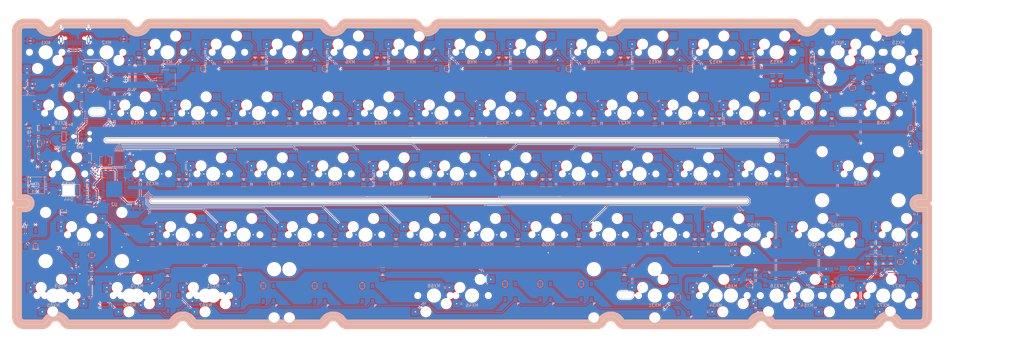
<source format=kicad_pcb>
(kicad_pcb (version 20171130) (host pcbnew "(5.1.11)-1")
  (layers (0 F.Cu signal) (31 B.Cu signal) (34 B.Paste user) (35 F.Paste user hide) (36 B.SilkS user hide) (37 F.SilkS user hide) (38 B.Mask user) (39 F.Mask user) (44 Edge.Cuts user))
  (net 0 "")
  (net 1 +5V)
  (net 2 GND)
  (net 3 "Net-(C6-Pad1)")
  (net 4 "Net-(D1-Pad2)")
  (net 5 "Net-(D2-Pad2)")
  (net 6 "Net-(D3-Pad2)")
  (net 7 "Net-(D4-Pad2)")
  (net 8 "Net-(D5-Pad2)")
  (net 9 "Net-(D6-Pad2)")
  (net 10 "Net-(D7-Pad2)")
  (net 11 "Net-(D8-Pad2)")
  (net 12 "Net-(D9-Pad2)")
  (net 13 "Net-(D10-Pad2)")
  (net 14 "Net-(D11-Pad2)")
  (net 15 "Net-(D12-Pad2)")
  (net 16 "Net-(D13-Pad2)")
  (net 17 "Net-(D14-Pad2)")
  (net 18 "Net-(D15-Pad2)")
  (net 19 D+)
  (net 20 D-)
  (net 21 RST)
  (net 22 "Net-(R6-Pad2)")
  (net 23 RGBLED)
  (net 24 "Net-(R7-Pad2)")
  (net 25 "Net-(D42-Pad2)")
  (net 26 "Net-(D17-Pad2)")
  (net 27 "Net-(D18-Pad2)")
  (net 28 "Net-(D19-Pad2)")
  (net 29 "Net-(D20-Pad2)")
  (net 30 "Net-(D21-Pad2)")
  (net 31 "Net-(D22-Pad2)")
  (net 32 "Net-(D23-Pad2)")
  (net 33 "Net-(D24-Pad2)")
  (net 34 "Net-(D25-Pad2)")
  (net 35 "Net-(D26-Pad2)")
  (net 36 "Net-(D27-Pad2)")
  (net 37 "Net-(D28-Pad2)")
  (net 38 "Net-(D29-Pad2)")
  (net 39 "Net-(D30-Pad2)")
  (net 40 "Net-(D31-Pad2)")
  (net 41 "Net-(D33-Pad2)")
  (net 42 "Net-(D34-Pad2)")
  (net 43 "Net-(D35-Pad2)")
  (net 44 "Net-(D36-Pad2)")
  (net 45 "Net-(D37-Pad2)")
  (net 46 "Net-(D38-Pad2)")
  (net 47 "Net-(D39-Pad2)")
  (net 48 "Net-(D40-Pad2)")
  (net 49 "Net-(D41-Pad2)")
  (net 50 "Net-(D43-Pad2)")
  (net 51 "Net-(D45-Pad2)")
  (net 52 "Net-(D46-Pad2)")
  (net 53 Row2)
  (net 54 Row3)
  (net 55 Row4)
  (net 56 Col0)
  (net 57 Col1)
  (net 58 Col2)
  (net 59 Col3)
  (net 60 Col4)
  (net 61 Col5)
  (net 62 Col6)
  (net 63 Col7)
  (net 64 "Net-(D48-Pad2)")
  (net 65 "Net-(D49-Pad2)")
  (net 66 "Net-(D50-Pad2)")
  (net 67 "Net-(D51-Pad2)")
  (net 68 "Net-(D52-Pad2)")
  (net 69 "Net-(D53-Pad2)")
  (net 70 "Net-(D54-Pad2)")
  (net 71 "Net-(D55-Pad2)")
  (net 72 "Net-(D56-Pad2)")
  (net 73 "Net-(D57-Pad2)")
  (net 74 "Net-(D58-Pad2)")
  (net 75 "Net-(D59-Pad2)")
  (net 76 "Net-(D61-Pad2)")
  (net 77 "Net-(D62-Pad2)")
  (net 78 "Net-(D63-Pad2)")
  (net 79 "Net-(D70-Pad2)")
  (net 80 "Net-(D71-Pad2)")
  (net 81 "Net-(D72-Pad2)")
  (net 82 "Net-(D73-Pad2)")
  (net 83 Row0)
  (net 84 "Net-(RGB1-Pad2)")
  (net 85 "Net-(RGB1-Pad4)")
  (net 86 "Net-(RGB2-Pad2)")
  (net 87 "Net-(RGB3-Pad2)")
  (net 88 "Net-(RGB4-Pad2)")
  (net 89 "Net-(RGB5-Pad2)")
  (net 90 "Net-(RGB6-Pad2)")
  (net 91 "Net-(RGB7-Pad2)")
  (net 92 "Net-(RGB8-Pad2)")
  (net 93 "Net-(RGB10-Pad4)")
  (net 94 "Net-(RGB10-Pad2)")
  (net 95 "Net-(RGB11-Pad4)")
  (net 96 "Net-(RGB13-Pad4)")
  (net 97 "Net-(RGB14-Pad4)")
  (net 98 "Net-(RGB17-Pad4)")
  (net 99 "Net-(RGB18-Pad4)")
  (net 100 "Net-(RGB19-Pad4)")
  (net 101 "Net-(D44-Pad1)")
  (net 102 CapLK)
  (net 103 "Net-(D65-Pad2)")
  (net 104 Col8)
  (net 105 Col9)
  (net 106 Col10)
  (net 107 Col11)
  (net 108 Col12)
  (net 109 Col13)
  (net 110 Col14)
  (net 111 MOSI)
  (net 112 "Net-(R1-Pad2)")
  (net 113 "Net-(R2-Pad2)")
  (net 114 "Net-(U2-Pad17)")
  (net 115 "Net-(U2-Pad16)")
  (net 116 "Net-(D16-Pad2)")
  (net 117 A-)
  (net 118 A+)
  (net 119 "Net-(RGB13-Pad2)")
  (net 120 "Net-(U2-Pad42)")
  (net 121 "Net-(U2-Pad28)")
  (net 122 "Net-(U2-Pad27)")
  (net 123 "Net-(U2-Pad26)")
  (net 124 "Net-(USB1-Pad3)")
  (net 125 "Net-(USB1-Pad9)")
  (net 126 DATA1)
  (net 127 DATA2)
  (net 128 DATA4)
  (net 129 DATA3)
  (net 130 "Net-(RGB22-Pad4)")
  (module sanproject-keyboard-part:R_0805 (layer B.Cu) (at 33.774083 43.775309 180)
    (fp_text reference R2)
    (fp_text value 5.1k)
    (pad 2 smd rect (at 0.95 0 180) (size 0.7 1.3) (layers B.Cu B.Paste B.Mask) (net 113 "Net-(R2-Pad2)"))
    (pad 1 smd rect (at -0.95 0 180) (size 0.7 1.3) (layers B.Cu B.Paste B.Mask) (net 2 GND))
  )
  (module sanproject-keyboard-part:R_0805 (layer B.Cu) (at 4.603746 44.370622)
    (fp_text reference R1)
    (fp_text value 5.1k)
    (pad 2 smd rect (at 0.95 0) (size 0.7 1.3) (layers B.Cu B.Paste B.Mask) (net 112 "Net-(R1-Pad2)"))
    (pad 1 smd rect (at -0.95 0) (size 0.7 1.3) (layers B.Cu B.Paste B.Mask) (net 2 GND))
  )
  (module logo:krush (layer F.Cu) (at 105.807442 132.477372)
    (fp_text reference G*** hide)
    (fp_text value LOGO hide)
  )
  (module MX_Only_v3:MXOnly-6.25U-Hotswap (layer F.Cu) (at 130.81067 124.14306 180)
    (fp_text reference MX68)
    (fp_text value 6.25U)
    (fp_text user %R (at 0 3.048) (layer B.SilkS) (effects (justify mirror)))
    (pad "" np_thru_hole circle (at -49.9999 8.255 180) (size 3.9878 3.9878) (drill 3.9878) (layers *.Cu *.Mask))
    (pad "" np_thru_hole circle (at 49.9999 8.255 180) (size 3.9878 3.9878) (drill 3.9878) (layers *.Cu *.Mask))
    (pad "" np_thru_hole circle (at -49.9999 -6.985 180) (size 3.048 3.048) (drill 3.048) (layers *.Cu *.Mask))
    (pad "" np_thru_hole circle (at 49.9999 -6.985 180) (size 3.048 3.048) (drill 3.048) (layers *.Cu *.Mask))
    (pad 2 smd rect (at 5.842 -5.08 180) (size 2.55 2.5) (layers B.Cu B.Paste B.Mask) (net 103 "Net-(D65-Pad2)"))
    (pad 1 smd rect (at -7.085 -2.54 180) (size 2.55 2.5) (layers B.Cu B.Paste B.Mask) (net 63 Col7))
    (pad "" np_thru_hole circle (at 5.08 0 228.0996) (size 1.75 1.75) (drill 1.75) (layers *.Cu *.Mask))
    (pad "" np_thru_hole circle (at -5.08 0 228.0996) (size 1.75 1.75) (drill 1.75) (layers *.Cu *.Mask))
    (pad "" np_thru_hole circle (at -3.81 -2.54 180) (size 3 3) (drill 3) (layers *.Cu *.Mask))
    (pad "" np_thru_hole circle (at 0 0 180) (size 3.9878 3.9878) (drill 3.9878) (layers *.Cu *.Mask))
    (pad "" np_thru_hole circle (at 2.54 -5.08 180) (size 3 3) (drill 3) (layers *.Cu *.Mask))
  )
  (module MX_Only_v3:MXOnly-1U-Hotswap (layer F.Cu) (at 128.428882 105.0925)
    (fp_text reference MX54)
    (fp_text value 1U)
    (fp_text user %R (at 0 3.048) (layer B.SilkS) (effects (justify mirror)))
    (pad 2 smd rect (at 5.842 -5.08) (size 2.55 2.5) (layers B.Cu B.Paste B.Mask) (net 68 "Net-(D52-Pad2)"))
    (pad 1 smd rect (at -7.085 -2.54) (size 2.55 2.5) (layers B.Cu B.Paste B.Mask) (net 62 Col6))
    (pad "" np_thru_hole circle (at 5.08 0 48.0996) (size 1.75 1.75) (drill 1.75) (layers *.Cu *.Mask))
    (pad "" np_thru_hole circle (at -5.08 0 48.0996) (size 1.75 1.75) (drill 1.75) (layers *.Cu *.Mask))
    (pad "" np_thru_hole circle (at -3.81 -2.54) (size 3 3) (drill 3) (layers *.Cu *.Mask))
    (pad "" np_thru_hole circle (at 0 0) (size 3.9878 3.9878) (drill 3.9878) (layers *.Cu *.Mask))
    (pad "" np_thru_hole circle (at 2.54 -5.08) (size 3 3) (drill 3) (layers *.Cu *.Mask))
  )
  (module sanproject-keyboard-part:LED_WS2812B_PLCC4_5.0x5.0mm_P3.2mm (layer B.Cu) (at 165.6367 122.952316 90)
    (fp_text reference RGB23)
    (fp_text value WS2812B)
    (pad 3 smd roundrect (at 2.45 -1.6 90) (size 1.5 1) (layers B.Cu B.Paste B.Mask) (net 2 GND))
    (pad 4 smd rect (at 2.45 1.6 90) (size 1.5 1) (layers B.Cu B.Paste B.Mask) (net 129 DATA3))
    (pad 2 smd rect (at -2.45 -1.6 90) (size 1.5 1) (layers B.Cu B.Paste B.Mask) (net 130 "Net-(RGB22-Pad4)"))
    (pad 1 smd rect (at -2.45 1.6 90) (size 1.5 1) (layers B.Cu B.Paste B.Mask) (net 1 +5V))
  )
  (module sanproject-keyboard-part:LED_WS2812B_PLCC4_5.0x5.0mm_P3.2mm (layer B.Cu) (at 154.623354 122.952316 90)
    (fp_text reference RGB22)
    (fp_text value WS2812B)
    (pad 3 smd roundrect (at 2.45 -1.6 90) (size 1.5 1) (layers B.Cu B.Paste B.Mask) (net 2 GND))
    (pad 4 smd rect (at 2.45 1.6 90) (size 1.5 1) (layers B.Cu B.Paste B.Mask) (net 130 "Net-(RGB22-Pad4)"))
    (pad 2 smd rect (at -2.45 -1.6 90) (size 1.5 1) (layers B.Cu B.Paste B.Mask) (net 128 DATA4))
    (pad 1 smd rect (at -2.45 1.6 90) (size 1.5 1) (layers B.Cu B.Paste B.Mask) (net 1 +5V))
  )
  (module sanproject-keyboard-part:LED_WS2812B_PLCC4_5.0x5.0mm_P3.2mm (layer B.Cu) (at 95.091754 123.547632 90)
    (fp_text reference RGB21)
    (fp_text value WS2812B)
    (pad 3 smd roundrect (at 2.45 -1.6 90) (size 1.5 1) (layers B.Cu B.Paste B.Mask) (net 2 GND))
    (pad 4 smd rect (at 2.45 1.6 90) (size 1.5 1) (layers B.Cu B.Paste B.Mask) (net 126 DATA1))
    (pad 2 smd rect (at -2.45 -1.6 90) (size 1.5 1) (layers B.Cu B.Paste B.Mask) (net 127 DATA2))
    (pad 1 smd rect (at -2.45 1.6 90) (size 1.5 1) (layers B.Cu B.Paste B.Mask) (net 1 +5V))
  )
  (module MX_Only_v3:MXOnly-1.5U-Hotswap (layer F.Cu) (at 271.30529 66.992612)
    (fp_text reference MX48)
    (fp_text value 1.5U)
    (fp_text user %R (at 0 3.048) (layer B.SilkS) (effects (justify mirror)))
    (pad 2 smd rect (at 5.842 -5.08) (size 2.55 2.5) (layers B.Cu B.Paste B.Mask) (net 40 "Net-(D31-Pad2)"))
    (pad 1 smd rect (at -7.085 -2.54) (size 2.55 2.5) (layers B.Cu B.Paste B.Mask) (net 109 Col13))
    (pad "" np_thru_hole circle (at 5.08 0 48.0996) (size 1.75 1.75) (drill 1.75) (layers *.Cu *.Mask))
    (pad "" np_thru_hole circle (at -5.08 0 48.0996) (size 1.75 1.75) (drill 1.75) (layers *.Cu *.Mask))
    (pad "" np_thru_hole circle (at -3.81 -2.54) (size 3 3) (drill 3) (layers *.Cu *.Mask))
    (pad "" np_thru_hole circle (at 0 0) (size 3.9878 3.9878) (drill 3.9878) (layers *.Cu *.Mask))
    (pad "" np_thru_hole circle (at 2.54 -5.08) (size 3 3) (drill 3) (layers *.Cu *.Mask))
  )
  (module MX_Only_v3:MXOnly-2.25U-Hotswap (layer F.Cu) (at 264.16022 86.0425)
    (fp_text reference MX33)
    (fp_text value 2.25U)
    (fp_text user %R (at 0 3.048) (layer B.SilkS) (effects (justify mirror)))
    (pad "" np_thru_hole circle (at 2.54 -5.08) (size 3 3) (drill 3) (layers *.Cu *.Mask))
    (pad "" np_thru_hole circle (at 0 0) (size 3.9878 3.9878) (drill 3.9878) (layers *.Cu *.Mask))
    (pad "" np_thru_hole circle (at -3.81 -2.54) (size 3 3) (drill 3) (layers *.Cu *.Mask))
    (pad "" np_thru_hole circle (at -5.08 0 48.0996) (size 1.75 1.75) (drill 1.75) (layers *.Cu *.Mask))
    (pad "" np_thru_hole circle (at 5.08 0 48.0996) (size 1.75 1.75) (drill 1.75) (layers *.Cu *.Mask))
    (pad 1 smd rect (at -7.085 -2.54) (size 2.55 2.5) (layers B.Cu B.Paste B.Mask) (net 109 Col13))
    (pad 2 smd rect (at 5.842 -5.08) (size 2.55 2.5) (layers B.Cu B.Paste B.Mask) (net 51 "Net-(D45-Pad2)"))
    (pad "" np_thru_hole circle (at 11.938 -6.985) (size 3.048 3.048) (drill 3.048) (layers *.Cu *.Mask))
    (pad "" np_thru_hole circle (at -11.938 -6.985) (size 3.048 3.048) (drill 3.048) (layers *.Cu *.Mask))
    (pad "" np_thru_hole circle (at 11.938 8.255) (size 3.9878 3.9878) (drill 3.9878) (layers *.Cu *.Mask))
    (pad "" np_thru_hole circle (at -11.938 8.255) (size 3.9878 3.9878) (drill 3.9878) (layers *.Cu *.Mask))
  )
  (module MX_Only_v3:MXOnly-1U-Hotswap (layer F.Cu) (at 237.96625 47.9425)
    (fp_text reference MX13)
    (fp_text value 1U)
    (fp_text user %R (at 0 3.048) (layer B.SilkS) (effects (justify mirror)))
    (pad 2 smd rect (at 5.842 -5.08) (size 2.55 2.5) (layers B.Cu B.Paste B.Mask) (net 16 "Net-(D13-Pad2)"))
    (pad 1 smd rect (at -7.085 -2.54) (size 2.55 2.5) (layers B.Cu B.Paste B.Mask) (net 108 Col12))
    (pad "" np_thru_hole circle (at 5.08 0 48.0996) (size 1.75 1.75) (drill 1.75) (layers *.Cu *.Mask))
    (pad "" np_thru_hole circle (at -5.08 0 48.0996) (size 1.75 1.75) (drill 1.75) (layers *.Cu *.Mask))
    (pad "" np_thru_hole circle (at -3.81 -2.54) (size 3 3) (drill 3) (layers *.Cu *.Mask))
    (pad "" np_thru_hole circle (at 0 0) (size 3.9878 3.9878) (drill 3.9878) (layers *.Cu *.Mask))
    (pad "" np_thru_hole circle (at 2.54 -5.08) (size 3 3) (drill 3) (layers *.Cu *.Mask))
  )
  (module MX_Only_v3:MXOnly-1U-Hotswap (layer F.Cu) (at 190.341434 66.9925)
    (fp_text reference MX27)
    (fp_text value 1U)
    (fp_text user %R (at 0 3.048) (layer B.SilkS) (effects (justify mirror)))
    (pad 2 smd rect (at 5.842 -5.08) (size 2.55 2.5) (layers B.Cu B.Paste B.Mask) (net 35 "Net-(D26-Pad2)"))
    (pad 1 smd rect (at -7.085 -2.54) (size 2.55 2.5) (layers B.Cu B.Paste B.Mask) (net 105 Col9))
    (pad "" np_thru_hole circle (at 5.08 0 48.0996) (size 1.75 1.75) (drill 1.75) (layers *.Cu *.Mask))
    (pad "" np_thru_hole circle (at -5.08 0 48.0996) (size 1.75 1.75) (drill 1.75) (layers *.Cu *.Mask))
    (pad "" np_thru_hole circle (at -3.81 -2.54) (size 3 3) (drill 3) (layers *.Cu *.Mask))
    (pad "" np_thru_hole circle (at 0 0) (size 3.9878 3.9878) (drill 3.9878) (layers *.Cu *.Mask))
    (pad "" np_thru_hole circle (at 2.54 -5.08) (size 3 3) (drill 3) (layers *.Cu *.Mask))
  )
  (module MX_Only_v3:MXOnly-1U-Hotswap (layer F.Cu) (at 147.478898 105.0925)
    (fp_text reference MX55)
    (fp_text value 1U)
    (fp_text user %R (at 0 3.048) (layer B.SilkS) (effects (justify mirror)))
    (pad 2 smd rect (at 5.842 -5.08) (size 2.55 2.5) (layers B.Cu B.Paste B.Mask) (net 69 "Net-(D53-Pad2)"))
    (pad 1 smd rect (at -7.085 -2.54) (size 2.55 2.5) (layers B.Cu B.Paste B.Mask) (net 63 Col7))
    (pad "" np_thru_hole circle (at 5.08 0 48.0996) (size 1.75 1.75) (drill 1.75) (layers *.Cu *.Mask))
    (pad "" np_thru_hole circle (at -5.08 0 48.0996) (size 1.75 1.75) (drill 1.75) (layers *.Cu *.Mask))
    (pad "" np_thru_hole circle (at -3.81 -2.54) (size 3 3) (drill 3) (layers *.Cu *.Mask))
    (pad "" np_thru_hole circle (at 0 0) (size 3.9878 3.9878) (drill 3.9878) (layers *.Cu *.Mask))
    (pad "" np_thru_hole circle (at 2.54 -5.08) (size 3 3) (drill 3) (layers *.Cu *.Mask))
  )
  (module MX_Only_v3:MXOnly-1U-Hotswap (layer F.Cu) (at 71.278834 105.0925)
    (fp_text reference MX51)
    (fp_text value 1U)
    (fp_text user %R (at 0 3.048) (layer B.SilkS) (effects (justify mirror)))
    (pad 2 smd rect (at 5.842 -5.08) (size 2.55 2.5) (layers B.Cu B.Paste B.Mask) (net 65 "Net-(D49-Pad2)"))
    (pad 1 smd rect (at -7.085 -2.54) (size 2.55 2.5) (layers B.Cu B.Paste B.Mask) (net 59 Col3))
    (pad "" np_thru_hole circle (at 5.08 0 48.0996) (size 1.75 1.75) (drill 1.75) (layers *.Cu *.Mask))
    (pad "" np_thru_hole circle (at -5.08 0 48.0996) (size 1.75 1.75) (drill 1.75) (layers *.Cu *.Mask))
    (pad "" np_thru_hole circle (at -3.81 -2.54) (size 3 3) (drill 3) (layers *.Cu *.Mask))
    (pad "" np_thru_hole circle (at 0 0) (size 3.9878 3.9878) (drill 3.9878) (layers *.Cu *.Mask))
    (pad "" np_thru_hole circle (at 2.54 -5.08) (size 3 3) (drill 3) (layers *.Cu *.Mask))
  )
  (module MX_Only_v3:MXOnly-1U-Hotswap (layer F.Cu) (at 185.57893 105.0925)
    (fp_text reference MX57)
    (fp_text value 1U)
    (fp_text user %R (at 0 3.048) (layer B.SilkS) (effects (justify mirror)))
    (pad 2 smd rect (at 5.842 -5.08) (size 2.55 2.5) (layers B.Cu B.Paste B.Mask) (net 71 "Net-(D55-Pad2)"))
    (pad 1 smd rect (at -7.085 -2.54) (size 2.55 2.5) (layers B.Cu B.Paste B.Mask) (net 105 Col9))
    (pad "" np_thru_hole circle (at 5.08 0 48.0996) (size 1.75 1.75) (drill 1.75) (layers *.Cu *.Mask))
    (pad "" np_thru_hole circle (at -5.08 0 48.0996) (size 1.75 1.75) (drill 1.75) (layers *.Cu *.Mask))
    (pad "" np_thru_hole circle (at -3.81 -2.54) (size 3 3) (drill 3) (layers *.Cu *.Mask))
    (pad "" np_thru_hole circle (at 0 0) (size 3.9878 3.9878) (drill 3.9878) (layers *.Cu *.Mask))
    (pad "" np_thru_hole circle (at 2.54 -5.08) (size 3 3) (drill 3) (layers *.Cu *.Mask))
  )
  (module MX_Only_v3:MXOnly-1U-Hotswap (layer F.Cu) (at 166.528914 105.0925)
    (fp_text reference MX56)
    (fp_text value 1U)
    (fp_text user %R (at 0 3.048) (layer B.SilkS) (effects (justify mirror)))
    (pad 2 smd rect (at 5.842 -5.08) (size 2.55 2.5) (layers B.Cu B.Paste B.Mask) (net 70 "Net-(D54-Pad2)"))
    (pad 1 smd rect (at -7.085 -2.54) (size 2.55 2.5) (layers B.Cu B.Paste B.Mask) (net 104 Col8))
    (pad "" np_thru_hole circle (at 5.08 0 48.0996) (size 1.75 1.75) (drill 1.75) (layers *.Cu *.Mask))
    (pad "" np_thru_hole circle (at -5.08 0 48.0996) (size 1.75 1.75) (drill 1.75) (layers *.Cu *.Mask))
    (pad "" np_thru_hole circle (at -3.81 -2.54) (size 3 3) (drill 3) (layers *.Cu *.Mask))
    (pad "" np_thru_hole circle (at 0 0) (size 3.9878 3.9878) (drill 3.9878) (layers *.Cu *.Mask))
    (pad "" np_thru_hole circle (at 2.54 -5.08) (size 3 3) (drill 3) (layers *.Cu *.Mask))
  )
  (module MX_Only_v3:MXOnly-1.5U-Hotswap (layer F.Cu) (at 271.30529 124.142948)
    (fp_text reference MX72)
    (fp_text value 1.5U)
    (fp_text user %R (at 0 3.048) (layer B.SilkS) (effects (justify mirror)))
    (pad 2 smd rect (at 5.842 -5.08) (size 2.55 2.5) (layers B.Cu B.Paste B.Mask) (net 82 "Net-(D73-Pad2)"))
    (pad 1 smd rect (at -7.085 -2.54) (size 2.55 2.5) (layers B.Cu B.Paste B.Mask) (net 110 Col14))
    (pad "" np_thru_hole circle (at 5.08 0 48.0996) (size 1.75 1.75) (drill 1.75) (layers *.Cu *.Mask))
    (pad "" np_thru_hole circle (at -5.08 0 48.0996) (size 1.75 1.75) (drill 1.75) (layers *.Cu *.Mask))
    (pad "" np_thru_hole circle (at -3.81 -2.54) (size 3 3) (drill 3) (layers *.Cu *.Mask))
    (pad "" np_thru_hole circle (at 0 0) (size 3.9878 3.9878) (drill 3.9878) (layers *.Cu *.Mask))
    (pad "" np_thru_hole circle (at 2.54 -5.08) (size 3 3) (drill 3) (layers *.Cu *.Mask))
  )
  (module MX_Only_v3:MXOnly-1.5U-Hotswap (layer F.Cu) (at 223.68001 124.142948 180)
    (fp_text reference MX63)
    (fp_text value 1.5U)
    (fp_text user %R (at 0 3.048) (layer B.SilkS) (effects (justify mirror)))
    (pad 2 smd rect (at 5.842 -5.08 180) (size 2.55 2.5) (layers B.Cu B.Paste B.Mask) (net 107 Col11))
    (pad 1 smd rect (at -7.085 -2.54 180) (size 2.4 2) (layers B.Cu B.Paste B.Mask) (net 80 "Net-(D71-Pad2)"))
    (pad "" np_thru_hole circle (at 5.08 0 228.0996) (size 1.75 1.75) (drill 1.75) (layers *.Cu *.Mask))
    (pad "" np_thru_hole circle (at -5.08 0 228.0996) (size 1.75 1.75) (drill 1.75) (layers *.Cu *.Mask))
    (pad "" np_thru_hole circle (at -3.81 -2.54 180) (size 3 3) (drill 3) (layers *.Cu *.Mask))
    (pad "" np_thru_hole circle (at 0 0 180) (size 3.9878 3.9878) (drill 3.9878) (layers *.Cu *.Mask))
    (pad "" np_thru_hole circle (at 2.54 -5.08 180) (size 3 3) (drill 3) (layers *.Cu *.Mask))
  )
  (module MX_Only_v3:MXOnly-1U-Hotswap (layer F.Cu) (at 247.49265 124.142948)
    (fp_text reference MX64)
    (fp_text value 1U)
    (fp_text user %R (at 0 3.048) (layer B.SilkS) (effects (justify mirror)))
    (pad 2 smd rect (at 5.842 -5.08) (size 2.55 2.5) (layers B.Cu B.Paste B.Mask) (net 109 Col13))
    (pad 1 smd rect (at -7.085 -2.54) (size 2.55 2.5) (layers B.Cu B.Paste B.Mask) (net 81 "Net-(D72-Pad2)"))
    (pad "" np_thru_hole circle (at 5.08 0 48.0996) (size 1.75 1.75) (drill 1.75) (layers *.Cu *.Mask))
    (pad "" np_thru_hole circle (at -5.08 0 48.0996) (size 1.75 1.75) (drill 1.75) (layers *.Cu *.Mask))
    (pad "" np_thru_hole circle (at -3.81 -2.54) (size 3 3) (drill 3) (layers *.Cu *.Mask))
    (pad "" np_thru_hole circle (at 0 0) (size 3.9878 3.9878) (drill 3.9878) (layers *.Cu *.Mask))
    (pad "" np_thru_hole circle (at 2.54 -5.08) (size 3 3) (drill 3) (layers *.Cu *.Mask))
  )
  (module MX_Only_v3:MXOnly-7U-Hotswap-ReversedStabilizers (layer F.Cu) (at 142.71625 124.1425)
    (fp_text reference MX46)
    (fp_text value 7U)
    (fp_text user %R (at 0 3.048) (layer B.SilkS) (effects (justify mirror)))
    (pad "" np_thru_hole circle (at 2.54 -5.08) (size 3 3) (drill 3) (layers *.Cu *.Mask))
    (pad "" np_thru_hole circle (at 0 0) (size 3.9878 3.9878) (drill 3.9878) (layers *.Cu *.Mask))
    (pad "" np_thru_hole circle (at -3.81 -2.54) (size 3 3) (drill 3) (layers *.Cu *.Mask))
    (pad "" np_thru_hole circle (at -5.08 0 48.0996) (size 1.75 1.75) (drill 1.75) (layers *.Cu *.Mask))
    (pad "" np_thru_hole circle (at 5.08 0 48.0996) (size 1.75 1.75) (drill 1.75) (layers *.Cu *.Mask))
    (pad 1 smd rect (at -7.085 -2.54) (size 2.55 2.5) (layers B.Cu B.Paste B.Mask) (net 103 "Net-(D65-Pad2)"))
    (pad 2 smd rect (at 5.842 -5.08) (size 2.55 2.5) (layers B.Cu B.Paste B.Mask) (net 63 Col7))
    (pad "" np_thru_hole circle (at 57.15 6.985) (size 3.048 3.048) (drill 3.048) (layers *.Cu *.Mask))
    (pad "" np_thru_hole circle (at -57.15 6.985) (size 3.048 3.048) (drill 3.048) (layers *.Cu *.Mask))
    (pad "" np_thru_hole circle (at 57.15 -8.255) (size 3.9878 3.9878) (drill 3.9878) (layers *.Cu *.Mask))
    (pad "" np_thru_hole circle (at -57.15 -8.255) (size 3.9878 3.9878) (drill 3.9878) (layers *.Cu *.Mask))
  )
  (module sanproject-keyboard-part:JST-SR-4 (layer B.Cu) (at 50.11625 56.4425 270)
    (fp_text reference J1 (at 0 6.5 270) (layer B.SilkS) (effects (justify mirror)))
    (fp_text value Conn_01x04_Female)
    (pad 3 smd rect (at 0.5 4.775 270) (size 0.6 1.55) (layers B.Cu B.Paste B.Mask) (net 118 A+))
    (pad 4 smd rect (at 1.5 4.775 270) (size 0.6 1.55) (layers B.Cu B.Paste B.Mask) (net 2 GND))
    (pad 2 smd rect (at -0.5 4.775 270) (size 0.6 1.55) (layers B.Cu B.Paste B.Mask) (net 117 A-))
    (pad 1 smd rect (at -1.5 4.775 270) (size 0.6 1.55) (layers B.Cu B.Paste B.Mask) (net 1 +5V))
    (pad "" smd rect (at -2.8 0.9 270) (size 1.2 1.8) (layers B.Cu B.Paste B.Mask))
    (pad "" smd rect (at 2.8 0.9 270) (size 1.2 1.8) (layers B.Cu B.Paste B.Mask))
  )
  (module MX_Only_v3:MXOnly-1U-Hotswap (layer F.Cu) (at 28.41625 47.9425 180)
    (fp_text reference MX2)
    (fp_text value 1U)
    (fp_text user %R (at 0 3.048) (layer B.SilkS) (effects (justify mirror)))
    (pad 2 smd rect (at 5.842 -5.08 180) (size 2.55 2.5) (layers B.Cu B.Paste B.Mask) (net 5 "Net-(D2-Pad2)"))
    (pad 1 smd rect (at -7.085 -2.54 180) (size 2.55 2.5) (layers B.Cu B.Paste B.Mask) (net 57 Col1))
    (pad "" np_thru_hole circle (at 5.08 0 228.0996) (size 1.75 1.75) (drill 1.75) (layers *.Cu *.Mask))
    (pad "" np_thru_hole circle (at -5.08 0 228.0996) (size 1.75 1.75) (drill 1.75) (layers *.Cu *.Mask))
    (pad "" np_thru_hole circle (at -3.81 -2.54 180) (size 3 3) (drill 3) (layers *.Cu *.Mask))
    (pad "" np_thru_hole circle (at 0 0 180) (size 3.9878 3.9878) (drill 3.9878) (layers *.Cu *.Mask))
    (pad "" np_thru_hole circle (at 2.54 -5.08 180) (size 3 3) (drill 3) (layers *.Cu *.Mask))
  )
  (module sanproject-keyboard-part:HRO-TYPE-C-31-M-12-Assembly (layer B.Cu) (at 18.453846 37.292496)
    (fp_text reference USB1)
    (fp_text value HRO-TYPE-C-31-M-12)
    (pad 12 smd rect (at 3.225 7.695) (size 0.6 1.45) (layers B.Cu B.Paste B.Mask) (net 2 GND))
    (pad 1 smd rect (at -3.225 7.695) (size 0.6 1.45) (layers B.Cu B.Paste B.Mask) (net 2 GND))
    (pad 11 smd rect (at 2.45 7.695) (size 0.6 1.45) (layers B.Cu B.Paste B.Mask) (net 1 +5V))
    (pad 2 smd rect (at -2.45 7.695) (size 0.6 1.45) (layers B.Cu B.Paste B.Mask) (net 1 +5V))
    (pad 3 smd rect (at -1.75 7.695) (size 0.3 1.45) (layers B.Cu B.Paste B.Mask) (net 124 "Net-(USB1-Pad3)"))
    (pad 10 smd rect (at 1.75 7.695) (size 0.3 1.45) (layers B.Cu B.Paste B.Mask) (net 113 "Net-(R2-Pad2)"))
    (pad 4 smd rect (at -1.25 7.695) (size 0.3 1.45) (layers B.Cu B.Paste B.Mask) (net 112 "Net-(R1-Pad2)"))
    (pad 9 smd rect (at 1.25 7.695) (size 0.3 1.45) (layers B.Cu B.Paste B.Mask) (net 125 "Net-(USB1-Pad9)"))
    (pad 5 smd rect (at -0.75 7.695) (size 0.3 1.45) (layers B.Cu B.Paste B.Mask) (net 117 A-))
    (pad 8 smd rect (at 0.75 7.695) (size 0.3 1.45) (layers B.Cu B.Paste B.Mask) (net 118 A+))
    (pad 7 smd rect (at 0.25 7.695) (size 0.3 1.45) (layers B.Cu B.Paste B.Mask) (net 117 A-))
    (pad 6 smd rect (at -0.25 7.695) (size 0.3 1.45) (layers B.Cu B.Paste B.Mask) (net 118 A+))
    (pad "" np_thru_hole circle (at 2.89 6.25) (size 0.65 0.65) (drill 0.65) (layers *.Cu *.Mask))
    (pad "" np_thru_hole circle (at -2.89 6.25) (size 0.65 0.65) (drill 0.65) (layers *.Cu *.Mask))
    (pad 13 thru_hole oval (at -4.32 6.78) (size 1 2.1) (drill oval 0.6 1.7) (layers *.Cu *.Mask) (net 2 GND))
    (pad 13 thru_hole oval (at 4.32 6.78) (size 1 2.1) (drill oval 0.6 1.7) (layers *.Cu *.Mask) (net 2 GND))
    (pad 13 thru_hole oval (at -4.32 2.6) (size 1 1.6) (drill oval 0.6 1.2) (layers *.Cu *.Mask) (net 2 GND))
    (pad 13 thru_hole oval (at 4.32 2.6) (size 1 1.6) (drill oval 0.6 1.2) (layers *.Cu *.Mask) (net 2 GND))
  )
  (module MX_Only_v3:MXOnly-1U-Hotswap (layer F.Cu) (at 9.36625 47.9425 180)
    (fp_text reference MX1)
    (fp_text value 1U)
    (fp_text user %R (at 0 3.048) (layer B.SilkS) (effects (justify mirror)))
    (pad 2 smd rect (at 5.842 -5.08 180) (size 2.55 2.5) (layers B.Cu B.Paste B.Mask) (net 56 Col0))
    (pad 1 smd rect (at -7.085 -2.54 180) (size 2.55 2.5) (layers B.Cu B.Paste B.Mask) (net 4 "Net-(D1-Pad2)"))
    (pad "" np_thru_hole circle (at 5.08 0 228.0996) (size 1.75 1.75) (drill 1.75) (layers *.Cu *.Mask))
    (pad "" np_thru_hole circle (at -5.08 0 228.0996) (size 1.75 1.75) (drill 1.75) (layers *.Cu *.Mask))
    (pad "" np_thru_hole circle (at -3.81 -2.54 180) (size 3 3) (drill 3) (layers *.Cu *.Mask))
    (pad "" np_thru_hole circle (at 0 0 180) (size 3.9878 3.9878) (drill 3.9878) (layers *.Cu *.Mask))
    (pad "" np_thru_hole circle (at 2.54 -5.08 180) (size 3 3) (drill 3) (layers *.Cu *.Mask))
  )
  (module MX_Only_v3:MXOnly-1U-Hotswap (layer F.Cu) (at 52.228818 105.0925)
    (fp_text reference MX49)
    (fp_text value 1U)
    (fp_text user %R (at 0 3.048) (layer B.SilkS) (effects (justify mirror)))
    (pad 2 smd rect (at 5.842 -5.08) (size 2.55 2.5) (layers B.Cu B.Paste B.Mask) (net 64 "Net-(D48-Pad2)"))
    (pad 1 smd rect (at -7.085 -2.54) (size 2.55 2.5) (layers B.Cu B.Paste B.Mask) (net 58 Col2))
    (pad "" np_thru_hole circle (at 5.08 0 48.0996) (size 1.75 1.75) (drill 1.75) (layers *.Cu *.Mask))
    (pad "" np_thru_hole circle (at -5.08 0 48.0996) (size 1.75 1.75) (drill 1.75) (layers *.Cu *.Mask))
    (pad "" np_thru_hole circle (at -3.81 -2.54) (size 3 3) (drill 3) (layers *.Cu *.Mask))
    (pad "" np_thru_hole circle (at 0 0) (size 3.9878 3.9878) (drill 3.9878) (layers *.Cu *.Mask))
    (pad "" np_thru_hole circle (at 2.54 -5.08) (size 3 3) (drill 3) (layers *.Cu *.Mask))
  )
  (module MX_Only_v3:MXOnly-1U-Hotswap (layer F.Cu) (at 257.01625 105.0925 180)
    (fp_text reference MX62)
    (fp_text value 1U)
    (fp_text user %R (at 0 3.048) (layer B.SilkS) (effects (justify mirror)))
    (pad 2 smd rect (at 5.842 -5.08 180) (size 2.55 2.5) (layers B.Cu B.Paste B.Mask) (net 109 Col13))
    (pad 1 smd rect (at -7.085 -2.54 180) (size 2.55 2.5) (layers B.Cu B.Paste B.Mask) (net 74 "Net-(D58-Pad2)"))
    (pad "" np_thru_hole circle (at 5.08 0 228.0996) (size 1.75 1.75) (drill 1.75) (layers *.Cu *.Mask))
    (pad "" np_thru_hole circle (at -5.08 0 228.0996) (size 1.75 1.75) (drill 1.75) (layers *.Cu *.Mask))
    (pad "" np_thru_hole circle (at -3.81 -2.54 180) (size 3 3) (drill 3) (layers *.Cu *.Mask))
    (pad "" np_thru_hole circle (at 0 0 180) (size 3.9878 3.9878) (drill 3.9878) (layers *.Cu *.Mask))
    (pad "" np_thru_hole circle (at 2.54 -5.08 180) (size 3 3) (drill 3) (layers *.Cu *.Mask))
  )
  (module MX_Only_v3:MXOnly-1.5U-Hotswap (layer F.Cu) (at 61.753794 124.142564 180)
    (fp_text reference MX71)
    (fp_text value 1.5U)
    (fp_text user %R (at 0 3.048) (layer B.SilkS) (effects (justify mirror)))
    (pad "" np_thru_hole circle (at 2.54 -5.08 180) (size 3 3) (drill 3) (layers *.Cu *.Mask))
    (pad "" np_thru_hole circle (at 0 0 180) (size 3.9878 3.9878) (drill 3.9878) (layers *.Cu *.Mask))
    (pad "" np_thru_hole circle (at -3.81 -2.54 180) (size 3 3) (drill 3) (layers *.Cu *.Mask))
    (pad "" np_thru_hole circle (at -5.08 0 228.0996) (size 1.75 1.75) (drill 1.75) (layers *.Cu *.Mask))
    (pad "" np_thru_hole circle (at 5.08 0 228.0996) (size 1.75 1.75) (drill 1.75) (layers *.Cu *.Mask))
    (pad 1 smd rect (at -7.085 -2.54 180) (size 2.55 2.5) (layers B.Cu B.Paste B.Mask) (net 78 "Net-(D63-Pad2)"))
    (pad 2 smd rect (at 5.842 -5.08 180) (size 2.55 2.5) (layers B.Cu B.Paste B.Mask) (net 59 Col3))
  )
  (module MX_Only_v3:MXOnly-1U-Hotswap (layer F.Cu) (at 37.941274 124.142564 180)
    (fp_text reference MX70)
    (fp_text value 1U)
    (fp_text user %R (at 0 3.048) (layer B.SilkS) (effects (justify mirror)))
    (pad "" np_thru_hole circle (at 2.54 -5.08 180) (size 3 3) (drill 3) (layers *.Cu *.Mask))
    (pad "" np_thru_hole circle (at 0 0 180) (size 3.9878 3.9878) (drill 3.9878) (layers *.Cu *.Mask))
    (pad "" np_thru_hole circle (at -3.81 -2.54 180) (size 3 3) (drill 3) (layers *.Cu *.Mask))
    (pad "" np_thru_hole circle (at -5.08 0 228.0996) (size 1.75 1.75) (drill 1.75) (layers *.Cu *.Mask))
    (pad "" np_thru_hole circle (at 5.08 0 228.0996) (size 1.75 1.75) (drill 1.75) (layers *.Cu *.Mask))
    (pad 1 smd rect (at -7.085 -2.54 180) (size 2.55 2.5) (layers B.Cu B.Paste B.Mask) (net 77 "Net-(D62-Pad2)"))
    (pad 2 smd rect (at 5.842 -5.08 180) (size 2.55 2.5) (layers B.Cu B.Paste B.Mask) (net 58 Col2))
  )
  (module MX_Only_v3:MXOnly-1.5U-Hotswap (layer F.Cu) (at 14.128754 124.142564 180)
    (fp_text reference MX69)
    (fp_text value 1.5U)
    (fp_text user %R (at 0 3.048) (layer B.SilkS) (effects (justify mirror)))
    (pad "" np_thru_hole circle (at 2.54 -5.08 180) (size 3 3) (drill 3) (layers *.Cu *.Mask))
    (pad "" np_thru_hole circle (at 0 0 180) (size 3.9878 3.9878) (drill 3.9878) (layers *.Cu *.Mask))
    (pad "" np_thru_hole circle (at -3.81 -2.54 180) (size 3 3) (drill 3) (layers *.Cu *.Mask))
    (pad "" np_thru_hole circle (at -5.08 0 228.0996) (size 1.75 1.75) (drill 1.75) (layers *.Cu *.Mask))
    (pad "" np_thru_hole circle (at 5.08 0 228.0996) (size 1.75 1.75) (drill 1.75) (layers *.Cu *.Mask))
    (pad 1 smd rect (at -7.085 -2.54 180) (size 2.55 2.5) (layers B.Cu B.Paste B.Mask) (net 76 "Net-(D61-Pad2)"))
    (pad 2 smd rect (at 5.842 -5.08 180) (size 2.55 2.5) (layers B.Cu B.Paste B.Mask) (net 56 Col0))
  )
  (module sanproject-keyboard-part:SKQG-1155865 (layer B.Cu) (at 6.389685 89.61441)
    (fp_text reference SW1)
    (fp_text value SW_Push)
    (pad 1 smd rect (at -3.1 -1.85) (size 1.8 1.1) (layers B.Cu B.Paste B.Mask) (net 2 GND))
    (pad 2 smd rect (at 3.1 1.85) (size 1.8 1.1) (layers B.Cu B.Paste B.Mask) (net 21 RST))
    (pad 2 smd rect (at -3.1 1.85) (size 1.8 1.1) (layers B.Cu B.Paste B.Mask) (net 21 RST))
    (pad 1 smd rect (at 3.1 -1.85) (size 1.8 1.1) (layers B.Cu B.Paste B.Mask) (net 2 GND))
  )
  (module MX_Only_v3:MXOnly-1.75U-Hotswap (layer F.Cu) (at 230.8225 105.0925 180)
    (fp_text reference MX50)
    (fp_text value 1.75U)
    (fp_text user %R (at 0 3.048) (layer B.SilkS) (effects (justify mirror)))
    (pad 2 smd rect (at 5.842 -5.08 180) (size 2.55 2.5) (layers B.Cu B.Paste B.Mask) (net 107 Col11))
    (pad 1 smd rect (at -7.085 -2.54 180) (size 2.55 2.5) (layers B.Cu B.Paste B.Mask) (net 73 "Net-(D57-Pad2)"))
    (pad "" np_thru_hole circle (at 5.08 0 228.0996) (size 1.75 1.75) (drill 1.75) (layers *.Cu *.Mask))
    (pad "" np_thru_hole circle (at -5.08 0 228.0996) (size 1.75 1.75) (drill 1.75) (layers *.Cu *.Mask))
    (pad "" np_thru_hole circle (at -3.81 -2.54 180) (size 3 3) (drill 3) (layers *.Cu *.Mask))
    (pad "" np_thru_hole circle (at 0 0 180) (size 3.9878 3.9878) (drill 3.9878) (layers *.Cu *.Mask))
    (pad "" np_thru_hole circle (at 2.54 -5.08 180) (size 3 3) (drill 3) (layers *.Cu *.Mask))
  )
  (module MX_Only_v3:MXOnly-1U-Hotswap (layer F.Cu) (at 199.866414 124.142568)
    (fp_text reference MX31)
    (fp_text value 1U)
    (fp_text user %R (at 0 3.048) (layer B.SilkS) (effects (justify mirror)))
    (pad 2 smd rect (at 5.842 -5.08) (size 2.55 2.5) (layers B.Cu B.Paste B.Mask) (net 79 "Net-(D70-Pad2)"))
    (pad 1 smd rect (at -7.085 -2.54) (size 2.55 2.5) (layers B.Cu B.Paste B.Mask) (net 106 Col10))
    (pad "" np_thru_hole circle (at 5.08 0 48.0996) (size 1.75 1.75) (drill 1.75) (layers *.Cu *.Mask))
    (pad "" np_thru_hole circle (at -5.08 0 48.0996) (size 1.75 1.75) (drill 1.75) (layers *.Cu *.Mask))
    (pad "" np_thru_hole circle (at -3.81 -2.54) (size 3 3) (drill 3) (layers *.Cu *.Mask))
    (pad "" np_thru_hole circle (at 0 0) (size 3.9878 3.9878) (drill 3.9878) (layers *.Cu *.Mask))
    (pad "" np_thru_hole circle (at 2.54 -5.08) (size 3 3) (drill 3) (layers *.Cu *.Mask))
  )
  (module MX_Only_v3:MXOnly-1U-Hotswap (layer F.Cu) (at 218.91643 124.142568)
    (fp_text reference MX34)
    (fp_text value 1U)
    (fp_text user %R (at 0 3.048) (layer B.SilkS) (effects (justify mirror)))
    (pad 2 smd rect (at 5.842 -5.08) (size 2.55 2.5) (layers B.Cu B.Paste B.Mask) (net 80 "Net-(D71-Pad2)"))
    (pad 1 smd rect (at -7.085 -2.54) (size 2.55 2.5) (layers B.Cu B.Paste B.Mask) (net 107 Col11))
    (pad "" np_thru_hole circle (at 5.08 0 48.0996) (size 1.75 1.75) (drill 1.75) (layers *.Cu *.Mask))
    (pad "" np_thru_hole circle (at -5.08 0 48.0996) (size 1.75 1.75) (drill 1.75) (layers *.Cu *.Mask))
    (pad "" np_thru_hole circle (at -3.81 -2.54) (size 3 3) (drill 3) (layers *.Cu *.Mask))
    (pad "" np_thru_hole circle (at 0 0) (size 3.9878 3.9878) (drill 3.9878) (layers *.Cu *.Mask))
    (pad "" np_thru_hole circle (at 2.54 -5.08) (size 3 3) (drill 3) (layers *.Cu *.Mask))
  )
  (module MX_Only_v3:MXOnly-1U-Hotswap (layer F.Cu) (at 237.966446 124.142568 180)
    (fp_text reference MX16)
    (fp_text value 1U)
    (fp_text user %R (at 0 3.048) (layer B.SilkS) (effects (justify mirror)))
    (pad 2 smd rect (at 5.842 -5.08 180) (size 2.4 2) (layers B.Cu B.Paste B.Mask) (net 116 "Net-(D16-Pad2)"))
    (pad 1 smd rect (at -7.085 -2.54 180) (size 2.55 2.5) (layers B.Cu B.Paste B.Mask) (net 108 Col12))
    (pad "" np_thru_hole circle (at 5.08 0 228.0996) (size 1.75 1.75) (drill 1.75) (layers *.Cu *.Mask))
    (pad "" np_thru_hole circle (at -5.08 0 228.0996) (size 1.75 1.75) (drill 1.75) (layers *.Cu *.Mask))
    (pad "" np_thru_hole circle (at -3.81 -2.54 180) (size 3 3) (drill 3) (layers *.Cu *.Mask))
    (pad "" np_thru_hole circle (at 0 0 180) (size 3.9878 3.9878) (drill 3.9878) (layers *.Cu *.Mask))
    (pad "" np_thru_hole circle (at 2.54 -5.08 180) (size 3 3) (drill 3) (layers *.Cu *.Mask))
  )
  (module sanproject-keyboard-part:DIODE_1206_SawnsProjects (layer B.Cu) (at 266.541466 114.022243 270)
    (fp_text reference D16)
    (fp_text value D)
    (pad 2 smd roundrect (at 1.4 0 270) (size 1.2 1.6) (layers B.Cu B.Paste B.Mask) (roundrect_rratio 0.2) (net 116 "Net-(D16-Pad2)"))
    (pad 1 smd roundrect (at -1.4 0 270) (size 1.2 1.6) (layers B.Cu B.Paste B.Mask) (roundrect_rratio 0.2) (net 55 Row4))
  )
  (module CustomLogo:Nuxroslogo25x19-F.Cu (layer F.Cu) (at 171.152462 123.229791)
    (fp_text reference G*** hide)
    (fp_text value LOGO hide)
  )
  (module CustomLogo:sanpjxlogo (layer F.Cu) (at 156.70696 123.547632)
    (fp_text reference G*** hide)
    (fp_text value LOGO hide)
  )
  (module CustomLogo:Cre-v-F-Mask (layer B.Cu) (at 142.717034 73.541014 180)
    (fp_text reference G*** hide)
    (fp_text value LOGO hide)
  )
  (module MX_Only_v3:MXOnly-1.75U-Hotswap (layer F.Cu) (at 249.872734 105.0925)
    (fp_text reference MX60)
    (fp_text value 1.75U)
    (fp_text user %R (at 0 3.048) (layer B.SilkS) (effects (justify mirror)))
    (pad 2 smd rect (at 5.842 -5.08) (size 2.55 2.5) (layers B.Cu B.Paste B.Mask) (net 74 "Net-(D58-Pad2)"))
    (pad 1 smd rect (at -7.085 -2.54) (size 2.55 2.5) (layers B.Cu B.Paste B.Mask) (net 109 Col13))
    (pad "" np_thru_hole circle (at 5.08 0 48.0996) (size 1.75 1.75) (drill 1.75) (layers *.Cu *.Mask))
    (pad "" np_thru_hole circle (at -5.08 0 48.0996) (size 1.75 1.75) (drill 1.75) (layers *.Cu *.Mask))
    (pad "" np_thru_hole circle (at -3.81 -2.54) (size 3 3) (drill 3) (layers *.Cu *.Mask))
    (pad "" np_thru_hole circle (at 0 0) (size 3.9878 3.9878) (drill 3.9878) (layers *.Cu *.Mask))
    (pad "" np_thru_hole circle (at 2.54 -5.08) (size 3 3) (drill 3) (layers *.Cu *.Mask))
  )
  (module sanproject-keyboard-part:DIODE_1206_SawnsProjects (layer B.Cu) (at 273.685666 114.022322 270)
    (fp_text reference D73)
    (fp_text value D)
    (pad 2 smd roundrect (at 1.4 0 270) (size 1.2 1.6) (layers B.Cu B.Paste B.Mask) (roundrect_rratio 0.2) (net 82 "Net-(D73-Pad2)"))
    (pad 1 smd roundrect (at -1.4 0 270) (size 1.2 1.6) (layers B.Cu B.Paste B.Mask) (roundrect_rratio 0.2) (net 55 Row4))
  )
  (module sanproject-keyboard-part:DIODE_1206_SawnsProjects (layer B.Cu) (at 271.30441 114.022322 270)
    (fp_text reference D72)
    (fp_text value D)
    (pad 2 smd roundrect (at 1.4 0 270) (size 1.2 1.6) (layers B.Cu B.Paste B.Mask) (roundrect_rratio 0.2) (net 81 "Net-(D72-Pad2)"))
    (pad 1 smd roundrect (at -1.4 0 270) (size 1.2 1.6) (layers B.Cu B.Paste B.Mask) (roundrect_rratio 0.2) (net 55 Row4))
  )
  (module sanproject-keyboard-part:DIODE_1206_SawnsProjects (layer B.Cu) (at 268.922718 114.022243 270)
    (fp_text reference D71)
    (fp_text value D)
    (pad 2 smd roundrect (at 1.4 0 270) (size 1.2 1.6) (layers B.Cu B.Paste B.Mask) (roundrect_rratio 0.2) (net 80 "Net-(D71-Pad2)"))
    (pad 1 smd roundrect (at -1.4 0 270) (size 1.2 1.6) (layers B.Cu B.Paste B.Mask) (roundrect_rratio 0.2) (net 55 Row4))
  )
  (module sanproject-keyboard-part:DIODE_1206_SawnsProjects (layer B.Cu) (at 190.342314 117.594472 270)
    (fp_text reference D70)
    (fp_text value D)
    (pad 2 smd roundrect (at 1.4 0 270) (size 1.2 1.6) (layers B.Cu B.Paste B.Mask) (roundrect_rratio 0.2) (net 79 "Net-(D70-Pad2)"))
    (pad 1 smd roundrect (at -1.4 0 270) (size 1.2 1.6) (layers B.Cu B.Paste B.Mask) (roundrect_rratio 0.2) (net 55 Row4))
  )
  (module sanproject-keyboard-part:DIODE_1206_SawnsProjects (layer B.Cu) (at 114.736655 117.594125 270)
    (fp_text reference D65)
    (fp_text value D)
    (pad 2 smd roundrect (at 1.4 0 270) (size 1.2 1.6) (layers B.Cu B.Paste B.Mask) (roundrect_rratio 0.2) (net 103 "Net-(D65-Pad2)"))
    (pad 1 smd roundrect (at -1.4 0 270) (size 1.2 1.6) (layers B.Cu B.Paste B.Mask) (roundrect_rratio 0.2) (net 55 Row4))
  )
  (module sanproject-keyboard-part:DIODE_1206_SawnsProjects (layer B.Cu) (at 70.0884 117.59425 270)
    (fp_text reference D63)
    (fp_text value D)
    (pad 2 smd roundrect (at 1.4 0 270) (size 1.2 1.6) (layers B.Cu B.Paste B.Mask) (roundrect_rratio 0.2) (net 78 "Net-(D63-Pad2)"))
    (pad 1 smd roundrect (at -1.4 0 270) (size 1.2 1.6) (layers B.Cu B.Paste B.Mask) (roundrect_rratio 0.2) (net 55 Row4))
  )
  (module sanproject-keyboard-part:DIODE_1206_SawnsProjects (layer B.Cu) (at 47.466358 117.891907 270)
    (fp_text reference D62)
    (fp_text value D)
    (pad 2 smd roundrect (at 1.4 0 270) (size 1.2 1.6) (layers B.Cu B.Paste B.Mask) (roundrect_rratio 0.2) (net 77 "Net-(D62-Pad2)"))
    (pad 1 smd roundrect (at -1.4 0 270) (size 1.2 1.6) (layers B.Cu B.Paste B.Mask) (roundrect_rratio 0.2) (net 55 Row4))
  )
  (module sanproject-keyboard-part:DIODE_1206_SawnsProjects (layer B.Cu) (at 23.653798 118.784878 270)
    (fp_text reference D61)
    (fp_text value D)
    (pad 2 smd roundrect (at 1.4 0 270) (size 1.2 1.6) (layers B.Cu B.Paste B.Mask) (roundrect_rratio 0.2) (net 76 "Net-(D61-Pad2)"))
    (pad 1 smd roundrect (at -1.4 0 270) (size 1.2 1.6) (layers B.Cu B.Paste B.Mask) (roundrect_rratio 0.2) (net 55 Row4))
  )
  (module sanproject-keyboard-part:DIODE_1206_SawnsProjects (layer B.Cu) (at 270.113788 108.962153 90)
    (fp_text reference D59)
    (fp_text value D)
    (pad 2 smd roundrect (at 1.4 0 90) (size 1.2 1.6) (layers B.Cu B.Paste B.Mask) (roundrect_rratio 0.2) (net 75 "Net-(D59-Pad2)"))
    (pad 1 smd roundrect (at -1.4 0 90) (size 1.2 1.6) (layers B.Cu B.Paste B.Mask) (roundrect_rratio 0.2) (net 54 Row3))
  )
  (module sanproject-keyboard-part:DIODE_1206_SawnsProjects (layer B.Cu) (at 267.732532 108.962153 90)
    (fp_text reference D58)
    (fp_text value D)
    (pad 2 smd roundrect (at 1.4 0 90) (size 1.2 1.6) (layers B.Cu B.Paste B.Mask) (roundrect_rratio 0.2) (net 74 "Net-(D58-Pad2)"))
    (pad 1 smd roundrect (at -1.4 0 90) (size 1.2 1.6) (layers B.Cu B.Paste B.Mask) (roundrect_rratio 0.2) (net 54 Row3))
  )
  (module sanproject-keyboard-part:DIODE_1206_SawnsProjects (layer B.Cu) (at 214.749061 106.581265 90)
    (fp_text reference D57)
    (fp_text value D)
    (pad 2 smd roundrect (at 1.4 0 90) (size 1.2 1.6) (layers B.Cu B.Paste B.Mask) (roundrect_rratio 0.2) (net 73 "Net-(D57-Pad2)"))
    (pad 1 smd roundrect (at -1.4 0 90) (size 1.2 1.6) (layers B.Cu B.Paste B.Mask) (roundrect_rratio 0.2) (net 54 Row3))
  )
  (module sanproject-keyboard-part:DIODE_1206_SawnsProjects (layer B.Cu) (at 212.368831 106.581265 90)
    (fp_text reference D56)
    (fp_text value D)
    (pad 2 smd roundrect (at 1.4 0 90) (size 1.2 1.6) (layers B.Cu B.Paste B.Mask) (roundrect_rratio 0.2) (net 72 "Net-(D56-Pad2)"))
    (pad 1 smd roundrect (at -1.4 0 90) (size 1.2 1.6) (layers B.Cu B.Paste B.Mask) (roundrect_rratio 0.2) (net 54 Row3))
  )
  (module sanproject-keyboard-part:DIODE_1206_SawnsProjects (layer B.Cu) (at 195.10469 106.581265 90)
    (fp_text reference D55)
    (fp_text value D)
    (pad 2 smd roundrect (at 1.4 0 90) (size 1.2 1.6) (layers B.Cu B.Paste B.Mask) (roundrect_rratio 0.2) (net 71 "Net-(D55-Pad2)"))
    (pad 1 smd roundrect (at -1.4 0 90) (size 1.2 1.6) (layers B.Cu B.Paste B.Mask) (roundrect_rratio 0.2) (net 54 Row3))
  )
  (module sanproject-keyboard-part:DIODE_1206_SawnsProjects (layer B.Cu) (at 176.05461 106.581265 90)
    (fp_text reference D54)
    (fp_text value D)
    (pad 2 smd roundrect (at 1.4 0 90) (size 1.2 1.6) (layers B.Cu B.Paste B.Mask) (roundrect_rratio 0.2) (net 70 "Net-(D54-Pad2)"))
    (pad 1 smd roundrect (at -1.4 0 90) (size 1.2 1.6) (layers B.Cu B.Paste B.Mask) (roundrect_rratio 0.2) (net 54 Row3))
  )
  (module sanproject-keyboard-part:DIODE_1206_SawnsProjects (layer B.Cu) (at 157.00453 106.581265 90)
    (fp_text reference D53)
    (fp_text value D)
    (pad 2 smd roundrect (at 1.4 0 90) (size 1.2 1.6) (layers B.Cu B.Paste B.Mask) (roundrect_rratio 0.2) (net 69 "Net-(D53-Pad2)"))
    (pad 1 smd roundrect (at -1.4 0 90) (size 1.2 1.6) (layers B.Cu B.Paste B.Mask) (roundrect_rratio 0.2) (net 54 Row3))
  )
  (module sanproject-keyboard-part:DIODE_1206_SawnsProjects (layer B.Cu) (at 137.95445 106.581265 90)
    (fp_text reference D52)
    (fp_text value D)
    (pad 2 smd roundrect (at 1.4 0 90) (size 1.2 1.6) (layers B.Cu B.Paste B.Mask) (roundrect_rratio 0.2) (net 68 "Net-(D52-Pad2)"))
    (pad 1 smd roundrect (at -1.4 0 90) (size 1.2 1.6) (layers B.Cu B.Paste B.Mask) (roundrect_rratio 0.2) (net 54 Row3))
  )
  (module sanproject-keyboard-part:DIODE_1206_SawnsProjects (layer B.Cu) (at 118.90437 106.581265 90)
    (fp_text reference D51)
    (fp_text value D)
    (pad 2 smd roundrect (at 1.4 0 90) (size 1.2 1.6) (layers B.Cu B.Paste B.Mask) (roundrect_rratio 0.2) (net 67 "Net-(D51-Pad2)"))
    (pad 1 smd roundrect (at -1.4 0 90) (size 1.2 1.6) (layers B.Cu B.Paste B.Mask) (roundrect_rratio 0.2) (net 54 Row3))
  )
  (module sanproject-keyboard-part:DIODE_1206_SawnsProjects (layer B.Cu) (at 99.85429 106.581265 90)
    (fp_text reference D50)
    (fp_text value D)
    (pad 2 smd roundrect (at 1.4 0 90) (size 1.2 1.6) (layers B.Cu B.Paste B.Mask) (roundrect_rratio 0.2) (net 66 "Net-(D50-Pad2)"))
    (pad 1 smd roundrect (at -1.4 0 90) (size 1.2 1.6) (layers B.Cu B.Paste B.Mask) (roundrect_rratio 0.2) (net 54 Row3))
  )
  (module sanproject-keyboard-part:DIODE_1206_SawnsProjects (layer B.Cu) (at 80.80421 106.581265 90)
    (fp_text reference D49)
    (fp_text value D)
    (pad 2 smd roundrect (at 1.4 0 90) (size 1.2 1.6) (layers B.Cu B.Paste B.Mask) (roundrect_rratio 0.2) (net 65 "Net-(D49-Pad2)"))
    (pad 1 smd roundrect (at -1.4 0 90) (size 1.2 1.6) (layers B.Cu B.Paste B.Mask) (roundrect_rratio 0.2) (net 54 Row3))
  )
  (module sanproject-keyboard-part:DIODE_1206_SawnsProjects (layer B.Cu) (at 61.75413 106.581265 90)
    (fp_text reference D48)
    (fp_text value D)
    (pad 2 smd roundrect (at 1.4 0 90) (size 1.2 1.6) (layers B.Cu B.Paste B.Mask) (roundrect_rratio 0.2) (net 64 "Net-(D48-Pad2)"))
    (pad 1 smd roundrect (at -1.4 0 90) (size 1.2 1.6) (layers B.Cu B.Paste B.Mask) (roundrect_rratio 0.2) (net 54 Row3))
  )
  (module sanproject-keyboard-part:DIODE_1206_SawnsProjects (layer B.Cu) (at 42.703846 106.580941 90)
    (fp_text reference D46)
    (fp_text value D)
    (pad 2 smd roundrect (at 1.4 0 90) (size 1.2 1.6) (layers B.Cu B.Paste B.Mask) (roundrect_rratio 0.2) (net 52 "Net-(D46-Pad2)"))
    (pad 1 smd roundrect (at -1.4 0 90) (size 1.2 1.6) (layers B.Cu B.Paste B.Mask) (roundrect_rratio 0.2) (net 54 Row3))
  )
  (module sanproject-keyboard-part:DIODE_1206_SawnsProjects (layer B.Cu) (at 243.919572 87.828471 90)
    (fp_text reference D45)
    (fp_text value D)
    (pad 1 smd roundrect (at -1.4 0 90) (size 1.2 1.6) (layers B.Cu B.Paste B.Mask) (roundrect_rratio 0.2) (net 53 Row2))
    (pad 2 smd roundrect (at 1.4 0 90) (size 1.2 1.6) (layers B.Cu B.Paste B.Mask) (roundrect_rratio 0.2) (net 51 "Net-(D45-Pad2)"))
  )
  (module sanproject-keyboard-part:DIODE_1206_SawnsProjects (layer B.Cu) (at 241.53926 87.828842 90)
    (fp_text reference D43)
    (fp_text value D)
    (pad 2 smd roundrect (at 1.4 0 90) (size 1.2 1.6) (layers B.Cu B.Paste B.Mask) (roundrect_rratio 0.2) (net 50 "Net-(D43-Pad2)"))
    (pad 1 smd roundrect (at -1.4 0 90) (size 1.2 1.6) (layers B.Cu B.Paste B.Mask) (roundrect_rratio 0.2) (net 53 Row2))
  )
  (module sanproject-keyboard-part:DIODE_1206_SawnsProjects (layer B.Cu) (at 223.67981 87.828842 90)
    (fp_text reference D42)
    (fp_text value D)
    (pad 2 smd roundrect (at 1.4 0 90) (size 1.2 1.6) (layers B.Cu B.Paste B.Mask) (roundrect_rratio 0.2) (net 25 "Net-(D42-Pad2)"))
    (pad 1 smd roundrect (at -1.4 0 90) (size 1.2 1.6) (layers B.Cu B.Paste B.Mask) (roundrect_rratio 0.2) (net 53 Row2))
  )
  (module sanproject-keyboard-part:DIODE_1206_SawnsProjects (layer B.Cu) (at 204.62973 87.828842 90)
    (fp_text reference D41)
    (fp_text value D)
    (pad 2 smd roundrect (at 1.4 0 90) (size 1.2 1.6) (layers B.Cu B.Paste B.Mask) (roundrect_rratio 0.2) (net 49 "Net-(D41-Pad2)"))
    (pad 1 smd roundrect (at -1.4 0 90) (size 1.2 1.6) (layers B.Cu B.Paste B.Mask) (roundrect_rratio 0.2) (net 53 Row2))
  )
  (module sanproject-keyboard-part:DIODE_1206_SawnsProjects (layer B.Cu) (at 185.57965 87.828842 90)
    (fp_text reference D40)
    (fp_text value D)
    (pad 2 smd roundrect (at 1.4 0 90) (size 1.2 1.6) (layers B.Cu B.Paste B.Mask) (roundrect_rratio 0.2) (net 48 "Net-(D40-Pad2)"))
    (pad 1 smd roundrect (at -1.4 0 90) (size 1.2 1.6) (layers B.Cu B.Paste B.Mask) (roundrect_rratio 0.2) (net 53 Row2))
  )
  (module sanproject-keyboard-part:DIODE_1206_SawnsProjects (layer B.Cu) (at 167.124195 87.828842 90)
    (fp_text reference D39)
    (fp_text value D)
    (pad 2 smd roundrect (at 1.4 0 90) (size 1.2 1.6) (layers B.Cu B.Paste B.Mask) (roundrect_rratio 0.2) (net 47 "Net-(D39-Pad2)"))
    (pad 1 smd roundrect (at -1.4 0 90) (size 1.2 1.6) (layers B.Cu B.Paste B.Mask) (roundrect_rratio 0.2) (net 53 Row2))
  )
  (module sanproject-keyboard-part:DIODE_1206_SawnsProjects (layer B.Cu) (at 164.742943 87.828471 90)
    (fp_text reference D38)
    (fp_text value D)
    (pad 2 smd roundrect (at 1.4 0 90) (size 1.2 1.6) (layers B.Cu B.Paste B.Mask) (roundrect_rratio 0.2) (net 46 "Net-(D38-Pad2)"))
    (pad 1 smd roundrect (at -1.4 0 90) (size 1.2 1.6) (layers B.Cu B.Paste B.Mask) (roundrect_rratio 0.2) (net 53 Row2))
  )
  (module sanproject-keyboard-part:DIODE_1206_SawnsProjects (layer B.Cu) (at 111.164773 87.828471 90)
    (fp_text reference D37)
    (fp_text value D)
    (pad 2 smd roundrect (at 1.4 0 90) (size 1.2 1.6) (layers B.Cu B.Paste B.Mask) (roundrect_rratio 0.2) (net 45 "Net-(D37-Pad2)"))
    (pad 1 smd roundrect (at -1.4 0 90) (size 1.2 1.6) (layers B.Cu B.Paste B.Mask) (roundrect_rratio 0.2) (net 53 Row2))
  )
  (module sanproject-keyboard-part:DIODE_1206_SawnsProjects (layer B.Cu) (at 108.783521 87.828442 90)
    (fp_text reference D36)
    (fp_text value D)
    (pad 2 smd roundrect (at 1.4 0 90) (size 1.2 1.6) (layers B.Cu B.Paste B.Mask) (roundrect_rratio 0.2) (net 44 "Net-(D36-Pad2)"))
    (pad 1 smd roundrect (at -1.4 0 90) (size 1.2 1.6) (layers B.Cu B.Paste B.Mask) (roundrect_rratio 0.2) (net 53 Row2))
  )
  (module sanproject-keyboard-part:DIODE_1206_SawnsProjects (layer B.Cu) (at 90.32925 87.828842 90)
    (fp_text reference D35)
    (fp_text value D)
    (pad 2 smd roundrect (at 1.4 0 90) (size 1.2 1.6) (layers B.Cu B.Paste B.Mask) (roundrect_rratio 0.2) (net 43 "Net-(D35-Pad2)"))
    (pad 1 smd roundrect (at -1.4 0 90) (size 1.2 1.6) (layers B.Cu B.Paste B.Mask) (roundrect_rratio 0.2) (net 53 Row2))
  )
  (module sanproject-keyboard-part:DIODE_1206_SawnsProjects (layer B.Cu) (at 71.27917 87.828842 90)
    (fp_text reference D34)
    (fp_text value D)
    (pad 2 smd roundrect (at 1.4 0 90) (size 1.2 1.6) (layers B.Cu B.Paste B.Mask) (roundrect_rratio 0.2) (net 42 "Net-(D34-Pad2)"))
    (pad 1 smd roundrect (at -1.4 0 90) (size 1.2 1.6) (layers B.Cu B.Paste B.Mask) (roundrect_rratio 0.2) (net 53 Row2))
  )
  (module sanproject-keyboard-part:DIODE_1206_SawnsProjects (layer B.Cu) (at 51.038125 87.828442 90)
    (fp_text reference D33)
    (fp_text value D)
    (pad 2 smd roundrect (at 1.4 0 90) (size 1.2 1.6) (layers B.Cu B.Paste B.Mask) (roundrect_rratio 0.2) (net 41 "Net-(D33-Pad2)"))
    (pad 1 smd roundrect (at -1.4 0 90) (size 1.2 1.6) (layers B.Cu B.Paste B.Mask) (roundrect_rratio 0.2) (net 53 Row2))
  )
  (module sanproject-keyboard-part:DIODE_1206_SawnsProjects (layer B.Cu) (at 255.231758 68.77856 90)
    (fp_text reference D31)
    (fp_text value D)
    (pad 2 smd roundrect (at 1.4 0 90) (size 1.2 1.6) (layers B.Cu B.Paste B.Mask) (roundrect_rratio 0.2) (net 40 "Net-(D31-Pad2)"))
    (pad 1 smd roundrect (at -1.4 0 90) (size 1.2 1.6) (layers B.Cu B.Paste B.Mask) (roundrect_rratio 0.2) (net 111 MOSI))
  )
  (module sanproject-keyboard-part:DIODE_1206_SawnsProjects (layer B.Cu) (at 53.419375 87.828442 90)
    (fp_text reference D30)
    (fp_text value D)
    (pad 2 smd roundrect (at 1.4 0 90) (size 1.2 1.6) (layers B.Cu B.Paste B.Mask) (roundrect_rratio 0.2) (net 39 "Net-(D30-Pad2)"))
    (pad 1 smd roundrect (at -1.4 0 90) (size 1.2 1.6) (layers B.Cu B.Paste B.Mask) (roundrect_rratio 0.2) (net 53 Row2))
  )
  (module sanproject-keyboard-part:DIODE_1206_SawnsProjects (layer B.Cu) (at 237.966886 68.778442 90)
    (fp_text reference D29)
    (fp_text value D)
    (pad 2 smd roundrect (at 1.4 0 90) (size 1.2 1.6) (layers B.Cu B.Paste B.Mask) (roundrect_rratio 0.2) (net 38 "Net-(D29-Pad2)"))
    (pad 1 smd roundrect (at -1.4 0 90) (size 1.2 1.6) (layers B.Cu B.Paste B.Mask) (roundrect_rratio 0.2) (net 111 MOSI))
  )
  (module sanproject-keyboard-part:DIODE_1206_SawnsProjects (layer B.Cu) (at 220.10792 68.778762 90)
    (fp_text reference D28)
    (fp_text value D)
    (pad 2 smd roundrect (at 1.4 0 90) (size 1.2 1.6) (layers B.Cu B.Paste B.Mask) (roundrect_rratio 0.2) (net 37 "Net-(D28-Pad2)"))
    (pad 1 smd roundrect (at -1.4 0 90) (size 1.2 1.6) (layers B.Cu B.Paste B.Mask) (roundrect_rratio 0.2) (net 111 MOSI))
  )
  (module sanproject-keyboard-part:DIODE_1206_SawnsProjects (layer B.Cu) (at 217.72666 68.778762 90)
    (fp_text reference D27)
    (fp_text value D)
    (pad 2 smd roundrect (at 1.4 0 90) (size 1.2 1.6) (layers B.Cu B.Paste B.Mask) (roundrect_rratio 0.2) (net 36 "Net-(D27-Pad2)"))
    (pad 1 smd roundrect (at -1.4 0 90) (size 1.2 1.6) (layers B.Cu B.Paste B.Mask) (roundrect_rratio 0.2) (net 111 MOSI))
  )
  (module sanproject-keyboard-part:DIODE_1206_SawnsProjects (layer B.Cu) (at 199.86721 68.778762 90)
    (fp_text reference D26)
    (fp_text value D)
    (pad 2 smd roundrect (at 1.4 0 90) (size 1.2 1.6) (layers B.Cu B.Paste B.Mask) (roundrect_rratio 0.2) (net 35 "Net-(D26-Pad2)"))
    (pad 1 smd roundrect (at -1.4 0 90) (size 1.2 1.6) (layers B.Cu B.Paste B.Mask) (roundrect_rratio 0.2) (net 111 MOSI))
  )
  (module sanproject-keyboard-part:DIODE_1206_SawnsProjects (layer B.Cu) (at 180.816426 68.778442 90)
    (fp_text reference D25)
    (fp_text value D)
    (pad 2 smd roundrect (at 1.4 0 90) (size 1.2 1.6) (layers B.Cu B.Paste B.Mask) (roundrect_rratio 0.2) (net 34 "Net-(D25-Pad2)"))
    (pad 1 smd roundrect (at -1.4 0 90) (size 1.2 1.6) (layers B.Cu B.Paste B.Mask) (roundrect_rratio 0.2) (net 111 MOSI))
  )
  (module sanproject-keyboard-part:DIODE_1206_SawnsProjects (layer B.Cu) (at 161.76705 68.778762 90)
    (fp_text reference D24)
    (fp_text value D)
    (pad 2 smd roundrect (at 1.4 0 90) (size 1.2 1.6) (layers B.Cu B.Paste B.Mask) (roundrect_rratio 0.2) (net 33 "Net-(D24-Pad2)"))
    (pad 1 smd roundrect (at -1.4 0 90) (size 1.2 1.6) (layers B.Cu B.Paste B.Mask) (roundrect_rratio 0.2) (net 111 MOSI))
  )
  (module sanproject-keyboard-part:DIODE_1206_SawnsProjects (layer B.Cu) (at 142.716394 68.778442 90)
    (fp_text reference D23)
    (fp_text value D)
    (pad 2 smd roundrect (at 1.4 0 90) (size 1.2 1.6) (layers B.Cu B.Paste B.Mask) (roundrect_rratio 0.2) (net 32 "Net-(D23-Pad2)"))
    (pad 1 smd roundrect (at -1.4 0 90) (size 1.2 1.6) (layers B.Cu B.Paste B.Mask) (roundrect_rratio 0.2) (net 111 MOSI))
  )
  (module sanproject-keyboard-part:DIODE_1206_SawnsProjects (layer B.Cu) (at 123.666378 68.778442 90)
    (fp_text reference D22)
    (fp_text value D)
    (pad 2 smd roundrect (at 1.4 0 90) (size 1.2 1.6) (layers B.Cu B.Paste B.Mask) (roundrect_rratio 0.2) (net 31 "Net-(D22-Pad2)"))
    (pad 1 smd roundrect (at -1.4 0 90) (size 1.2 1.6) (layers B.Cu B.Paste B.Mask) (roundrect_rratio 0.2) (net 111 MOSI))
  )
  (module sanproject-keyboard-part:DIODE_1206_SawnsProjects (layer B.Cu) (at 104.616362 68.778442 90)
    (fp_text reference D21)
    (fp_text value D)
    (pad 2 smd roundrect (at 1.4 0 90) (size 1.2 1.6) (layers B.Cu B.Paste B.Mask) (roundrect_rratio 0.2) (net 30 "Net-(D21-Pad2)"))
    (pad 1 smd roundrect (at -1.4 0 90) (size 1.2 1.6) (layers B.Cu B.Paste B.Mask) (roundrect_rratio 0.2) (net 111 MOSI))
  )
  (module sanproject-keyboard-part:DIODE_1206_SawnsProjects (layer B.Cu) (at 85.566346 68.778442 90)
    (fp_text reference D20)
    (fp_text value D)
    (pad 2 smd roundrect (at 1.4 0 90) (size 1.2 1.6) (layers B.Cu B.Paste B.Mask) (roundrect_rratio 0.2) (net 29 "Net-(D20-Pad2)"))
    (pad 1 smd roundrect (at -1.4 0 90) (size 1.2 1.6) (layers B.Cu B.Paste B.Mask) (roundrect_rratio 0.2) (net 111 MOSI))
  )
  (module sanproject-keyboard-part:DIODE_1206_SawnsProjects (layer B.Cu) (at 66.51633 68.778442 90)
    (fp_text reference D19)
    (fp_text value D)
    (pad 2 smd roundrect (at 1.4 0 90) (size 1.2 1.6) (layers B.Cu B.Paste B.Mask) (roundrect_rratio 0.2) (net 28 "Net-(D19-Pad2)"))
    (pad 1 smd roundrect (at -1.4 0 90) (size 1.2 1.6) (layers B.Cu B.Paste B.Mask) (roundrect_rratio 0.2) (net 111 MOSI))
  )
  (module sanproject-keyboard-part:DIODE_1206_SawnsProjects (layer B.Cu) (at 46.27573 68.778762 90)
    (fp_text reference D18)
    (fp_text value D)
    (pad 2 smd roundrect (at 1.4 0 90) (size 1.2 1.6) (layers B.Cu B.Paste B.Mask) (roundrect_rratio 0.2) (net 27 "Net-(D18-Pad2)"))
    (pad 1 smd roundrect (at -1.4 0 90) (size 1.2 1.6) (layers B.Cu B.Paste B.Mask) (roundrect_rratio 0.2) (net 111 MOSI))
  )
  (module sanproject-keyboard-part:DIODE_1206_SawnsProjects (layer B.Cu) (at 48.656986 68.778502 90)
    (fp_text reference D17)
    (fp_text value D)
    (pad 2 smd roundrect (at 1.4 0 90) (size 1.2 1.6) (layers B.Cu B.Paste B.Mask) (roundrect_rratio 0.2) (net 26 "Net-(D17-Pad2)"))
    (pad 1 smd roundrect (at -1.4 0 90) (size 1.2 1.6) (layers B.Cu B.Paste B.Mask) (roundrect_rratio 0.2) (net 111 MOSI))
  )
  (module sanproject-keyboard-part:DIODE_1206_SawnsProjects (layer B.Cu) (at 239.158226 56.87224 270)
    (fp_text reference D15)
    (fp_text value D)
    (pad 2 smd roundrect (at 1.4 0 270) (size 1.2 1.6) (layers B.Cu B.Paste B.Mask) (roundrect_rratio 0.2) (net 18 "Net-(D15-Pad2)"))
    (pad 1 smd roundrect (at -1.4 0 270) (size 1.2 1.6) (layers B.Cu B.Paste B.Mask) (roundrect_rratio 0.2) (net 83 Row0))
  )
  (module sanproject-keyboard-part:DIODE_1206_SawnsProjects (layer B.Cu) (at 236.776962 56.87224 270)
    (fp_text reference D14)
    (fp_text value D)
    (pad 2 smd roundrect (at 1.4 0 270) (size 1.2 1.6) (layers B.Cu B.Paste B.Mask) (roundrect_rratio 0.2) (net 17 "Net-(D14-Pad2)"))
    (pad 1 smd roundrect (at -1.4 0 270) (size 1.2 1.6) (layers B.Cu B.Paste B.Mask) (roundrect_rratio 0.2) (net 83 Row0))
  )
  (module sanproject-keyboard-part:DIODE_1206_SawnsProjects (layer B.Cu) (at 229.63296 49.728679 90)
    (fp_text reference D13)
    (fp_text value D)
    (pad 2 smd roundrect (at 1.4 0 90) (size 1.2 1.6) (layers B.Cu B.Paste B.Mask) (roundrect_rratio 0.2) (net 16 "Net-(D13-Pad2)"))
    (pad 1 smd roundrect (at -1.4 0 90) (size 1.2 1.6) (layers B.Cu B.Paste B.Mask) (roundrect_rratio 0.2) (net 83 Row0))
  )
  (module sanproject-keyboard-part:DIODE_1206_SawnsProjects (layer B.Cu) (at 227.25084 49.728439 90)
    (fp_text reference D12)
    (fp_text value D)
    (pad 2 smd roundrect (at 1.4 0 90) (size 1.2 1.6) (layers B.Cu B.Paste B.Mask) (roundrect_rratio 0.2) (net 15 "Net-(D12-Pad2)"))
    (pad 1 smd roundrect (at -1.4 0 90) (size 1.2 1.6) (layers B.Cu B.Paste B.Mask) (roundrect_rratio 0.2) (net 83 Row0))
  )
  (module sanproject-keyboard-part:DIODE_1206_SawnsProjects (layer B.Cu) (at 191.5328 49.728439 90)
    (fp_text reference D11)
    (fp_text value D)
    (pad 2 smd roundrect (at 1.4 0 90) (size 1.2 1.6) (layers B.Cu B.Paste B.Mask) (roundrect_rratio 0.2) (net 14 "Net-(D11-Pad2)"))
    (pad 1 smd roundrect (at -1.4 0 90) (size 1.2 1.6) (layers B.Cu B.Paste B.Mask) (roundrect_rratio 0.2) (net 83 Row0))
  )
  (module sanproject-keyboard-part:DIODE_1206_SawnsProjects (layer B.Cu) (at 189.150808 49.728439 90)
    (fp_text reference D10)
    (fp_text value D)
    (pad 2 smd roundrect (at 1.4 0 90) (size 1.2 1.6) (layers B.Cu B.Paste B.Mask) (roundrect_rratio 0.2) (net 13 "Net-(D10-Pad2)"))
    (pad 1 smd roundrect (at -1.4 0 90) (size 1.2 1.6) (layers B.Cu B.Paste B.Mask) (roundrect_rratio 0.2) (net 83 Row0))
  )
  (module sanproject-keyboard-part:DIODE_1206_SawnsProjects (layer B.Cu) (at 153.43264 49.728439 90)
    (fp_text reference D9)
    (fp_text value D)
    (pad 2 smd roundrect (at 1.4 0 90) (size 1.2 1.6) (layers B.Cu B.Paste B.Mask) (roundrect_rratio 0.2) (net 12 "Net-(D9-Pad2)"))
    (pad 1 smd roundrect (at -1.4 0 90) (size 1.2 1.6) (layers B.Cu B.Paste B.Mask) (roundrect_rratio 0.2) (net 83 Row0))
  )
  (module sanproject-keyboard-part:DIODE_1206_SawnsProjects (layer B.Cu) (at 151.050776 49.728439 90)
    (fp_text reference D8)
    (fp_text value D)
    (pad 2 smd roundrect (at 1.4 0 90) (size 1.2 1.6) (layers B.Cu B.Paste B.Mask) (roundrect_rratio 0.2) (net 11 "Net-(D8-Pad2)"))
    (pad 1 smd roundrect (at -1.4 0 90) (size 1.2 1.6) (layers B.Cu B.Paste B.Mask) (roundrect_rratio 0.2) (net 83 Row0))
  )
  (module sanproject-keyboard-part:DIODE_1206_SawnsProjects (layer B.Cu) (at 115.33248 49.728439 90)
    (fp_text reference D7)
    (fp_text value D)
    (pad 2 smd roundrect (at 1.4 0 90) (size 1.2 1.6) (layers B.Cu B.Paste B.Mask) (roundrect_rratio 0.2) (net 10 "Net-(D7-Pad2)"))
    (pad 1 smd roundrect (at -1.4 0 90) (size 1.2 1.6) (layers B.Cu B.Paste B.Mask) (roundrect_rratio 0.2) (net 83 Row0))
  )
  (module sanproject-keyboard-part:DIODE_1206_SawnsProjects (layer B.Cu) (at 112.950744 49.728439 90)
    (fp_text reference D6)
    (fp_text value D)
    (pad 2 smd roundrect (at 1.4 0 90) (size 1.2 1.6) (layers B.Cu B.Paste B.Mask) (roundrect_rratio 0.2) (net 9 "Net-(D6-Pad2)"))
    (pad 1 smd roundrect (at -1.4 0 90) (size 1.2 1.6) (layers B.Cu B.Paste B.Mask) (roundrect_rratio 0.2) (net 83 Row0))
  )
  (module sanproject-keyboard-part:DIODE_1206_SawnsProjects (layer B.Cu) (at 77.23232 49.728679 90)
    (fp_text reference D5)
    (fp_text value D)
    (pad 2 smd roundrect (at 1.4 0 90) (size 1.2 1.6) (layers B.Cu B.Paste B.Mask) (roundrect_rratio 0.2) (net 8 "Net-(D5-Pad2)"))
    (pad 1 smd roundrect (at -1.4 0 90) (size 1.2 1.6) (layers B.Cu B.Paste B.Mask) (roundrect_rratio 0.2) (net 83 Row0))
  )
  (module sanproject-keyboard-part:DIODE_1206_SawnsProjects (layer B.Cu) (at 74.850712 49.728439 90)
    (fp_text reference D4)
    (fp_text value D)
    (pad 2 smd roundrect (at 1.4 0 90) (size 1.2 1.6) (layers B.Cu B.Paste B.Mask) (roundrect_rratio 0.2) (net 7 "Net-(D4-Pad2)"))
    (pad 1 smd roundrect (at -1.4 0 90) (size 1.2 1.6) (layers B.Cu B.Paste B.Mask) (roundrect_rratio 0.2) (net 83 Row0))
  )
  (module sanproject-keyboard-part:DIODE_1206_SawnsProjects (layer B.Cu) (at 38.536587 49.728439 90)
    (fp_text reference D3)
    (fp_text value D)
    (pad 2 smd roundrect (at 1.4 0 90) (size 1.2 1.6) (layers B.Cu B.Paste B.Mask) (roundrect_rratio 0.2) (net 6 "Net-(D3-Pad2)"))
    (pad 1 smd roundrect (at -1.4 0 90) (size 1.2 1.6) (layers B.Cu B.Paste B.Mask) (roundrect_rratio 0.2) (net 83 Row0))
  )
  (module sanproject-keyboard-part:DIODE_1206_SawnsProjects (layer B.Cu) (at 5.199059 59.253447 90)
    (fp_text reference D2)
    (fp_text value D)
    (pad 2 smd roundrect (at 1.4 0 90) (size 1.2 1.6) (layers B.Cu B.Paste B.Mask) (roundrect_rratio 0.2) (net 5 "Net-(D2-Pad2)"))
    (pad 1 smd roundrect (at -1.4 0 90) (size 1.2 1.6) (layers B.Cu B.Paste B.Mask) (roundrect_rratio 0.2) (net 83 Row0))
  )
  (module sanproject-keyboard-part:DIODE_1206_SawnsProjects (layer B.Cu) (at 2.817807 59.253447 90)
    (fp_text reference D1)
    (fp_text value D)
    (pad 2 smd roundrect (at 1.4 0 90) (size 1.2 1.6) (layers B.Cu B.Paste B.Mask) (roundrect_rratio 0.2) (net 4 "Net-(D1-Pad2)"))
    (pad 1 smd roundrect (at -1.4 0 90) (size 1.2 1.6) (layers B.Cu B.Paste B.Mask) (roundrect_rratio 0.2) (net 83 Row0))
  )
  (module sanproject-keyboard-part:SOT143B (layer B.Cu) (at 15.07375 74.3204 180)
    (fp_text reference U1)
    (fp_text value PRTR5V0U2X)
    (pad 1 smd rect (at -1 0.75 270) (size 1 0.7) (layers B.Cu B.Paste B.Mask) (net 2 GND))
    (pad 4 smd rect (at 1 0.95 270) (size 0.6 0.7) (layers B.Cu B.Paste B.Mask) (net 1 +5V))
    (pad 2 smd rect (at -1 -0.95 270) (size 0.6 0.7) (layers B.Cu B.Paste B.Mask) (net 118 A+))
    (pad 3 smd rect (at 1 -0.95 270) (size 0.6 0.7) (layers B.Cu B.Paste B.Mask) (net 117 A-))
  )
  (module sanproject-keyboard-part:R_0805 (layer B.Cu) (at 14.44625 98.1075)
    (fp_text reference R7)
    (fp_text value 300R)
    (pad 2 smd rect (at 0.95 0) (size 0.7 1.3) (layers B.Cu B.Paste B.Mask) (net 24 "Net-(R7-Pad2)"))
    (pad 1 smd rect (at -0.95 0) (size 0.7 1.3) (layers B.Cu B.Paste B.Mask) (net 23 RGBLED))
  )
  (module sanproject-keyboard-part:R_0805 (layer B.Cu) (at 38.834305 95.865289 90)
    (fp_text reference R6)
    (fp_text value 1k)
    (pad 2 smd rect (at 0.95 0 90) (size 0.7 1.3) (layers B.Cu B.Paste B.Mask) (net 22 "Net-(R6-Pad2)"))
    (pad 1 smd rect (at -0.95 0 90) (size 0.7 1.3) (layers B.Cu B.Paste B.Mask) (net 2 GND))
  )
  (module sanproject-keyboard-part:R_0603 (layer B.Cu) (at 22.314597 91.303246 180)
    (fp_text reference R4)
    (fp_text value 22)
    (pad 2 smd rect (at 0.825 0 180) (size 0.8 0.95) (layers B.Cu B.Paste B.Mask) (net 118 A+))
    (pad 1 smd rect (at -0.825 0 180) (size 0.8 0.95) (layers B.Cu B.Paste B.Mask) (net 19 D+))
  )
  (module sanproject-keyboard-part:R_0603 (layer B.Cu) (at 22.314597 92.838023 180)
    (fp_text reference R3)
    (fp_text value 22)
    (pad 2 smd rect (at 0.825 0 180) (size 0.8 0.95) (layers B.Cu B.Paste B.Mask) (net 117 A-))
    (pad 1 smd rect (at -0.825 0 180) (size 0.8 0.95) (layers B.Cu B.Paste B.Mask) (net 20 D-))
  )
  (module sanproject-keyboard-part:C_0603 (layer B.Cu) (at 37.30625 88.011)
    (fp_text reference C7)
    (fp_text value 0.1uF)
    (pad 2 smd rect (at 0.75 0) (size 0.8 0.75) (layers B.Cu B.Paste B.Mask) (net 1 +5V))
    (pad 1 smd rect (at -0.75 0) (size 0.8 0.75) (layers B.Cu B.Paste B.Mask) (net 2 GND))
  )
  (module sanproject-keyboard-part:C_0603 (layer B.Cu) (at 22.314597 89.803246 180)
    (fp_text reference C6)
    (fp_text value 1uF)
    (pad 2 smd rect (at 0.75 0 180) (size 0.8 0.75) (layers B.Cu B.Paste B.Mask) (net 2 GND))
    (pad 1 smd rect (at -0.75 0 180) (size 0.8 0.75) (layers B.Cu B.Paste B.Mask) (net 3 "Net-(C6-Pad1)"))
  )
  (module sanproject-keyboard-part:C_0603 (layer B.Cu) (at 28.118653 85.149637 180)
    (fp_text reference C5)
    (fp_text value 0.1uF)
    (pad 2 smd rect (at 0.75 0 180) (size 0.8 0.75) (layers B.Cu B.Paste B.Mask) (net 1 +5V))
    (pad 1 smd rect (at -0.75 0 180) (size 0.8 0.75) (layers B.Cu B.Paste B.Mask) (net 2 GND))
  )
  (module sanproject-keyboard-part:C_0603 (layer B.Cu) (at 36.750706 96.012 90)
    (fp_text reference C4)
    (fp_text value 0.1uF)
    (pad 2 smd rect (at 0.75 0 90) (size 0.8 0.75) (layers B.Cu B.Paste B.Mask) (net 1 +5V))
    (pad 1 smd rect (at -0.75 0 90) (size 0.8 0.75) (layers B.Cu B.Paste B.Mask) (net 2 GND))
  )
  (module sanproject-keyboard-part:C_0603 (layer B.Cu) (at 24.92375 95.0475 90)
    (fp_text reference C1)
    (fp_text value 10uF)
    (pad 2 smd rect (at 0.75 0 90) (size 0.8 0.75) (layers B.Cu B.Paste B.Mask) (net 1 +5V))
    (pad 1 smd rect (at -0.75 0 90) (size 0.8 0.75) (layers B.Cu B.Paste B.Mask) (net 2 GND))
  )
  (module MX_Only_v3:MXOnly-1U-Hotswap (layer F.Cu) (at 47.46625 47.9425)
    (fp_text reference MX3)
    (fp_text value 1U)
    (fp_text user %R (at 0 3.048) (layer B.SilkS) (effects (justify mirror)))
    (pad 2 smd rect (at 5.842 -5.08) (size 2.55 2.5) (layers B.Cu B.Paste B.Mask) (net 6 "Net-(D3-Pad2)"))
    (pad 1 smd rect (at -7.085 -2.54) (size 2.55 2.5) (layers B.Cu B.Paste B.Mask) (net 58 Col2))
    (pad "" np_thru_hole circle (at 5.08 0 48.0996) (size 1.75 1.75) (drill 1.75) (layers *.Cu *.Mask))
    (pad "" np_thru_hole circle (at -5.08 0 48.0996) (size 1.75 1.75) (drill 1.75) (layers *.Cu *.Mask))
    (pad "" np_thru_hole circle (at -3.81 -2.54) (size 3 3) (drill 3) (layers *.Cu *.Mask))
    (pad "" np_thru_hole circle (at 0 0) (size 3.9878 3.9878) (drill 3.9878) (layers *.Cu *.Mask))
    (pad "" np_thru_hole circle (at 2.54 -5.08) (size 3 3) (drill 3) (layers *.Cu *.Mask))
  )
  (module MX_Only_v3:MXOnly-1U-Hotswap (layer F.Cu) (at 66.51625 47.9425)
    (fp_text reference MX4)
    (fp_text value 1U)
    (fp_text user %R (at 0 3.048) (layer B.SilkS) (effects (justify mirror)))
    (pad 2 smd rect (at 5.842 -5.08) (size 2.55 2.5) (layers B.Cu B.Paste B.Mask) (net 7 "Net-(D4-Pad2)"))
    (pad 1 smd rect (at -7.085 -2.54) (size 2.55 2.5) (layers B.Cu B.Paste B.Mask) (net 59 Col3))
    (pad "" np_thru_hole circle (at 5.08 0 48.0996) (size 1.75 1.75) (drill 1.75) (layers *.Cu *.Mask))
    (pad "" np_thru_hole circle (at -5.08 0 48.0996) (size 1.75 1.75) (drill 1.75) (layers *.Cu *.Mask))
    (pad "" np_thru_hole circle (at -3.81 -2.54) (size 3 3) (drill 3) (layers *.Cu *.Mask))
    (pad "" np_thru_hole circle (at 0 0) (size 3.9878 3.9878) (drill 3.9878) (layers *.Cu *.Mask))
    (pad "" np_thru_hole circle (at 2.54 -5.08) (size 3 3) (drill 3) (layers *.Cu *.Mask))
  )
  (module MX_Only_v3:MXOnly-1U-Hotswap (layer F.Cu) (at 85.56625 47.9425)
    (fp_text reference MX5)
    (fp_text value 1U)
    (fp_text user %R (at 0 3.048) (layer B.SilkS) (effects (justify mirror)))
    (pad 2 smd rect (at 5.842 -5.08) (size 2.55 2.5) (layers B.Cu B.Paste B.Mask) (net 8 "Net-(D5-Pad2)"))
    (pad 1 smd rect (at -7.085 -2.54) (size 2.55 2.5) (layers B.Cu B.Paste B.Mask) (net 60 Col4))
    (pad "" np_thru_hole circle (at 5.08 0 48.0996) (size 1.75 1.75) (drill 1.75) (layers *.Cu *.Mask))
    (pad "" np_thru_hole circle (at -5.08 0 48.0996) (size 1.75 1.75) (drill 1.75) (layers *.Cu *.Mask))
    (pad "" np_thru_hole circle (at -3.81 -2.54) (size 3 3) (drill 3) (layers *.Cu *.Mask))
    (pad "" np_thru_hole circle (at 0 0) (size 3.9878 3.9878) (drill 3.9878) (layers *.Cu *.Mask))
    (pad "" np_thru_hole circle (at 2.54 -5.08) (size 3 3) (drill 3) (layers *.Cu *.Mask))
  )
  (module MX_Only_v3:MXOnly-1U-Hotswap (layer F.Cu) (at 104.61625 47.9425)
    (fp_text reference MX6)
    (fp_text value 1U)
    (fp_text user %R (at 0 3.048) (layer B.SilkS) (effects (justify mirror)))
    (pad 2 smd rect (at 5.842 -5.08) (size 2.55 2.5) (layers B.Cu B.Paste B.Mask) (net 9 "Net-(D6-Pad2)"))
    (pad 1 smd rect (at -7.085 -2.54) (size 2.55 2.5) (layers B.Cu B.Paste B.Mask) (net 61 Col5))
    (pad "" np_thru_hole circle (at 5.08 0 48.0996) (size 1.75 1.75) (drill 1.75) (layers *.Cu *.Mask))
    (pad "" np_thru_hole circle (at -5.08 0 48.0996) (size 1.75 1.75) (drill 1.75) (layers *.Cu *.Mask))
    (pad "" np_thru_hole circle (at -3.81 -2.54) (size 3 3) (drill 3) (layers *.Cu *.Mask))
    (pad "" np_thru_hole circle (at 0 0) (size 3.9878 3.9878) (drill 3.9878) (layers *.Cu *.Mask))
    (pad "" np_thru_hole circle (at 2.54 -5.08) (size 3 3) (drill 3) (layers *.Cu *.Mask))
  )
  (module MX_Only_v3:MXOnly-1U-Hotswap (layer F.Cu) (at 123.66625 47.9425)
    (fp_text reference MX7)
    (fp_text value 1U)
    (fp_text user %R (at 0 3.048) (layer B.SilkS) (effects (justify mirror)))
    (pad 2 smd rect (at 5.842 -5.08) (size 2.55 2.5) (layers B.Cu B.Paste B.Mask) (net 10 "Net-(D7-Pad2)"))
    (pad 1 smd rect (at -7.085 -2.54) (size 2.55 2.5) (layers B.Cu B.Paste B.Mask) (net 62 Col6))
    (pad "" np_thru_hole circle (at 5.08 0 48.0996) (size 1.75 1.75) (drill 1.75) (layers *.Cu *.Mask))
    (pad "" np_thru_hole circle (at -5.08 0 48.0996) (size 1.75 1.75) (drill 1.75) (layers *.Cu *.Mask))
    (pad "" np_thru_hole circle (at -3.81 -2.54) (size 3 3) (drill 3) (layers *.Cu *.Mask))
    (pad "" np_thru_hole circle (at 0 0) (size 3.9878 3.9878) (drill 3.9878) (layers *.Cu *.Mask))
    (pad "" np_thru_hole circle (at 2.54 -5.08) (size 3 3) (drill 3) (layers *.Cu *.Mask))
  )
  (module MX_Only_v3:MXOnly-1U-Hotswap (layer F.Cu) (at 142.71625 47.9425)
    (fp_text reference MX8)
    (fp_text value 1U)
    (fp_text user %R (at 0 3.048) (layer B.SilkS) (effects (justify mirror)))
    (pad 2 smd rect (at 5.842 -5.08) (size 2.55 2.5) (layers B.Cu B.Paste B.Mask) (net 11 "Net-(D8-Pad2)"))
    (pad 1 smd rect (at -7.085 -2.54) (size 2.55 2.5) (layers B.Cu B.Paste B.Mask) (net 63 Col7))
    (pad "" np_thru_hole circle (at 5.08 0 48.0996) (size 1.75 1.75) (drill 1.75) (layers *.Cu *.Mask))
    (pad "" np_thru_hole circle (at -5.08 0 48.0996) (size 1.75 1.75) (drill 1.75) (layers *.Cu *.Mask))
    (pad "" np_thru_hole circle (at -3.81 -2.54) (size 3 3) (drill 3) (layers *.Cu *.Mask))
    (pad "" np_thru_hole circle (at 0 0) (size 3.9878 3.9878) (drill 3.9878) (layers *.Cu *.Mask))
    (pad "" np_thru_hole circle (at 2.54 -5.08) (size 3 3) (drill 3) (layers *.Cu *.Mask))
  )
  (module MX_Only_v3:MXOnly-1U-Hotswap (layer F.Cu) (at 161.76625 47.9425)
    (fp_text reference MX9)
    (fp_text value 1U)
    (fp_text user %R (at 0 3.048) (layer B.SilkS) (effects (justify mirror)))
    (pad 2 smd rect (at 5.842 -5.08) (size 2.55 2.5) (layers B.Cu B.Paste B.Mask) (net 12 "Net-(D9-Pad2)"))
    (pad 1 smd rect (at -7.085 -2.54) (size 2.55 2.5) (layers B.Cu B.Paste B.Mask) (net 104 Col8))
    (pad "" np_thru_hole circle (at 5.08 0 48.0996) (size 1.75 1.75) (drill 1.75) (layers *.Cu *.Mask))
    (pad "" np_thru_hole circle (at -5.08 0 48.0996) (size 1.75 1.75) (drill 1.75) (layers *.Cu *.Mask))
    (pad "" np_thru_hole circle (at -3.81 -2.54) (size 3 3) (drill 3) (layers *.Cu *.Mask))
    (pad "" np_thru_hole circle (at 0 0) (size 3.9878 3.9878) (drill 3.9878) (layers *.Cu *.Mask))
    (pad "" np_thru_hole circle (at 2.54 -5.08) (size 3 3) (drill 3) (layers *.Cu *.Mask))
  )
  (module MX_Only_v3:MXOnly-1U-Hotswap (layer F.Cu) (at 180.81625 47.9425)
    (fp_text reference MX10)
    (fp_text value 1U)
    (fp_text user %R (at 0 3.048) (layer B.SilkS) (effects (justify mirror)))
    (pad 2 smd rect (at 5.842 -5.08) (size 2.55 2.5) (layers B.Cu B.Paste B.Mask) (net 13 "Net-(D10-Pad2)"))
    (pad 1 smd rect (at -7.085 -2.54) (size 2.55 2.5) (layers B.Cu B.Paste B.Mask) (net 105 Col9))
    (pad "" np_thru_hole circle (at 5.08 0 48.0996) (size 1.75 1.75) (drill 1.75) (layers *.Cu *.Mask))
    (pad "" np_thru_hole circle (at -5.08 0 48.0996) (size 1.75 1.75) (drill 1.75) (layers *.Cu *.Mask))
    (pad "" np_thru_hole circle (at -3.81 -2.54) (size 3 3) (drill 3) (layers *.Cu *.Mask))
    (pad "" np_thru_hole circle (at 0 0) (size 3.9878 3.9878) (drill 3.9878) (layers *.Cu *.Mask))
    (pad "" np_thru_hole circle (at 2.54 -5.08) (size 3 3) (drill 3) (layers *.Cu *.Mask))
  )
  (module MX_Only_v3:MXOnly-1U-Hotswap (layer F.Cu) (at 199.86625 47.9425)
    (fp_text reference MX11)
    (fp_text value 1U)
    (fp_text user %R (at 0 3.048) (layer B.SilkS) (effects (justify mirror)))
    (pad 2 smd rect (at 5.842 -5.08) (size 2.55 2.5) (layers B.Cu B.Paste B.Mask) (net 14 "Net-(D11-Pad2)"))
    (pad 1 smd rect (at -7.085 -2.54) (size 2.55 2.5) (layers B.Cu B.Paste B.Mask) (net 106 Col10))
    (pad "" np_thru_hole circle (at 5.08 0 48.0996) (size 1.75 1.75) (drill 1.75) (layers *.Cu *.Mask))
    (pad "" np_thru_hole circle (at -5.08 0 48.0996) (size 1.75 1.75) (drill 1.75) (layers *.Cu *.Mask))
    (pad "" np_thru_hole circle (at -3.81 -2.54) (size 3 3) (drill 3) (layers *.Cu *.Mask))
    (pad "" np_thru_hole circle (at 0 0) (size 3.9878 3.9878) (drill 3.9878) (layers *.Cu *.Mask))
    (pad "" np_thru_hole circle (at 2.54 -5.08) (size 3 3) (drill 3) (layers *.Cu *.Mask))
  )
  (module MX_Only_v3:MXOnly-1U-Hotswap (layer F.Cu) (at 218.91625 47.9425)
    (fp_text reference MX12)
    (fp_text value 1U)
    (fp_text user %R (at 0 3.048) (layer B.SilkS) (effects (justify mirror)))
    (pad 2 smd rect (at 5.842 -5.08) (size 2.55 2.5) (layers B.Cu B.Paste B.Mask) (net 15 "Net-(D12-Pad2)"))
    (pad 1 smd rect (at -7.085 -2.54) (size 2.55 2.5) (layers B.Cu B.Paste B.Mask) (net 107 Col11))
    (pad "" np_thru_hole circle (at 5.08 0 48.0996) (size 1.75 1.75) (drill 1.75) (layers *.Cu *.Mask))
    (pad "" np_thru_hole circle (at -5.08 0 48.0996) (size 1.75 1.75) (drill 1.75) (layers *.Cu *.Mask))
    (pad "" np_thru_hole circle (at -3.81 -2.54) (size 3 3) (drill 3) (layers *.Cu *.Mask))
    (pad "" np_thru_hole circle (at 0 0) (size 3.9878 3.9878) (drill 3.9878) (layers *.Cu *.Mask))
    (pad "" np_thru_hole circle (at 2.54 -5.08) (size 3 3) (drill 3) (layers *.Cu *.Mask))
  )
  (module MX_Only_v3:MXOnly-1U-Hotswap (layer F.Cu) (at 257.01625 47.9425 180)
    (fp_text reference MX14)
    (fp_text value 1U)
    (fp_text user %R (at 0 3.048) (layer B.SilkS) (effects (justify mirror)))
    (pad 2 smd rect (at 5.842 -5.08 180) (size 2.55 2.5) (layers B.Cu B.Paste B.Mask) (net 109 Col13))
    (pad 1 smd rect (at -7.085 -2.54 180) (size 2.55 2.5) (layers B.Cu B.Paste B.Mask) (net 17 "Net-(D14-Pad2)"))
    (pad "" np_thru_hole circle (at 5.08 0 228.0996) (size 1.75 1.75) (drill 1.75) (layers *.Cu *.Mask))
    (pad "" np_thru_hole circle (at -5.08 0 228.0996) (size 1.75 1.75) (drill 1.75) (layers *.Cu *.Mask))
    (pad "" np_thru_hole circle (at -3.81 -2.54 180) (size 3 3) (drill 3) (layers *.Cu *.Mask))
    (pad "" np_thru_hole circle (at 0 0 180) (size 3.9878 3.9878) (drill 3.9878) (layers *.Cu *.Mask))
    (pad "" np_thru_hole circle (at 2.54 -5.08 180) (size 3 3) (drill 3) (layers *.Cu *.Mask))
  )
  (module MX_Only_v3:MXOnly-1U-Hotswap (layer F.Cu) (at 276.06625 47.9425 180)
    (fp_text reference MX15)
    (fp_text value 1U)
    (fp_text user %R (at 0 3.048) (layer B.SilkS) (effects (justify mirror)))
    (pad 2 smd rect (at 5.842 -5.08 180) (size 2.55 2.5) (layers B.Cu B.Paste B.Mask) (net 18 "Net-(D15-Pad2)"))
    (pad 1 smd rect (at -7.085 -2.54 180) (size 2.55 2.5) (layers B.Cu B.Paste B.Mask) (net 110 Col14))
    (pad "" np_thru_hole circle (at 5.08 0 228.0996) (size 1.75 1.75) (drill 1.75) (layers *.Cu *.Mask))
    (pad "" np_thru_hole circle (at -5.08 0 228.0996) (size 1.75 1.75) (drill 1.75) (layers *.Cu *.Mask))
    (pad "" np_thru_hole circle (at -3.81 -2.54 180) (size 3 3) (drill 3) (layers *.Cu *.Mask))
    (pad "" np_thru_hole circle (at 0 0 180) (size 3.9878 3.9878) (drill 3.9878) (layers *.Cu *.Mask))
    (pad "" np_thru_hole circle (at 2.54 -5.08 180) (size 3 3) (drill 3) (layers *.Cu *.Mask))
  )
  (module MX_Only_v3:MXOnly-2U-Hotswap (layer F.Cu) (at 266.54125 47.9425)
    (fp_text reference MX17)
    (fp_text value 2U)
    (fp_text user %R (at 0 3.048) (layer B.SilkS) (effects (justify mirror)))
    (pad "" np_thru_hole circle (at -11.938 8.255) (size 3.9878 3.9878) (drill 3.9878) (layers *.Cu *.Mask))
    (pad "" np_thru_hole circle (at 11.938 8.255) (size 3.9878 3.9878) (drill 3.9878) (layers *.Cu *.Mask))
    (pad "" np_thru_hole circle (at -11.938 -6.985) (size 3.048 3.048) (drill 3.048) (layers *.Cu *.Mask))
    (pad "" np_thru_hole circle (at 11.938 -6.985) (size 3.048 3.048) (drill 3.048) (layers *.Cu *.Mask))
    (pad 2 smd rect (at 5.842 -5.08) (size 2.55 2.5) (layers B.Cu B.Paste B.Mask) (net 17 "Net-(D14-Pad2)"))
    (pad 1 smd rect (at -7.085 -2.54) (size 2.55 2.5) (layers B.Cu B.Paste B.Mask) (net 109 Col13))
    (pad "" np_thru_hole circle (at 5.08 0 48.0996) (size 1.75 1.75) (drill 1.75) (layers *.Cu *.Mask))
    (pad "" np_thru_hole circle (at -5.08 0 48.0996) (size 1.75 1.75) (drill 1.75) (layers *.Cu *.Mask))
    (pad "" np_thru_hole circle (at -3.81 -2.54) (size 3 3) (drill 3) (layers *.Cu *.Mask))
    (pad "" np_thru_hole circle (at 0 0) (size 3.9878 3.9878) (drill 3.9878) (layers *.Cu *.Mask))
    (pad "" np_thru_hole circle (at 2.54 -5.08) (size 3 3) (drill 3) (layers *.Cu *.Mask))
  )
  (module MX_Only_v3:MXOnly-1.5U-Hotswap (layer F.Cu) (at 14.128786 66.9925)
    (fp_text reference MX18)
    (fp_text value 1.5U)
    (fp_text user %R (at 0 3.048) (layer B.SilkS) (effects (justify mirror)))
    (pad 2 smd rect (at 5.842 -5.08) (size 2.55 2.5) (layers B.Cu B.Paste B.Mask) (net 26 "Net-(D17-Pad2)"))
    (pad 1 smd rect (at -7.085 -2.54) (size 2.55 2.5) (layers B.Cu B.Paste B.Mask) (net 56 Col0))
    (pad "" np_thru_hole circle (at 5.08 0 48.0996) (size 1.75 1.75) (drill 1.75) (layers *.Cu *.Mask))
    (pad "" np_thru_hole circle (at -5.08 0 48.0996) (size 1.75 1.75) (drill 1.75) (layers *.Cu *.Mask))
    (pad "" np_thru_hole circle (at -3.81 -2.54) (size 3 3) (drill 3) (layers *.Cu *.Mask))
    (pad "" np_thru_hole circle (at 0 0) (size 3.9878 3.9878) (drill 3.9878) (layers *.Cu *.Mask))
    (pad "" np_thru_hole circle (at 2.54 -5.08) (size 3 3) (drill 3) (layers *.Cu *.Mask))
  )
  (module MX_Only_v3:MXOnly-1U-Hotswap (layer F.Cu) (at 37.941306 66.9925)
    (fp_text reference MX19)
    (fp_text value 1U)
    (fp_text user %R (at 0 3.048) (layer B.SilkS) (effects (justify mirror)))
    (pad 2 smd rect (at 5.842 -5.08) (size 2.55 2.5) (layers B.Cu B.Paste B.Mask) (net 27 "Net-(D18-Pad2)"))
    (pad 1 smd rect (at -7.085 -2.54) (size 2.55 2.5) (layers B.Cu B.Paste B.Mask) (net 57 Col1))
    (pad "" np_thru_hole circle (at 5.08 0 48.0996) (size 1.75 1.75) (drill 1.75) (layers *.Cu *.Mask))
    (pad "" np_thru_hole circle (at -5.08 0 48.0996) (size 1.75 1.75) (drill 1.75) (layers *.Cu *.Mask))
    (pad "" np_thru_hole circle (at -3.81 -2.54) (size 3 3) (drill 3) (layers *.Cu *.Mask))
    (pad "" np_thru_hole circle (at 0 0) (size 3.9878 3.9878) (drill 3.9878) (layers *.Cu *.Mask))
    (pad "" np_thru_hole circle (at 2.54 -5.08) (size 3 3) (drill 3) (layers *.Cu *.Mask))
  )
  (module MX_Only_v3:MXOnly-1U-Hotswap (layer F.Cu) (at 56.991322 66.9925)
    (fp_text reference MX20)
    (fp_text value 1U)
    (fp_text user %R (at 0 3.048) (layer B.SilkS) (effects (justify mirror)))
    (pad 2 smd rect (at 5.842 -5.08) (size 2.55 2.5) (layers B.Cu B.Paste B.Mask) (net 28 "Net-(D19-Pad2)"))
    (pad 1 smd rect (at -7.085 -2.54) (size 2.55 2.5) (layers B.Cu B.Paste B.Mask) (net 58 Col2))
    (pad "" np_thru_hole circle (at 5.08 0 48.0996) (size 1.75 1.75) (drill 1.75) (layers *.Cu *.Mask))
    (pad "" np_thru_hole circle (at -5.08 0 48.0996) (size 1.75 1.75) (drill 1.75) (layers *.Cu *.Mask))
    (pad "" np_thru_hole circle (at -3.81 -2.54) (size 3 3) (drill 3) (layers *.Cu *.Mask))
    (pad "" np_thru_hole circle (at 0 0) (size 3.9878 3.9878) (drill 3.9878) (layers *.Cu *.Mask))
    (pad "" np_thru_hole circle (at 2.54 -5.08) (size 3 3) (drill 3) (layers *.Cu *.Mask))
  )
  (module MX_Only_v3:MXOnly-1U-Hotswap (layer F.Cu) (at 76.041338 66.9925)
    (fp_text reference MX21)
    (fp_text value 1U)
    (fp_text user %R (at 0 3.048) (layer B.SilkS) (effects (justify mirror)))
    (pad 2 smd rect (at 5.842 -5.08) (size 2.55 2.5) (layers B.Cu B.Paste B.Mask) (net 29 "Net-(D20-Pad2)"))
    (pad 1 smd rect (at -7.085 -2.54) (size 2.55 2.5) (layers B.Cu B.Paste B.Mask) (net 59 Col3))
    (pad "" np_thru_hole circle (at 5.08 0 48.0996) (size 1.75 1.75) (drill 1.75) (layers *.Cu *.Mask))
    (pad "" np_thru_hole circle (at -5.08 0 48.0996) (size 1.75 1.75) (drill 1.75) (layers *.Cu *.Mask))
    (pad "" np_thru_hole circle (at -3.81 -2.54) (size 3 3) (drill 3) (layers *.Cu *.Mask))
    (pad "" np_thru_hole circle (at 0 0) (size 3.9878 3.9878) (drill 3.9878) (layers *.Cu *.Mask))
    (pad "" np_thru_hole circle (at 2.54 -5.08) (size 3 3) (drill 3) (layers *.Cu *.Mask))
  )
  (module MX_Only_v3:MXOnly-1U-Hotswap (layer F.Cu) (at 95.091354 66.9925)
    (fp_text reference MX22)
    (fp_text value 1U)
    (fp_text user %R (at 0 3.048) (layer B.SilkS) (effects (justify mirror)))
    (pad 2 smd rect (at 5.842 -5.08) (size 2.55 2.5) (layers B.Cu B.Paste B.Mask) (net 30 "Net-(D21-Pad2)"))
    (pad 1 smd rect (at -7.085 -2.54) (size 2.55 2.5) (layers B.Cu B.Paste B.Mask) (net 60 Col4))
    (pad "" np_thru_hole circle (at 5.08 0 48.0996) (size 1.75 1.75) (drill 1.75) (layers *.Cu *.Mask))
    (pad "" np_thru_hole circle (at -5.08 0 48.0996) (size 1.75 1.75) (drill 1.75) (layers *.Cu *.Mask))
    (pad "" np_thru_hole circle (at -3.81 -2.54) (size 3 3) (drill 3) (layers *.Cu *.Mask))
    (pad "" np_thru_hole circle (at 0 0) (size 3.9878 3.9878) (drill 3.9878) (layers *.Cu *.Mask))
    (pad "" np_thru_hole circle (at 2.54 -5.08) (size 3 3) (drill 3) (layers *.Cu *.Mask))
  )
  (module MX_Only_v3:MXOnly-1U-Hotswap (layer F.Cu) (at 114.14137 66.9925)
    (fp_text reference MX23)
    (fp_text value 1U)
    (fp_text user %R (at 0 3.048) (layer B.SilkS) (effects (justify mirror)))
    (pad 2 smd rect (at 5.842 -5.08) (size 2.55 2.5) (layers B.Cu B.Paste B.Mask) (net 31 "Net-(D22-Pad2)"))
    (pad 1 smd rect (at -7.085 -2.54) (size 2.55 2.5) (layers B.Cu B.Paste B.Mask) (net 61 Col5))
    (pad "" np_thru_hole circle (at 5.08 0 48.0996) (size 1.75 1.75) (drill 1.75) (layers *.Cu *.Mask))
    (pad "" np_thru_hole circle (at -5.08 0 48.0996) (size 1.75 1.75) (drill 1.75) (layers *.Cu *.Mask))
    (pad "" np_thru_hole circle (at -3.81 -2.54) (size 3 3) (drill 3) (layers *.Cu *.Mask))
    (pad "" np_thru_hole circle (at 0 0) (size 3.9878 3.9878) (drill 3.9878) (layers *.Cu *.Mask))
    (pad "" np_thru_hole circle (at 2.54 -5.08) (size 3 3) (drill 3) (layers *.Cu *.Mask))
  )
  (module MX_Only_v3:MXOnly-1U-Hotswap (layer F.Cu) (at 133.191386 66.9925)
    (fp_text reference MX24)
    (fp_text value 1U)
    (fp_text user %R (at 0 3.048) (layer B.SilkS) (effects (justify mirror)))
    (pad 2 smd rect (at 5.842 -5.08) (size 2.55 2.5) (layers B.Cu B.Paste B.Mask) (net 32 "Net-(D23-Pad2)"))
    (pad 1 smd rect (at -7.085 -2.54) (size 2.55 2.5) (layers B.Cu B.Paste B.Mask) (net 62 Col6))
    (pad "" np_thru_hole circle (at 5.08 0 48.0996) (size 1.75 1.75) (drill 1.75) (layers *.Cu *.Mask))
    (pad "" np_thru_hole circle (at -5.08 0 48.0996) (size 1.75 1.75) (drill 1.75) (layers *.Cu *.Mask))
    (pad "" np_thru_hole circle (at -3.81 -2.54) (size 3 3) (drill 3) (layers *.Cu *.Mask))
    (pad "" np_thru_hole circle (at 0 0) (size 3.9878 3.9878) (drill 3.9878) (layers *.Cu *.Mask))
    (pad "" np_thru_hole circle (at 2.54 -5.08) (size 3 3) (drill 3) (layers *.Cu *.Mask))
  )
  (module MX_Only_v3:MXOnly-1U-Hotswap (layer F.Cu) (at 152.241402 66.9925)
    (fp_text reference MX25)
    (fp_text value 1U)
    (fp_text user %R (at 0 3.048) (layer B.SilkS) (effects (justify mirror)))
    (pad 2 smd rect (at 5.842 -5.08) (size 2.55 2.5) (layers B.Cu B.Paste B.Mask) (net 33 "Net-(D24-Pad2)"))
    (pad 1 smd rect (at -7.085 -2.54) (size 2.55 2.5) (layers B.Cu B.Paste B.Mask) (net 63 Col7))
    (pad "" np_thru_hole circle (at 5.08 0 48.0996) (size 1.75 1.75) (drill 1.75) (layers *.Cu *.Mask))
    (pad "" np_thru_hole circle (at -5.08 0 48.0996) (size 1.75 1.75) (drill 1.75) (layers *.Cu *.Mask))
    (pad "" np_thru_hole circle (at -3.81 -2.54) (size 3 3) (drill 3) (layers *.Cu *.Mask))
    (pad "" np_thru_hole circle (at 0 0) (size 3.9878 3.9878) (drill 3.9878) (layers *.Cu *.Mask))
    (pad "" np_thru_hole circle (at 2.54 -5.08) (size 3 3) (drill 3) (layers *.Cu *.Mask))
  )
  (module MX_Only_v3:MXOnly-1U-Hotswap (layer F.Cu) (at 171.291418 66.9925)
    (fp_text reference MX26)
    (fp_text value 1U)
    (fp_text user %R (at 0 3.048) (layer B.SilkS) (effects (justify mirror)))
    (pad 2 smd rect (at 5.842 -5.08) (size 2.55 2.5) (layers B.Cu B.Paste B.Mask) (net 34 "Net-(D25-Pad2)"))
    (pad 1 smd rect (at -7.085 -2.54) (size 2.55 2.5) (layers B.Cu B.Paste B.Mask) (net 104 Col8))
    (pad "" np_thru_hole circle (at 5.08 0 48.0996) (size 1.75 1.75) (drill 1.75) (layers *.Cu *.Mask))
    (pad "" np_thru_hole circle (at -5.08 0 48.0996) (size 1.75 1.75) (drill 1.75) (layers *.Cu *.Mask))
    (pad "" np_thru_hole circle (at -3.81 -2.54) (size 3 3) (drill 3) (layers *.Cu *.Mask))
    (pad "" np_thru_hole circle (at 0 0) (size 3.9878 3.9878) (drill 3.9878) (layers *.Cu *.Mask))
    (pad "" np_thru_hole circle (at 2.54 -5.08) (size 3 3) (drill 3) (layers *.Cu *.Mask))
  )
  (module MX_Only_v3:MXOnly-1U-Hotswap (layer F.Cu) (at 209.39145 66.9925)
    (fp_text reference MX28)
    (fp_text value 1U)
    (fp_text user %R (at 0 3.048) (layer B.SilkS) (effects (justify mirror)))
    (pad 2 smd rect (at 5.842 -5.08) (size 2.55 2.5) (layers B.Cu B.Paste B.Mask) (net 36 "Net-(D27-Pad2)"))
    (pad 1 smd rect (at -7.085 -2.54) (size 2.55 2.5) (layers B.Cu B.Paste B.Mask) (net 106 Col10))
    (pad "" np_thru_hole circle (at 5.08 0 48.0996) (size 1.75 1.75) (drill 1.75) (layers *.Cu *.Mask))
    (pad "" np_thru_hole circle (at -5.08 0 48.0996) (size 1.75 1.75) (drill 1.75) (layers *.Cu *.Mask))
    (pad "" np_thru_hole circle (at -3.81 -2.54) (size 3 3) (drill 3) (layers *.Cu *.Mask))
    (pad "" np_thru_hole circle (at 0 0) (size 3.9878 3.9878) (drill 3.9878) (layers *.Cu *.Mask))
    (pad "" np_thru_hole circle (at 2.54 -5.08) (size 3 3) (drill 3) (layers *.Cu *.Mask))
  )
  (module MX_Only_v3:MXOnly-1U-Hotswap (layer F.Cu) (at 228.441466 66.9925)
    (fp_text reference MX29)
    (fp_text value 1U)
    (fp_text user %R (at 0 3.048) (layer B.SilkS) (effects (justify mirror)))
    (pad 2 smd rect (at 5.842 -5.08) (size 2.55 2.5) (layers B.Cu B.Paste B.Mask) (net 37 "Net-(D28-Pad2)"))
    (pad 1 smd rect (at -7.085 -2.54) (size 2.55 2.5) (layers B.Cu B.Paste B.Mask) (net 107 Col11))
    (pad "" np_thru_hole circle (at 5.08 0 48.0996) (size 1.75 1.75) (drill 1.75) (layers *.Cu *.Mask))
    (pad "" np_thru_hole circle (at -5.08 0 48.0996) (size 1.75 1.75) (drill 1.75) (layers *.Cu *.Mask))
    (pad "" np_thru_hole circle (at -3.81 -2.54) (size 3 3) (drill 3) (layers *.Cu *.Mask))
    (pad "" np_thru_hole circle (at 0 0) (size 3.9878 3.9878) (drill 3.9878) (layers *.Cu *.Mask))
    (pad "" np_thru_hole circle (at 2.54 -5.08) (size 3 3) (drill 3) (layers *.Cu *.Mask))
  )
  (module MX_Only_v3:MXOnly-1U-Hotswap (layer F.Cu) (at 247.491482 66.9925)
    (fp_text reference MX30)
    (fp_text value 1U)
    (fp_text user %R (at 0 3.048) (layer B.SilkS) (effects (justify mirror)))
    (pad 2 smd rect (at 5.842 -5.08) (size 2.55 2.5) (layers B.Cu B.Paste B.Mask) (net 38 "Net-(D29-Pad2)"))
    (pad 1 smd rect (at -7.085 -2.54) (size 2.55 2.5) (layers B.Cu B.Paste B.Mask) (net 108 Col12))
    (pad "" np_thru_hole circle (at 5.08 0 48.0996) (size 1.75 1.75) (drill 1.75) (layers *.Cu *.Mask))
    (pad "" np_thru_hole circle (at -5.08 0 48.0996) (size 1.75 1.75) (drill 1.75) (layers *.Cu *.Mask))
    (pad "" np_thru_hole circle (at -3.81 -2.54) (size 3 3) (drill 3) (layers *.Cu *.Mask))
    (pad "" np_thru_hole circle (at 0 0) (size 3.9878 3.9878) (drill 3.9878) (layers *.Cu *.Mask))
    (pad "" np_thru_hole circle (at 2.54 -5.08) (size 3 3) (drill 3) (layers *.Cu *.Mask))
  )
  (module MX_Only_v3:MXOnly-1.75U-Hotswap (layer F.Cu) (at 16.510038 86.0425)
    (fp_text reference MX32)
    (fp_text value 1.75U)
    (fp_text user %R (at 0 3.048) (layer B.SilkS) (effects (justify mirror)))
    (pad 2 smd rect (at 5.842 -5.08) (size 2.55 2.5) (layers B.Cu B.Paste B.Mask) (net 39 "Net-(D30-Pad2)"))
    (pad 1 smd rect (at -7.085 -2.54) (size 2.55 2.5) (layers B.Cu B.Paste B.Mask) (net 56 Col0))
    (pad "" np_thru_hole circle (at 5.08 0 48.0996) (size 1.75 1.75) (drill 1.75) (layers *.Cu *.Mask))
    (pad "" np_thru_hole circle (at -5.08 0 48.0996) (size 1.75 1.75) (drill 1.75) (layers *.Cu *.Mask))
    (pad "" np_thru_hole circle (at -3.81 -2.54) (size 3 3) (drill 3) (layers *.Cu *.Mask))
    (pad "" np_thru_hole circle (at 0 0) (size 3.9878 3.9878) (drill 3.9878) (layers *.Cu *.Mask))
    (pad "" np_thru_hole circle (at 2.54 -5.08) (size 3 3) (drill 3) (layers *.Cu *.Mask))
  )
  (module MX_Only_v3:MXOnly-1U-Hotswap (layer F.Cu) (at 42.70381 86.0425)
    (fp_text reference MX35)
    (fp_text value 1U)
    (fp_text user %R (at 0 3.048) (layer B.SilkS) (effects (justify mirror)))
    (pad 2 smd rect (at 5.842 -5.08) (size 2.55 2.5) (layers B.Cu B.Paste B.Mask) (net 41 "Net-(D33-Pad2)"))
    (pad 1 smd rect (at -7.085 -2.54) (size 2.55 2.5) (layers B.Cu B.Paste B.Mask) (net 57 Col1))
    (pad "" np_thru_hole circle (at 5.08 0 48.0996) (size 1.75 1.75) (drill 1.75) (layers *.Cu *.Mask))
    (pad "" np_thru_hole circle (at -5.08 0 48.0996) (size 1.75 1.75) (drill 1.75) (layers *.Cu *.Mask))
    (pad "" np_thru_hole circle (at -3.81 -2.54) (size 3 3) (drill 3) (layers *.Cu *.Mask))
    (pad "" np_thru_hole circle (at 0 0) (size 3.9878 3.9878) (drill 3.9878) (layers *.Cu *.Mask))
    (pad "" np_thru_hole circle (at 2.54 -5.08) (size 3 3) (drill 3) (layers *.Cu *.Mask))
  )
  (module MX_Only_v3:MXOnly-1U-Hotswap (layer F.Cu) (at 61.753826 86.0425)
    (fp_text reference MX36)
    (fp_text value 1U)
    (fp_text user %R (at 0 3.048) (layer B.SilkS) (effects (justify mirror)))
    (pad 2 smd rect (at 5.842 -5.08) (size 2.55 2.5) (layers B.Cu B.Paste B.Mask) (net 42 "Net-(D34-Pad2)"))
    (pad 1 smd rect (at -7.085 -2.54) (size 2.55 2.5) (layers B.Cu B.Paste B.Mask) (net 58 Col2))
    (pad "" np_thru_hole circle (at 5.08 0 48.0996) (size 1.75 1.75) (drill 1.75) (layers *.Cu *.Mask))
    (pad "" np_thru_hole circle (at -5.08 0 48.0996) (size 1.75 1.75) (drill 1.75) (layers *.Cu *.Mask))
    (pad "" np_thru_hole circle (at -3.81 -2.54) (size 3 3) (drill 3) (layers *.Cu *.Mask))
    (pad "" np_thru_hole circle (at 0 0) (size 3.9878 3.9878) (drill 3.9878) (layers *.Cu *.Mask))
    (pad "" np_thru_hole circle (at 2.54 -5.08) (size 3 3) (drill 3) (layers *.Cu *.Mask))
  )
  (module MX_Only_v3:MXOnly-1U-Hotswap (layer F.Cu) (at 80.803842 86.0425)
    (fp_text reference MX37)
    (fp_text value 1U)
    (fp_text user %R (at 0 3.048) (layer B.SilkS) (effects (justify mirror)))
    (pad 2 smd rect (at 5.842 -5.08) (size 2.55 2.5) (layers B.Cu B.Paste B.Mask) (net 43 "Net-(D35-Pad2)"))
    (pad 1 smd rect (at -7.085 -2.54) (size 2.55 2.5) (layers B.Cu B.Paste B.Mask) (net 59 Col3))
    (pad "" np_thru_hole circle (at 5.08 0 48.0996) (size 1.75 1.75) (drill 1.75) (layers *.Cu *.Mask))
    (pad "" np_thru_hole circle (at -5.08 0 48.0996) (size 1.75 1.75) (drill 1.75) (layers *.Cu *.Mask))
    (pad "" np_thru_hole circle (at -3.81 -2.54) (size 3 3) (drill 3) (layers *.Cu *.Mask))
    (pad "" np_thru_hole circle (at 0 0) (size 3.9878 3.9878) (drill 3.9878) (layers *.Cu *.Mask))
    (pad "" np_thru_hole circle (at 2.54 -5.08) (size 3 3) (drill 3) (layers *.Cu *.Mask))
  )
  (module MX_Only_v3:MXOnly-1U-Hotswap (layer F.Cu) (at 99.853858 86.0425)
    (fp_text reference MX38)
    (fp_text value 1U)
    (fp_text user %R (at 0 3.048) (layer B.SilkS) (effects (justify mirror)))
    (pad 2 smd rect (at 5.842 -5.08) (size 2.55 2.5) (layers B.Cu B.Paste B.Mask) (net 44 "Net-(D36-Pad2)"))
    (pad 1 smd rect (at -7.085 -2.54) (size 2.55 2.5) (layers B.Cu B.Paste B.Mask) (net 60 Col4))
    (pad "" np_thru_hole circle (at 5.08 0 48.0996) (size 1.75 1.75) (drill 1.75) (layers *.Cu *.Mask))
    (pad "" np_thru_hole circle (at -5.08 0 48.0996) (size 1.75 1.75) (drill 1.75) (layers *.Cu *.Mask))
    (pad "" np_thru_hole circle (at -3.81 -2.54) (size 3 3) (drill 3) (layers *.Cu *.Mask))
    (pad "" np_thru_hole circle (at 0 0) (size 3.9878 3.9878) (drill 3.9878) (layers *.Cu *.Mask))
    (pad "" np_thru_hole circle (at 2.54 -5.08) (size 3 3) (drill 3) (layers *.Cu *.Mask))
  )
  (module MX_Only_v3:MXOnly-1U-Hotswap (layer F.Cu) (at 118.903874 86.0425)
    (fp_text reference MX39)
    (fp_text value 1U)
    (fp_text user %R (at 0 3.048) (layer B.SilkS) (effects (justify mirror)))
    (pad 2 smd rect (at 5.842 -5.08) (size 2.55 2.5) (layers B.Cu B.Paste B.Mask) (net 45 "Net-(D37-Pad2)"))
    (pad 1 smd rect (at -7.085 -2.54) (size 2.55 2.5) (layers B.Cu B.Paste B.Mask) (net 61 Col5))
    (pad "" np_thru_hole circle (at 5.08 0 48.0996) (size 1.75 1.75) (drill 1.75) (layers *.Cu *.Mask))
    (pad "" np_thru_hole circle (at -5.08 0 48.0996) (size 1.75 1.75) (drill 1.75) (layers *.Cu *.Mask))
    (pad "" np_thru_hole circle (at -3.81 -2.54) (size 3 3) (drill 3) (layers *.Cu *.Mask))
    (pad "" np_thru_hole circle (at 0 0) (size 3.9878 3.9878) (drill 3.9878) (layers *.Cu *.Mask))
    (pad "" np_thru_hole circle (at 2.54 -5.08) (size 3 3) (drill 3) (layers *.Cu *.Mask))
  )
  (module MX_Only_v3:MXOnly-1U-Hotswap (layer F.Cu) (at 137.95389 86.0425)
    (fp_text reference MX40)
    (fp_text value 1U)
    (fp_text user %R (at 0 3.048) (layer B.SilkS) (effects (justify mirror)))
    (pad "" np_thru_hole circle (at 2.54 -5.08) (size 3 3) (drill 3) (layers *.Cu *.Mask))
    (pad "" np_thru_hole circle (at 0 0) (size 3.9878 3.9878) (drill 3.9878) (layers *.Cu *.Mask))
    (pad "" np_thru_hole circle (at -3.81 -2.54) (size 3 3) (drill 3) (layers *.Cu *.Mask))
    (pad "" np_thru_hole circle (at -5.08 0 48.0996) (size 1.75 1.75) (drill 1.75) (layers *.Cu *.Mask))
    (pad "" np_thru_hole circle (at 5.08 0 48.0996) (size 1.75 1.75) (drill 1.75) (layers *.Cu *.Mask))
    (pad 1 smd rect (at -7.085 -2.54) (size 2.55 2.5) (layers B.Cu B.Paste B.Mask) (net 62 Col6))
    (pad 2 smd rect (at 5.842 -5.08) (size 2.55 2.5) (layers B.Cu B.Paste B.Mask) (net 46 "Net-(D38-Pad2)"))
  )
  (module MX_Only_v3:MXOnly-1U-Hotswap (layer F.Cu) (at 157.003906 86.0425)
    (fp_text reference MX41)
    (fp_text value 1U)
    (fp_text user %R (at 0 3.048) (layer B.SilkS) (effects (justify mirror)))
    (pad 2 smd rect (at 5.842 -5.08) (size 2.55 2.5) (layers B.Cu B.Paste B.Mask) (net 47 "Net-(D39-Pad2)"))
    (pad 1 smd rect (at -7.085 -2.54) (size 2.55 2.5) (layers B.Cu B.Paste B.Mask) (net 63 Col7))
    (pad "" np_thru_hole circle (at 5.08 0 48.0996) (size 1.75 1.75) (drill 1.75) (layers *.Cu *.Mask))
    (pad "" np_thru_hole circle (at -5.08 0 48.0996) (size 1.75 1.75) (drill 1.75) (layers *.Cu *.Mask))
    (pad "" np_thru_hole circle (at -3.81 -2.54) (size 3 3) (drill 3) (layers *.Cu *.Mask))
    (pad "" np_thru_hole circle (at 0 0) (size 3.9878 3.9878) (drill 3.9878) (layers *.Cu *.Mask))
    (pad "" np_thru_hole circle (at 2.54 -5.08) (size 3 3) (drill 3) (layers *.Cu *.Mask))
  )
  (module MX_Only_v3:MXOnly-1U-Hotswap (layer F.Cu) (at 176.053922 86.0425)
    (fp_text reference MX42)
    (fp_text value 1U)
    (fp_text user %R (at 0 3.048) (layer B.SilkS) (effects (justify mirror)))
    (pad 2 smd rect (at 5.842 -5.08) (size 2.55 2.5) (layers B.Cu B.Paste B.Mask) (net 48 "Net-(D40-Pad2)"))
    (pad 1 smd rect (at -7.085 -2.54) (size 2.55 2.5) (layers B.Cu B.Paste B.Mask) (net 104 Col8))
    (pad "" np_thru_hole circle (at 5.08 0 48.0996) (size 1.75 1.75) (drill 1.75) (layers *.Cu *.Mask))
    (pad "" np_thru_hole circle (at -5.08 0 48.0996) (size 1.75 1.75) (drill 1.75) (layers *.Cu *.Mask))
    (pad "" np_thru_hole circle (at -3.81 -2.54) (size 3 3) (drill 3) (layers *.Cu *.Mask))
    (pad "" np_thru_hole circle (at 0 0) (size 3.9878 3.9878) (drill 3.9878) (layers *.Cu *.Mask))
    (pad "" np_thru_hole circle (at 2.54 -5.08) (size 3 3) (drill 3) (layers *.Cu *.Mask))
  )
  (module MX_Only_v3:MXOnly-1U-Hotswap (layer F.Cu) (at 195.103938 86.0425)
    (fp_text reference MX43)
    (fp_text value 1U)
    (fp_text user %R (at 0 3.048) (layer B.SilkS) (effects (justify mirror)))
    (pad 2 smd rect (at 5.842 -5.08) (size 2.55 2.5) (layers B.Cu B.Paste B.Mask) (net 49 "Net-(D41-Pad2)"))
    (pad 1 smd rect (at -7.085 -2.54) (size 2.55 2.5) (layers B.Cu B.Paste B.Mask) (net 105 Col9))
    (pad "" np_thru_hole circle (at 5.08 0 48.0996) (size 1.75 1.75) (drill 1.75) (layers *.Cu *.Mask))
    (pad "" np_thru_hole circle (at -5.08 0 48.0996) (size 1.75 1.75) (drill 1.75) (layers *.Cu *.Mask))
    (pad "" np_thru_hole circle (at -3.81 -2.54) (size 3 3) (drill 3) (layers *.Cu *.Mask))
    (pad "" np_thru_hole circle (at 0 0) (size 3.9878 3.9878) (drill 3.9878) (layers *.Cu *.Mask))
    (pad "" np_thru_hole circle (at 2.54 -5.08) (size 3 3) (drill 3) (layers *.Cu *.Mask))
  )
  (module MX_Only_v3:MXOnly-1U-Hotswap (layer F.Cu) (at 214.153954 86.0425)
    (fp_text reference MX44)
    (fp_text value 1U)
    (fp_text user %R (at 0 3.048) (layer B.SilkS) (effects (justify mirror)))
    (pad 2 smd rect (at 5.842 -5.08) (size 2.55 2.5) (layers B.Cu B.Paste B.Mask) (net 25 "Net-(D42-Pad2)"))
    (pad 1 smd rect (at -7.085 -2.54) (size 2.55 2.5) (layers B.Cu B.Paste B.Mask) (net 106 Col10))
    (pad "" np_thru_hole circle (at 5.08 0 48.0996) (size 1.75 1.75) (drill 1.75) (layers *.Cu *.Mask))
    (pad "" np_thru_hole circle (at -5.08 0 48.0996) (size 1.75 1.75) (drill 1.75) (layers *.Cu *.Mask))
    (pad "" np_thru_hole circle (at -3.81 -2.54) (size 3 3) (drill 3) (layers *.Cu *.Mask))
    (pad "" np_thru_hole circle (at 0 0) (size 3.9878 3.9878) (drill 3.9878) (layers *.Cu *.Mask))
    (pad "" np_thru_hole circle (at 2.54 -5.08) (size 3 3) (drill 3) (layers *.Cu *.Mask))
  )
  (module MX_Only_v3:MXOnly-1U-Hotswap (layer F.Cu) (at 233.20397 86.0425)
    (fp_text reference MX45)
    (fp_text value 1U)
    (fp_text user %R (at 0 3.048) (layer B.SilkS) (effects (justify mirror)))
    (pad 2 smd rect (at 5.842 -5.08) (size 2.55 2.5) (layers B.Cu B.Paste B.Mask) (net 50 "Net-(D43-Pad2)"))
    (pad 1 smd rect (at -7.085 -2.54) (size 2.55 2.5) (layers B.Cu B.Paste B.Mask) (net 107 Col11))
    (pad "" np_thru_hole circle (at 5.08 0 48.0996) (size 1.75 1.75) (drill 1.75) (layers *.Cu *.Mask))
    (pad "" np_thru_hole circle (at -5.08 0 48.0996) (size 1.75 1.75) (drill 1.75) (layers *.Cu *.Mask))
    (pad "" np_thru_hole circle (at -3.81 -2.54) (size 3 3) (drill 3) (layers *.Cu *.Mask))
    (pad "" np_thru_hole circle (at 0 0) (size 3.9878 3.9878) (drill 3.9878) (layers *.Cu *.Mask))
    (pad "" np_thru_hole circle (at 2.54 -5.08) (size 3 3) (drill 3) (layers *.Cu *.Mask))
  )
  (module MX_Only_v3:MXOnly-1U-Hotswap (layer F.Cu) (at 90.32885 105.0925)
    (fp_text reference MX52)
    (fp_text value 1U)
    (fp_text user %R (at 0 3.048) (layer B.SilkS) (effects (justify mirror)))
    (pad 2 smd rect (at 5.842 -5.08) (size 2.55 2.5) (layers B.Cu B.Paste B.Mask) (net 66 "Net-(D50-Pad2)"))
    (pad 1 smd rect (at -7.085 -2.54) (size 2.55 2.5) (layers B.Cu B.Paste B.Mask) (net 60 Col4))
    (pad "" np_thru_hole circle (at 5.08 0 48.0996) (size 1.75 1.75) (drill 1.75) (layers *.Cu *.Mask))
    (pad "" np_thru_hole circle (at -5.08 0 48.0996) (size 1.75 1.75) (drill 1.75) (layers *.Cu *.Mask))
    (pad "" np_thru_hole circle (at -3.81 -2.54) (size 3 3) (drill 3) (layers *.Cu *.Mask))
    (pad "" np_thru_hole circle (at 0 0) (size 3.9878 3.9878) (drill 3.9878) (layers *.Cu *.Mask))
    (pad "" np_thru_hole circle (at 2.54 -5.08) (size 3 3) (drill 3) (layers *.Cu *.Mask))
  )
  (module MX_Only_v3:MXOnly-1U-Hotswap (layer F.Cu) (at 109.378866 105.0925)
    (fp_text reference MX53)
    (fp_text value 1U)
    (fp_text user %R (at 0 3.048) (layer B.SilkS) (effects (justify mirror)))
    (pad 2 smd rect (at 5.842 -5.08) (size 2.55 2.5) (layers B.Cu B.Paste B.Mask) (net 67 "Net-(D51-Pad2)"))
    (pad 1 smd rect (at -7.085 -2.54) (size 2.55 2.5) (layers B.Cu B.Paste B.Mask) (net 61 Col5))
    (pad "" np_thru_hole circle (at 5.08 0 48.0996) (size 1.75 1.75) (drill 1.75) (layers *.Cu *.Mask))
    (pad "" np_thru_hole circle (at -5.08 0 48.0996) (size 1.75 1.75) (drill 1.75) (layers *.Cu *.Mask))
    (pad "" np_thru_hole circle (at -3.81 -2.54) (size 3 3) (drill 3) (layers *.Cu *.Mask))
    (pad "" np_thru_hole circle (at 0 0) (size 3.9878 3.9878) (drill 3.9878) (layers *.Cu *.Mask))
    (pad "" np_thru_hole circle (at 2.54 -5.08) (size 3 3) (drill 3) (layers *.Cu *.Mask))
  )
  (module MX_Only_v3:MXOnly-1U-Hotswap (layer F.Cu) (at 204.628946 105.0925)
    (fp_text reference MX58)
    (fp_text value 1U)
    (fp_text user %R (at 0 3.048) (layer B.SilkS) (effects (justify mirror)))
    (pad 2 smd rect (at 5.842 -5.08) (size 2.55 2.5) (layers B.Cu B.Paste B.Mask) (net 72 "Net-(D56-Pad2)"))
    (pad 1 smd rect (at -7.085 -2.54) (size 2.55 2.5) (layers B.Cu B.Paste B.Mask) (net 106 Col10))
    (pad "" np_thru_hole circle (at 5.08 0 48.0996) (size 1.75 1.75) (drill 1.75) (layers *.Cu *.Mask))
    (pad "" np_thru_hole circle (at -5.08 0 48.0996) (size 1.75 1.75) (drill 1.75) (layers *.Cu *.Mask))
    (pad "" np_thru_hole circle (at -3.81 -2.54) (size 3 3) (drill 3) (layers *.Cu *.Mask))
    (pad "" np_thru_hole circle (at 0 0) (size 3.9878 3.9878) (drill 3.9878) (layers *.Cu *.Mask))
    (pad "" np_thru_hole circle (at 2.54 -5.08) (size 3 3) (drill 3) (layers *.Cu *.Mask))
  )
  (module MX_Only_v3:MXOnly-1U-Hotswap (layer F.Cu) (at 223.678962 105.0925)
    (fp_text reference MX59)
    (fp_text value 1U)
    (fp_text user %R (at 0 3.048) (layer B.SilkS) (effects (justify mirror)))
    (pad 2 smd rect (at 5.842 -5.08) (size 2.55 2.5) (layers B.Cu B.Paste B.Mask) (net 73 "Net-(D57-Pad2)"))
    (pad 1 smd rect (at -7.085 -2.54) (size 2.55 2.5) (layers B.Cu B.Paste B.Mask) (net 107 Col11))
    (pad "" np_thru_hole circle (at 5.08 0 48.0996) (size 1.75 1.75) (drill 1.75) (layers *.Cu *.Mask))
    (pad "" np_thru_hole circle (at -5.08 0 48.0996) (size 1.75 1.75) (drill 1.75) (layers *.Cu *.Mask))
    (pad "" np_thru_hole circle (at -3.81 -2.54) (size 3 3) (drill 3) (layers *.Cu *.Mask))
    (pad "" np_thru_hole circle (at 0 0) (size 3.9878 3.9878) (drill 3.9878) (layers *.Cu *.Mask))
    (pad "" np_thru_hole circle (at 2.54 -5.08) (size 3 3) (drill 3) (layers *.Cu *.Mask))
  )
  (module MX_Only_v3:MXOnly-1U-Hotswap (layer F.Cu) (at 276.066506 105.0925)
    (fp_text reference MX61)
    (fp_text value 1U)
    (fp_text user %R (at 0 3.048) (layer B.SilkS) (effects (justify mirror)))
    (pad 2 smd rect (at 5.842 -5.08) (size 2.55 2.5) (layers B.Cu B.Paste B.Mask) (net 75 "Net-(D59-Pad2)"))
    (pad 1 smd rect (at -7.085 -2.54) (size 2.55 2.5) (layers B.Cu B.Paste B.Mask) (net 110 Col14))
    (pad "" np_thru_hole circle (at 5.08 0 48.0996) (size 1.75 1.75) (drill 1.75) (layers *.Cu *.Mask))
    (pad "" np_thru_hole circle (at -5.08 0 48.0996) (size 1.75 1.75) (drill 1.75) (layers *.Cu *.Mask))
    (pad "" np_thru_hole circle (at -3.81 -2.54) (size 3 3) (drill 3) (layers *.Cu *.Mask))
    (pad "" np_thru_hole circle (at 0 0) (size 3.9878 3.9878) (drill 3.9878) (layers *.Cu *.Mask))
    (pad "" np_thru_hole circle (at 2.54 -5.08) (size 3 3) (drill 3) (layers *.Cu *.Mask))
  )
  (module MX_Only_v3:MXOnly-1.25U-Hotswap (layer F.Cu) (at 11.74767 124.14306)
    (fp_text reference MX65)
    (fp_text value 1.25U)
    (fp_text user %R (at 0 3.048) (layer B.SilkS) (effects (justify mirror)))
    (pad 2 smd rect (at 5.842 -5.08) (size 2.55 2.5) (layers B.Cu B.Paste B.Mask) (net 76 "Net-(D61-Pad2)"))
    (pad 1 smd rect (at -7.085 -2.54) (size 2.55 2.5) (layers B.Cu B.Paste B.Mask) (net 56 Col0))
    (pad "" np_thru_hole circle (at 5.08 0 48.0996) (size 1.75 1.75) (drill 1.75) (layers *.Cu *.Mask))
    (pad "" np_thru_hole circle (at -5.08 0 48.0996) (size 1.75 1.75) (drill 1.75) (layers *.Cu *.Mask))
    (pad "" np_thru_hole circle (at -3.81 -2.54) (size 3 3) (drill 3) (layers *.Cu *.Mask))
    (pad "" np_thru_hole circle (at 0 0) (size 3.9878 3.9878) (drill 3.9878) (layers *.Cu *.Mask))
    (pad "" np_thru_hole circle (at 2.54 -5.08) (size 3 3) (drill 3) (layers *.Cu *.Mask))
  )
  (module MX_Only_v3:MXOnly-1.25U-Hotswap (layer F.Cu) (at 35.56027 124.142568)
    (fp_text reference MX66)
    (fp_text value 1.25U)
    (fp_text user %R (at 0 3.048) (layer B.SilkS) (effects (justify mirror)))
    (pad 2 smd rect (at 5.842 -5.08) (size 2.55 2.5) (layers B.Cu B.Paste B.Mask) (net 77 "Net-(D62-Pad2)"))
    (pad 1 smd rect (at -7.085 -2.54) (size 2.55 2.5) (layers B.Cu B.Paste B.Mask) (net 58 Col2))
    (pad "" np_thru_hole circle (at 5.08 0 48.0996) (size 1.75 1.75) (drill 1.75) (layers *.Cu *.Mask))
    (pad "" np_thru_hole circle (at -5.08 0 48.0996) (size 1.75 1.75) (drill 1.75) (layers *.Cu *.Mask))
    (pad "" np_thru_hole circle (at -3.81 -2.54) (size 3 3) (drill 3) (layers *.Cu *.Mask))
    (pad "" np_thru_hole circle (at 0 0) (size 3.9878 3.9878) (drill 3.9878) (layers *.Cu *.Mask))
    (pad "" np_thru_hole circle (at 2.54 -5.08) (size 3 3) (drill 3) (layers *.Cu *.Mask))
  )
  (module MX_Only_v3:MXOnly-1.25U-Hotswap (layer F.Cu) (at 59.37287 124.14306)
    (fp_text reference MX67)
    (fp_text value 1.25U)
    (fp_text user %R (at 0 3.048) (layer B.SilkS) (effects (justify mirror)))
    (pad 2 smd rect (at 5.842 -5.08) (size 2.55 2.5) (layers B.Cu B.Paste B.Mask) (net 78 "Net-(D63-Pad2)"))
    (pad 1 smd rect (at -7.085 -2.54) (size 2.55 2.5) (layers B.Cu B.Paste B.Mask) (net 59 Col3))
    (pad "" np_thru_hole circle (at 5.08 0 48.0996) (size 1.75 1.75) (drill 1.75) (layers *.Cu *.Mask))
    (pad "" np_thru_hole circle (at -5.08 0 48.0996) (size 1.75 1.75) (drill 1.75) (layers *.Cu *.Mask))
    (pad "" np_thru_hole circle (at -3.81 -2.54) (size 3 3) (drill 3) (layers *.Cu *.Mask))
    (pad "" np_thru_hole circle (at 0 0) (size 3.9878 3.9878) (drill 3.9878) (layers *.Cu *.Mask))
    (pad "" np_thru_hole circle (at 2.54 -5.08) (size 3 3) (drill 3) (layers *.Cu *.Mask))
  )
  (module MX_Only_v3:MXOnly-1U-Hotswap (layer F.Cu) (at 257.01745 124.14306 180)
    (fp_text reference MX76)
    (fp_text value 1U)
    (fp_text user %R (at 0 3.048) (layer B.SilkS) (effects (justify mirror)))
    (pad 2 smd rect (at 5.842 -5.08 180) (size 2.55 2.5) (layers B.Cu B.Paste B.Mask) (net 81 "Net-(D72-Pad2)"))
    (pad 1 smd rect (at -7.085 -2.54 180) (size 2.55 2.5) (layers B.Cu B.Paste B.Mask) (net 109 Col13))
    (pad "" np_thru_hole circle (at 5.08 0 228.0996) (size 1.75 1.75) (drill 1.75) (layers *.Cu *.Mask))
    (pad "" np_thru_hole circle (at -5.08 0 228.0996) (size 1.75 1.75) (drill 1.75) (layers *.Cu *.Mask))
    (pad "" np_thru_hole circle (at -3.81 -2.54 180) (size 3 3) (drill 3) (layers *.Cu *.Mask))
    (pad "" np_thru_hole circle (at 0 0 180) (size 3.9878 3.9878) (drill 3.9878) (layers *.Cu *.Mask))
    (pad "" np_thru_hole circle (at 2.54 -5.08 180) (size 3 3) (drill 3) (layers *.Cu *.Mask))
  )
  (module MX_Only_v3:MXOnly-1U-Hotswap (layer F.Cu) (at 276.06753 124.14306 180)
    (fp_text reference MX77)
    (fp_text value 1U)
    (fp_text user %R (at 0 3.048) (layer B.SilkS) (effects (justify mirror)))
    (pad 2 smd rect (at 5.842 -5.08 180) (size 2.55 2.5) (layers B.Cu B.Paste B.Mask) (net 110 Col14))
    (pad 1 smd rect (at -7.085 -2.54 180) (size 2.55 2.5) (layers B.Cu B.Paste B.Mask) (net 82 "Net-(D73-Pad2)"))
    (pad "" np_thru_hole circle (at 5.08 0 228.0996) (size 1.75 1.75) (drill 1.75) (layers *.Cu *.Mask))
    (pad "" np_thru_hole circle (at -5.08 0 228.0996) (size 1.75 1.75) (drill 1.75) (layers *.Cu *.Mask))
    (pad "" np_thru_hole circle (at -3.81 -2.54 180) (size 3 3) (drill 3) (layers *.Cu *.Mask))
    (pad "" np_thru_hole circle (at 0 0 180) (size 3.9878 3.9878) (drill 3.9878) (layers *.Cu *.Mask))
    (pad "" np_thru_hole circle (at 2.54 -5.08 180) (size 3 3) (drill 3) (layers *.Cu *.Mask))
  )
  (module sanproject-keyboard-part:LED_WS2812B_PLCC4_5.0x5.0mm_P3.2mm (layer B.Cu) (at 259.101312 117.296814)
    (fp_text reference RGB20)
    (fp_text value WS2812B)
    (pad 3 smd roundrect (at 2.45 -1.6) (size 1.5 1) (layers B.Cu B.Paste B.Mask) (net 2 GND))
    (pad 4 smd rect (at 2.45 1.6) (size 1.5 1) (layers B.Cu B.Paste B.Mask) (net 94 "Net-(RGB10-Pad2)"))
    (pad 2 smd rect (at -2.45 -1.6) (size 1.5 1) (layers B.Cu B.Paste B.Mask) (net 100 "Net-(RGB19-Pad4)"))
    (pad 1 smd rect (at -2.45 1.6) (size 1.5 1) (layers B.Cu B.Paste B.Mask) (net 1 +5V))
  )
  (module sanproject-keyboard-part:LED_WS2812B_PLCC4_5.0x5.0mm_P3.2mm (layer B.Cu) (at 232.014434 119.38042 180)
    (fp_text reference RGB19)
    (fp_text value WS2812B)
    (pad 1 smd rect (at -2.45 1.6 180) (size 1.5 1) (layers B.Cu B.Paste B.Mask) (net 1 +5V))
    (pad 2 smd rect (at -2.45 -1.6 180) (size 1.5 1) (layers B.Cu B.Paste B.Mask) (net 99 "Net-(RGB18-Pad4)"))
    (pad 4 smd rect (at 2.45 1.6 180) (size 1.5 1) (layers B.Cu B.Paste B.Mask) (net 100 "Net-(RGB19-Pad4)"))
    (pad 3 smd roundrect (at 2.45 -1.6 180) (size 1.5 1) (layers B.Cu B.Paste B.Mask) (net 2 GND))
  )
  (module sanproject-keyboard-part:LED_WS2812B_PLCC4_5.0x5.0mm_P3.2mm (layer B.Cu) (at 208.796105 127.119129 90)
    (fp_text reference RGB18)
    (fp_text value WS2812B)
    (pad 3 smd roundrect (at 2.45 -1.6 90) (size 1.5 1) (layers B.Cu B.Paste B.Mask) (net 2 GND))
    (pad 4 smd rect (at 2.45 1.6 90) (size 1.5 1) (layers B.Cu B.Paste B.Mask) (net 99 "Net-(RGB18-Pad4)"))
    (pad 2 smd rect (at -2.45 -1.6 90) (size 1.5 1) (layers B.Cu B.Paste B.Mask) (net 98 "Net-(RGB17-Pad4)"))
    (pad 1 smd rect (at -2.45 1.6 90) (size 1.5 1) (layers B.Cu B.Paste B.Mask) (net 1 +5V))
  )
  (module sanproject-keyboard-part:LED_WS2812B_PLCC4_5.0x5.0mm_P3.2mm (layer B.Cu) (at 178.43573 122.95221 90)
    (fp_text reference RGB17)
    (fp_text value WS2812B)
    (pad 3 smd roundrect (at 2.45 -1.6 90) (size 1.5 1) (layers B.Cu B.Paste B.Mask) (net 2 GND))
    (pad 4 smd rect (at 2.45 1.6 90) (size 1.5 1) (layers B.Cu B.Paste B.Mask) (net 98 "Net-(RGB17-Pad4)"))
    (pad 2 smd rect (at -2.45 -1.6 90) (size 1.5 1) (layers B.Cu B.Paste B.Mask) (net 129 DATA3))
    (pad 1 smd rect (at -2.45 1.6 90) (size 1.5 1) (layers B.Cu B.Paste B.Mask) (net 1 +5V))
  )
  (module sanproject-keyboard-part:LED_WS2812B_PLCC4_5.0x5.0mm_P3.2mm (layer B.Cu) (at 109.974505 123.547525 90)
    (fp_text reference RGB16)
    (fp_text value WS2812B)
    (pad 3 smd roundrect (at 2.45 -1.6 90) (size 1.5 1) (layers B.Cu B.Paste B.Mask) (net 2 GND))
    (pad 4 smd rect (at 2.45 1.6 90) (size 1.5 1) (layers B.Cu B.Paste B.Mask) (net 128 DATA4))
    (pad 2 smd rect (at -2.45 -1.6 90) (size 1.5 1) (layers B.Cu B.Paste B.Mask) (net 126 DATA1))
    (pad 1 smd rect (at -2.45 1.6 90) (size 1.5 1) (layers B.Cu B.Paste B.Mask) (net 1 +5V))
  )
  (module sanproject-keyboard-part:LED_WS2812B_PLCC4_5.0x5.0mm_P3.2mm (layer B.Cu) (at 79.018125 123.547525 90)
    (fp_text reference RGB15)
    (fp_text value WS2812B)
    (pad 3 smd roundrect (at 2.45 -1.6 90) (size 1.5 1) (layers B.Cu B.Paste B.Mask) (net 2 GND))
    (pad 4 smd rect (at 2.45 1.6 90) (size 1.5 1) (layers B.Cu B.Paste B.Mask) (net 127 DATA2))
    (pad 2 smd rect (at -2.45 -1.6 90) (size 1.5 1) (layers B.Cu B.Paste B.Mask) (net 97 "Net-(RGB14-Pad4)"))
    (pad 1 smd rect (at -2.45 1.6 90) (size 1.5 1) (layers B.Cu B.Paste B.Mask) (net 1 +5V))
  )
  (module sanproject-keyboard-part:LED_WS2812B_PLCC4_5.0x5.0mm_P3.2mm (layer B.Cu) (at 49.252221 126.523816 90)
    (fp_text reference RGB14)
    (fp_text value WS2812B)
    (pad 3 smd roundrect (at 2.45 -1.6 90) (size 1.5 1) (layers B.Cu B.Paste B.Mask) (net 2 GND))
    (pad 4 smd rect (at 2.45 1.6 90) (size 1.5 1) (layers B.Cu B.Paste B.Mask) (net 97 "Net-(RGB14-Pad4)"))
    (pad 2 smd rect (at -2.45 -1.6 90) (size 1.5 1) (layers B.Cu B.Paste B.Mask) (net 96 "Net-(RGB13-Pad4)"))
    (pad 1 smd rect (at -2.45 1.6 90) (size 1.5 1) (layers B.Cu B.Paste B.Mask) (net 1 +5V))
  )
  (module sanproject-keyboard-part:LED_WS2812B_PLCC4_5.0x5.0mm_P3.2mm (layer B.Cu) (at 21.272542 113.129395)
    (fp_text reference RGB13)
    (fp_text value WS2812B)
    (pad 3 smd roundrect (at 2.45 -1.6) (size 1.5 1) (layers B.Cu B.Paste B.Mask) (net 2 GND))
    (pad 4 smd rect (at 2.45 1.6) (size 1.5 1) (layers B.Cu B.Paste B.Mask) (net 96 "Net-(RGB13-Pad4)"))
    (pad 2 smd rect (at -2.45 -1.6) (size 1.5 1) (layers B.Cu B.Paste B.Mask) (net 119 "Net-(RGB13-Pad2)"))
    (pad 1 smd rect (at -2.45 1.6) (size 1.5 1) (layers B.Cu B.Paste B.Mask) (net 1 +5V))
  )
  (module sanproject-keyboard-part:LED_WS2812B_PLCC4_5.0x5.0mm_P3.2mm (layer B.Cu) (at 4.603746 106.283174 270)
    (fp_text reference RGB12)
    (fp_text value WS2812B)
    (pad 3 smd roundrect (at 2.45 -1.6 270) (size 1.5 1) (layers B.Cu B.Paste B.Mask) (net 2 GND))
    (pad 4 smd rect (at 2.45 1.6 270) (size 1.5 1) (layers B.Cu B.Paste B.Mask) (net 23 RGBLED))
    (pad 2 smd rect (at -2.45 -1.6 270) (size 1.5 1) (layers B.Cu B.Paste B.Mask) (net 95 "Net-(RGB11-Pad4)"))
    (pad 1 smd rect (at -2.45 1.6 270) (size 1.5 1) (layers B.Cu B.Paste B.Mask) (net 1 +5V))
  )
  (module sanproject-keyboard-part:LED_WS2812B_PLCC4_5.0x5.0mm_P3.2mm (layer B.Cu) (at 5.79452 74.1366 270)
    (fp_text reference RGB11)
    (fp_text value WS2812B)
    (pad 3 smd roundrect (at 2.45 -1.6 270) (size 1.5 1) (layers B.Cu B.Paste B.Mask) (net 2 GND))
    (pad 4 smd rect (at 2.45 1.6 270) (size 1.5 1) (layers B.Cu B.Paste B.Mask) (net 95 "Net-(RGB11-Pad4)"))
    (pad 2 smd rect (at -2.45 -1.6 270) (size 1.5 1) (layers B.Cu B.Paste B.Mask) (net 85 "Net-(RGB1-Pad4)"))
    (pad 1 smd rect (at -2.45 1.6 270) (size 1.5 1) (layers B.Cu B.Paste B.Mask) (net 1 +5V))
  )
  (module sanproject-keyboard-part:LED_WS2812B_PLCC4_5.0x5.0mm_P3.2mm (layer B.Cu) (at 279.17775 112.014 180)
    (fp_text reference RGB10)
    (fp_text value WS2812B)
    (pad 3 smd roundrect (at 2.45 -1.6 180) (size 1.5 1) (layers B.Cu B.Paste B.Mask) (net 2 GND))
    (pad 4 smd rect (at 2.45 1.6 180) (size 1.5 1) (layers B.Cu B.Paste B.Mask) (net 93 "Net-(RGB10-Pad4)"))
    (pad 2 smd rect (at -2.45 -1.6 180) (size 1.5 1) (layers B.Cu B.Paste B.Mask) (net 94 "Net-(RGB10-Pad2)"))
    (pad 1 smd rect (at -2.45 1.6 180) (size 1.5 1) (layers B.Cu B.Paste B.Mask) (net 1 +5V))
  )
  (module sanproject-keyboard-part:LED_WS2812B_PLCC4_5.0x5.0mm_P3.2mm (layer B.Cu) (at 281.424291 74.136272 90)
    (fp_text reference RGB9)
    (fp_text value WS2812B)
    (pad 3 smd roundrect (at 2.45 -1.6 90) (size 1.5 1) (layers B.Cu B.Paste B.Mask) (net 2 GND))
    (pad 4 smd rect (at 2.45 1.6 90) (size 1.5 1) (layers B.Cu B.Paste B.Mask) (net 92 "Net-(RGB8-Pad2)"))
    (pad 2 smd rect (at -2.45 -1.6 90) (size 1.5 1) (layers B.Cu B.Paste B.Mask) (net 93 "Net-(RGB10-Pad4)"))
    (pad 1 smd rect (at -2.45 1.6 90) (size 1.5 1) (layers B.Cu B.Paste B.Mask) (net 1 +5V))
  )
  (module sanproject-keyboard-part:LED_WS2812B_PLCC4_5.0x5.0mm_P3.2mm (layer B.Cu) (at 264.16 57.46778 180)
    (fp_text reference RGB8)
    (fp_text value WS2812B)
    (pad 3 smd roundrect (at 2.45 -1.6 180) (size 1.5 1) (layers B.Cu B.Paste B.Mask) (net 2 GND))
    (pad 4 smd rect (at 2.45 1.6 180) (size 1.5 1) (layers B.Cu B.Paste B.Mask) (net 91 "Net-(RGB7-Pad2)"))
    (pad 2 smd rect (at -2.45 -1.6 180) (size 1.5 1) (layers B.Cu B.Paste B.Mask) (net 92 "Net-(RGB8-Pad2)"))
    (pad 1 smd rect (at -2.45 1.6 180) (size 1.5 1) (layers B.Cu B.Paste B.Mask) (net 1 +5V))
  )
  (module sanproject-keyboard-part:LED_WS2812B_PLCC4_5.0x5.0mm_P3.2mm (layer B.Cu) (at 247.491862 47.942512 270)
    (fp_text reference RGB7)
    (fp_text value WS2812B)
    (pad 3 smd roundrect (at 2.45 -1.6 270) (size 1.5 1) (layers B.Cu B.Paste B.Mask) (net 2 GND))
    (pad 4 smd rect (at 2.45 1.6 270) (size 1.5 1) (layers B.Cu B.Paste B.Mask) (net 90 "Net-(RGB6-Pad2)"))
    (pad 2 smd rect (at -2.45 -1.6 270) (size 1.5 1) (layers B.Cu B.Paste B.Mask) (net 91 "Net-(RGB7-Pad2)"))
    (pad 1 smd rect (at -2.45 1.6 270) (size 1.5 1) (layers B.Cu B.Paste B.Mask) (net 1 +5V))
  )
  (module sanproject-keyboard-part:LED_WS2812B_PLCC4_5.0x5.0mm_P3.2mm (layer B.Cu) (at 209.39225 50.621651 270)
    (fp_text reference RGB6)
    (fp_text value WS2812B)
    (pad 3 smd roundrect (at 2.45 -1.6 270) (size 1.5 1) (layers B.Cu B.Paste B.Mask) (net 2 GND))
    (pad 4 smd rect (at 2.45 1.6 270) (size 1.5 1) (layers B.Cu B.Paste B.Mask) (net 89 "Net-(RGB5-Pad2)"))
    (pad 2 smd rect (at -2.45 -1.6 270) (size 1.5 1) (layers B.Cu B.Paste B.Mask) (net 90 "Net-(RGB6-Pad2)"))
    (pad 1 smd rect (at -2.45 1.6 270) (size 1.5 1) (layers B.Cu B.Paste B.Mask) (net 1 +5V))
  )
  (module sanproject-keyboard-part:LED_WS2812B_PLCC4_5.0x5.0mm_P3.2mm (layer B.Cu) (at 171.29209 50.621651 270)
    (fp_text reference RGB5)
    (fp_text value WS2812B)
    (pad 3 smd roundrect (at 2.45 -1.6 270) (size 1.5 1) (layers B.Cu B.Paste B.Mask) (net 2 GND))
    (pad 4 smd rect (at 2.45 1.6 270) (size 1.5 1) (layers B.Cu B.Paste B.Mask) (net 88 "Net-(RGB4-Pad2)"))
    (pad 2 smd rect (at -2.45 -1.6 270) (size 1.5 1) (layers B.Cu B.Paste B.Mask) (net 89 "Net-(RGB5-Pad2)"))
    (pad 1 smd rect (at -2.45 1.6 270) (size 1.5 1) (layers B.Cu B.Paste B.Mask) (net 1 +5V))
  )
  (module sanproject-keyboard-part:LED_WS2812B_PLCC4_5.0x5.0mm_P3.2mm (layer B.Cu) (at 133.19193 50.621651 270)
    (fp_text reference RGB4)
    (fp_text value WS2812B)
    (pad 3 smd roundrect (at 2.45 -1.6 270) (size 1.5 1) (layers B.Cu B.Paste B.Mask) (net 2 GND))
    (pad 4 smd rect (at 2.45 1.6 270) (size 1.5 1) (layers B.Cu B.Paste B.Mask) (net 87 "Net-(RGB3-Pad2)"))
    (pad 2 smd rect (at -2.45 -1.6 270) (size 1.5 1) (layers B.Cu B.Paste B.Mask) (net 88 "Net-(RGB4-Pad2)"))
    (pad 1 smd rect (at -2.45 1.6 270) (size 1.5 1) (layers B.Cu B.Paste B.Mask) (net 1 +5V))
  )
  (module sanproject-keyboard-part:LED_WS2812B_PLCC4_5.0x5.0mm_P3.2mm (layer B.Cu) (at 95.09177 50.621651 270)
    (fp_text reference RGB3)
    (fp_text value WS2812B)
    (pad 3 smd roundrect (at 2.45 -1.6 270) (size 1.5 1) (layers B.Cu B.Paste B.Mask) (net 2 GND))
    (pad 4 smd rect (at 2.45 1.6 270) (size 1.5 1) (layers B.Cu B.Paste B.Mask) (net 86 "Net-(RGB2-Pad2)"))
    (pad 2 smd rect (at -2.45 -1.6 270) (size 1.5 1) (layers B.Cu B.Paste B.Mask) (net 87 "Net-(RGB3-Pad2)"))
    (pad 1 smd rect (at -2.45 1.6 270) (size 1.5 1) (layers B.Cu B.Paste B.Mask) (net 1 +5V))
  )
  (module sanproject-keyboard-part:LED_WS2812B_PLCC4_5.0x5.0mm_P3.2mm (layer B.Cu) (at 56.99161 50.621651 270)
    (fp_text reference RGB2)
    (fp_text value WS2812B)
    (pad 3 smd roundrect (at 2.45 -1.6 270) (size 1.5 1) (layers B.Cu B.Paste B.Mask) (net 2 GND))
    (pad 4 smd rect (at 2.45 1.6 270) (size 1.5 1) (layers B.Cu B.Paste B.Mask) (net 84 "Net-(RGB1-Pad2)"))
    (pad 2 smd rect (at -2.45 -1.6 270) (size 1.5 1) (layers B.Cu B.Paste B.Mask) (net 86 "Net-(RGB2-Pad2)"))
    (pad 1 smd rect (at -2.45 1.6 270) (size 1.5 1) (layers B.Cu B.Paste B.Mask) (net 1 +5V))
  )
  (module sanproject-keyboard-part:LED_WS2812B_PLCC4_5.0x5.0mm_P3.2mm (layer B.Cu) (at 26.035014 58.062821 180)
    (fp_text reference RGB1)
    (fp_text value WS2812B)
    (pad 3 smd roundrect (at 2.45 -1.6 180) (size 1.5 1) (layers B.Cu B.Paste B.Mask) (net 2 GND))
    (pad 4 smd rect (at 2.45 1.6 180) (size 1.5 1) (layers B.Cu B.Paste B.Mask) (net 85 "Net-(RGB1-Pad4)"))
    (pad 2 smd rect (at -2.45 -1.6 180) (size 1.5 1) (layers B.Cu B.Paste B.Mask) (net 84 "Net-(RGB1-Pad2)"))
    (pad 1 smd rect (at -2.45 1.6 180) (size 1.5 1) (layers B.Cu B.Paste B.Mask) (net 1 +5V))
  )
  (module sanproject-keyboard-part:R_0805 (layer B.Cu) (at 22.314597 94.838023)
    (fp_text reference R8)
    (fp_text value 300R)
    (pad 2 smd rect (at 0.95 0) (size 0.7 1.3) (layers B.Cu B.Paste B.Mask) (net 102 CapLK))
    (pad 1 smd rect (at -0.95 0) (size 0.7 1.3) (layers B.Cu B.Paste B.Mask) (net 101 "Net-(D44-Pad1)"))
  )
  (module sanproject-keyboard-part:R_0805 (layer B.Cu) (at 9.87425 76.073 270)
    (fp_text reference R5)
    (fp_text value 10k)
    (pad 2 smd rect (at 0.95 0 270) (size 0.7 1.3) (layers B.Cu B.Paste B.Mask) (net 21 RST))
    (pad 1 smd rect (at -0.95 0 270) (size 0.7 1.3) (layers B.Cu B.Paste B.Mask) (net 1 +5V))
  )
  (module sanproject-keyboard-part:LED-6028 (layer B.Cu) (at 16.51003 86.042608 180)
    (fp_text reference D44 (at 0 -8) (layer B.SilkS) (effects (justify mirror)))
    (fp_text value LED)
    (fp_line (start 1.9 -3.38) (end -1.9 -3.38) (layer Edge.Cuts) (width 0.15))
    (fp_line (start 1.9 -3.38) (end 1.9 -6.78) (layer Edge.Cuts) (width 0.15))
    (fp_line (start 1.9 -6.78) (end -1.9 -6.78) (layer Edge.Cuts) (width 0.15))
    (fp_line (start -1.9 -3.38) (end -1.9 -6.78) (layer Edge.Cuts) (width 0.15))
    (pad 2 smd rect (at 2.595 -5.08 180) (size 1.19 3) (layers B.Cu B.Paste B.Mask) (net 1 +5V))
    (pad 1 smd rect (at -2.595 -5.08 180) (size 1.19 3) (layers B.Cu B.Paste B.Mask) (net 101 "Net-(D44-Pad1)"))
  )
  (module MX_Only_v3:MXOnly-2.25U-Hotswap (layer F.Cu) (at 21.272542 105.0925)
    (fp_text reference MX47)
    (fp_text value 2.25U)
    (fp_text user %R (at 0 3.048) (layer B.SilkS) (effects (justify mirror)))
    (pad "" np_thru_hole circle (at -11.938 8.255) (size 3.9878 3.9878) (drill 3.9878) (layers *.Cu *.Mask))
    (pad "" np_thru_hole circle (at 11.938 8.255) (size 3.9878 3.9878) (drill 3.9878) (layers *.Cu *.Mask))
    (pad "" np_thru_hole circle (at -11.938 -6.985) (size 3.048 3.048) (drill 3.048) (layers *.Cu *.Mask))
    (pad "" np_thru_hole circle (at 11.938 -6.985) (size 3.048 3.048) (drill 3.048) (layers *.Cu *.Mask))
    (pad 2 smd rect (at 5.842 -5.08) (size 2.55 2.5) (layers B.Cu B.Paste B.Mask) (net 52 "Net-(D46-Pad2)"))
    (pad 1 smd rect (at -7.085 -2.54) (size 2.55 2.5) (layers B.Cu B.Paste B.Mask) (net 56 Col0))
    (pad "" np_thru_hole circle (at 5.08 0 48.0996) (size 1.75 1.75) (drill 1.75) (layers *.Cu *.Mask))
    (pad "" np_thru_hole circle (at -5.08 0 48.0996) (size 1.75 1.75) (drill 1.75) (layers *.Cu *.Mask))
    (pad "" np_thru_hole circle (at -3.81 -2.54) (size 3 3) (drill 3) (layers *.Cu *.Mask))
    (pad "" np_thru_hole circle (at 0 0) (size 3.9878 3.9878) (drill 3.9878) (layers *.Cu *.Mask))
    (pad "" np_thru_hole circle (at 2.54 -5.08) (size 3 3) (drill 3) (layers *.Cu *.Mask))
  )
  (module Connector:Tag-Connect_TC2030-IDC-NL_2x03_P1.27mm_Vertical (layer B.Cu) (at 20.57375 74.3204)
    (fp_text reference U4 (at 0 -2.7) (layer B.SilkS) (effects (justify mirror)))
    (fp_text value STF202-22T1G)
    (pad 6 connect circle (at 1.27 0.635) (size 0.7874 0.7874) (layers B.Cu B.Mask) (net 2 GND))
    (pad 5 connect circle (at 1.27 -0.635) (size 0.7874 0.7874) (layers B.Cu B.Mask) (net 57 Col1))
    (pad 4 connect circle (at 0 0.635) (size 0.7874 0.7874) (layers B.Cu B.Mask) (net 21 RST))
    (pad 3 connect circle (at 0 -0.635) (size 0.7874 0.7874) (layers B.Cu B.Mask) (net 111 MOSI))
    (pad 2 connect circle (at -1.27 0.635) (size 0.7874 0.7874) (layers B.Cu B.Mask) (net 1 +5V))
    (pad 1 connect circle (at -1.27 -0.635) (size 0.7874 0.7874) (layers B.Cu B.Mask) (net 83 Row0))
    (pad "" np_thru_hole circle (at -2.54 0) (size 0.9906 0.9906) (drill 0.9906) (layers *.Cu *.Mask))
    (pad "" np_thru_hole circle (at 2.54 -1.016) (size 0.9906 0.9906) (drill 0.9906) (layers *.Cu *.Mask))
    (pad "" np_thru_hole circle (at 2.54 1.016) (size 0.9906 0.9906) (drill 0.9906) (layers *.Cu *.Mask))
  )
  (module Package_DFN_QFN:QFN-44-1EP_7x7mm_P0.5mm_EP5.15x5.15mm (layer B.Cu) (at 30.79775 90.80542)
    (fp_text reference U2 (at 0 4.82) (layer B.SilkS) (effects (justify mirror)))
    (fp_text value ATmega32U4-MU)
    (pad 45 smd rect (at 0 0) (size 5.15 5.15) (layers B.Cu B.Mask) (net 2 GND))
    (pad 44 smd roundrect (at -2.5 3.4375) (size 0.25 0.875) (layers B.Cu B.Paste B.Mask) (net 1 +5V))
    (pad 43 smd roundrect (at -2 3.4375) (size 0.25 0.875) (layers B.Cu B.Paste B.Mask) (net 2 GND))
    (pad 42 smd roundrect (at -1.5 3.4375) (size 0.25 0.875) (layers B.Cu B.Paste B.Mask) (net 120 "Net-(U2-Pad42)"))
    (pad 41 smd roundrect (at -1 3.4375) (size 0.25 0.875) (layers B.Cu B.Paste B.Mask) (net 55 Row4))
    (pad 40 smd roundrect (at -0.5 3.4375) (size 0.25 0.875) (layers B.Cu B.Paste B.Mask) (net 54 Row3))
    (pad 39 smd roundrect (at 0 3.4375) (size 0.25 0.875) (layers B.Cu B.Paste B.Mask) (net 58 Col2))
    (pad 38 smd roundrect (at 0.5 3.4375) (size 0.25 0.875) (layers B.Cu B.Paste B.Mask) (net 59 Col3))
    (pad 37 smd roundrect (at 1 3.4375) (size 0.25 0.875) (layers B.Cu B.Paste B.Mask) (net 60 Col4))
    (pad 36 smd roundrect (at 1.5 3.4375) (size 0.25 0.875) (layers B.Cu B.Paste B.Mask) (net 61 Col5))
    (pad 35 smd roundrect (at 2 3.4375) (size 0.25 0.875) (layers B.Cu B.Paste B.Mask) (net 2 GND))
    (pad 34 smd roundrect (at 2.5 3.4375) (size 0.25 0.875) (layers B.Cu B.Paste B.Mask) (net 1 +5V))
    (pad 33 smd roundrect (at 3.4375 2.5) (size 0.875 0.25) (layers B.Cu B.Paste B.Mask) (net 22 "Net-(R6-Pad2)"))
    (pad 32 smd roundrect (at 3.4375 2) (size 0.875 0.25) (layers B.Cu B.Paste B.Mask) (net 62 Col6))
    (pad 31 smd roundrect (at 3.4375 1.5) (size 0.875 0.25) (layers B.Cu B.Paste B.Mask) (net 63 Col7))
    (pad 30 smd roundrect (at 3.4375 1) (size 0.875 0.25) (layers B.Cu B.Paste B.Mask) (net 104 Col8))
    (pad 29 smd roundrect (at 3.4375 0.5) (size 0.875 0.25) (layers B.Cu B.Paste B.Mask) (net 105 Col9))
    (pad 28 smd roundrect (at 3.4375 0) (size 0.875 0.25) (layers B.Cu B.Paste B.Mask) (net 121 "Net-(U2-Pad28)"))
    (pad 27 smd roundrect (at 3.4375 -0.5) (size 0.875 0.25) (layers B.Cu B.Paste B.Mask) (net 122 "Net-(U2-Pad27)"))
    (pad 26 smd roundrect (at 3.4375 -1) (size 0.875 0.25) (layers B.Cu B.Paste B.Mask) (net 123 "Net-(U2-Pad26)"))
    (pad 25 smd roundrect (at 3.4375 -1.5) (size 0.875 0.25) (layers B.Cu B.Paste B.Mask) (net 53 Row2))
    (pad 24 smd roundrect (at 3.4375 -2) (size 0.875 0.25) (layers B.Cu B.Paste B.Mask) (net 1 +5V))
    (pad 23 smd roundrect (at 3.4375 -2.5) (size 0.875 0.25) (layers B.Cu B.Paste B.Mask) (net 2 GND))
    (pad 22 smd roundrect (at 2.5 -3.4375) (size 0.25 0.875) (layers B.Cu B.Paste B.Mask) (net 106 Col10))
    (pad 21 smd roundrect (at 2 -3.4375) (size 0.25 0.875) (layers B.Cu B.Paste B.Mask) (net 107 Col11))
    (pad 20 smd roundrect (at 1.5 -3.4375) (size 0.25 0.875) (layers B.Cu B.Paste B.Mask) (net 109 Col13))
    (pad 19 smd roundrect (at 1 -3.4375) (size 0.25 0.875) (layers B.Cu B.Paste B.Mask) (net 110 Col14))
    (pad 18 smd roundrect (at 0.5 -3.4375) (size 0.25 0.875) (layers B.Cu B.Paste B.Mask) (net 108 Col12))
    (pad 17 smd roundrect (at 0 -3.4375) (size 0.25 0.875) (layers B.Cu B.Paste B.Mask) (net 114 "Net-(U2-Pad17)"))
    (pad 16 smd roundrect (at -0.5 -3.4375) (size 0.25 0.875) (layers B.Cu B.Paste B.Mask) (net 115 "Net-(U2-Pad16)"))
    (pad 15 smd roundrect (at -1 -3.4375) (size 0.25 0.875) (layers B.Cu B.Paste B.Mask) (net 2 GND))
    (pad 14 smd roundrect (at -1.5 -3.4375) (size 0.25 0.875) (layers B.Cu B.Paste B.Mask) (net 1 +5V))
    (pad 13 smd roundrect (at -2 -3.4375) (size 0.25 0.875) (layers B.Cu B.Paste B.Mask) (net 21 RST))
    (pad 12 smd roundrect (at -2.5 -3.4375) (size 0.25 0.875) (layers B.Cu B.Paste B.Mask) (net 56 Col0))
    (pad 11 smd roundrect (at -3.4375 -2.5) (size 0.875 0.25) (layers B.Cu B.Paste B.Mask) (net 57 Col1))
    (pad 10 smd roundrect (at -3.4375 -2) (size 0.875 0.25) (layers B.Cu B.Paste B.Mask) (net 111 MOSI))
    (pad 9 smd roundrect (at -3.4375 -1.5) (size 0.875 0.25) (layers B.Cu B.Paste B.Mask) (net 83 Row0))
    (pad 8 smd roundrect (at -3.4375 -1) (size 0.875 0.25) (layers B.Cu B.Paste B.Mask) (net 102 CapLK))
    (pad 7 smd roundrect (at -3.4375 -0.5) (size 0.875 0.25) (layers B.Cu B.Paste B.Mask) (net 1 +5V))
    (pad 6 smd roundrect (at -3.4375 0) (size 0.875 0.25) (layers B.Cu B.Paste B.Mask) (net 3 "Net-(C6-Pad1)"))
    (pad 5 smd roundrect (at -3.4375 0.5) (size 0.875 0.25) (layers B.Cu B.Paste B.Mask) (net 2 GND))
    (pad 4 smd roundrect (at -3.4375 1) (size 0.875 0.25) (layers B.Cu B.Paste B.Mask) (net 19 D+))
    (pad 3 smd roundrect (at -3.4375 1.5) (size 0.875 0.25) (layers B.Cu B.Paste B.Mask) (net 20 D-))
    (pad 2 smd roundrect (at -3.4375 2) (size 0.875 0.25) (layers B.Cu B.Paste B.Mask) (net 1 +5V))
    (pad 1 smd roundrect (at -3.4375 2.5) (size 0.875 0.25) (layers B.Cu B.Paste B.Mask) (net 24 "Net-(R7-Pad2)"))
  )
  (module Crystal:Resonator_SMD_muRata_CSTxExxV-3Pin_3.0x1.1mm (layer B.Cu) (at 28.118653 81.87541 180)
    (fp_text reference Y1)
    (fp_text value Crystal_GND2)
    (pad 3 smd rect (at 1.2 0 180) (size 0.4 1.9) (layers B.Cu B.Paste B.Mask) (net 115 "Net-(U2-Pad16)"))
    (pad 2 smd rect (at 0 0 180) (size 0.4 1.9) (layers B.Cu B.Paste B.Mask) (net 2 GND))
    (pad 1 smd rect (at -1.2 0 180) (size 0.4 1.9) (layers B.Cu B.Paste B.Mask) (net 114 "Net-(U2-Pad17)"))
  )
  (gr_line (start 229.080641 133.142496) (end 190.238851 133.142497) (layer Edge.Cuts) (width 0.2))
  (gr_line (start 16.638851 133.142497) (end 48.105641 133.142496) (layer Edge.Cuts) (width 0.2))
  (gr_arc (start 16.638852 131.642496) (end 15.308817 132.336044) (angle -62.46013955) (layer Edge.Cuts) (width 0.2))
  (gr_arc (start 48.105641 131.642496) (end 48.105641 133.142496) (angle -62.46013955) (layer Edge.Cuts) (width 0.2))
  (gr_arc (start 103.438852 131.642496) (end 102.108817 132.336044) (angle -62.46013955) (layer Edge.Cuts) (width 0.2))
  (gr_arc (start 56.351852 131.642496) (end 55.021817 132.336044) (angle -62.46013955) (layer Edge.Cuts) (width 0.2))
  (gr_arc (start 95.192641 131.642496) (end 95.192641 133.142496) (angle -62.46013955) (layer Edge.Cuts) (width 0.2))
  (gr_arc (start 8.392641 131.642496) (end 8.392641 133.142496) (angle -62.46013955) (layer Edge.Cuts) (width 0.2))
  (gr_line (start 103.438851 133.142497) (end 181.992641 133.142496) (layer Edge.Cuts) (width 0.2))
  (gr_line (start 237.326851 133.142495) (end 268.793641 133.142496) (layer Edge.Cuts) (width 0.2))
  (gr_arc (start 190.238852 131.642496) (end 188.908817 132.336044) (angle -62.46013955) (layer Edge.Cuts) (width 0.2))
  (gr_arc (start 237.326852 131.642496) (end 235.996817 132.336044) (angle -62.46013955) (layer Edge.Cuts) (width 0.2))
  (gr_arc (start 229.080641 131.642496) (end 229.080641 133.142496) (angle -62.46013955) (layer Edge.Cuts) (width 0.2))
  (gr_line (start 56.351851 133.142497) (end 95.192641 133.142496) (layer Edge.Cuts) (width 0.2))
  (gr_line (start 2.616246 133.142496) (end 8.392641 133.142496) (layer Edge.Cuts) (width 0.2))
  (gr_arc (start 181.992641 131.642496) (end 181.992641 133.142496) (angle -62.46013955) (layer Edge.Cuts) (width 0.2))
  (gr_arc (start 268.793641 131.642496) (end 268.793641 133.142496) (angle -62.46013955) (layer Edge.Cuts) (width 0.2))
  (gr_line (start 277.039851 133.142495) (end 282.816246 133.142496) (layer Edge.Cuts) (width 0.2))
  (gr_arc (start 277.039852 131.642496) (end 275.709817 132.336044) (angle -62.46013955) (layer Edge.Cuts) (width 0.2))
  (gr_line (start 243.36814 38.942495) (end 190.239928 38.942496) (layer Edge.Cuts) (width 0.2))
  (gr_arc (start 282.816246 130.892496) (end 282.816246 133.142496) (angle -90) (layer F.SilkS) (width 3))
  (gr_line (start 282.316362 93.992532) (end 285.066362 93.992532) (layer F.SilkS) (width 3))
  (gr_line (start 285.066246 130.892496) (end 285.066246 96.492532) (layer F.SilkS) (width 3))
  (gr_line (start 268.793315 38.942495) (end 251.614352 38.942496) (layer F.SilkS) (width 3))
  (gr_arc (start 268.793317 40.442496) (end 270.12335 39.748946) (angle -62.46013955) (layer F.SilkS) (width 3))
  (gr_arc (start 272.916422 38.292496) (end 270.12335 39.748946) (angle -124.9203036) (layer F.SilkS) (width 3))
  (gr_line (start 282.816246 38.942496) (end 277.039528 38.942496) (layer F.SilkS) (width 3))
  (gr_arc (start 282.816246 41.192496) (end 285.066246 41.192496) (angle -90) (layer F.SilkS) (width 3))
  (gr_arc (start 282.316362 95.242532) (end 282.316362 93.992532) (angle -180) (layer F.SilkS) (width 3))
  (gr_arc (start 277.039528 40.442496) (end 277.039528 38.942496) (angle -62.46013955) (layer F.SilkS) (width 3))
  (gr_line (start 285.066362 93.992532) (end 285.066246 41.192496) (layer F.SilkS) (width 3))
  (gr_line (start 285.066246 96.492532) (end 282.316362 96.492532) (layer F.SilkS) (width 3))
  (gr_line (start 190.238851 133.142496) (end 229.080641 133.142496) (layer F.SilkS) (width 3))
  (gr_line (start 237.326851 133.142496) (end 268.793641 133.142496) (layer F.SilkS) (width 3))
  (gr_arc (start 272.916746 133.792495) (end 275.709816 132.336044) (angle -124.9202952) (layer F.SilkS) (width 3))
  (gr_arc (start 268.793641 131.642496) (end 268.793641 133.142496) (angle -62.46013955) (layer F.SilkS) (width 3))
  (gr_arc (start 277.039852 131.642496) (end 275.709816 132.336044) (angle -62.46013955) (layer F.SilkS) (width 3))
  (gr_arc (start 233.203746 133.792495) (end 235.996816 132.336044) (angle -124.9202952) (layer F.SilkS) (width 3))
  (gr_arc (start 229.080641 131.642496) (end 229.080641 133.142496) (angle -62.46013955) (layer F.SilkS) (width 3))
  (gr_arc (start 190.238852 131.642496) (end 188.908816 132.336044) (angle -62.46013955) (layer F.SilkS) (width 3))
  (gr_line (start 277.039851 133.142496) (end 282.816246 133.142496) (layer F.SilkS) (width 3))
  (gr_arc (start 237.326852 131.642496) (end 235.996816 132.336044) (angle -62.46013955) (layer F.SilkS) (width 3))
  (gr_arc (start 181.992641 131.642496) (end 181.992641 133.142496) (angle -62.46013955) (layer F.SilkS) (width 3))
  (gr_line (start 16.638851 133.142496) (end 48.105641 133.142496) (layer F.SilkS) (width 3))
  (gr_arc (start 103.438852 131.642496) (end 102.108816 132.336044) (angle -62.46013955) (layer F.SilkS) (width 3))
  (gr_line (start 103.438851 133.142496) (end 181.992641 133.142496) (layer F.SilkS) (width 3))
  (gr_arc (start 99.315746 133.792495) (end 102.108816 132.336044) (angle -124.9202952) (layer F.SilkS) (width 3))
  (gr_arc (start 95.192641 131.642496) (end 95.192641 133.142496) (angle -62.46013955) (layer F.SilkS) (width 3))
  (gr_arc (start 8.392641 131.642496) (end 8.392641 133.142496) (angle -62.46013955) (layer F.SilkS) (width 3))
  (gr_line (start 56.351851 133.142496) (end 95.192641 133.142496) (layer F.SilkS) (width 3))
  (gr_arc (start 56.351852 131.642496) (end 55.021816 132.336044) (angle -62.46013955) (layer F.SilkS) (width 3))
  (gr_line (start 6.393139 38.942495) (end 2.616246 38.942496) (layer F.SilkS) (width 3))
  (gr_line (start 0.366246 93.992532) (end 3.116362 93.992532) (layer F.SilkS) (width 3))
  (gr_line (start 2.616246 133.142497) (end 8.392641 133.142496) (layer F.SilkS) (width 3))
  (gr_line (start 0.366362 96.492532) (end 0.366245 130.892496) (layer F.SilkS) (width 3))
  (gr_arc (start 2.616246 41.192496) (end 2.616246 38.942496) (angle -90) (layer F.SilkS) (width 3))
  (gr_arc (start 52.228746 133.792495) (end 55.021816 132.336044) (angle -124.9202952) (layer F.SilkS) (width 3))
  (gr_arc (start 16.638852 131.642496) (end 15.308816 132.336044) (angle -62.46013955) (layer F.SilkS) (width 3))
  (gr_arc (start 12.515746 133.792495) (end 15.308816 132.336044) (angle -124.9202952) (layer F.SilkS) (width 3))
  (gr_arc (start 2.616246 130.892496) (end 0.366245 130.892496) (angle -90) (layer F.SilkS) (width 3))
  (gr_arc (start 3.116362 95.242532) (end 3.116362 96.492532) (angle -180) (layer F.SilkS) (width 3))
  (gr_line (start 0.366245 41.192496) (end 0.366246 93.992532) (layer F.SilkS) (width 3))
  (gr_line (start 3.116362 96.492532) (end 0.366362 96.492532) (layer F.SilkS) (width 3))
  (gr_arc (start 186.115746 133.792495) (end 188.908816 132.336044) (angle -124.9202952) (layer F.SilkS) (width 3))
  (gr_arc (start 48.105641 131.642496) (end 48.105641 133.142496) (angle -62.46013955) (layer F.SilkS) (width 3))
  (gr_arc (start 181.993717 40.442496) (end 183.32375 39.748946) (angle -62.46013955) (layer F.SilkS) (width 3))
  (gr_arc (start 190.239928 40.442496) (end 190.239928 38.942496) (angle -62.46013955) (layer F.SilkS) (width 3))
  (gr_line (start 243.368139 38.942495) (end 190.239928 38.942496) (layer F.SilkS) (width 3))
  (gr_arc (start 6.393141 40.442496) (end 7.723174 39.748946) (angle -62.46013955) (layer F.SilkS) (width 3))
  (gr_arc (start 103.438928 40.442496) (end 103.438928 38.942496) (angle -62.46013955) (layer F.SilkS) (width 3))
  (gr_arc (start 10.516246 38.292496) (end 7.723174 39.748946) (angle -124.9203036) (layer F.SilkS) (width 3))
  (gr_arc (start 14.639352 40.442496) (end 14.639352 38.942496) (angle -62.46013955) (layer F.SilkS) (width 3))
  (gr_arc (start 33.818141 40.442496) (end 35.148174 39.748946) (angle -62.46013955) (layer F.SilkS) (width 3))
  (gr_arc (start 37.941246 38.292496) (end 35.148174 39.748946) (angle -124.9203036) (layer F.SilkS) (width 3))
  (gr_arc (start 42.064352 40.442496) (end 42.064352 38.942496) (angle -62.46013955) (layer F.SilkS) (width 3))
  (gr_line (start 95.192715 38.942495) (end 42.064352 38.942496) (layer F.SilkS) (width 3))
  (gr_arc (start 95.192717 40.442496) (end 96.52275 39.748946) (angle -62.46013955) (layer F.SilkS) (width 3))
  (gr_arc (start 132.551851 40.442496) (end 132.551928 38.942496) (angle -62.46304254) (layer F.SilkS) (width 3))
  (gr_line (start 33.818139 38.942495) (end 14.639352 38.942496) (layer F.SilkS) (width 3))
  (gr_arc (start 99.315822 38.292496) (end 96.52275 39.748946) (angle -124.9203036) (layer F.SilkS) (width 3))
  (gr_line (start 124.305639 38.942495) (end 103.438928 38.942496) (layer F.SilkS) (width 3))
  (gr_arc (start 247.491246 38.292496) (end 244.698174 39.748946) (angle -124.9203036) (layer F.SilkS) (width 3))
  (gr_arc (start 251.614352 40.442496) (end 251.614352 38.942496) (angle -62.46013955) (layer F.SilkS) (width 3))
  (gr_arc (start 124.305641 40.442496) (end 125.635674 39.748946) (angle -62.46013955) (layer F.SilkS) (width 3))
  (gr_arc (start 186.116822 38.292496) (end 183.32375 39.748946) (angle -124.9203036) (layer F.SilkS) (width 3))
  (gr_arc (start 128.428745 38.292496) (end 125.635674 39.748946) (angle -124.9203134) (layer F.SilkS) (width 3))
  (gr_line (start 181.993715 38.942495) (end 132.551928 38.942496) (layer F.SilkS) (width 3))
  (gr_arc (start 243.368141 40.442496) (end 244.698174 39.748946) (angle -62.46013955) (layer F.SilkS) (width 3))
  (gr_arc (start 282.816246 130.892496) (end 282.816246 133.142496) (angle -90) (layer B.SilkS) (width 3))
  (gr_arc (start 282.316362 95.242532) (end 282.316362 93.992532) (angle -180) (layer B.SilkS) (width 3))
  (gr_line (start 282.316362 93.992532) (end 285.066362 93.992532) (layer B.SilkS) (width 3))
  (gr_line (start 285.066246 130.892496) (end 285.066246 96.492532) (layer B.SilkS) (width 3))
  (gr_line (start 285.066246 96.492532) (end 282.316362 96.492532) (layer B.SilkS) (width 3))
  (gr_line (start 237.326851 133.142496) (end 268.793641 133.142496) (layer B.SilkS) (width 3))
  (gr_arc (start 272.916746 133.792495) (end 275.709816 132.336044) (angle -124.9202952) (layer B.SilkS) (width 3))
  (gr_arc (start 277.039852 131.642496) (end 275.709816 132.336044) (angle -62.46013955) (layer B.SilkS) (width 3))
  (gr_arc (start 233.203746 133.792495) (end 235.996816 132.336044) (angle -124.9202952) (layer B.SilkS) (width 3))
  (gr_line (start 277.039851 133.142496) (end 282.816246 133.142496) (layer B.SilkS) (width 3))
  (gr_arc (start 229.080641 131.642496) (end 229.080641 133.142496) (angle -62.46013955) (layer B.SilkS) (width 3))
  (gr_arc (start 268.793641 131.642496) (end 268.793641 133.142496) (angle -62.46013955) (layer B.SilkS) (width 3))
  (gr_arc (start 237.326852 131.642496) (end 235.996816 132.336044) (angle -62.46013955) (layer B.SilkS) (width 3))
  (gr_arc (start 190.238852 131.642496) (end 188.908816 132.336044) (angle -62.46013955) (layer B.SilkS) (width 3))
  (gr_arc (start 99.315746 133.792495) (end 102.108816 132.336044) (angle -124.9202952) (layer B.SilkS) (width 3))
  (gr_line (start 190.238851 133.142496) (end 229.080641 133.142496) (layer B.SilkS) (width 3))
  (gr_arc (start 56.351852 131.642496) (end 55.021816 132.336044) (angle -62.46013955) (layer B.SilkS) (width 3))
  (gr_line (start 103.438851 133.142496) (end 181.992641 133.142496) (layer B.SilkS) (width 3))
  (gr_arc (start 181.992641 131.642496) (end 181.992641 133.142496) (angle -62.46013955) (layer B.SilkS) (width 3))
  (gr_arc (start 186.115746 133.792495) (end 188.908816 132.336044) (angle -124.9202952) (layer B.SilkS) (width 3))
  (gr_arc (start 103.438852 131.642496) (end 102.108816 132.336044) (angle -62.46013955) (layer B.SilkS) (width 3))
  (gr_arc (start 95.192641 131.642496) (end 95.192641 133.142496) (angle -62.46013955) (layer B.SilkS) (width 3))
  (gr_line (start 56.351851 133.142496) (end 95.192641 133.142496) (layer B.SilkS) (width 3))
  (gr_arc (start 52.228746 133.792495) (end 55.021816 132.336044) (angle -124.9202952) (layer B.SilkS) (width 3))
  (gr_line (start 3.116362 96.492532) (end 0.366362 96.492532) (layer B.SilkS) (width 3))
  (gr_arc (start 8.392641 131.642496) (end 8.392641 133.142496) (angle -62.46013955) (layer B.SilkS) (width 3))
  (gr_line (start 0.366246 93.992532) (end 3.116362 93.992532) (layer B.SilkS) (width 3))
  (gr_arc (start 48.105641 131.642496) (end 48.105641 133.142496) (angle -62.46013955) (layer B.SilkS) (width 3))
  (gr_line (start 0.366362 96.492532) (end 0.366245 130.892496) (layer B.SilkS) (width 3))
  (gr_arc (start 3.116362 95.242532) (end 3.116362 96.492532) (angle -180) (layer B.SilkS) (width 3))
  (gr_line (start 16.638851 133.142496) (end 48.105641 133.142496) (layer B.SilkS) (width 3))
  (gr_arc (start 16.638852 131.642496) (end 15.308816 132.336044) (angle -62.46013955) (layer B.SilkS) (width 3))
  (gr_arc (start 2.616246 130.892496) (end 0.366245 130.892496) (angle -90) (layer B.SilkS) (width 3))
  (gr_arc (start 12.515746 133.792495) (end 15.308816 132.336044) (angle -124.9202952) (layer B.SilkS) (width 3))
  (gr_line (start 2.616246 133.142497) (end 8.392641 133.142496) (layer B.SilkS) (width 3))
  (gr_line (start 181.993715 38.942495) (end 132.551928 38.942496) (layer B.SilkS) (width 3))
  (gr_arc (start 132.551851 40.442496) (end 132.551928 38.942496) (angle -62.46304254) (layer B.SilkS) (width 3))
  (gr_arc (start 190.239928 40.442496) (end 190.239928 38.942496) (angle -62.46013955) (layer B.SilkS) (width 3))
  (gr_arc (start 186.116822 38.292496) (end 183.32375 39.748946) (angle -124.9203036) (layer B.SilkS) (width 3))
  (gr_arc (start 181.993717 40.442496) (end 183.32375 39.748946) (angle -62.46013955) (layer B.SilkS) (width 3))
  (gr_arc (start 124.305641 40.442496) (end 125.635674 39.748946) (angle -62.46013955) (layer B.SilkS) (width 3))
  (gr_arc (start 95.192717 40.442496) (end 96.52275 39.748946) (angle -62.46013955) (layer B.SilkS) (width 3))
  (gr_arc (start 99.315822 38.292496) (end 96.52275 39.748946) (angle -124.9203036) (layer B.SilkS) (width 3))
  (gr_arc (start 103.438928 40.442496) (end 103.438928 38.942496) (angle -62.46013955) (layer B.SilkS) (width 3))
  (gr_line (start 124.305639 38.942495) (end 103.438928 38.942496) (layer B.SilkS) (width 3))
  (gr_arc (start 128.428745 38.292496) (end 125.635674 39.748946) (angle -124.9203134) (layer B.SilkS) (width 3))
  (gr_arc (start 282.816246 41.192496) (end 285.066246 41.192496) (angle -90) (layer B.SilkS) (width 3))
  (gr_line (start 243.368139 38.942495) (end 190.239928 38.942496) (layer B.SilkS) (width 3))
  (gr_arc (start 243.368141 40.442496) (end 244.698174 39.748946) (angle -62.46013955) (layer B.SilkS) (width 3))
  (gr_arc (start 277.039528 40.442496) (end 277.039528 38.942496) (angle -62.46013955) (layer B.SilkS) (width 3))
  (gr_arc (start 251.614352 40.442496) (end 251.614352 38.942496) (angle -62.46013955) (layer B.SilkS) (width 3))
  (gr_arc (start 247.491246 38.292496) (end 244.698174 39.748946) (angle -124.9203036) (layer B.SilkS) (width 3))
  (gr_line (start 268.793315 38.942495) (end 251.614352 38.942496) (layer B.SilkS) (width 3))
  (gr_arc (start 268.793317 40.442496) (end 270.12335 39.748946) (angle -62.46013955) (layer B.SilkS) (width 3))
  (gr_line (start 282.816246 38.942496) (end 277.039528 38.942496) (layer B.SilkS) (width 3))
  (gr_line (start 285.066362 93.992532) (end 285.066246 41.192496) (layer B.SilkS) (width 3))
  (gr_arc (start 272.916422 38.292496) (end 270.12335 39.748946) (angle -124.9203036) (layer B.SilkS) (width 3))
  (gr_line (start 0.366245 41.192496) (end 0.366246 93.992532) (layer B.SilkS) (width 3))
  (gr_arc (start 2.616246 41.192496) (end 2.616246 38.942496) (angle -90) (layer B.SilkS) (width 3))
  (gr_arc (start 10.516246 38.292496) (end 7.723174 39.748946) (angle -124.9203036) (layer B.SilkS) (width 3))
  (gr_arc (start 37.941246 38.292496) (end 35.148174 39.748946) (angle -124.9203036) (layer B.SilkS) (width 3))
  (gr_arc (start 33.818141 40.442496) (end 35.148174 39.748946) (angle -62.46013955) (layer B.SilkS) (width 3))
  (gr_line (start 95.192715 38.942495) (end 42.064352 38.942496) (layer B.SilkS) (width 3))
  (gr_line (start 33.818139 38.942495) (end 14.639352 38.942496) (layer B.SilkS) (width 3))
  (gr_arc (start 42.064352 40.442496) (end 42.064352 38.942496) (angle -62.46013955) (layer B.SilkS) (width 3))
  (gr_arc (start 6.393141 40.442496) (end 7.723174 39.748946) (angle -62.46013955) (layer B.SilkS) (width 3))
  (gr_arc (start 14.639352 40.442496) (end 14.639352 38.942496) (angle -62.46013955) (layer B.SilkS) (width 3))
  (gr_line (start 6.393139 38.942495) (end 2.616246 38.942496) (layer B.SilkS) (width 3))
  (gr_line (start 259.016362 65.392532) (end 261.516362 65.392532) (layer Edge.Cuts) (width 0.2))
  (gr_arc (start 132.551851 40.442496) (end 132.551928 38.942496) (angle -62.46304254) (layer Edge.Cuts) (width 0.2))
  (gr_line (start 124.30564 38.942495) (end 103.438928 38.942496) (layer Edge.Cuts) (width 0.2))
  (gr_line (start 181.993716 38.942495) (end 132.551928 38.942496) (layer Edge.Cuts) (width 0.2))
  (gr_arc (start 277.039528 40.442496) (end 277.039528 38.942496) (angle -62.46013955) (layer Edge.Cuts) (width 0.2))
  (gr_arc (start 243.368141 40.442496) (end 244.698175 39.748946) (angle -62.46013955) (layer Edge.Cuts) (width 0.2))
  (gr_arc (start 259.016362 66.642532) (end 259.016362 65.392532) (angle -180) (layer Edge.Cuts) (width 0.2))
  (gr_arc (start 251.614352 40.442496) (end 251.614352 38.942496) (angle -62.46013955) (layer Edge.Cuts) (width 0.2))
  (gr_line (start 282.316362 93.992532) (end 285.066362 93.992532) (layer Edge.Cuts) (width 0.2))
  (gr_arc (start 272.916746 133.792495) (end 275.709817 132.336044) (angle -124.9202714) (layer Edge.Cuts) (width 0.2))
  (gr_arc (start 128.428746 38.292496) (end 125.635675 39.748946) (angle -124.9202875) (layer Edge.Cuts) (width 0.2))
  (gr_arc (start 247.491246 38.292496) (end 244.698175 39.748946) (angle -124.9202875) (layer Edge.Cuts) (width 0.2))
  (gr_arc (start 282.816246 130.892496) (end 282.816246 133.142496) (angle -90) (layer Edge.Cuts) (width 0.2))
  (gr_line (start 285.066246 96.492532) (end 282.316362 96.492532) (layer Edge.Cuts) (width 0.2))
  (gr_arc (start 268.793317 40.442496) (end 270.123351 39.748946) (angle -62.46013955) (layer Edge.Cuts) (width 0.2))
  (gr_arc (start 282.316362 95.242532) (end 282.316362 93.992532) (angle -180) (layer Edge.Cuts) (width 0.2))
  (gr_arc (start 282.816246 41.192496) (end 285.066246 41.192496) (angle -90) (layer Edge.Cuts) (width 0.2))
  (gr_arc (start 103.438928 40.442496) (end 103.438928 38.942496) (angle -62.46013955) (layer Edge.Cuts) (width 0.2))
  (gr_line (start 261.516362 67.892532) (end 259.016362 67.892532) (layer Edge.Cuts) (width 0.2))
  (gr_arc (start 95.192717 40.442496) (end 96.522751 39.748946) (angle -62.46013955) (layer Edge.Cuts) (width 0.2))
  (gr_arc (start 272.916422 38.292496) (end 270.123351 39.748946) (angle -124.9202875) (layer Edge.Cuts) (width 0.2))
  (gr_arc (start 261.516362 66.642532) (end 261.516362 67.892532) (angle -180) (layer Edge.Cuts) (width 0.2))
  (gr_line (start 285.066246 130.892496) (end 285.066246 96.492532) (layer Edge.Cuts) (width 0.2))
  (gr_arc (start 99.315822 38.292496) (end 96.522751 39.748946) (angle -124.9202875) (layer Edge.Cuts) (width 0.2))
  (gr_arc (start 124.305641 40.442496) (end 125.635675 39.748946) (angle -62.46013955) (layer Edge.Cuts) (width 0.2))
  (gr_line (start 285.066362 93.992532) (end 285.066246 41.192496) (layer Edge.Cuts) (width 0.2))
  (gr_line (start 282.816246 38.942496) (end 277.039528 38.942496) (layer Edge.Cuts) (width 0.2))
  (gr_line (start 268.793316 38.942495) (end 251.614352 38.942496) (layer Edge.Cuts) (width 0.2))
  (gr_arc (start 24.166362 66.642532) (end 24.166362 65.392532) (angle -180) (layer Edge.Cuts) (width 0.2))
  (gr_arc (start 191.966362 123.942532) (end 191.966362 125.192532) (angle -180) (layer Edge.Cuts) (width 0.2))
  (gr_arc (start 37.941246 38.292496) (end 35.148175 39.748946) (angle -124.9202875) (layer Edge.Cuts) (width 0.2))
  (gr_line (start 0.366245 41.192496) (end 0.366246 93.992532) (layer Edge.Cuts) (width 0.2))
  (gr_line (start 26.666362 67.892532) (end 24.166362 67.892532) (layer Edge.Cuts) (width 0.2))
  (gr_line (start 95.192716 38.942495) (end 42.064352 38.942496) (layer Edge.Cuts) (width 0.2))
  (gr_arc (start 2.616246 130.892496) (end 0.366245 130.892496) (angle -90) (layer Edge.Cuts) (width 0.2))
  (gr_arc (start 52.228746 133.792495) (end 55.021817 132.336044) (angle -124.9202714) (layer Edge.Cuts) (width 0.2))
  (gr_arc (start 6.393141 40.442496) (end 7.723175 39.748946) (angle -62.46013955) (layer Edge.Cuts) (width 0.2))
  (gr_line (start 6.39314 38.942495) (end 2.616246 38.942496) (layer Edge.Cuts) (width 0.2))
  (gr_arc (start 186.115746 133.792495) (end 188.908817 132.336044) (angle -124.9202714) (layer Edge.Cuts) (width 0.2))
  (gr_line (start 14.639352 38.942496) (end 33.81814 38.942495) (layer Edge.Cuts) (width 0.2))
  (gr_arc (start 26.666362 66.642532) (end 26.666362 67.892532) (angle -180) (layer Edge.Cuts) (width 0.2))
  (gr_circle (center 128.416362 85.742532) (end 129.916362 85.742532) (layer Edge.Cuts) (width 0.2))
  (gr_line (start 189.466362 125.192532) (end 191.966362 125.192532) (layer Edge.Cuts) (width 0.2))
  (gr_arc (start 33.818141 40.442496) (end 35.148175 39.748946) (angle -62.46013955) (layer Edge.Cuts) (width 0.2))
  (gr_arc (start 10.516246 38.292496) (end 7.723175 39.748946) (angle -124.9202875) (layer Edge.Cuts) (width 0.2))
  (gr_line (start 3.116362 96.492532) (end 0.366362 96.492532) (layer Edge.Cuts) (width 0.2))
  (gr_arc (start 99.315746 133.792495) (end 102.108817 132.336044) (angle -124.9202714) (layer Edge.Cuts) (width 0.2))
  (gr_arc (start 14.639352 40.442496) (end 14.639352 38.942496) (angle -62.46013955) (layer Edge.Cuts) (width 0.2))
  (gr_line (start 0.366362 96.492532) (end 0.366246 130.892496) (layer Edge.Cuts) (width 0.2))
  (gr_line (start 24.166362 65.392532) (end 26.666362 65.392532) (layer Edge.Cuts) (width 0.2))
  (gr_line (start 191.966362 122.692532) (end 189.466362 122.692532) (layer Edge.Cuts) (width 0.2))
  (gr_arc (start 189.466362 123.942532) (end 189.466362 122.692532) (angle -180) (layer Edge.Cuts) (width 0.2))
  (gr_arc (start 2.616246 41.192496) (end 2.616246 38.942496) (angle -90) (layer Edge.Cuts) (width 0.2))
  (gr_arc (start 3.116362 95.242532) (end 3.116362 96.492532) (angle -180) (layer Edge.Cuts) (width 0.2))
  (gr_line (start 0.366246 93.992532) (end 3.116362 93.992532) (layer Edge.Cuts) (width 0.2))
  (gr_arc (start 12.515746 133.792495) (end 15.308817 132.336044) (angle -124.9202714) (layer Edge.Cuts) (width 0.2))
  (gr_arc (start 42.064352 40.442496) (end 42.064352 38.942496) (angle -62.46013955) (layer Edge.Cuts) (width 0.2))
  (gr_arc (start 190.239928 40.442496) (end 190.239928 38.942496) (angle -62.46013955) (layer Edge.Cuts) (width 0.2))
  (gr_arc (start 181.993717 40.442496) (end 183.323751 39.748946) (angle -62.46013955) (layer Edge.Cuts) (width 0.2))
  (gr_arc (start 233.203746 133.792495) (end 235.996817 132.336044) (angle -124.9202714) (layer Edge.Cuts) (width 0.2))
  (gr_arc (start 186.116822 38.292496) (end 183.323751 39.748946) (angle -124.9202875) (layer Edge.Cuts) (width 0.2))
  (gr_text D+ (at 17.105505 70.56471) (layer B.SilkS) (effects (font (size 0.75 0.75) (thickness 0.1875)) (justify mirror)))
  (gr_text D- (at 15.31956 70.56471) (layer B.SilkS) (effects (font (size 0.75 0.75) (thickness 0.1875)) (justify mirror)))
  (gr_text GND (at 20.08208 77.70849) (layer B.SilkS) (effects (font (size 0.75 0.75) (thickness 0.1875)) (justify mirror)))
  (gr_text VCC (at 12.9383 77.70849) (layer B.SilkS) (effects (font (size 0.75 0.75) (thickness 0.1875)) (justify mirror)))
  (gr_line (start 228.441874 93.967596) (end 42.70421 93.967608) (layer Edge.Cuts) (width 0.4))
  (gr_arc (start 42.70421 94.567608) (end 42.70421 93.967608) (angle -180) (layer Edge.Cuts) (width 0.4))
  (gr_arc (start 228.441874 94.567596) (end 228.441874 95.167596) (angle -180) (layer Edge.Cuts) (width 0.4))
  (gr_line (start 228.441874 95.167596) (end 42.70421 95.167608) (layer Edge.Cuts) (width 0.4))
  (gr_arc (start 237.966494 75.517512) (end 237.966494 76.117512) (angle -180) (layer Edge.Cuts) (width 0.4))
  (gr_line (start 237.966494 74.917512) (end 28.41633 74.917524) (layer Edge.Cuts) (width 0.4))
  (gr_line (start 237.966494 76.117512) (end 28.41633 76.117524) (layer Edge.Cuts) (width 0.4))
  (gr_arc (start 28.41633 75.517524) (end 28.41633 74.917524) (angle -180) (layer Edge.Cuts) (width 0.4))
  (segment (start 37.26234 88.88041) (end 38.06825 88.0745) (width 0.25) (layer B.Cu) (net 1))
  (segment (start 35.71875 88.88041) (end 37.26234 88.88041) (width 0.25) (layer B.Cu) (net 1))
  (segment (start 35.64376 88.80542) (end 35.71875 88.88041) (width 0.25) (layer B.Cu) (net 1))
  (segment (start 34.23525 88.80542) (end 35.64376 88.80542) (width 0.25) (layer B.Cu) (net 1))
  (segment (start 25.76583 92.80542) (end 27.36025 92.80542) (width 0.25) (layer B.Cu) (net 1))
  (segment (start 24.92375 93.6475) (end 25.76583 92.80542) (width 0.25) (layer B.Cu) (net 1))
  (segment (start 24.92375 94.2975) (end 24.92375 93.6475) (width 0.25) (layer B.Cu) (net 1))
  (segment (start 28.29775 94.24292) (end 25.04183 94.24292) (width 0.25) (layer B.Cu) (net 1))
  (via (at 25.49525 94.8055) (size 0.6) (drill 0.4) (layers F.Cu B.Cu) (net 1))
  (segment (start 24.98725 94.2975) (end 25.49525 94.8055) (width 0.4) (layer B.Cu) (net 1))
  (via (at 38.95725 88.0745) (size 0.6) (drill 0.4) (layers F.Cu B.Cu) (net 1))
  (segment (start 38.11975 88.0745) (end 38.05625 88.011) (width 0.4) (layer B.Cu) (net 1))
  (segment (start 38.95725 88.0745) (end 38.11975 88.0745) (width 0.4) (layer B.Cu) (net 1))
  (via (at 37.43325 95.1865) (size 0.6) (drill 0.4) (layers F.Cu B.Cu) (net 1))
  (segment (start 38.95725 93.6625) (end 37.43325 95.1865) (width 0.4) (layer F.Cu) (net 1))
  (segment (start 38.95725 88.0745) (end 38.95725 93.6625) (width 0.4) (layer F.Cu) (net 1))
  (segment (start 34.31683 95.262) (end 33.29775 94.24292) (width 0.25) (layer B.Cu) (net 1))
  (segment (start 36.750706 95.262) (end 34.31683 95.262) (width 0.25) (layer B.Cu) (net 1))
  (segment (start 37.43325 95.1865) (end 36.667231 95.1865) (width 0.4) (layer B.Cu) (net 1))
  (segment (start 29.29775 86.479975) (end 28.846294 86.028519) (width 0.25) (layer B.Cu) (net 1))
  (segment (start 29.29775 87.36792) (end 29.29775 86.479975) (width 0.25) (layer B.Cu) (net 1))
  (segment (start 28.247535 86.028519) (end 27.368653 85.149637) (width 0.25) (layer B.Cu) (net 1))
  (segment (start 28.846294 86.028519) (end 28.247535 86.028519) (width 0.25) (layer B.Cu) (net 1))
  (segment (start 27.368653 85.149637) (end 26.630368 85.149637) (width 0.4) (layer B.Cu) (net 1))
  (via (at 51.335899 50.678703) (size 0.8) (drill 0.4) (layers F.Cu B.Cu) (net 1))
  (segment (start 52.884558 50.678703) (end 51.335899 50.678703) (width 0.4) (layer B.Cu) (net 1))
  (segment (start 55.39161 48.171651) (end 52.884558 50.678703) (width 0.4) (layer B.Cu) (net 1))
  (via (at 24.546769 90.20542) (size 0.6) (drill 0.4) (layers F.Cu B.Cu) (net 1))
  (segment (start 24.646769 90.30542) (end 24.546769 90.20542) (width 0.25) (layer B.Cu) (net 1))
  (segment (start 27.36025 90.30542) (end 24.646769 90.30542) (width 0.25) (layer B.Cu) (net 1))
  (via (at 26.630368 85.149637) (size 0.6) (drill 0.4) (layers F.Cu B.Cu) (net 1))
  (segment (start 25.49525 91.153901) (end 24.546769 90.20542) (width 0.4) (layer F.Cu) (net 1))
  (segment (start 25.49525 94.8055) (end 25.49525 91.153901) (width 0.4) (layer F.Cu) (net 1))
  (segment (start 26.630368 87.141779) (end 26.630368 85.149637) (width 0.4) (layer F.Cu) (net 1))
  (segment (start 24.546769 89.225378) (end 26.630368 87.141779) (width 0.4) (layer F.Cu) (net 1))
  (segment (start 24.546769 90.20542) (end 24.546769 89.225378) (width 0.4) (layer F.Cu) (net 1))
  (segment (start 13.914922 91.1225) (end 13.91503 91.122608) (width 0.4) (layer B.Cu) (net 1))
  (via (at 13.91503 91.122608) (size 0.8) (drill 0.4) (layers F.Cu B.Cu) (net 1))
  (via (at 18.822542 114.729395) (size 0.8) (drill 0.4) (layers F.Cu B.Cu) (net 1))
  (segment (start 18.822542 114.729395) (end 23.222532 119.129385) (width 0.4) (layer F.Cu) (net 1))
  (via (at 26.332711 127.714588) (size 0.8) (drill 0.4) (layers F.Cu B.Cu) (net 1))
  (segment (start 23.222532 124.604409) (end 26.332711 127.714588) (width 0.4) (layer F.Cu) (net 1))
  (segment (start 23.222532 119.129385) (end 23.222532 124.604409) (width 0.4) (layer F.Cu) (net 1))
  (segment (start 36.872793 127.05551) (end 29.373045 127.05551) (width 0.4) (layer B.Cu) (net 1))
  (segment (start 28.713967 127.714588) (end 26.332711 127.714588) (width 0.4) (layer B.Cu) (net 1))
  (segment (start 29.373045 127.05551) (end 28.713967 127.714588) (width 0.4) (layer B.Cu) (net 1))
  (segment (start 13.353001 109.259854) (end 18.822542 114.729395) (width 0.4) (layer B.Cu) (net 1))
  (via (at 4.19452 89.54605) (size 0.8) (drill 0.4) (layers F.Cu B.Cu) (net 1))
  (segment (start 37.43325 95.1865) (end 34.881289 95.1865) (width 0.4) (layer F.Cu) (net 1))
  (segment (start 34.881289 95.1865) (end 31.39288 91.698091) (width 0.4) (layer F.Cu) (net 1))
  (segment (start 31.39288 91.698091) (end 31.39288 85.149637) (width 0.4) (layer F.Cu) (net 1))
  (segment (start 31.39288 85.149637) (end 30.797566 84.554323) (width 0.4) (layer F.Cu) (net 1))
  (segment (start 30.797566 84.554323) (end 27.225682 84.554323) (width 0.4) (layer F.Cu) (net 1))
  (segment (start 27.225682 84.554323) (end 26.630368 85.149637) (width 0.4) (layer F.Cu) (net 1))
  (segment (start 13.91503 94.16326) (end 13.91503 91.122608) (width 0.4) (layer F.Cu) (net 1))
  (segment (start 24.137804 96.162946) (end 15.914716 96.162946) (width 0.4) (layer F.Cu) (net 1))
  (segment (start 25.49525 94.8055) (end 24.137804 96.162946) (width 0.4) (layer F.Cu) (net 1))
  (segment (start 15.914716 96.162946) (end 13.91503 94.16326) (width 0.4) (layer F.Cu) (net 1))
  (segment (start 4.19452 71.6866) (end 4.19452 73.317635) (width 0.4) (layer B.Cu) (net 1))
  (segment (start 9.11774 74.36649) (end 9.87425 75.123) (width 0.4) (layer B.Cu) (net 1))
  (segment (start 5.243375 74.36649) (end 9.11774 74.36649) (width 0.4) (layer B.Cu) (net 1))
  (segment (start 4.19452 73.317635) (end 5.243375 74.36649) (width 0.4) (layer B.Cu) (net 1))
  (segment (start 9.87425 75.123) (end 12.73175 77.9805) (width 0.4) (layer B.Cu) (net 1))
  (via (at 12.73175 77.9805) (size 0.8) (drill 0.4) (layers F.Cu B.Cu) (net 1))
  (via (at 19.30375 76.454) (size 0.8) (drill 0.4) (layers F.Cu B.Cu) (net 1))
  (segment (start 19.30375 76.454) (end 19.30375 74.9554) (width 0.4) (layer B.Cu) (net 1))
  (segment (start 11.62685 73.3704) (end 9.87425 75.123) (width 0.4) (layer B.Cu) (net 1))
  (segment (start 14.07375 73.3704) (end 11.62685 73.3704) (width 0.4) (layer B.Cu) (net 1))
  (segment (start 18.651901 77.105849) (end 19.30375 76.454) (width 0.4) (layer F.Cu) (net 1))
  (segment (start 13.606401 77.105849) (end 18.651901 77.105849) (width 0.4) (layer F.Cu) (net 1))
  (segment (start 12.73175 77.9805) (end 13.606401 77.105849) (width 0.4) (layer F.Cu) (net 1))
  (segment (start 19.30375 72.8792) (end 19.30375 76.454) (width 0.4) (layer F.Cu) (net 1))
  (segment (start 21.936764 70.246186) (end 19.30375 72.8792) (width 0.4) (layer F.Cu) (net 1))
  (segment (start 4.19452 71.6866) (end 4.19452 89.54605) (width 0.4) (layer F.Cu) (net 1))
  (via (at 4.19452 71.6866) (size 0.8) (drill 0.4) (layers F.Cu B.Cu) (net 1))
  (segment (start 82.33533 127.71473) (end 80.618125 125.997525) (width 0.4) (layer B.Cu) (net 1))
  (segment (start 111.574505 125.997525) (end 109.8573 127.71473) (width 0.4) (layer B.Cu) (net 1))
  (segment (start 182.645765 128.012245) (end 180.03573 125.40221) (width 0.4) (layer B.Cu) (net 1))
  (segment (start 55.39161 48.171651) (end 58.098652 50.878693) (width 0.4) (layer B.Cu) (net 1))
  (segment (start 78.125018 49.728443) (end 79.275268 50.878693) (width 0.4) (layer B.Cu) (net 1))
  (segment (start 58.098652 50.878693) (end 72.807592 50.878693) (width 0.4) (layer B.Cu) (net 1))
  (segment (start 72.807592 50.878693) (end 73.957842 49.728443) (width 0.4) (layer B.Cu) (net 1))
  (segment (start 73.957842 49.728443) (end 78.125018 49.728443) (width 0.4) (layer B.Cu) (net 1))
  (segment (start 79.275268 50.878693) (end 90.784728 50.878693) (width 0.4) (layer B.Cu) (net 1))
  (segment (start 90.784728 50.878693) (end 93.49177 48.171651) (width 0.4) (layer B.Cu) (net 1))
  (segment (start 128.884888 50.878693) (end 131.59193 48.171651) (width 0.4) (layer B.Cu) (net 1))
  (segment (start 117.375375 50.878693) (end 128.884888 50.878693) (width 0.4) (layer B.Cu) (net 1))
  (segment (start 116.225125 49.728443) (end 117.375375 50.878693) (width 0.4) (layer B.Cu) (net 1))
  (segment (start 112.057927 49.728443) (end 116.225125 49.728443) (width 0.4) (layer B.Cu) (net 1))
  (segment (start 110.907677 50.878693) (end 112.057927 49.728443) (width 0.4) (layer B.Cu) (net 1))
  (segment (start 96.198812 50.878693) (end 110.907677 50.878693) (width 0.4) (layer B.Cu) (net 1))
  (segment (start 93.49177 48.171651) (end 96.198812 50.878693) (width 0.4) (layer B.Cu) (net 1))
  (segment (start 166.985048 50.878693) (end 169.69209 48.171651) (width 0.4) (layer B.Cu) (net 1))
  (segment (start 155.47546 50.878693) (end 166.985048 50.878693) (width 0.4) (layer B.Cu) (net 1))
  (segment (start 154.32521 49.728443) (end 155.47546 50.878693) (width 0.4) (layer B.Cu) (net 1))
  (segment (start 150.158023 49.728443) (end 154.32521 49.728443) (width 0.4) (layer B.Cu) (net 1))
  (segment (start 134.298972 50.878693) (end 149.007773 50.878693) (width 0.4) (layer B.Cu) (net 1))
  (segment (start 149.007773 50.878693) (end 150.158023 49.728443) (width 0.4) (layer B.Cu) (net 1))
  (segment (start 131.59193 48.171651) (end 134.298972 50.878693) (width 0.4) (layer B.Cu) (net 1))
  (segment (start 205.085208 50.878693) (end 207.79225 48.171651) (width 0.4) (layer B.Cu) (net 1))
  (segment (start 193.575556 50.878693) (end 205.085208 50.878693) (width 0.4) (layer B.Cu) (net 1))
  (segment (start 192.425306 49.728443) (end 193.575556 50.878693) (width 0.4) (layer B.Cu) (net 1))
  (segment (start 188.258119 49.728443) (end 192.425306 49.728443) (width 0.4) (layer B.Cu) (net 1))
  (segment (start 187.107869 50.878693) (end 188.258119 49.728443) (width 0.4) (layer B.Cu) (net 1))
  (segment (start 172.399132 50.878693) (end 187.107869 50.878693) (width 0.4) (layer B.Cu) (net 1))
  (segment (start 169.69209 48.171651) (end 172.399132 50.878693) (width 0.4) (layer B.Cu) (net 1))
  (segment (start 210.499292 50.878693) (end 207.79225 48.171651) (width 0.4) (layer B.Cu) (net 1))
  (segment (start 225.207965 50.878693) (end 210.499292 50.878693) (width 0.4) (layer B.Cu) (net 1))
  (segment (start 226.358215 49.728443) (end 225.207965 50.878693) (width 0.4) (layer B.Cu) (net 1))
  (segment (start 230.525413 49.728443) (end 226.358215 49.728443) (width 0.4) (layer B.Cu) (net 1))
  (segment (start 231.675639 50.878669) (end 230.525413 49.728443) (width 0.4) (layer B.Cu) (net 1))
  (segment (start 240.34409 50.878669) (end 231.675639 50.878669) (width 0.4) (layer B.Cu) (net 1))
  (segment (start 241.245761 49.976998) (end 240.34409 50.878669) (width 0.4) (layer B.Cu) (net 1))
  (segment (start 241.245761 46.274227) (end 241.245761 49.976998) (width 0.4) (layer B.Cu) (net 1))
  (segment (start 242.027476 45.492512) (end 241.245761 46.274227) (width 0.4) (layer B.Cu) (net 1))
  (segment (start 245.891862 45.492512) (end 242.027476 45.492512) (width 0.4) (layer B.Cu) (net 1))
  (segment (start 265.01028 57.4675) (end 265.01028 57.4675) (width 0.4) (layer B.Cu) (net 1))
  (segment (start 258.726746 59.558154) (end 260.8174 57.4675) (width 0.4) (layer B.Cu) (net 1))
  (segment (start 252.877058 59.558154) (end 258.726746 59.558154) (width 0.4) (layer B.Cu) (net 1))
  (segment (start 247.194205 46.794855) (end 247.194205 53.875301) (width 0.4) (layer B.Cu) (net 1))
  (segment (start 247.194205 53.875301) (end 252.877058 59.558154) (width 0.4) (layer B.Cu) (net 1))
  (segment (start 245.891862 45.492512) (end 247.194205 46.794855) (width 0.4) (layer B.Cu) (net 1))
  (via (at 202.842975 128.212235) (size 0.8) (drill 0.4) (layers F.Cu B.Cu) (net 1))
  (segment (start 204.242975 126.812235) (end 202.842975 128.212235) (width 0.4) (layer F.Cu) (net 1))
  (segment (start 182.845755 128.212235) (end 182.645765 128.012245) (width 0.4) (layer B.Cu) (net 1))
  (segment (start 202.842975 128.212235) (end 182.845755 128.212235) (width 0.4) (layer B.Cu) (net 1))
  (segment (start 210.396105 129.569129) (end 207.639211 126.812235) (width 0.4) (layer B.Cu) (net 1))
  (via (at 204.242975 126.812235) (size 0.8) (drill 0.4) (layers F.Cu B.Cu) (net 1))
  (segment (start 207.639211 126.812235) (end 204.242975 126.812235) (width 0.4) (layer B.Cu) (net 1))
  (segment (start 36.872793 127.05551) (end 39.291109 129.473826) (width 0.4) (layer B.Cu) (net 1))
  (segment (start 39.291109 129.473826) (end 45.228376 129.473826) (width 0.4) (layer B.Cu) (net 1))
  (segment (start 45.228376 129.473826) (end 46.45025 130.6957) (width 0.4) (layer B.Cu) (net 1))
  (segment (start 49.130337 130.6957) (end 50.852221 128.973816) (width 0.4) (layer B.Cu) (net 1))
  (segment (start 46.45025 130.6957) (end 49.130337 130.6957) (width 0.4) (layer B.Cu) (net 1))
  (segment (start 52.707027 127.11901) (end 50.852221 128.973816) (width 0.4) (layer B.Cu) (net 1))
  (segment (start 64.34064 129.40501) (end 62.05464 127.11901) (width 0.4) (layer B.Cu) (net 1))
  (segment (start 71.61286 129.40501) (end 64.34064 129.40501) (width 0.4) (layer B.Cu) (net 1))
  (segment (start 73.329842 127.688028) (end 71.61286 129.40501) (width 0.4) (layer B.Cu) (net 1))
  (segment (start 78.927622 127.688028) (end 73.329842 127.688028) (width 0.4) (layer B.Cu) (net 1))
  (segment (start 62.05464 127.11901) (end 52.707027 127.11901) (width 0.4) (layer B.Cu) (net 1))
  (segment (start 80.618125 125.997525) (end 78.927622 127.688028) (width 0.4) (layer B.Cu) (net 1))
  (segment (start 283.024291 76.586272) (end 283.024291 79.167629) (width 0.4) (layer B.Cu) (net 1))
  (via (at 281.62775 110.414) (size 0.8) (drill 0.4) (layers F.Cu B.Cu) (net 1))
  (segment (start 283.024291 79.167629) (end 283.024291 79.167629) (width 0.4) (layer B.Cu) (net 1))
  (via (at 283.024291 79.167629) (size 0.8) (drill 0.4) (layers F.Cu B.Cu) (net 1))
  (segment (start 265.01028 57.4675) (end 266.61 55.86778) (width 0.4) (layer B.Cu) (net 1))
  (via (at 265.01028 57.4675) (size 0.8) (drill 0.4) (layers F.Cu B.Cu) (net 1))
  (segment (start 260.8174 57.4675) (end 265.01028 57.4675) (width 0.4) (layer B.Cu) (net 1))
  (segment (start 3.003746 103.833174) (end 3.003746 101.930044) (width 0.4) (layer B.Cu) (net 1))
  (segment (start 3.003746 101.930044) (end 3.003746 101.930044) (width 0.4) (layer B.Cu) (net 1))
  (via (at 3.003746 101.930044) (size 0.8) (drill 0.4) (layers F.Cu B.Cu) (net 1))
  (segment (start 4.19452 89.54605) (end 5.703736 91.055266) (width 0.4) (layer F.Cu) (net 1))
  (segment (start 5.703736 99.230054) (end 3.003746 101.930044) (width 0.4) (layer F.Cu) (net 1))
  (segment (start 5.703736 91.055266) (end 5.703736 99.230054) (width 0.4) (layer F.Cu) (net 1))
  (segment (start 3.003746 101.930044) (end 3.003746 107.064426) (width 0.4) (layer F.Cu) (net 1))
  (via (at 13.353001 109.259854) (size 0.8) (drill 0.4) (layers F.Cu B.Cu) (net 1))
  (segment (start 5.199174 109.259854) (end 13.353001 109.259854) (width 0.4) (layer F.Cu) (net 1))
  (segment (start 3.003746 107.064426) (end 5.199174 109.259854) (width 0.4) (layer F.Cu) (net 1))
  (via (at 28.485014 56.462821) (size 0.6) (drill 0.4) (layers F.Cu B.Cu) (net 1))
  (segment (start 21.936764 63.011071) (end 28.485014 56.462821) (width 0.4) (layer F.Cu) (net 1))
  (segment (start 21.936764 70.246186) (end 21.936764 63.011071) (width 0.4) (layer F.Cu) (net 1))
  (via (at 16.60525 47.3075) (size 0.8) (drill 0.4) (layers F.Cu B.Cu) (net 1))
  (segment (start 16.003846 46.706096) (end 16.60525 47.3075) (width 0.4) (layer B.Cu) (net 1))
  (segment (start 16.003846 44.987496) (end 16.003846 46.706096) (width 0.4) (layer B.Cu) (net 1))
  (via (at 20.16125 47.3075) (size 0.8) (drill 0.4) (layers F.Cu B.Cu) (net 1))
  (segment (start 16.60525 47.3075) (end 20.16125 47.3075) (width 0.4) (layer F.Cu) (net 1))
  (segment (start 20.903846 46.564904) (end 20.16125 47.3075) (width 0.4) (layer B.Cu) (net 1))
  (segment (start 20.903846 44.987496) (end 20.903846 46.564904) (width 0.4) (layer B.Cu) (net 1))
  (segment (start 30.005335 54.9425) (end 28.485014 56.462821) (width 0.4) (layer B.Cu) (net 1))
  (segment (start 45.34125 54.9425) (end 30.005335 54.9425) (width 0.4) (layer B.Cu) (net 1))
  (segment (start 20.16125 47.3075) (end 20.16125 49.2375) (width 0.4) (layer B.Cu) (net 1))
  (segment (start 20.16125 49.2375) (end 21.61625 50.6925) (width 0.4) (layer B.Cu) (net 1))
  (segment (start 21.61625 50.6925) (end 27.36625 50.6925) (width 0.4) (layer B.Cu) (net 1))
  (segment (start 28.485014 51.811264) (end 28.485014 56.462821) (width 0.4) (layer B.Cu) (net 1))
  (segment (start 27.36625 50.6925) (end 28.485014 51.811264) (width 0.4) (layer B.Cu) (net 1))
  (via (at 46.11625 52.078703) (size 0.8) (drill 0.4) (layers F.Cu B.Cu) (net 1))
  (segment (start 45.34125 52.853703) (end 46.11625 52.078703) (width 0.4) (layer B.Cu) (net 1))
  (segment (start 45.34125 54.9425) (end 45.34125 52.853703) (width 0.4) (layer B.Cu) (net 1))
  (segment (start 49.935899 52.078703) (end 51.335899 50.678703) (width 0.4) (layer F.Cu) (net 1))
  (segment (start 46.11625 52.078703) (end 49.935899 52.078703) (width 0.4) (layer F.Cu) (net 1))
  (segment (start 12.338472 89.54605) (end 13.91503 91.122608) (width 0.4) (layer B.Cu) (net 1))
  (segment (start 4.19452 89.54605) (end 12.338472 89.54605) (width 0.4) (layer B.Cu) (net 1))
  (segment (start 279.36063 108.14688) (end 281.62775 110.414) (width 0.4) (layer F.Cu) (net 1))
  (segment (start 279.36063 103.67772) (end 279.36063 108.14688) (width 0.4) (layer F.Cu) (net 1))
  (segment (start 281.71738 101.32097) (end 279.36063 103.67772) (width 0.4) (layer F.Cu) (net 1))
  (segment (start 279.92705 96.59266) (end 281.71738 98.38299) (width 0.4) (layer F.Cu) (net 1))
  (segment (start 279.92705 92.34578) (end 279.92705 96.59266) (width 0.4) (layer F.Cu) (net 1))
  (segment (start 281.71738 98.38299) (end 281.71738 101.32097) (width 0.4) (layer F.Cu) (net 1))
  (segment (start 278.8548 91.27353) (end 279.92705 92.34578) (width 0.4) (layer F.Cu) (net 1))
  (segment (start 283.024291 79.167629) (end 278.8548 83.33712) (width 0.4) (layer F.Cu) (net 1))
  (segment (start 278.8548 83.33712) (end 278.8548 91.27353) (width 0.4) (layer F.Cu) (net 1))
  (segment (start 256.651312 118.896814) (end 257.953654 117.594472) (width 0.4) (layer B.Cu) (net 1))
  (via (at 270.709974 117.594472) (size 0.8) (drill 0.4) (layers F.Cu B.Cu) (net 1))
  (segment (start 257.953654 117.594472) (end 270.709974 117.594472) (width 0.4) (layer B.Cu) (net 1))
  (segment (start 281.62775 112.0637) (end 281.62775 110.414) (width 0.4) (layer F.Cu) (net 1))
  (segment (start 277.585268 116.106182) (end 281.62775 112.0637) (width 0.4) (layer F.Cu) (net 1))
  (segment (start 272.198264 116.106182) (end 277.585268 116.106182) (width 0.4) (layer F.Cu) (net 1))
  (segment (start 270.709974 117.594472) (end 272.198264 116.106182) (width 0.4) (layer F.Cu) (net 1))
  (segment (start 256.651312 118.896814) (end 256.651312 120.34213) (width 0.4) (layer B.Cu) (net 1))
  (segment (start 256.651312 120.34213) (end 255.827074 121.166368) (width 0.4) (layer B.Cu) (net 1))
  (segment (start 255.827074 121.166368) (end 246.897334 121.166368) (width 0.4) (layer B.Cu) (net 1))
  (segment (start 246.897334 121.166368) (end 244.51607 118.785104) (width 0.4) (layer B.Cu) (net 1))
  (segment (start 235.469118 118.785104) (end 234.464434 117.78042) (width 0.4) (layer B.Cu) (net 1))
  (segment (start 244.51607 118.785104) (end 235.469118 118.785104) (width 0.4) (layer B.Cu) (net 1))
  (segment (start 281.023319 74.5853) (end 283.024291 76.586272) (width 0.4) (layer B.Cu) (net 1))
  (segment (start 281.023319 63.525401) (end 281.023319 63.525401) (width 0.4) (layer B.Cu) (net 1))
  (segment (start 281.023319 63.525401) (end 281.023319 74.5853) (width 0.4) (layer B.Cu) (net 1))
  (via (at 281.023319 63.525401) (size 0.8) (drill 0.4) (layers F.Cu B.Cu) (net 1))
  (segment (start 274.965418 57.4675) (end 281.023319 63.525401) (width 0.4) (layer F.Cu) (net 1))
  (segment (start 265.01028 57.4675) (end 274.965418 57.4675) (width 0.4) (layer F.Cu) (net 1))
  (segment (start 165.519488 127.119528) (end 167.2367 125.402316) (width 0.4) (layer B.Cu) (net 1))
  (segment (start 157.940566 127.119528) (end 165.519488 127.119528) (width 0.4) (layer B.Cu) (net 1))
  (segment (start 156.223354 125.402316) (end 157.940566 127.119528) (width 0.4) (layer B.Cu) (net 1))
  (segment (start 168.953912 127.119528) (end 167.2367 125.402316) (width 0.4) (layer B.Cu) (net 1))
  (segment (start 178.318412 127.119528) (end 168.953912 127.119528) (width 0.4) (layer B.Cu) (net 1))
  (segment (start 180.03573 125.40221) (end 178.318412 127.119528) (width 0.4) (layer B.Cu) (net 1))
  (segment (start 112.764998 127.188018) (end 111.574505 125.997525) (width 0.4) (layer B.Cu) (net 1))
  (segment (start 129.251768 127.188018) (end 112.764998 127.188018) (width 0.4) (layer B.Cu) (net 1))
  (segment (start 131.5317 129.46795) (end 129.251768 127.188018) (width 0.4) (layer B.Cu) (net 1))
  (segment (start 152.15772 129.46795) (end 131.5317 129.46795) (width 0.4) (layer B.Cu) (net 1))
  (segment (start 156.223354 125.402316) (end 152.15772 129.46795) (width 0.4) (layer B.Cu) (net 1))
  (segment (start 98.408852 127.71473) (end 96.691754 125.997632) (width 0.4) (layer B.Cu) (net 1))
  (segment (start 94.974656 127.71473) (end 96.691754 125.997632) (width 0.4) (layer B.Cu) (net 1))
  (segment (start 82.33533 127.71473) (end 94.974656 127.71473) (width 0.4) (layer B.Cu) (net 1))
  (segment (start 98.408852 127.71473) (end 109.8573 127.71473) (width 0.4) (layer B.Cu) (net 1))
  (via (at 166.529158 110.748139) (size 0.6) (drill 0.4) (layers F.Cu B.Cu) (net 2))
  (segment (start 30.29775 91.30542) (end 30.79775 90.80542) (width 0.25) (layer B.Cu) (net 2))
  (segment (start 27.36025 91.30542) (end 30.29775 91.30542) (width 0.25) (layer B.Cu) (net 2))
  (segment (start 29.79775 89.80542) (end 30.79775 90.80542) (width 0.25) (layer B.Cu) (net 2))
  (segment (start 29.79775 87.36792) (end 29.79775 89.80542) (width 0.25) (layer B.Cu) (net 2))
  (segment (start 33.29775 88.30542) (end 30.79775 90.80542) (width 0.25) (layer B.Cu) (net 2))
  (segment (start 34.23525 88.30542) (end 33.29775 88.30542) (width 0.25) (layer B.Cu) (net 2))
  (segment (start 32.79775 92.80542) (end 30.79775 90.80542) (width 0.25) (layer B.Cu) (net 2))
  (segment (start 32.79775 94.24292) (end 32.79775 92.80542) (width 0.25) (layer B.Cu) (net 2))
  (segment (start 28.79775 92.80542) (end 30.79775 90.80542) (width 0.25) (layer B.Cu) (net 2))
  (segment (start 28.79775 94.24292) (end 28.79775 92.80542) (width 0.25) (layer B.Cu) (net 2))
  (segment (start 34.23525 88.30542) (end 36.50383 88.30542) (width 0.25) (layer B.Cu) (net 2))
  (segment (start 24.92375 95.7975) (end 28.44025 95.7975) (width 0.25) (layer B.Cu) (net 2))
  (segment (start 28.79775 95.44) (end 28.44025 95.7975) (width 0.25) (layer B.Cu) (net 2))
  (segment (start 28.79775 94.24292) (end 28.79775 95.44) (width 0.25) (layer B.Cu) (net 2))
  (segment (start 35.877446 95.885) (end 36.750706 96.75826) (width 0.25) (layer B.Cu) (net 2))
  (segment (start 33.36925 95.885) (end 35.877446 95.885) (width 0.25) (layer B.Cu) (net 2))
  (segment (start 32.79775 95.3135) (end 33.36925 95.885) (width 0.25) (layer B.Cu) (net 2))
  (segment (start 32.79775 94.24292) (end 32.79775 95.3135) (width 0.25) (layer B.Cu) (net 2))
  (segment (start 29.79775 86.078734) (end 28.868653 85.149637) (width 0.25) (layer B.Cu) (net 2))
  (segment (start 29.79775 87.36792) (end 29.79775 86.078734) (width 0.25) (layer B.Cu) (net 2))
  (via (at 20.03425 117.348) (size 0.8) (drill 0.4) (layers F.Cu B.Cu) (net 2))
  (via (at 64.730464 86.042608) (size 0.6) (drill 0.4) (layers F.Cu B.Cu) (net 2))
  (via (at 58.777324 86.042608) (size 0.6) (drill 0.4) (layers F.Cu B.Cu) (net 2))
  (via (at 20.677228 83.363695) (size 0.6) (drill 0.4) (layers F.Cu B.Cu) (net 2))
  (via (at 33.178822 108.962197) (size 0.6) (drill 0.4) (layers F.Cu B.Cu) (net 2))
  (via (at 38.238991 113.129395) (size 0.6) (drill 0.4) (layers F.Cu B.Cu) (net 2))
  (via (at 28.41631 115.212994) (size 0.6) (drill 0.4) (layers F.Cu B.Cu) (net 2))
  (via (at 39.727276 86.042608) (size 0.6) (drill 0.4) (layers F.Cu B.Cu) (net 2))
  (via (at 45.680416 86.042608) (size 0.6) (drill 0.4) (layers F.Cu B.Cu) (net 2))
  (via (at 77.827372 86.042608) (size 0.6) (drill 0.4) (layers F.Cu B.Cu) (net 2))
  (via (at 83.780512 86.042608) (size 0.6) (drill 0.4) (layers F.Cu B.Cu) (net 2))
  (via (at 34.36945 80.684782) (size 0.6) (drill 0.4) (layers F.Cu B.Cu) (net 2))
  (via (at 36.750706 80.089468) (size 0.6) (drill 0.4) (layers F.Cu B.Cu) (net 2))
  (via (at 96.87742 86.042608) (size 0.6) (drill 0.4) (layers F.Cu B.Cu) (net 2))
  (via (at 102.83056 86.042608) (size 0.6) (drill 0.4) (layers F.Cu B.Cu) (net 2))
  (via (at 115.927468 86.042608) (size 0.6) (drill 0.4) (layers F.Cu B.Cu) (net 2))
  (via (at 140.930656 86.042608) (size 0.6) (drill 0.4) (layers F.Cu B.Cu) (net 2))
  (via (at 134.977516 86.042608) (size 0.6) (drill 0.4) (layers F.Cu B.Cu) (net 2))
  (via (at 154.027564 86.042608) (size 0.6) (drill 0.4) (layers F.Cu B.Cu) (net 2))
  (via (at 159.980704 86.042608) (size 0.6) (drill 0.4) (layers F.Cu B.Cu) (net 2))
  (via (at 173.077612 86.042608) (size 0.6) (drill 0.4) (layers F.Cu B.Cu) (net 2))
  (via (at 179.030752 86.042608) (size 0.6) (drill 0.4) (layers F.Cu B.Cu) (net 2))
  (via (at 192.12766 86.042608) (size 0.6) (drill 0.4) (layers F.Cu B.Cu) (net 2))
  (via (at 198.0808 86.042608) (size 0.6) (drill 0.4) (layers F.Cu B.Cu) (net 2))
  (via (at 211.177708 86.042608) (size 0.6) (drill 0.4) (layers F.Cu B.Cu) (net 2))
  (via (at 217.130848 86.042608) (size 0.6) (drill 0.4) (layers F.Cu B.Cu) (net 2))
  (via (at 230.227756 86.042608) (size 0.6) (drill 0.4) (layers F.Cu B.Cu) (net 2))
  (via (at 236.180896 86.042608) (size 0.6) (drill 0.4) (layers F.Cu B.Cu) (net 2))
  (via (at 49.2523 105.092656) (size 0.6) (drill 0.4) (layers F.Cu B.Cu) (net 2))
  (via (at 55.20544 105.092656) (size 0.6) (drill 0.4) (layers F.Cu B.Cu) (net 2))
  (via (at 93.305536 105.092656) (size 0.6) (drill 0.4) (layers F.Cu B.Cu) (net 2))
  (via (at 106.402444 105.092656) (size 0.6) (drill 0.4) (layers F.Cu B.Cu) (net 2))
  (via (at 112.355584 105.092656) (size 0.6) (drill 0.4) (layers F.Cu B.Cu) (net 2))
  (via (at 125.452492 105.092656) (size 0.6) (drill 0.4) (layers F.Cu B.Cu) (net 2))
  (via (at 131.405632 105.092656) (size 0.6) (drill 0.4) (layers F.Cu B.Cu) (net 2))
  (via (at 144.50254 105.092656) (size 0.6) (drill 0.4) (layers F.Cu B.Cu) (net 2))
  (via (at 150.45568 105.092656) (size 0.6) (drill 0.4) (layers F.Cu B.Cu) (net 2))
  (via (at 163.552588 105.092656) (size 0.6) (drill 0.4) (layers F.Cu B.Cu) (net 2))
  (via (at 87.352396 105.092656) (size 0.6) (drill 0.4) (layers F.Cu B.Cu) (net 2))
  (via (at 74.255488 105.092656) (size 0.6) (drill 0.4) (layers F.Cu B.Cu) (net 2))
  (via (at 169.505728 105.092656) (size 0.6) (drill 0.4) (layers F.Cu B.Cu) (net 2))
  (via (at 68.302348 105.092656) (size 0.6) (drill 0.4) (layers F.Cu B.Cu) (net 2))
  (via (at 182.602636 105.092656) (size 0.6) (drill 0.4) (layers F.Cu B.Cu) (net 2))
  (via (at 188.555776 105.092656) (size 0.6) (drill 0.4) (layers F.Cu B.Cu) (net 2))
  (via (at 201.652684 105.092656) (size 0.6) (drill 0.4) (layers F.Cu B.Cu) (net 2))
  (via (at 207.605824 105.092656) (size 0.6) (drill 0.4) (layers F.Cu B.Cu) (net 2))
  (via (at 34.964764 66.99256) (size 0.6) (drill 0.4) (layers F.Cu B.Cu) (net 2))
  (via (at 40.917904 66.99256) (size 0.6) (drill 0.4) (layers F.Cu B.Cu) (net 2))
  (via (at 54.014812 66.99256) (size 0.6) (drill 0.4) (layers F.Cu B.Cu) (net 2))
  (via (at 59.967952 66.99256) (size 0.6) (drill 0.4) (layers F.Cu B.Cu) (net 2))
  (via (at 73.06486 66.99256) (size 0.6) (drill 0.4) (layers F.Cu B.Cu) (net 2))
  (via (at 79.018 66.99256) (size 0.6) (drill 0.4) (layers F.Cu B.Cu) (net 2))
  (via (at 92.114908 66.99256) (size 0.6) (drill 0.4) (layers F.Cu B.Cu) (net 2))
  (via (at 98.068048 66.99256) (size 0.6) (drill 0.4) (layers F.Cu B.Cu) (net 2))
  (via (at 111.164956 66.99256) (size 0.6) (drill 0.4) (layers F.Cu B.Cu) (net 2))
  (via (at 117.118096 66.99256) (size 0.6) (drill 0.4) (layers F.Cu B.Cu) (net 2))
  (via (at 130.215004 66.99256) (size 0.6) (drill 0.4) (layers F.Cu B.Cu) (net 2))
  (via (at 155.218192 66.99256) (size 0.6) (drill 0.4) (layers F.Cu B.Cu) (net 2))
  (via (at 168.3151 66.99256) (size 0.6) (drill 0.4) (layers F.Cu B.Cu) (net 2))
  (via (at 174.26824 66.99256) (size 0.6) (drill 0.4) (layers F.Cu B.Cu) (net 2))
  (via (at 187.365148 66.99256) (size 0.6) (drill 0.4) (layers F.Cu B.Cu) (net 2))
  (via (at 193.318288 66.99256) (size 0.6) (drill 0.4) (layers F.Cu B.Cu) (net 2))
  (via (at 206.415196 66.99256) (size 0.6) (drill 0.4) (layers F.Cu B.Cu) (net 2))
  (via (at 212.368336 66.99256) (size 0.6) (drill 0.4) (layers F.Cu B.Cu) (net 2))
  (via (at 225.465244 66.99256) (size 0.6) (drill 0.4) (layers F.Cu B.Cu) (net 2))
  (via (at 235.585582 66.99256) (size 0.6) (drill 0.4) (layers F.Cu B.Cu) (net 2))
  (via (at 16.74495 78.9432) (size 0.6) (drill 0.4) (layers F.Cu B.Cu) (net 2))
  (via (at 30.00375 67.31) (size 0.6) (drill 0.4) (layers F.Cu B.Cu) (net 2))
  (via (at 39.1319 127.119129) (size 0.6) (drill 0.4) (layers F.Cu B.Cu) (net 2))
  (via (at 55.205351 125.928503) (size 0.6) (drill 0.4) (layers F.Cu B.Cu) (net 2))
  (via (at 148.074179 80.089402) (size 0.8) (drill 0.4) (layers F.Cu B.Cu) (net 2))
  (via (at 10.556876 70.564394) (size 0.8) (drill 0.4) (layers F.Cu B.Cu) (net 2))
  (via (at 230.88981 110.94466) (size 0.6) (drill 0.4) (layers F.Cu B.Cu) (net 2))
  (via (at 213.558609 110.450365) (size 0.6) (drill 0.4) (layers F.Cu B.Cu) (net 2))
  (via (at 139.739797 47.9425) (size 0.6) (drill 0.4) (layers F.Cu B.Cu) (net 2))
  (via (at 145.692927 47.9425) (size 0.6) (drill 0.4) (layers F.Cu B.Cu) (net 2))
  (via (at 158.789813 47.9425) (size 0.6) (drill 0.4) (layers F.Cu B.Cu) (net 2))
  (via (at 177.839829 47.9425) (size 0.6) (drill 0.4) (layers F.Cu B.Cu) (net 2))
  (via (at 183.792959 47.9425) (size 0.6) (drill 0.4) (layers F.Cu B.Cu) (net 2))
  (via (at 169.505447 50.323752) (size 0.6) (drill 0.4) (layers F.Cu B.Cu) (net 2))
  (via (at 55.205351 50.323752) (size 0.6) (drill 0.4) (layers F.Cu B.Cu) (net 2))
  (via (at 93.305383 50.323752) (size 0.6) (drill 0.4) (layers F.Cu B.Cu) (net 2))
  (via (at 131.405415 50.323752) (size 0.6) (drill 0.4) (layers F.Cu B.Cu) (net 2))
  (via (at 207.605479 50.323752) (size 0.6) (drill 0.4) (layers F.Cu B.Cu) (net 2))
  (via (at 263.86384 115.510866) (size 0.8) (drill 0.4) (layers F.Cu B.Cu) (net 2))
  (via (at 278.449082 112.236628) (size 0.8) (drill 0.4) (layers F.Cu B.Cu) (net 2))
  (via (at 253.44581 115.808524) (size 0.8) (drill 0.4) (layers F.Cu B.Cu) (net 2))
  (via (at 242.730122 50.91908) (size 0.8) (drill 0.4) (layers F.Cu B.Cu) (net 2))
  (segment (start 24.066771 90.80542) (end 23.064597 89.803246) (width 0.2) (layer B.Cu) (net 3))
  (segment (start 27.36025 90.80542) (end 24.066771 90.80542) (width 0.2) (layer B.Cu) (net 3))
  (segment (start 4.989685 55.681569) (end 2.817807 57.853447) (width 0.2) (layer B.Cu) (net 4))
  (segment (start 11.252181 55.681569) (end 4.989685 55.681569) (width 0.2) (layer B.Cu) (net 4))
  (segment (start 16.45125 50.4825) (end 11.252181 55.681569) (width 0.4) (layer B.Cu) (net 4))
  (via (at 5.199059 57.853447) (size 0.6) (drill 0.4) (layers F.Cu B.Cu) (net 5))
  (via (at 22.57425 53.0225) (size 0.8) (drill 0.4) (layers F.Cu B.Cu) (net 5))
  (segment (start 17.743303 57.853447) (end 22.57425 53.0225) (width 0.2) (layer F.Cu) (net 5))
  (segment (start 5.199059 57.853447) (end 17.743303 57.853447) (width 0.2) (layer F.Cu) (net 5))
  (segment (start 50.740713 45.430069) (end 53.308282 42.8625) (width 0.4) (layer B.Cu) (net 6))
  (segment (start 50.740713 49.728454) (end 50.740713 45.430069) (width 0.4) (layer B.Cu) (net 6))
  (segment (start 38.536587 48.328439) (end 41.186841 50.978693) (width 0.2) (layer B.Cu) (net 6))
  (segment (start 49.490474 50.978693) (end 50.740713 49.728454) (width 0.2) (layer B.Cu) (net 6))
  (segment (start 41.186841 50.978693) (end 49.490474 50.978693) (width 0.2) (layer B.Cu) (net 6))
  (segment (start 74.850712 45.354962) (end 72.35825 42.8625) (width 0.4) (layer B.Cu) (net 7))
  (segment (start 74.850712 48.078439) (end 74.850712 45.354962) (width 0.4) (layer B.Cu) (net 7))
  (segment (start 77.23232 48.078679) (end 79.532324 50.378683) (width 0.2) (layer B.Cu) (net 8))
  (segment (start 79.532324 50.378683) (end 88.190452 50.378683) (width 0.2) (layer B.Cu) (net 8))
  (segment (start 88.190452 50.378683) (end 88.840681 49.728454) (width 0.2) (layer B.Cu) (net 8))
  (segment (start 88.840681 45.430069) (end 91.40825 42.8625) (width 0.4) (layer B.Cu) (net 8))
  (segment (start 88.840681 49.728454) (end 88.840681 45.430069) (width 0.4) (layer B.Cu) (net 8))
  (segment (start 112.950744 45.354994) (end 110.45825 42.8625) (width 0.4) (layer B.Cu) (net 9))
  (segment (start 112.950744 48.078439) (end 112.950744 45.354994) (width 0.4) (layer B.Cu) (net 9))
  (segment (start 126.940777 49.728454) (end 126.940777 45.430069) (width 0.4) (layer B.Cu) (net 10))
  (segment (start 126.940777 45.430069) (end 129.508346 42.8625) (width 0.4) (layer B.Cu) (net 10))
  (segment (start 126.290548 50.378683) (end 126.940777 49.728454) (width 0.2) (layer B.Cu) (net 10))
  (segment (start 115.332416 48.078679) (end 117.63242 50.378683) (width 0.2) (layer B.Cu) (net 10))
  (segment (start 117.63242 50.378683) (end 126.290548 50.378683) (width 0.2) (layer B.Cu) (net 10))
  (segment (start 151.050776 45.355026) (end 148.55825 42.8625) (width 0.4) (layer B.Cu) (net 11))
  (segment (start 151.050776 48.078439) (end 151.050776 45.355026) (width 0.4) (layer B.Cu) (net 11))
  (segment (start 165.041173 45.430081) (end 167.608742 42.862512) (width 0.4) (layer B.Cu) (net 12))
  (segment (start 165.041173 49.728466) (end 165.041173 45.430081) (width 0.4) (layer B.Cu) (net 12))
  (segment (start 153.43264 48.078439) (end 155.732884 50.378683) (width 0.2) (layer B.Cu) (net 12))
  (segment (start 164.390956 50.378683) (end 165.041173 49.728466) (width 0.2) (layer B.Cu) (net 12))
  (segment (start 155.732884 50.378683) (end 164.390956 50.378683) (width 0.2) (layer B.Cu) (net 12))
  (segment (start 189.150808 45.355058) (end 186.65825 42.8625) (width 0.4) (layer B.Cu) (net 13))
  (segment (start 189.150808 48.078439) (end 189.150808 45.355058) (width 0.4) (layer B.Cu) (net 13))
  (segment (start 203.141269 45.430081) (end 205.708838 42.862512) (width 0.4) (layer B.Cu) (net 14))
  (segment (start 203.141269 49.728466) (end 203.141269 45.430081) (width 0.4) (layer B.Cu) (net 14))
  (segment (start 191.5328 48.078439) (end 193.833044 50.378683) (width 0.2) (layer B.Cu) (net 14))
  (segment (start 202.491052 50.378683) (end 203.141269 49.728466) (width 0.2) (layer B.Cu) (net 14))
  (segment (start 193.833044 50.378683) (end 202.491052 50.378683) (width 0.2) (layer B.Cu) (net 14))
  (segment (start 227.25084 45.35509) (end 224.75825 42.8625) (width 0.4) (layer B.Cu) (net 15))
  (segment (start 227.25084 48.078439) (end 227.25084 45.35509) (width 0.4) (layer B.Cu) (net 15))
  (segment (start 240.645751 46.025695) (end 243.808934 42.862512) (width 0.4) (layer B.Cu) (net 16))
  (segment (start 240.645751 49.728466) (end 240.645751 46.025695) (width 0.4) (layer B.Cu) (net 16))
  (segment (start 239.995558 50.378659) (end 240.645751 49.728466) (width 0.2) (layer B.Cu) (net 16))
  (segment (start 231.93294 50.378659) (end 239.995558 50.378659) (width 0.2) (layer B.Cu) (net 16))
  (segment (start 229.63296 48.078679) (end 231.93294 50.378659) (width 0.2) (layer B.Cu) (net 16))
  (via (at 272.38325 42.8625) (size 0.8) (drill 0.4) (layers F.Cu B.Cu) (net 17))
  (segment (start 272.38325 42.8625) (end 269.220823 46.024927) (width 0.2) (layer F.Cu) (net 17))
  (segment (start 269.220823 46.024927) (end 269.220823 49.728454) (width 0.2) (layer F.Cu) (net 17))
  (via (at 264.10125 50.4825) (size 0.8) (drill 0.4) (layers F.Cu B.Cu) (net 17))
  (segment (start 268.466777 50.4825) (end 264.10125 50.4825) (width 0.2) (layer F.Cu) (net 17))
  (segment (start 269.220823 49.728454) (end 268.466777 50.4825) (width 0.2) (layer F.Cu) (net 17))
  (via (at 248.975461 47.9425) (size 0.6) (drill 0.4) (layers F.Cu B.Cu) (net 17))
  (via (at 247.49265 56.87224) (size 0.6) (drill 0.4) (layers F.Cu B.Cu) (net 17))
  (segment (start 236.776962 58.27224) (end 238.176962 56.87224) (width 0.2) (layer B.Cu) (net 17))
  (segment (start 238.176962 56.87224) (end 247.49265 56.87224) (width 0.2) (layer B.Cu) (net 17))
  (segment (start 248.975461 47.9425) (end 248.975461 55.389429) (width 0.2) (layer F.Cu) (net 17))
  (segment (start 248.975461 55.389429) (end 247.49265 56.87224) (width 0.2) (layer F.Cu) (net 17))
  (segment (start 248.975461 47.9425) (end 251.356725 50.323764) (width 0.2) (layer B.Cu) (net 17))
  (segment (start 251.356725 50.323764) (end 255.231758 50.323764) (width 0.2) (layer B.Cu) (net 17))
  (segment (start 255.231758 50.323764) (end 257.91068 53.002686) (width 0.2) (layer B.Cu) (net 17))
  (segment (start 261.581064 53.002686) (end 264.10125 50.4825) (width 0.2) (layer B.Cu) (net 17))
  (segment (start 257.91068 53.002686) (end 261.581064 53.002686) (width 0.2) (layer B.Cu) (net 17))
  (segment (start 239.158226 58.27224) (end 250.884024 58.27224) (width 0.2) (layer B.Cu) (net 18))
  (segment (start 250.884024 58.27224) (end 252.669948 60.058164) (width 0.2) (layer B.Cu) (net 18))
  (via (at 258.208338 60.741794) (size 0.6) (drill 0.4) (layers F.Cu B.Cu) (net 18))
  (segment (start 257.524708 60.058164) (end 258.208338 60.741794) (width 0.2) (layer B.Cu) (net 18))
  (segment (start 252.669948 60.058164) (end 257.524708 60.058164) (width 0.2) (layer B.Cu) (net 18))
  (via (at 270.22425 53.0225) (size 0.8) (drill 0.4) (layers F.Cu B.Cu) (net 18))
  (segment (start 265.927632 53.0225) (end 270.22425 53.0225) (width 0.2) (layer F.Cu) (net 18))
  (segment (start 258.208338 60.741794) (end 265.927632 53.0225) (width 0.2) (layer F.Cu) (net 18))
  (segment (start 27.33525 91.83042) (end 27.36025 91.80542) (width 0.2) (layer B.Cu) (net 19))
  (segment (start 23.641771 91.80542) (end 23.139597 91.303246) (width 0.2) (layer B.Cu) (net 19))
  (segment (start 27.36025 91.80542) (end 23.641771 91.80542) (width 0.2) (layer B.Cu) (net 19))
  (segment (start 23.6722 92.30542) (end 23.139597 92.838023) (width 0.2) (layer B.Cu) (net 20))
  (segment (start 27.36025 92.30542) (end 23.6722 92.30542) (width 0.2) (layer B.Cu) (net 20))
  (segment (start 28.79775 87.36792) (end 28.79775 86.581029) (width 0.2) (layer B.Cu) (net 21))
  (segment (start 28.79775 86.581029) (end 28.67025 86.453529) (width 0.2) (layer B.Cu) (net 21))
  (segment (start 28.67025 86.453529) (end 25.255347 86.453529) (width 0.2) (layer B.Cu) (net 21))
  (via (at 25.255347 86.453529) (size 0.6) (drill 0.4) (layers F.Cu B.Cu) (net 21))
  (via (at 13.384629 78.694379) (size 0.6) (drill 0.4) (layers F.Cu B.Cu) (net 21))
  (segment (start 11.545629 78.694379) (end 9.87425 77.023) (width 0.2) (layer B.Cu) (net 21))
  (segment (start 13.384629 78.694379) (end 11.545629 78.694379) (width 0.2) (layer B.Cu) (net 21))
  (segment (start 20.57375 74.9554) (end 20.57375 76.581) (width 0.2) (layer B.Cu) (net 21))
  (via (at 20.57375 76.581) (size 0.6) (drill 0.4) (layers F.Cu B.Cu) (net 21))
  (segment (start 23.406548 78.978862) (end 23.406548 84.60473) (width 0.2) (layer F.Cu) (net 21))
  (segment (start 22.033545 77.605859) (end 23.406548 78.978862) (width 0.2) (layer F.Cu) (net 21))
  (segment (start 21.598609 77.605859) (end 22.033545 77.605859) (width 0.2) (layer F.Cu) (net 21))
  (segment (start 23.406548 84.60473) (end 25.255347 86.453529) (width 0.2) (layer F.Cu) (net 21))
  (segment (start 20.57375 76.581) (end 21.598609 77.605859) (width 0.2) (layer F.Cu) (net 21))
  (segment (start 19.548891 77.605859) (end 20.57375 76.581) (width 0.2) (layer F.Cu) (net 21))
  (segment (start 14.473149 77.605859) (end 19.548891 77.605859) (width 0.2) (layer F.Cu) (net 21))
  (segment (start 13.384629 78.694379) (end 14.473149 77.605859) (width 0.2) (layer F.Cu) (net 21))
  (segment (start 6.920937 79.976313) (end 9.87425 77.023) (width 0.2) (layer B.Cu) (net 21))
  (segment (start 3.289685 91.46441) (end 9.489685 91.46441) (width 0.2) (layer B.Cu) (net 21))
  (via (at 6.803746 91.46441) (size 0.6) (drill 0.4) (layers F.Cu B.Cu) (net 21))
  (via (at 6.803746 83.82) (size 0.6) (drill 0.4) (layers F.Cu B.Cu) (net 21))
  (segment (start 6.803746 91.46441) (end 6.803746 83.82) (width 0.2) (layer F.Cu) (net 21))
  (segment (start 6.803746 80.093504) (end 6.920937 79.976313) (width 0.2) (layer B.Cu) (net 21))
  (segment (start 6.803746 83.82) (end 6.803746 80.093504) (width 0.2) (layer B.Cu) (net 21))
  (segment (start 37.224436 93.30542) (end 38.834305 94.915289) (width 0.2) (layer B.Cu) (net 22))
  (segment (start 34.23525 93.30542) (end 37.224436 93.30542) (width 0.2) (layer B.Cu) (net 22))
  (segment (start 10.32125 101.2825) (end 13.49625 98.1075) (width 0.2) (layer B.Cu) (net 23))
  (segment (start 3.003746 108.733174) (end 5.453746 106.283174) (width 0.2) (layer B.Cu) (net 23))
  (segment (start 5.453746 106.283174) (end 9.36625 106.283174) (width 0.2) (layer B.Cu) (net 23))
  (segment (start 10.32125 105.328174) (end 10.32125 101.2825) (width 0.2) (layer B.Cu) (net 23))
  (segment (start 9.36625 106.283174) (end 10.32125 105.328174) (width 0.2) (layer B.Cu) (net 23))
  (via (at 26.19525 93.61792) (size 0.6) (drill 0.4) (layers F.Cu B.Cu) (net 24))
  (segment (start 26.50775 93.30542) (end 26.19525 93.61792) (width 0.2) (layer B.Cu) (net 24))
  (segment (start 27.36025 93.30542) (end 26.50775 93.30542) (width 0.2) (layer B.Cu) (net 24))
  (via (at 15.39625 98.1075) (size 0.6) (drill 0.4) (layers F.Cu B.Cu) (net 24))
  (segment (start 26.19525 94.993502) (end 24.525796 96.662956) (width 0.2) (layer F.Cu) (net 24))
  (segment (start 26.19525 93.61792) (end 26.19525 94.993502) (width 0.2) (layer F.Cu) (net 24))
  (segment (start 16.840794 96.662956) (end 15.39625 98.1075) (width 0.2) (layer F.Cu) (net 24))
  (segment (start 24.525796 96.662956) (end 16.840794 96.662956) (width 0.2) (layer F.Cu) (net 24))
  (segment (start 223.67981 84.646356) (end 219.995954 80.9625) (width 0.4) (layer B.Cu) (net 25))
  (segment (start 223.67981 86.178842) (end 223.67981 84.646356) (width 0.4) (layer B.Cu) (net 25))
  (segment (start 19.970786 61.9125) (end 19.970786 65.278036) (width 0.4) (layer B.Cu) (net 26))
  (segment (start 19.970786 65.278036) (end 21.43125 66.7385) (width 0.4) (layer B.Cu) (net 26))
  (segment (start 21.43125 66.7385) (end 21.43125 68.1355) (width 0.4) (layer B.Cu) (net 26))
  (segment (start 22.274511 68.978761) (end 21.43125 68.1355) (width 0.2) (layer B.Cu) (net 26))
  (segment (start 29.767511 68.978761) (end 22.274511 68.978761) (width 0.2) (layer B.Cu) (net 26))
  (segment (start 30.367512 69.578762) (end 29.767511 68.978761) (width 0.2) (layer B.Cu) (net 26))
  (segment (start 44.284842 69.578762) (end 30.367512 69.578762) (width 0.2) (layer B.Cu) (net 26))
  (segment (start 44.787445 69.076159) (end 44.284842 69.578762) (width 0.2) (layer B.Cu) (net 26))
  (segment (start 46.709329 69.076159) (end 44.787445 69.076159) (width 0.2) (layer B.Cu) (net 26))
  (segment (start 48.656986 67.128502) (end 46.709329 69.076159) (width 0.2) (layer B.Cu) (net 26))
  (segment (start 46.27573 64.404924) (end 43.783306 61.9125) (width 0.4) (layer B.Cu) (net 27))
  (segment (start 46.27573 67.128762) (end 46.27573 64.404924) (width 0.4) (layer B.Cu) (net 27))
  (segment (start 66.51633 65.595508) (end 62.833322 61.9125) (width 0.4) (layer B.Cu) (net 28))
  (segment (start 66.51633 67.128442) (end 66.51633 65.595508) (width 0.4) (layer B.Cu) (net 28))
  (segment (start 85.566346 65.595508) (end 81.883338 61.9125) (width 0.4) (layer B.Cu) (net 29))
  (segment (start 85.566346 67.128442) (end 85.566346 65.595508) (width 0.4) (layer B.Cu) (net 29))
  (segment (start 104.616362 65.595508) (end 100.933354 61.9125) (width 0.4) (layer B.Cu) (net 30))
  (segment (start 104.616362 67.128442) (end 104.616362 65.595508) (width 0.4) (layer B.Cu) (net 30))
  (segment (start 123.666378 65.595508) (end 119.98337 61.9125) (width 0.4) (layer B.Cu) (net 31))
  (segment (start 123.666378 67.128442) (end 123.666378 65.595508) (width 0.4) (layer B.Cu) (net 31))
  (segment (start 142.716394 65.595508) (end 139.033386 61.9125) (width 0.4) (layer B.Cu) (net 32))
  (segment (start 142.716394 67.128442) (end 142.716394 65.595508) (width 0.4) (layer B.Cu) (net 32))
  (segment (start 161.76705 65.596148) (end 158.083402 61.9125) (width 0.4) (layer B.Cu) (net 33))
  (segment (start 161.76705 67.128762) (end 161.76705 65.596148) (width 0.4) (layer B.Cu) (net 33))
  (segment (start 180.816426 65.595508) (end 177.133418 61.9125) (width 0.4) (layer B.Cu) (net 34))
  (segment (start 180.816426 67.128442) (end 180.816426 65.595508) (width 0.4) (layer B.Cu) (net 34))
  (segment (start 199.86721 65.596276) (end 196.183434 61.9125) (width 0.4) (layer B.Cu) (net 35))
  (segment (start 199.86721 67.128762) (end 199.86721 65.596276) (width 0.4) (layer B.Cu) (net 35))
  (segment (start 217.72666 64.40571) (end 215.23345 61.9125) (width 0.4) (layer B.Cu) (net 36))
  (segment (start 217.72666 67.128762) (end 217.72666 64.40571) (width 0.4) (layer B.Cu) (net 36))
  (segment (start 231.716833 68.778526) (end 231.716833 64.480141) (width 0.4) (layer B.Cu) (net 37))
  (segment (start 231.716833 64.480141) (end 234.284402 61.912572) (width 0.4) (layer B.Cu) (net 37))
  (segment (start 220.10792 67.378762) (end 222.50791 69.778752) (width 0.2) (layer B.Cu) (net 37))
  (segment (start 230.716607 69.778752) (end 231.716833 68.778526) (width 0.2) (layer B.Cu) (net 37))
  (segment (start 222.50791 69.778752) (end 230.716607 69.778752) (width 0.2) (layer B.Cu) (net 37))
  (segment (start 250.766617 68.778526) (end 250.766617 64.480141) (width 0.4) (layer B.Cu) (net 38))
  (segment (start 250.766617 64.480141) (end 253.334186 61.912572) (width 0.4) (layer B.Cu) (net 38))
  (segment (start 237.966886 67.378442) (end 240.366876 69.778432) (width 0.2) (layer B.Cu) (net 38))
  (segment (start 249.766711 69.778432) (end 250.766617 68.778526) (width 0.2) (layer B.Cu) (net 38))
  (segment (start 240.366876 69.778432) (end 249.766711 69.778432) (width 0.2) (layer B.Cu) (net 38))
  (via (at 26.630368 83.959009) (size 0.6) (drill 0.4) (layers F.Cu B.Cu) (net 39))
  (segment (start 22.352038 80.9625) (end 25.348547 83.959009) (width 0.4) (layer B.Cu) (net 39))
  (segment (start 25.348547 83.959009) (end 26.630368 83.959009) (width 0.4) (layer B.Cu) (net 39))
  (via (at 53.419375 86.178442) (size 0.6) (drill 0.4) (layers F.Cu B.Cu) (net 39))
  (segment (start 53.419375 86.178442) (end 53.419375 82.818747) (width 0.2) (layer F.Cu) (net 39))
  (segment (start 53.419375 82.818747) (end 49.21821 78.617582) (width 0.2) (layer F.Cu) (net 39))
  (segment (start 49.21821 78.617582) (end 39.41322 78.617582) (width 0.2) (layer F.Cu) (net 39))
  (segment (start 34.071793 83.959009) (end 26.630368 83.959009) (width 0.2) (layer F.Cu) (net 39))
  (segment (start 39.41322 78.617582) (end 34.071793 83.959009) (width 0.2) (layer F.Cu) (net 39))
  (segment (start 255.231758 67.37856) (end 257.524732 69.671534) (width 0.2) (layer B.Cu) (net 40))
  (segment (start 257.524732 69.671534) (end 273.091238 69.671534) (width 0.2) (layer B.Cu) (net 40))
  (segment (start 273.091238 69.671534) (end 274.28187 68.480902) (width 0.2) (layer B.Cu) (net 40))
  (segment (start 274.28187 64.778032) (end 277.14729 61.912612) (width 0.2) (layer B.Cu) (net 40))
  (segment (start 274.28187 68.480902) (end 274.28187 64.778032) (width 0.2) (layer B.Cu) (net 40))
  (segment (start 51.038125 83.454815) (end 48.54581 80.9625) (width 0.4) (layer B.Cu) (net 41))
  (segment (start 51.038125 86.178442) (end 51.038125 83.454815) (width 0.4) (layer B.Cu) (net 41))
  (segment (start 71.27917 84.645844) (end 67.595826 80.9625) (width 0.4) (layer B.Cu) (net 42))
  (segment (start 71.27917 86.178842) (end 71.27917 84.645844) (width 0.4) (layer B.Cu) (net 42))
  (segment (start 90.32925 84.645908) (end 86.645842 80.9625) (width 0.4) (layer B.Cu) (net 43))
  (segment (start 90.32925 86.178842) (end 90.32925 84.645908) (width 0.4) (layer B.Cu) (net 43))
  (segment (start 108.783521 84.050163) (end 105.695858 80.9625) (width 0.4) (layer B.Cu) (net 44))
  (segment (start 108.783521 86.428442) (end 108.783521 84.050163) (width 0.2) (layer B.Cu) (net 44))
  (segment (start 122.178861 83.530113) (end 124.74643 80.962544) (width 0.4) (layer B.Cu) (net 45))
  (segment (start 122.178861 87.828498) (end 122.178861 83.530113) (width 0.4) (layer B.Cu) (net 45))
  (segment (start 111.164773 86.428471) (end 113.564734 88.828432) (width 0.2) (layer B.Cu) (net 45))
  (segment (start 121.178927 88.828432) (end 122.178861 87.828498) (width 0.2) (layer B.Cu) (net 45))
  (segment (start 113.564734 88.828432) (end 121.178927 88.828432) (width 0.2) (layer B.Cu) (net 45))
  (segment (start 164.742943 86.428471) (end 162.342982 88.828432) (width 0.2) (layer B.Cu) (net 46))
  (segment (start 151.661822 88.828432) (end 143.79589 80.9625) (width 0.2) (layer B.Cu) (net 46))
  (segment (start 162.342982 88.828432) (end 151.661822 88.828432) (width 0.2) (layer B.Cu) (net 46))
  (segment (start 167.124195 85.240789) (end 162.845906 80.9625) (width 0.4) (layer B.Cu) (net 47))
  (segment (start 167.124195 86.428842) (end 167.124195 85.240789) (width 0.4) (layer B.Cu) (net 47))
  (segment (start 185.57965 84.646228) (end 181.895922 80.9625) (width 0.4) (layer B.Cu) (net 48))
  (segment (start 185.57965 86.178842) (end 185.57965 84.646228) (width 0.4) (layer B.Cu) (net 48))
  (segment (start 204.62973 84.646292) (end 200.945938 80.9625) (width 0.4) (layer B.Cu) (net 49))
  (segment (start 204.62973 86.178842) (end 204.62973 84.646292) (width 0.4) (layer B.Cu) (net 49))
  (segment (start 241.53926 83.45579) (end 239.04597 80.9625) (width 0.4) (layer B.Cu) (net 50))
  (segment (start 241.53926 86.178842) (end 241.53926 83.45579) (width 0.4) (layer B.Cu) (net 50))
  (segment (start 243.919572 86.428471) (end 247.105721 89.61462) (width 0.2) (layer B.Cu) (net 51))
  (segment (start 247.105721 89.61462) (end 265.649788 89.61462) (width 0.2) (layer B.Cu) (net 51))
  (segment (start 265.649788 89.61462) (end 267.138078 88.12633) (width 0.2) (layer B.Cu) (net 51))
  (segment (start 267.138078 83.826642) (end 270.00222 80.9625) (width 0.2) (layer B.Cu) (net 51))
  (segment (start 267.138078 88.12633) (end 267.138078 83.826642) (width 0.2) (layer B.Cu) (net 51))
  (via (at 27.114542 100.0125) (size 0.8) (drill 0.4) (layers F.Cu B.Cu) (net 52))
  (via (at 42.703846 104.930941) (size 0.8) (drill 0.4) (layers F.Cu B.Cu) (net 52))
  (segment (start 32.032983 104.930941) (end 27.114542 100.0125) (width 0.2) (layer F.Cu) (net 52))
  (segment (start 42.703846 104.930941) (end 32.032983 104.930941) (width 0.2) (layer F.Cu) (net 52))
  (segment (start 34.23525 89.30542) (end 42.799209 89.30542) (width 0.2) (layer B.Cu) (net 53))
  (segment (start 42.799209 89.30542) (end 44.161307 90.667518) (width 0.2) (layer B.Cu) (net 53))
  (segment (start 49.849049 90.667518) (end 51.038125 89.478442) (width 0.2) (layer B.Cu) (net 53))
  (segment (start 44.161307 90.667518) (end 49.849049 90.667518) (width 0.2) (layer B.Cu) (net 53))
  (segment (start 111.164744 89.228442) (end 111.164773 89.228471) (width 0.2) (layer B.Cu) (net 53))
  (segment (start 51.038125 89.228442) (end 111.164744 89.228442) (width 0.2) (layer B.Cu) (net 53))
  (segment (start 243.919543 89.228442) (end 243.919572 89.228471) (width 0.2) (layer B.Cu) (net 53))
  (segment (start 111.164773 89.228471) (end 243.919572 89.228471) (width 0.2) (layer B.Cu) (net 53))
  (segment (start 42.70417 108.231265) (end 42.703846 108.230941) (width 0.2) (layer B.Cu) (net 54))
  (segment (start 30.29775 95.868206) (end 30.29775 94.24292) (width 0.2) (layer B.Cu) (net 54))
  (segment (start 29.67371 96.492244) (end 30.29775 95.868206) (width 0.2) (layer B.Cu) (net 54))
  (segment (start 29.67371 99.980799) (end 29.67371 96.492244) (width 0.2) (layer B.Cu) (net 54))
  (segment (start 37.923852 108.230941) (end 29.67371 99.980799) (width 0.2) (layer B.Cu) (net 54))
  (segment (start 42.703846 108.230941) (end 37.923852 108.230941) (width 0.2) (layer B.Cu) (net 54))
  (segment (start 231.421131 107.980941) (end 42.703846 107.980941) (width 0.2) (layer B.Cu) (net 54))
  (segment (start 270.113788 110.450365) (end 265.502284 110.450365) (width 0.2) (layer B.Cu) (net 54))
  (segment (start 231.421131 107.980941) (end 236.549644 113.109454) (width 0.2) (layer B.Cu) (net 54))
  (segment (start 262.843195 113.109454) (end 265.502284 110.450365) (width 0.2) (layer B.Cu) (net 54))
  (segment (start 236.549644 113.109454) (end 262.843195 113.109454) (width 0.2) (layer B.Cu) (net 54))
  (segment (start 29.2737 111.514976) (end 23.653798 117.134878) (width 0.2) (layer B.Cu) (net 55))
  (segment (start 29.2737 96.326555) (end 29.2737 111.514976) (width 0.2) (layer B.Cu) (net 55))
  (segment (start 29.79775 95.802507) (end 29.2737 96.326555) (width 0.2) (layer B.Cu) (net 55))
  (segment (start 29.79775 94.24292) (end 29.79775 95.802507) (width 0.2) (layer B.Cu) (net 55))
  (segment (start 49.240235 114.71803) (end 47.466358 116.491907) (width 0.2) (layer B.Cu) (net 55))
  (segment (start 68.61218 114.71803) (end 49.240235 114.71803) (width 0.2) (layer B.Cu) (net 55))
  (segment (start 70.0884 116.19425) (end 68.61218 114.71803) (width 0.2) (layer B.Cu) (net 55))
  (segment (start 23.653798 117.384878) (end 35.745372 117.384878) (width 0.2) (layer B.Cu) (net 55))
  (segment (start 35.745372 117.384878) (end 36.09975 117.0305) (width 0.2) (layer B.Cu) (net 55))
  (segment (start 36.09975 117.0305) (end 44.41825 117.0305) (width 0.2) (layer B.Cu) (net 55))
  (segment (start 44.956843 116.491907) (end 47.466358 116.491907) (width 0.2) (layer B.Cu) (net 55))
  (segment (start 44.41825 117.0305) (end 44.956843 116.491907) (width 0.2) (layer B.Cu) (net 55))
  (segment (start 273.685587 112.622243) (end 273.685666 112.622322) (width 0.2) (layer B.Cu) (net 55))
  (segment (start 266.541466 112.622243) (end 273.685587 112.622243) (width 0.2) (layer B.Cu) (net 55))
  (segment (start 90.241283 116.194125) (end 114.736655 116.194125) (width 0.2) (layer B.Cu) (net 55))
  (segment (start 79.31588 119.082762) (end 87.352646 119.082762) (width 0.2) (layer B.Cu) (net 55))
  (segment (start 87.352646 119.082762) (end 90.241283 116.194125) (width 0.2) (layer B.Cu) (net 55))
  (segment (start 76.427368 116.19425) (end 79.31588 119.082762) (width 0.2) (layer B.Cu) (net 55))
  (segment (start 70.0884 116.19425) (end 76.427368 116.19425) (width 0.2) (layer B.Cu) (net 55))
  (segment (start 114.736655 116.194125) (end 176.440331 116.194125) (width 0.2) (layer B.Cu) (net 55))
  (segment (start 176.440331 116.194125) (end 179.03131 118.785104) (width 0.2) (layer B.Cu) (net 55))
  (segment (start 179.03131 118.785104) (end 182.305548 118.785104) (width 0.2) (layer B.Cu) (net 55))
  (segment (start 184.89618 116.194472) (end 190.342314 116.194472) (width 0.2) (layer B.Cu) (net 55))
  (segment (start 182.305548 118.785104) (end 184.89618 116.194472) (width 0.2) (layer B.Cu) (net 55))
  (segment (start 245.634651 114.718031) (end 246.843217 113.509464) (width 0.2) (layer B.Cu) (net 55))
  (segment (start 205.613257 114.718031) (end 245.634651 114.718031) (width 0.2) (layer B.Cu) (net 55))
  (segment (start 265.654245 113.509464) (end 266.541466 112.622243) (width 0.2) (layer B.Cu) (net 55))
  (segment (start 202.536538 111.641312) (end 205.613257 114.718031) (width 0.2) (layer B.Cu) (net 55))
  (segment (start 194.12117 114.71803) (end 197.197888 111.641312) (width 0.2) (layer B.Cu) (net 55))
  (segment (start 246.843217 113.509464) (end 265.654245 113.509464) (width 0.2) (layer B.Cu) (net 55))
  (segment (start 191.818756 114.71803) (end 194.12117 114.71803) (width 0.2) (layer B.Cu) (net 55))
  (segment (start 197.197888 111.641312) (end 202.536538 111.641312) (width 0.2) (layer B.Cu) (net 55))
  (segment (start 190.342314 116.194472) (end 191.818756 114.71803) (width 0.2) (layer B.Cu) (net 55))
  (segment (start 28.29775 87.36792) (end 25.276767 87.36792) (width 0.2) (layer B.Cu) (net 56))
  (via (at 25.276767 87.36792) (size 0.6) (drill 0.4) (layers F.Cu B.Cu) (net 56))
  (via (at 4.66267 121.60306) (size 0.8) (drill 0.4) (layers F.Cu B.Cu) (net 56))
  (via (at 7.043786 64.4525) (size 0.8) (drill 0.4) (layers F.Cu B.Cu) (net 56))
  (via (at 9.425038 83.5025) (size 0.8) (drill 0.4) (layers F.Cu B.Cu) (net 56))
  (segment (start 7.043786 81.121248) (end 9.425038 83.5025) (width 0.2) (layer F.Cu) (net 56))
  (segment (start 7.043786 64.4525) (end 7.043786 81.121248) (width 0.2) (layer F.Cu) (net 56))
  (segment (start 9.425038 83.5025) (end 9.425038 91.028888) (width 0.2) (layer F.Cu) (net 56))
  (via (at 14.187542 102.5525) (size 0.8) (drill 0.4) (layers F.Cu B.Cu) (net 56))
  (segment (start 14.187542 95.791392) (end 14.187542 102.5525) (width 0.2) (layer F.Cu) (net 56))
  (segment (start 9.425038 91.028888) (end 14.187542 95.791392) (width 0.2) (layer F.Cu) (net 56))
  (segment (start 14.187542 102.5525) (end 14.187542 114.520608) (width 0.2) (layer F.Cu) (net 56))
  (segment (start 14.187542 114.520608) (end 10.69975 118.0084) (width 0.2) (layer F.Cu) (net 56))
  (segment (start 8.25733 118.0084) (end 4.66267 121.60306) (width 0.2) (layer F.Cu) (net 56))
  (segment (start 10.69975 118.0084) (end 8.25733 118.0084) (width 0.2) (layer F.Cu) (net 56))
  (segment (start 9.425038 83.5025) (end 14.921669 78.005869) (width 0.2) (layer F.Cu) (net 56))
  (segment (start 14.921669 78.005869) (end 21.867856 78.005869) (width 0.2) (layer F.Cu) (net 56))
  (segment (start 21.867856 78.005869) (end 23.006538 79.144551) (width 0.2) (layer F.Cu) (net 56))
  (segment (start 25.276767 87.36792) (end 23.006538 85.097691) (width 0.2) (layer F.Cu) (net 56))
  (segment (start 23.006538 85.097691) (end 23.006538 79.144551) (width 0.2) (layer F.Cu) (net 56))
  (via (at 8.286754 129.222564) (size 0.8) (drill 0.4) (layers F.Cu B.Cu) (net 56))
  (segment (start 4.66267 125.59848) (end 8.286754 129.222564) (width 0.2) (layer F.Cu) (net 56))
  (segment (start 4.66267 121.60306) (end 4.66267 125.59848) (width 0.2) (layer F.Cu) (net 56))
  (via (at 3.52425 53.0225) (size 0.8) (drill 0.4) (layers F.Cu B.Cu) (net 56))
  (segment (start 3.52425 60.932964) (end 7.043786 64.4525) (width 0.2) (layer F.Cu) (net 56))
  (segment (start 3.52425 53.0225) (end 3.52425 60.932964) (width 0.2) (layer F.Cu) (net 56))
  (segment (start 34.385849 78.631673) (end 35.560078 79.805902) (width 0.2) (layer F.Cu) (net 57))
  (via (at 35.560078 79.805902) (size 0.6) (drill 0.4) (layers F.Cu B.Cu) (net 57))
  (segment (start 34.385849 78.617582) (end 34.385849 78.631673) (width 0.2) (layer F.Cu) (net 57))
  (segment (start 35.560078 79.805902) (end 35.560078 83.363695) (width 0.4) (layer B.Cu) (net 57))
  (via (at 30.856306 64.4525) (size 0.8) (drill 0.4) (layers F.Cu B.Cu) (net 57))
  (via (at 25.221488 85.571141) (size 0.6) (drill 0.4) (layers F.Cu B.Cu) (net 57))
  (segment (start 24.54125 86.251379) (end 25.221488 85.571141) (width 0.2) (layer B.Cu) (net 57))
  (segment (start 25.321296 88.30542) (end 24.54125 87.525374) (width 0.2) (layer B.Cu) (net 57))
  (segment (start 27.36025 88.30542) (end 25.321296 88.30542) (width 0.2) (layer B.Cu) (net 57))
  (segment (start 24.54125 87.525374) (end 24.54125 86.251379) (width 0.2) (layer B.Cu) (net 57))
  (segment (start 27.110731 78.617582) (end 34.385849 78.617582) (width 0.2) (layer F.Cu) (net 57))
  (segment (start 25.737397 85.055232) (end 25.737397 79.990916) (width 0.2) (layer F.Cu) (net 57))
  (segment (start 25.221488 85.571141) (end 25.737397 85.055232) (width 0.2) (layer F.Cu) (net 57))
  (segment (start 26.967449 78.474301) (end 26.967449 78.760863) (width 0.2) (layer F.Cu) (net 57))
  (segment (start 26.967449 78.474301) (end 27.110731 78.617582) (width 0.2) (layer F.Cu) (net 57))
  (segment (start 25.737397 79.990916) (end 27.110731 78.617582) (width 0.2) (layer F.Cu) (net 57))
  (segment (start 25.307703 74.209813) (end 25.307704 76.814562) (width 0.2) (layer F.Cu) (net 57))
  (segment (start 27.100045 72.417461) (end 25.307703 74.209813) (width 0.2) (layer F.Cu) (net 57))
  (segment (start 25.307704 76.814562) (end 26.967449 78.474301) (width 0.2) (layer F.Cu) (net 57))
  (segment (start 27.100045 72.417461) (end 28.762229 72.417461) (width 0.2) (layer F.Cu) (net 57))
  (segment (start 30.856306 64.4525) (end 30.856306 70.323384) (width 0.2) (layer F.Cu) (net 57))
  (segment (start 30.856306 70.323384) (end 30.400928 70.778762) (width 0.2) (layer F.Cu) (net 57))
  (segment (start 28.762229 72.417461) (end 30.400928 70.778762) (width 0.2) (layer F.Cu) (net 57))
  (via (at 30.400928 70.778762) (size 0.6) (drill 0.4) (layers F.Cu B.Cu) (net 57))
  (segment (start 21.84375 71.882) (end 21.84375 73.6854) (width 0.2) (layer B.Cu) (net 57))
  (segment (start 22.946988 70.778762) (end 21.84375 71.882) (width 0.2) (layer B.Cu) (net 57))
  (segment (start 30.400928 70.778762) (end 22.946988 70.778762) (width 0.2) (layer B.Cu) (net 57))
  (via (at 35.50125 50.4825) (size 0.8) (drill 0.4) (layers F.Cu B.Cu) (net 57))
  (segment (start 35.50125 59.807556) (end 30.856306 64.4525) (width 0.2) (layer F.Cu) (net 57))
  (segment (start 35.50125 50.4825) (end 35.50125 59.807556) (width 0.2) (layer F.Cu) (net 57))
  (segment (start 49.906386 64.4525) (end 49.906386 70.377543) (width 0.2) (layer F.Cu) (net 58))
  (via (at 40.38125 45.4025) (size 0.8) (drill 0.4) (layers F.Cu B.Cu) (net 58))
  (via (at 49.906322 64.4525) (size 0.8) (drill 0.4) (layers F.Cu B.Cu) (net 58))
  (segment (start 49.906386 70.377543) (end 47.466459 72.81747) (width 0.2) (layer F.Cu) (net 58))
  (segment (start 25.707713 76.648871) (end 27.27642 78.217572) (width 0.2) (layer F.Cu) (net 58))
  (segment (start 25.707712 74.375501) (end 25.707713 76.648871) (width 0.2) (layer F.Cu) (net 58))
  (segment (start 27.265736 72.81747) (end 25.707712 74.375501) (width 0.2) (layer F.Cu) (net 58))
  (segment (start 47.466459 72.81747) (end 27.265736 72.81747) (width 0.2) (layer F.Cu) (net 58))
  (via (at 54.668826 83.5025) (size 0.8) (drill 0.4) (layers F.Cu B.Cu) (net 58))
  (segment (start 49.383898 78.217572) (end 54.668826 83.5025) (width 0.2) (layer F.Cu) (net 58))
  (segment (start 27.27642 78.217572) (end 49.383898 78.217572) (width 0.2) (layer F.Cu) (net 58))
  (via (at 45.143818 102.5525) (size 0.8) (drill 0.4) (layers F.Cu B.Cu) (net 58))
  (segment (start 41.810875 97.492766) (end 41.810875 99.219557) (width 0.2) (layer F.Cu) (net 58))
  (segment (start 39.995589 95.67748) (end 41.810875 97.492766) (width 0.2) (layer F.Cu) (net 58))
  (segment (start 39.995589 93.425582) (end 39.995589 95.67748) (width 0.2) (layer F.Cu) (net 58))
  (segment (start 41.553617 91.867554) (end 39.995589 93.425582) (width 0.2) (layer F.Cu) (net 58))
  (segment (start 52.228879 91.867554) (end 41.553617 91.867554) (width 0.2) (layer F.Cu) (net 58))
  (segment (start 54.66889 89.427543) (end 52.228879 91.867554) (width 0.2) (layer F.Cu) (net 58))
  (segment (start 41.810875 99.219557) (end 45.143818 102.5525) (width 0.2) (layer F.Cu) (net 58))
  (segment (start 54.66889 83.5025) (end 54.66889 89.427543) (width 0.2) (layer F.Cu) (net 58))
  (via (at 28.47527 121.602568) (size 0.8) (drill 0.4) (layers F.Cu B.Cu) (net 58))
  (segment (start 30.79775 94.24292) (end 30.79775 95.933905) (width 0.2) (layer B.Cu) (net 58))
  (segment (start 30.79775 95.933905) (end 30.07372 96.657933) (width 0.2) (layer B.Cu) (net 58))
  (segment (start 31.788784 101.530174) (end 38.736055 101.530174) (width 0.2) (layer B.Cu) (net 58))
  (segment (start 30.07372 99.81511) (end 31.788784 101.530174) (width 0.2) (layer B.Cu) (net 58))
  (segment (start 30.07372 96.657933) (end 30.07372 99.81511) (width 0.2) (layer B.Cu) (net 58))
  (segment (start 39.758381 102.5525) (end 38.736055 101.530174) (width 0.2) (layer B.Cu) (net 58))
  (segment (start 45.143818 102.5525) (end 39.758381 102.5525) (width 0.2) (layer B.Cu) (net 58))
  (segment (start 37.000471 116.701279) (end 45.14385 108.5579) (width 0.2) (layer F.Cu) (net 58))
  (segment (start 33.376559 116.701279) (end 37.000471 116.701279) (width 0.2) (layer F.Cu) (net 58))
  (segment (start 45.14385 108.5579) (end 45.14385 102.5525) (width 0.2) (layer F.Cu) (net 58))
  (segment (start 28.47527 121.602568) (end 33.376559 116.701279) (width 0.2) (layer F.Cu) (net 58))
  (via (at 32.099274 129.222564) (size 0.8) (drill 0.4) (layers F.Cu B.Cu) (net 58))
  (segment (start 28.47527 125.59856) (end 32.099274 129.222564) (width 0.2) (layer F.Cu) (net 58))
  (segment (start 28.47527 121.602568) (end 28.47527 125.59856) (width 0.2) (layer F.Cu) (net 58))
  (segment (start 40.38125 54.927428) (end 49.906322 64.4525) (width 0.2) (layer F.Cu) (net 58))
  (segment (start 40.38125 45.4025) (end 40.38125 54.927428) (width 0.2) (layer F.Cu) (net 58))
  (via (at 64.193834 102.5525) (size 0.8) (drill 0.4) (layers F.Cu B.Cu) (net 59))
  (segment (start 73.71889 83.5025) (end 73.71889 89.827601) (width 0.2) (layer F.Cu) (net 59))
  (segment (start 68.956386 64.4525) (end 68.956386 70.777601) (width 0.2) (layer F.Cu) (net 59))
  (via (at 59.43125 45.4025) (size 0.8) (drill 0.4) (layers F.Cu B.Cu) (net 59))
  (via (at 68.956338 64.4525) (size 0.8) (drill 0.4) (layers F.Cu B.Cu) (net 59))
  (segment (start 68.956386 70.777601) (end 66.516507 73.21748) (width 0.2) (layer F.Cu) (net 59))
  (segment (start 26.107722 76.48318) (end 27.442109 77.817562) (width 0.2) (layer F.Cu) (net 59))
  (segment (start 26.107721 74.541189) (end 26.107722 76.48318) (width 0.2) (layer F.Cu) (net 59))
  (segment (start 27.431426 73.21748) (end 26.107721 74.541189) (width 0.2) (layer F.Cu) (net 59))
  (segment (start 66.516507 73.21748) (end 27.431426 73.21748) (width 0.2) (layer F.Cu) (net 59))
  (via (at 73.718842 83.5025) (size 0.8) (drill 0.4) (layers F.Cu B.Cu) (net 59))
  (segment (start 68.033904 77.817562) (end 73.718842 83.5025) (width 0.2) (layer F.Cu) (net 59))
  (segment (start 27.442109 77.817562) (end 68.033904 77.817562) (width 0.2) (layer F.Cu) (net 59))
  (segment (start 73.71889 89.827601) (end 71.278927 92.267564) (width 0.2) (layer F.Cu) (net 59))
  (segment (start 40.395599 95.511791) (end 41.751454 96.867646) (width 0.2) (layer F.Cu) (net 59))
  (segment (start 40.395599 93.591271) (end 40.395599 95.511791) (width 0.2) (layer F.Cu) (net 59))
  (segment (start 41.719306 92.267564) (end 40.395599 93.591271) (width 0.2) (layer F.Cu) (net 59))
  (segment (start 71.278927 92.267564) (end 41.719306 92.267564) (width 0.2) (layer F.Cu) (net 59))
  (segment (start 58.50898 96.867646) (end 64.193834 102.5525) (width 0.2) (layer F.Cu) (net 59))
  (segment (start 41.751454 96.867646) (end 58.50898 96.867646) (width 0.2) (layer F.Cu) (net 59))
  (segment (start 31.954473 101.130164) (end 38.570367 101.130164) (width 0.2) (layer B.Cu) (net 59))
  (segment (start 30.47373 99.649421) (end 31.954473 101.130164) (width 0.2) (layer B.Cu) (net 59))
  (segment (start 31.29775 95.999604) (end 30.47373 96.823622) (width 0.2) (layer B.Cu) (net 59))
  (segment (start 30.47373 96.823622) (end 30.47373 99.649421) (width 0.2) (layer B.Cu) (net 59))
  (segment (start 31.29775 94.24292) (end 31.29775 95.999604) (width 0.2) (layer B.Cu) (net 59))
  (segment (start 38.570367 101.130164) (end 42.032865 97.667666) (width 0.2) (layer B.Cu) (net 59))
  (segment (start 59.309 97.667666) (end 64.193834 102.5525) (width 0.2) (layer B.Cu) (net 59))
  (segment (start 42.032865 97.667666) (end 59.309 97.667666) (width 0.2) (layer B.Cu) (net 59))
  (segment (start 59.43125 54.927412) (end 68.956338 64.4525) (width 0.2) (layer F.Cu) (net 59))
  (segment (start 59.43125 45.4025) (end 59.43125 54.927412) (width 0.2) (layer F.Cu) (net 59))
  (via (at 52.28787 121.60306) (size 0.8) (drill 0.4) (layers F.Cu B.Cu) (net 59))
  (via (at 55.911794 129.222564) (size 0.8) (drill 0.4) (layers F.Cu B.Cu) (net 59))
  (segment (start 52.28787 121.60306) (end 52.28787 125.59864) (width 0.2) (layer F.Cu) (net 59))
  (segment (start 52.28787 125.59864) (end 55.911794 129.222564) (width 0.2) (layer F.Cu) (net 59))
  (segment (start 64.193834 109.697096) (end 52.28787 121.60306) (width 0.2) (layer F.Cu) (net 59))
  (segment (start 64.193834 102.5525) (end 64.193834 109.697096) (width 0.2) (layer F.Cu) (net 59))
  (segment (start 88.006386 64.4525) (end 88.006386 71.177659) (width 0.2) (layer F.Cu) (net 60))
  (via (at 78.48125 45.4025) (size 0.8) (drill 0.4) (layers F.Cu B.Cu) (net 60))
  (via (at 88.006354 64.4525) (size 0.8) (drill 0.4) (layers F.Cu B.Cu) (net 60))
  (segment (start 88.006386 71.177659) (end 85.566555 73.61749) (width 0.2) (layer F.Cu) (net 60))
  (segment (start 26.507731 76.317489) (end 27.607798 77.417552) (width 0.2) (layer F.Cu) (net 60))
  (segment (start 26.50773 74.706877) (end 26.507731 76.317489) (width 0.2) (layer F.Cu) (net 60))
  (segment (start 27.597115 73.61749) (end 26.50773 74.706877) (width 0.2) (layer F.Cu) (net 60))
  (segment (start 85.566555 73.61749) (end 27.597115 73.61749) (width 0.2) (layer F.Cu) (net 60))
  (segment (start 86.68391 77.417552) (end 92.768858 83.5025) (width 0.2) (layer F.Cu) (net 60))
  (segment (start 27.607798 77.417552) (end 86.68391 77.417552) (width 0.2) (layer F.Cu) (net 60))
  (segment (start 41.917143 96.467636) (end 77.158986 96.467636) (width 0.2) (layer F.Cu) (net 60))
  (segment (start 77.158986 96.467636) (end 83.24385 102.5525) (width 0.2) (layer F.Cu) (net 60))
  (segment (start 92.76889 83.5025) (end 92.76889 90.227659) (width 0.2) (layer F.Cu) (net 60))
  (segment (start 41.884995 92.667574) (end 40.795609 93.75696) (width 0.2) (layer F.Cu) (net 60))
  (segment (start 40.795609 95.346102) (end 41.917143 96.467636) (width 0.2) (layer F.Cu) (net 60))
  (segment (start 40.795609 93.75696) (end 40.795609 95.346102) (width 0.2) (layer F.Cu) (net 60))
  (segment (start 92.76889 90.227659) (end 90.328975 92.667574) (width 0.2) (layer F.Cu) (net 60))
  (segment (start 90.328975 92.667574) (end 41.884995 92.667574) (width 0.2) (layer F.Cu) (net 60))
  (via (at 92.768858 83.5025) (size 0.8) (drill 0.4) (layers F.Cu B.Cu) (net 60))
  (via (at 83.24385 102.5525) (size 0.8) (drill 0.4) (layers F.Cu B.Cu) (net 60))
  (segment (start 32.120162 100.730154) (end 38.404679 100.730154) (width 0.2) (layer B.Cu) (net 60))
  (segment (start 30.87374 96.989311) (end 30.87374 99.483732) (width 0.2) (layer B.Cu) (net 60))
  (segment (start 30.87374 99.483732) (end 32.120162 100.730154) (width 0.2) (layer B.Cu) (net 60))
  (segment (start 31.79775 96.065302) (end 30.87374 96.989311) (width 0.2) (layer B.Cu) (net 60))
  (segment (start 31.79775 94.24292) (end 31.79775 96.065302) (width 0.2) (layer B.Cu) (net 60))
  (segment (start 38.404679 100.730154) (end 41.867177 97.267656) (width 0.2) (layer B.Cu) (net 60))
  (segment (start 77.959006 97.267656) (end 83.24385 102.5525) (width 0.2) (layer B.Cu) (net 60))
  (segment (start 41.867177 97.267656) (end 77.959006 97.267656) (width 0.2) (layer B.Cu) (net 60))
  (segment (start 78.48125 54.927396) (end 88.006354 64.4525) (width 0.2) (layer F.Cu) (net 60))
  (segment (start 78.48125 45.4025) (end 78.48125 54.927396) (width 0.2) (layer F.Cu) (net 60))
  (via (at 102.293866 102.5525) (size 0.8) (drill 0.4) (layers F.Cu B.Cu) (net 61))
  (segment (start 111.818822 83.502496) (end 111.818822 90.627633) (width 0.2) (layer F.Cu) (net 61))
  (segment (start 107.056318 64.452496) (end 107.056318 71.577633) (width 0.2) (layer F.Cu) (net 61))
  (via (at 97.531182 45.402496) (size 0.8) (drill 0.4) (layers F.Cu B.Cu) (net 61))
  (via (at 107.05637 64.4525) (size 0.8) (drill 0.4) (layers F.Cu B.Cu) (net 61))
  (segment (start 107.056318 71.577633) (end 104.616451 74.0175) (width 0.2) (layer F.Cu) (net 61))
  (segment (start 26.90774 76.151798) (end 27.773487 77.017542) (width 0.2) (layer F.Cu) (net 61))
  (segment (start 26.907739 74.872565) (end 26.90774 76.151798) (width 0.2) (layer F.Cu) (net 61))
  (segment (start 27.762804 74.0175) (end 26.907739 74.872565) (width 0.2) (layer F.Cu) (net 61))
  (segment (start 104.616451 74.0175) (end 27.762804 74.0175) (width 0.2) (layer F.Cu) (net 61))
  (via (at 111.818874 83.5025) (size 0.8) (drill 0.4) (layers F.Cu B.Cu) (net 61))
  (segment (start 105.333916 77.017542) (end 111.818874 83.5025) (width 0.2) (layer F.Cu) (net 61))
  (segment (start 27.773487 77.017542) (end 105.333916 77.017542) (width 0.2) (layer F.Cu) (net 61))
  (segment (start 111.818822 90.627633) (end 109.378871 93.067584) (width 0.2) (layer F.Cu) (net 61))
  (segment (start 41.195619 95.180413) (end 42.082832 96.067626) (width 0.2) (layer F.Cu) (net 61))
  (segment (start 41.195619 93.922649) (end 41.195619 95.180413) (width 0.2) (layer F.Cu) (net 61))
  (segment (start 42.050684 93.067584) (end 41.195619 93.922649) (width 0.2) (layer F.Cu) (net 61))
  (segment (start 109.378871 93.067584) (end 42.050684 93.067584) (width 0.2) (layer F.Cu) (net 61))
  (segment (start 95.808992 96.067626) (end 102.293866 102.5525) (width 0.2) (layer F.Cu) (net 61))
  (segment (start 42.082832 96.067626) (end 95.808992 96.067626) (width 0.2) (layer F.Cu) (net 61))
  (segment (start 32.29775 94.24292) (end 32.29775 96.131) (width 0.2) (layer B.Cu) (net 61))
  (segment (start 32.29775 96.131) (end 31.27375 97.155) (width 0.2) (layer B.Cu) (net 61))
  (segment (start 31.27375 97.155) (end 31.27375 99.318043) (width 0.2) (layer B.Cu) (net 61))
  (segment (start 31.27375 99.318043) (end 32.285851 100.330144) (width 0.2) (layer B.Cu) (net 61))
  (segment (start 32.285851 100.330144) (end 38.238991 100.330144) (width 0.2) (layer B.Cu) (net 61))
  (segment (start 41.72686 96.842276) (end 41.75223 96.867646) (width 0.2) (layer B.Cu) (net 61))
  (segment (start 38.238991 100.330144) (end 41.72686 96.842276) (width 0.2) (layer B.Cu) (net 61))
  (segment (start 96.609012 96.867646) (end 102.293866 102.5525) (width 0.2) (layer B.Cu) (net 61))
  (segment (start 41.75223 96.867646) (end 96.609012 96.867646) (width 0.2) (layer B.Cu) (net 61))
  (segment (start 97.531182 54.927312) (end 107.05637 64.4525) (width 0.2) (layer F.Cu) (net 61))
  (segment (start 97.531182 45.402496) (end 97.531182 54.927312) (width 0.2) (layer F.Cu) (net 61))
  (via (at 116.581282 45.4025) (size 0.8) (drill 0.4) (layers F.Cu B.Cu) (net 62))
  (via (at 126.106386 64.4525) (size 0.8) (drill 0.4) (layers F.Cu B.Cu) (net 62))
  (segment (start 34.23525 92.80542) (end 40.566136 92.80542) (width 0.2) (layer B.Cu) (net 62))
  (segment (start 40.799084 95.348803) (end 41.917919 96.467636) (width 0.2) (layer B.Cu) (net 62))
  (segment (start 40.799084 93.038368) (end 40.799084 95.348803) (width 0.2) (layer B.Cu) (net 62))
  (segment (start 40.566136 92.80542) (end 40.799084 93.038368) (width 0.2) (layer B.Cu) (net 62))
  (via (at 121.343882 102.5525) (size 0.8) (drill 0.4) (layers F.Cu B.Cu) (net 62))
  (segment (start 115.259018 96.467636) (end 121.343882 102.5525) (width 0.2) (layer B.Cu) (net 62))
  (segment (start 41.917919 96.467636) (end 115.259018 96.467636) (width 0.2) (layer B.Cu) (net 62))
  (segment (start 116.581282 54.927396) (end 126.106386 64.4525) (width 0.2) (layer F.Cu) (net 62))
  (segment (start 116.581282 45.4025) (end 116.581282 54.927396) (width 0.2) (layer F.Cu) (net 62))
  (segment (start 123.983922 76.617532) (end 130.86889 83.5025) (width 0.2) (layer F.Cu) (net 62))
  (segment (start 27.307749 75.986107) (end 27.939176 76.617532) (width 0.2) (layer F.Cu) (net 62))
  (segment (start 27.307749 75.038254) (end 27.307749 75.986107) (width 0.2) (layer F.Cu) (net 62))
  (segment (start 27.928493 74.41751) (end 27.307749 75.038254) (width 0.2) (layer F.Cu) (net 62))
  (segment (start 126.106418 71.977558) (end 123.666466 74.41751) (width 0.2) (layer F.Cu) (net 62))
  (segment (start 123.666466 74.41751) (end 27.928493 74.41751) (width 0.2) (layer F.Cu) (net 62))
  (segment (start 126.106418 64.4525) (end 126.106418 71.977558) (width 0.2) (layer F.Cu) (net 62))
  (segment (start 27.939176 76.617532) (end 123.983922 76.617532) (width 0.2) (layer F.Cu) (net 62))
  (via (at 130.86889 83.5025) (size 0.8) (drill 0.4) (layers F.Cu B.Cu) (net 62))
  (segment (start 42.248521 95.667616) (end 114.458998 95.667616) (width 0.2) (layer F.Cu) (net 62))
  (segment (start 41.595629 95.014726) (end 42.248521 95.667616) (width 0.2) (layer F.Cu) (net 62))
  (segment (start 41.595629 94.088338) (end 41.595629 95.014726) (width 0.2) (layer F.Cu) (net 62))
  (segment (start 42.216373 93.467594) (end 41.595629 94.088338) (width 0.2) (layer F.Cu) (net 62))
  (segment (start 130.86889 91.623469) (end 129.024765 93.467594) (width 0.2) (layer F.Cu) (net 62))
  (segment (start 114.458998 95.667616) (end 121.343882 102.5525) (width 0.2) (layer F.Cu) (net 62))
  (segment (start 129.024765 93.467594) (end 42.216373 93.467594) (width 0.2) (layer F.Cu) (net 62))
  (segment (start 130.86889 83.5025) (end 130.86889 91.623469) (width 0.2) (layer F.Cu) (net 62))
  (via (at 135.631182 45.402496) (size 0.8) (drill 0.4) (layers F.Cu B.Cu) (net 63))
  (via (at 145.156402 64.4525) (size 0.8) (drill 0.4) (layers F.Cu B.Cu) (net 63))
  (segment (start 145.156418 71.977558) (end 145.156418 64.4525) (width 0.2) (layer F.Cu) (net 63))
  (segment (start 147.596364 74.417504) (end 145.156418 71.977558) (width 0.2) (layer F.Cu) (net 63))
  (segment (start 239.075074 75.070393) (end 238.422183 74.417504) (width 0.2) (layer F.Cu) (net 63))
  (segment (start 239.075074 75.986095) (end 239.075074 75.070393) (width 0.2) (layer F.Cu) (net 63))
  (segment (start 238.422183 74.417504) (end 147.596364 74.417504) (width 0.2) (layer F.Cu) (net 63))
  (segment (start 156.803881 76.617525) (end 238.443644 76.617525) (width 0.2) (layer F.Cu) (net 63))
  (segment (start 149.918906 83.5025) (end 156.803881 76.617525) (width 0.2) (layer F.Cu) (net 63))
  (via (at 149.918906 83.5025) (size 0.8) (drill 0.4) (layers F.Cu B.Cu) (net 63))
  (segment (start 34.23525 92.30542) (end 40.631834 92.30542) (width 0.2) (layer B.Cu) (net 63))
  (segment (start 41.199094 95.183114) (end 42.083608 96.067626) (width 0.2) (layer B.Cu) (net 63))
  (segment (start 41.199094 92.87268) (end 41.199094 95.183114) (width 0.2) (layer B.Cu) (net 63))
  (segment (start 40.631834 92.30542) (end 41.199094 92.87268) (width 0.2) (layer B.Cu) (net 63))
  (via (at 140.393898 102.5525) (size 0.8) (drill 0.4) (layers F.Cu B.Cu) (net 63))
  (segment (start 133.909024 96.067626) (end 140.393898 102.5525) (width 0.2) (layer B.Cu) (net 63))
  (segment (start 42.083608 96.067626) (end 133.909024 96.067626) (width 0.2) (layer B.Cu) (net 63))
  (segment (start 238.443644 76.617525) (end 239.075074 75.986095) (width 0.2) (layer F.Cu) (net 63))
  (segment (start 135.631182 54.92728) (end 145.156402 64.4525) (width 0.2) (layer F.Cu) (net 63))
  (segment (start 135.631182 45.402496) (end 135.631182 54.92728) (width 0.2) (layer F.Cu) (net 63))
  (via (at 148.55825 119.0625) (size 0.8) (drill 0.4) (layers F.Cu B.Cu) (net 63))
  (segment (start 140.393898 110.898148) (end 148.55825 119.0625) (width 0.2) (layer F.Cu) (net 63))
  (segment (start 140.393898 102.5525) (end 140.393898 110.898148) (width 0.2) (layer F.Cu) (net 63))
  (via (at 137.89567 126.68306) (size 0.8) (drill 0.4) (layers F.Cu B.Cu) (net 63))
  (segment (start 145.693614 121.927136) (end 148.55825 119.0625) (width 0.2) (layer F.Cu) (net 63))
  (segment (start 145.693614 125.631238) (end 145.693614 121.927136) (width 0.2) (layer F.Cu) (net 63))
  (segment (start 144.641792 126.68306) (end 145.693614 125.631238) (width 0.2) (layer F.Cu) (net 63))
  (segment (start 137.89567 126.68306) (end 144.641792 126.68306) (width 0.2) (layer F.Cu) (net 63))
  (segment (start 140.393898 102.5525) (end 147.278789 95.667609) (width 0.2) (layer F.Cu) (net 63))
  (segment (start 229.550454 94.088326) (end 228.929714 93.467588) (width 0.2) (layer F.Cu) (net 63))
  (segment (start 229.550454 95.014714) (end 229.550454 94.088326) (width 0.2) (layer F.Cu) (net 63))
  (segment (start 228.897559 95.667609) (end 229.550454 95.014714) (width 0.2) (layer F.Cu) (net 63))
  (segment (start 147.278789 95.667609) (end 228.897559 95.667609) (width 0.2) (layer F.Cu) (net 63))
  (segment (start 228.929714 93.467588) (end 151.630188 93.467588) (width 0.2) (layer F.Cu) (net 63))
  (segment (start 149.918906 91.756306) (end 149.918906 83.5025) (width 0.2) (layer F.Cu) (net 63))
  (segment (start 151.630188 93.467588) (end 149.918906 91.756306) (width 0.2) (layer F.Cu) (net 63))
  (segment (start 61.75413 103.695812) (end 58.070818 100.0125) (width 0.4) (layer B.Cu) (net 64))
  (segment (start 61.75413 104.931265) (end 61.75413 103.695812) (width 0.4) (layer B.Cu) (net 64))
  (segment (start 80.80421 103.695876) (end 77.120834 100.0125) (width 0.4) (layer B.Cu) (net 65))
  (segment (start 80.80421 104.931265) (end 80.80421 103.695876) (width 0.4) (layer B.Cu) (net 65))
  (segment (start 99.85429 103.69594) (end 96.17085 100.0125) (width 0.4) (layer B.Cu) (net 66))
  (segment (start 99.85429 104.931265) (end 99.85429 103.69594) (width 0.4) (layer B.Cu) (net 66))
  (segment (start 118.90437 103.696004) (end 115.220866 100.0125) (width 0.4) (layer B.Cu) (net 67))
  (segment (start 118.90437 104.931265) (end 118.90437 103.696004) (width 0.4) (layer B.Cu) (net 67))
  (segment (start 137.95445 103.696068) (end 134.270882 100.0125) (width 0.4) (layer B.Cu) (net 68))
  (segment (start 137.95445 104.931265) (end 137.95445 103.696068) (width 0.4) (layer B.Cu) (net 68))
  (segment (start 157.00453 103.696132) (end 153.320898 100.0125) (width 0.4) (layer B.Cu) (net 69))
  (segment (start 157.00453 104.931265) (end 157.00453 103.696132) (width 0.4) (layer B.Cu) (net 69))
  (segment (start 176.05461 103.696196) (end 172.370914 100.0125) (width 0.4) (layer B.Cu) (net 70))
  (segment (start 176.05461 104.931265) (end 176.05461 103.696196) (width 0.4) (layer B.Cu) (net 70))
  (segment (start 195.10469 103.69626) (end 191.42093 100.0125) (width 0.4) (layer B.Cu) (net 71))
  (segment (start 195.10469 104.931265) (end 195.10469 103.69626) (width 0.4) (layer B.Cu) (net 71))
  (segment (start 212.368831 101.910385) (end 210.470946 100.0125) (width 0.4) (layer B.Cu) (net 72))
  (segment (start 212.368831 105.181265) (end 212.368831 101.910385) (width 0.4) (layer B.Cu) (net 72))
  (segment (start 229.520962 100.0125) (end 235.99775 100.0125) (width 0.2) (layer B.Cu) (net 73))
  (segment (start 237.9075 101.92225) (end 237.9075 107.6325) (width 0.2) (layer B.Cu) (net 73))
  (segment (start 235.99775 100.0125) (end 237.9075 101.92225) (width 0.2) (layer B.Cu) (net 73))
  (segment (start 214.749061 105.181265) (end 214.749061 97.329044) (width 0.2) (layer B.Cu) (net 73))
  (segment (start 229.520962 100.0125) (end 225.676077 96.167615) (width 0.4) (layer B.Cu) (net 73))
  (segment (start 215.91049 96.167615) (end 214.749061 97.329044) (width 0.2) (layer B.Cu) (net 73))
  (segment (start 225.676077 96.167615) (end 215.91049 96.167615) (width 0.2) (layer B.Cu) (net 73))
  (segment (start 264.10125 101.3571) (end 264.10125 107.6325) (width 0.4) (layer B.Cu) (net 74))
  (segment (start 262.75665 100.0125) (end 264.10125 101.3571) (width 0.4) (layer B.Cu) (net 74))
  (segment (start 255.714734 100.0125) (end 262.75665 100.0125) (width 0.4) (layer B.Cu) (net 74))
  (segment (start 267.732532 108.157466) (end 264.071861 108.157466) (width 0.4) (layer B.Cu) (net 74))
  (segment (start 278.359373 108.157466) (end 270.113788 108.157466) (width 0.4) (layer B.Cu) (net 75))
  (segment (start 279.043039 107.4738) (end 278.359373 108.157466) (width 0.4) (layer B.Cu) (net 75))
  (segment (start 279.043039 102.877967) (end 279.043039 107.4738) (width 0.4) (layer B.Cu) (net 75))
  (segment (start 281.908506 100.0125) (end 279.043039 102.877967) (width 0.4) (layer B.Cu) (net 75))
  (via (at 17.58967 119.06306) (size 0.8) (drill 0.4) (layers F.Cu B.Cu) (net 76))
  (via (at 21.213758 126.682568) (size 0.8) (drill 0.4) (layers F.Cu B.Cu) (net 76))
  (segment (start 21.213758 122.687148) (end 21.213758 126.682568) (width 0.2) (layer F.Cu) (net 76))
  (segment (start 17.58967 119.06306) (end 21.213758 122.687148) (width 0.2) (layer F.Cu) (net 76))
  (segment (start 23.653798 124.242528) (end 21.213758 126.682568) (width 0.4) (layer B.Cu) (net 76))
  (segment (start 23.653798 120.434878) (end 23.653798 124.242528) (width 0.4) (layer B.Cu) (net 76))
  (via (at 45.02653 126.682568) (size 0.8) (drill 0.4) (layers F.Cu B.Cu) (net 77))
  (via (at 41.40227 119.062568) (size 0.8) (drill 0.4) (layers F.Cu B.Cu) (net 77))
  (segment (start 45.02653 122.686828) (end 41.40227 119.062568) (width 0.2) (layer F.Cu) (net 77))
  (segment (start 45.02653 126.682568) (end 45.02653 122.686828) (width 0.2) (layer F.Cu) (net 77))
  (segment (start 45.02653 121.731735) (end 45.02653 126.682568) (width 0.4) (layer B.Cu) (net 77))
  (segment (start 47.466358 119.291907) (end 45.02653 121.731735) (width 0.4) (layer B.Cu) (net 77))
  (via (at 65.21487 119.06306) (size 0.8) (drill 0.4) (layers F.Cu B.Cu) (net 78))
  (via (at 68.83913 126.68306) (size 0.8) (drill 0.4) (layers F.Cu B.Cu) (net 78))
  (segment (start 68.83913 122.68732) (end 68.83913 126.68306) (width 0.2) (layer F.Cu) (net 78))
  (segment (start 65.21487 119.06306) (end 68.83913 122.68732) (width 0.2) (layer F.Cu) (net 78))
  (segment (start 71.278918 124.243272) (end 68.83913 126.68306) (width 0.4) (layer B.Cu) (net 78))
  (segment (start 71.278918 120.434768) (end 71.278918 124.243272) (width 0.4) (layer B.Cu) (net 78))
  (segment (start 70.0884 119.24425) (end 71.278918 120.434768) (width 0.4) (layer B.Cu) (net 78))
  (segment (start 203.498682 121.2723) (end 205.708414 119.062568) (width 0.4) (layer B.Cu) (net 79))
  (segment (start 200.29805 121.2723) (end 203.498682 121.2723) (width 0.2) (layer B.Cu) (net 79))
  (segment (start 198.020125 118.994375) (end 200.29805 121.2723) (width 0.2) (layer B.Cu) (net 79))
  (segment (start 190.342314 118.994375) (end 198.020125 118.994375) (width 0.2) (layer B.Cu) (net 79))
  (segment (start 228.702957 115.118041) (end 224.75843 119.062568) (width 0.2) (layer B.Cu) (net 80))
  (segment (start 245.800339 115.118041) (end 228.702957 115.118041) (width 0.2) (layer B.Cu) (net 80))
  (segment (start 247.008906 113.909474) (end 245.800339 115.118041) (width 0.2) (layer B.Cu) (net 80))
  (segment (start 267.409949 113.909474) (end 247.008906 113.909474) (width 0.2) (layer B.Cu) (net 80))
  (segment (start 268.922718 115.422243) (end 267.409949 113.909474) (width 0.2) (layer B.Cu) (net 80))
  (via (at 224.75843 119.062568) (size 0.8) (drill 0.4) (layers F.Cu B.Cu) (net 80))
  (segment (start 224.75843 119.062568) (end 229.315318 119.062568) (width 0.2) (layer F.Cu) (net 80))
  (via (at 230.719118 126.682948) (size 0.8) (drill 0.4) (layers F.Cu B.Cu) (net 80))
  (segment (start 230.719118 120.466368) (end 230.719118 126.682948) (width 0.2) (layer F.Cu) (net 80))
  (segment (start 229.315318 119.062568) (end 230.719118 120.466368) (width 0.2) (layer F.Cu) (net 80))
  (segment (start 271.30441 115.422322) (end 269.727576 116.999156) (width 0.2) (layer B.Cu) (net 81))
  (segment (start 269.727576 116.999156) (end 245.011442 116.999156) (width 0.2) (layer B.Cu) (net 81))
  (segment (start 245.011442 116.999156) (end 245.011442 116.999156) (width 0.2) (layer B.Cu) (net 81))
  (via (at 245.011442 116.999156) (size 0.8) (drill 0.4) (layers F.Cu B.Cu) (net 81))
  (via (at 240.40765 121.602948) (size 0.8) (drill 0.4) (layers F.Cu B.Cu) (net 81))
  (segment (start 245.011442 116.999156) (end 240.40765 121.602948) (width 0.2) (layer F.Cu) (net 81))
  (segment (start 245.011442 116.999156) (end 246.599676 116.999156) (width 0.2) (layer F.Cu) (net 81))
  (segment (start 246.599676 116.999156) (end 247.49265 117.89213) (width 0.2) (layer F.Cu) (net 81))
  (segment (start 247.49265 117.89213) (end 247.49265 120.571052) (width 0.2) (layer F.Cu) (net 81))
  (segment (start 247.49265 120.571052) (end 248.683282 121.761684) (width 0.2) (layer F.Cu) (net 81))
  (segment (start 248.683282 121.761684) (end 249.576256 121.761684) (width 0.2) (layer F.Cu) (net 81))
  (segment (start 249.576256 121.761684) (end 250.171572 122.357) (width 0.2) (layer F.Cu) (net 81))
  (via (at 251.17545 129.22306) (size 0.8) (drill 0.4) (layers F.Cu B.Cu) (net 81))
  (segment (start 250.171572 128.219182) (end 251.17545 129.22306) (width 0.2) (layer F.Cu) (net 81))
  (segment (start 250.171572 122.357) (end 250.171572 128.219182) (width 0.2) (layer F.Cu) (net 81))
  (segment (start 283.15253 126.68306) (end 283.15253 120.80963) (width 0.4) (layer B.Cu) (net 82))
  (segment (start 281.405848 119.062948) (end 277.14729 119.062948) (width 0.4) (layer B.Cu) (net 82))
  (segment (start 283.15253 120.80963) (end 281.405848 119.062948) (width 0.4) (layer B.Cu) (net 82))
  (segment (start 277.14729 118.883946) (end 273.685666 115.422322) (width 0.4) (layer B.Cu) (net 82))
  (via (at 24.006549 84.356201) (size 0.6) (drill 0.4) (layers F.Cu B.Cu) (net 83))
  (segment (start 24.937377 77.575634) (end 24.507686 77.145941) (width 0.2) (layer F.Cu) (net 83))
  (segment (start 24.006549 84.356201) (end 24.937377 83.425373) (width 0.2) (layer F.Cu) (net 83))
  (segment (start 24.507685 73.878436) (end 26.768668 71.617442) (width 0.2) (layer F.Cu) (net 83))
  (segment (start 24.507686 77.145941) (end 24.507685 73.878436) (width 0.2) (layer F.Cu) (net 83))
  (segment (start 24.937377 83.425373) (end 24.937377 77.575634) (width 0.2) (layer F.Cu) (net 83))
  (via (at 29.200928 69.578762) (size 0.6) (drill 0.4) (layers F.Cu B.Cu) (net 83))
  (segment (start 27.162248 71.617442) (end 29.200928 69.578762) (width 0.2) (layer F.Cu) (net 83))
  (segment (start 26.768668 71.617442) (end 27.162248 71.617442) (width 0.2) (layer F.Cu) (net 83))
  (segment (start 19.30375 71.882) (end 19.30375 73.6854) (width 0.2) (layer B.Cu) (net 83))
  (segment (start 21.606988 69.578762) (end 19.30375 71.882) (width 0.2) (layer B.Cu) (net 83))
  (segment (start 29.200928 69.578762) (end 21.606988 69.578762) (width 0.2) (layer B.Cu) (net 83))
  (segment (start 229.632936 51.378703) (end 229.63296 51.378679) (width 0.2) (layer B.Cu) (net 83))
  (segment (start 38.076949 51.378703) (end 229.632936 51.378703) (width 0.2) (layer B.Cu) (net 83))
  (segment (start 37.345961 52.109691) (end 37.345961 52.109691) (width 0.2) (layer B.Cu) (net 83))
  (segment (start 37.345961 52.109691) (end 38.076949 51.378703) (width 0.2) (layer B.Cu) (net 83))
  (via (at 37.345961 52.109691) (size 0.6) (drill 0.4) (layers F.Cu B.Cu) (net 83))
  (via (at 35.560022 61.039386) (size 0.6) (drill 0.4) (layers F.Cu B.Cu) (net 83))
  (segment (start 37.345961 59.253447) (end 35.560022 61.039386) (width 0.2) (layer F.Cu) (net 83))
  (segment (start 37.345961 52.109691) (end 37.345961 59.253447) (width 0.2) (layer F.Cu) (net 83))
  (via (at 30.797518 61.039386) (size 0.6) (drill 0.4) (layers F.Cu B.Cu) (net 83))
  (segment (start 35.560022 61.039386) (end 30.797518 61.039386) (width 0.2) (layer B.Cu) (net 83))
  (segment (start 29.200928 62.635976) (end 30.797518 61.039386) (width 0.2) (layer F.Cu) (net 83))
  (segment (start 29.200928 69.578762) (end 29.200928 62.635976) (width 0.2) (layer F.Cu) (net 83))
  (segment (start 2.817807 60.653447) (end 5.199059 60.653447) (width 0.2) (layer B.Cu) (net 83))
  (via (at 11.52525 58.453447) (size 0.6) (drill 0.4) (layers F.Cu B.Cu) (net 83))
  (segment (start 9.32525 60.653447) (end 11.52525 58.453447) (width 0.2) (layer B.Cu) (net 83))
  (segment (start 5.199059 60.653447) (end 9.32525 60.653447) (width 0.2) (layer B.Cu) (net 83))
  (segment (start 11.52525 58.453447) (end 19.721403 58.453447) (width 0.2) (layer F.Cu) (net 83))
  (segment (start 19.721403 58.453447) (end 19.721403 58.453447) (width 0.2) (layer F.Cu) (net 83))
  (via (at 19.721403 58.453447) (size 0.6) (drill 0.4) (layers F.Cu B.Cu) (net 83))
  (segment (start 19.721403 58.453447) (end 24.868297 58.453447) (width 0.2) (layer B.Cu) (net 83))
  (segment (start 27.454236 61.039386) (end 30.797518 61.039386) (width 0.2) (layer B.Cu) (net 83))
  (segment (start 24.868297 58.453447) (end 27.454236 61.039386) (width 0.2) (layer B.Cu) (net 83))
  (via (at 233.16625 52.1425) (size 0.6) (drill 0.4) (layers F.Cu B.Cu) (net 83))
  (segment (start 230.646781 52.1425) (end 233.16625 52.1425) (width 0.2) (layer B.Cu) (net 83))
  (segment (start 229.63296 51.128679) (end 230.646781 52.1425) (width 0.2) (layer B.Cu) (net 83))
  (segment (start 233.16625 52.1425) (end 233.16625 55.47224) (width 0.2) (layer F.Cu) (net 83))
  (segment (start 233.16625 55.47224) (end 233.16625 55.47224) (width 0.2) (layer F.Cu) (net 83))
  (via (at 233.16625 55.47224) (size 0.6) (drill 0.4) (layers F.Cu B.Cu) (net 83))
  (segment (start 233.16625 55.47224) (end 239.158226 55.47224) (width 0.2) (layer B.Cu) (net 83))
  (segment (start 23.74123 84.62152) (end 24.006549 84.356201) (width 0.2) (layer B.Cu) (net 83))
  (segment (start 23.74123 87.856754) (end 23.74123 84.62152) (width 0.2) (layer B.Cu) (net 83))
  (segment (start 25.189896 89.30542) (end 23.74123 87.856754) (width 0.2) (layer B.Cu) (net 83))
  (segment (start 27.36025 89.30542) (end 25.189896 89.30542) (width 0.2) (layer B.Cu) (net 83))
  (segment (start 45.866282 59.662821) (end 48.656908 56.872195) (width 0.2) (layer B.Cu) (net 84))
  (segment (start 28.485014 59.662821) (end 45.866282 59.662821) (width 0.2) (layer B.Cu) (net 84))
  (segment (start 51.591066 56.872195) (end 55.39161 53.071651) (width 0.2) (layer B.Cu) (net 84))
  (segment (start 48.656908 56.872195) (end 51.591066 56.872195) (width 0.2) (layer B.Cu) (net 84))
  (segment (start 7.39452 71.6866) (end 11.679082 71.6866) (width 0.2) (layer B.Cu) (net 85))
  (segment (start 11.679082 71.6866) (end 11.679082 71.6866) (width 0.2) (layer B.Cu) (net 85))
  (via (at 11.679082 71.6866) (size 0.6) (drill 0.4) (layers F.Cu B.Cu) (net 85))
  (segment (start 11.679082 71.6866) (end 19.78923 71.6866) (width 0.2) (layer F.Cu) (net 85))
  (segment (start 19.78923 71.6866) (end 20.677197 70.798633) (width 0.2) (layer F.Cu) (net 85))
  (via (at 23.585014 56.462821) (size 0.6) (drill 0.4) (layers F.Cu B.Cu) (net 85))
  (segment (start 20.677197 59.370638) (end 23.585014 56.462821) (width 0.2) (layer F.Cu) (net 85))
  (segment (start 20.677197 70.798633) (end 20.677197 59.370638) (width 0.2) (layer F.Cu) (net 85))
  (via (at 63.491416 53.071651) (size 0.6) (drill 0.4) (layers F.Cu B.Cu) (net 86))
  (segment (start 93.49177 53.071651) (end 63.491416 53.071651) (width 0.2) (layer B.Cu) (net 86))
  (segment (start 60.147993 49.728228) (end 63.491416 53.071651) (width 0.2) (layer F.Cu) (net 86))
  (segment (start 58.59161 48.171651) (end 60.148413 49.728454) (width 0.2) (layer B.Cu) (net 86))
  (via (at 60.148413 49.728454) (size 0.6) (drill 0.4) (layers F.Cu B.Cu) (net 86))
  (via (at 101.59122 53.071425) (size 0.6) (drill 0.4) (layers F.Cu B.Cu) (net 87))
  (segment (start 131.591574 53.071425) (end 101.59122 53.071425) (width 0.2) (layer B.Cu) (net 87))
  (segment (start 98.247797 49.728002) (end 101.59122 53.071425) (width 0.2) (layer F.Cu) (net 87))
  (via (at 98.248281 49.728228) (size 0.6) (drill 0.4) (layers F.Cu B.Cu) (net 87))
  (segment (start 96.691478 48.171425) (end 98.248281 49.728228) (width 0.2) (layer B.Cu) (net 87))
  (via (at 139.691736 53.071651) (size 0.6) (drill 0.4) (layers F.Cu B.Cu) (net 88))
  (segment (start 169.69209 53.071651) (end 139.691736 53.071651) (width 0.2) (layer B.Cu) (net 88))
  (segment (start 136.348313 49.728228) (end 139.691736 53.071651) (width 0.2) (layer F.Cu) (net 88))
  (via (at 136.348733 49.728454) (size 0.6) (drill 0.4) (layers F.Cu B.Cu) (net 88))
  (segment (start 134.79193 48.171651) (end 136.348733 49.728454) (width 0.2) (layer B.Cu) (net 88))
  (via (at 174.448473 49.728228) (size 0.6) (drill 0.4) (layers F.Cu B.Cu) (net 89))
  (segment (start 172.89167 48.171425) (end 174.448473 49.728228) (width 0.2) (layer B.Cu) (net 89))
  (segment (start 207.79225 53.071651) (end 177.791896 53.071651) (width 0.2) (layer B.Cu) (net 89))
  (via (at 177.791896 53.071651) (size 0.6) (drill 0.4) (layers F.Cu B.Cu) (net 89))
  (segment (start 174.448473 49.728228) (end 177.791896 53.071651) (width 0.2) (layer F.Cu) (net 89))
  (segment (start 210.991766 48.171425) (end 212.548569 49.728228) (width 0.2) (layer B.Cu) (net 90))
  (via (at 212.548569 49.728228) (size 0.6) (drill 0.4) (layers F.Cu B.Cu) (net 90))
  (segment (start 212.548569 49.728228) (end 215.601541 52.7812) (width 0.2) (layer F.Cu) (net 90))
  (segment (start 215.601541 52.7812) (end 215.601541 52.7812) (width 0.2) (layer F.Cu) (net 90))
  (via (at 215.601541 52.7812) (size 0.6) (drill 0.4) (layers F.Cu B.Cu) (net 90))
  (segment (start 243.503174 52.7812) (end 215.601541 52.7812) (width 0.2) (layer B.Cu) (net 90))
  (segment (start 245.891862 50.392512) (end 243.503174 52.7812) (width 0.2) (layer B.Cu) (net 90))
  (segment (start 258.519636 59.058144) (end 261.71 55.86778) (width 0.2) (layer B.Cu) (net 91))
  (segment (start 253.084168 59.058144) (end 258.519636 59.058144) (width 0.2) (layer B.Cu) (net 91))
  (segment (start 247.694215 46.890159) (end 247.694215 53.668191) (width 0.2) (layer B.Cu) (net 91))
  (segment (start 247.694215 53.668191) (end 253.084168 59.058144) (width 0.2) (layer B.Cu) (net 91))
  (segment (start 249.091862 45.492512) (end 247.694215 46.890159) (width 0.2) (layer B.Cu) (net 91))
  (segment (start 266.61 59.06778) (end 268.284014 60.741794) (width 0.2) (layer B.Cu) (net 92))
  (segment (start 268.284014 60.741794) (end 268.284014 60.741794) (width 0.2) (layer B.Cu) (net 92))
  (via (at 268.284014 60.741794) (size 0.6) (drill 0.4) (layers F.Cu B.Cu) (net 92))
  (segment (start 268.284014 60.741794) (end 271.85591 64.31369) (width 0.2) (layer F.Cu) (net 92))
  (segment (start 283.024291 71.686272) (end 281.72332 70.385301) (width 0.2) (layer B.Cu) (net 92))
  (segment (start 281.72332 70.385301) (end 281.72332 70.385301) (width 0.2) (layer B.Cu) (net 92))
  (via (at 281.72332 70.385301) (size 0.6) (drill 0.4) (layers F.Cu B.Cu) (net 92))
  (segment (start 271.85591 64.31369) (end 280.23503 64.31369) (width 0.2) (layer F.Cu) (net 92))
  (segment (start 281.72332 65.80198) (end 281.72332 70.385301) (width 0.2) (layer F.Cu) (net 92))
  (segment (start 280.23503 64.31369) (end 281.72332 65.80198) (width 0.2) (layer F.Cu) (net 92))
  (via (at 276.72775 110.414) (size 0.6) (drill 0.4) (layers F.Cu B.Cu) (net 93))
  (via (at 279.824291 76.586272) (size 0.6) (drill 0.4) (layers F.Cu B.Cu) (net 93))
  (segment (start 278.860619 103.470609) (end 278.860619 108.281131) (width 0.2) (layer F.Cu) (net 93))
  (segment (start 281.217369 101.113859) (end 278.860619 103.470609) (width 0.2) (layer F.Cu) (net 93))
  (segment (start 281.217369 98.590101) (end 281.217369 101.113859) (width 0.2) (layer F.Cu) (net 93))
  (segment (start 278.354789 83.130009) (end 278.35479 91.480642) (width 0.2) (layer F.Cu) (net 93))
  (segment (start 278.860619 108.281131) (end 276.72775 110.414) (width 0.2) (layer F.Cu) (net 93))
  (segment (start 279.42704 96.799772) (end 281.217369 98.590101) (width 0.2) (layer F.Cu) (net 93))
  (segment (start 278.35479 91.480642) (end 279.427039 92.552891) (width 0.2) (layer F.Cu) (net 93))
  (segment (start 279.824291 76.586272) (end 279.824291 81.660507) (width 0.2) (layer F.Cu) (net 93))
  (segment (start 279.824291 81.660507) (end 278.354789 83.130009) (width 0.2) (layer F.Cu) (net 93))
  (segment (start 279.427039 92.552891) (end 279.42704 96.799772) (width 0.2) (layer F.Cu) (net 93))
  (via (at 281.62775 113.614) (size 0.6) (drill 0.4) (layers F.Cu B.Cu) (net 94))
  (via (at 272.512779 116.923039) (size 0.6) (drill 0.4) (layers F.Cu B.Cu) (net 94))
  (segment (start 270.539004 118.896814) (end 272.512779 116.923039) (width 0.2) (layer B.Cu) (net 94))
  (segment (start 261.551312 118.896814) (end 270.539004 118.896814) (width 0.2) (layer B.Cu) (net 94))
  (segment (start 278.318711 116.923039) (end 281.62775 113.614) (width 0.2) (layer F.Cu) (net 94))
  (segment (start 272.512779 116.923039) (end 278.318711 116.923039) (width 0.2) (layer F.Cu) (net 94))
  (segment (start 6.203746 103.833174) (end 6.203746 101.930044) (width 0.2) (layer B.Cu) (net 95))
  (segment (start 6.203746 101.930044) (end 6.203746 101.930044) (width 0.2) (layer B.Cu) (net 95))
  (via (at 6.203746 101.930044) (size 0.6) (drill 0.4) (layers F.Cu B.Cu) (net 95))
  (segment (start 6.203746 88.609723) (end 6.203746 88.609723) (width 0.2) (layer F.Cu) (net 95))
  (via (at 5.199059 81.875341) (size 0.6) (drill 0.4) (layers F.Cu B.Cu) (net 95))
  (segment (start 5.199059 77.591139) (end 4.19452 76.5866) (width 0.2) (layer B.Cu) (net 95))
  (segment (start 5.199059 81.875341) (end 5.199059 77.591139) (width 0.2) (layer B.Cu) (net 95))
  (segment (start 6.203746 82.880028) (end 5.199059 81.875341) (width 0.2) (layer F.Cu) (net 95))
  (segment (start 6.203746 101.930044) (end 6.203746 82.880028) (width 0.2) (layer F.Cu) (net 95))
  (via (at 23.722542 114.729395) (size 0.6) (drill 0.4) (layers F.Cu B.Cu) (net 96))
  (segment (start 26.301171 126.5555) (end 37.079903 126.5555) (width 0.2) (layer B.Cu) (net 96))
  (via (at 26.301171 126.5555) (size 0.6) (drill 0.4) (layers F.Cu B.Cu) (net 96))
  (segment (start 23.722542 123.976871) (end 26.301171 126.5555) (width 0.2) (layer F.Cu) (net 96))
  (segment (start 23.722542 114.729395) (end 23.722542 123.976871) (width 0.2) (layer F.Cu) (net 96))
  (segment (start 47.652221 128.973816) (end 39.498219 128.973816) (width 0.2) (layer B.Cu) (net 96))
  (segment (start 39.498219 128.973816) (end 37.079903 126.5555) (width 0.2) (layer B.Cu) (net 96))
  (segment (start 53.39734 126.619) (end 62.26175 126.619) (width 0.2) (layer B.Cu) (net 97))
  (segment (start 62.26175 126.619) (end 64.54775 128.905) (width 0.2) (layer B.Cu) (net 97))
  (segment (start 64.54775 128.905) (end 71.40575 128.905) (width 0.2) (layer B.Cu) (net 97))
  (segment (start 71.40575 128.905) (end 73.122732 127.188018) (width 0.2) (layer B.Cu) (net 97))
  (segment (start 76.227632 127.188018) (end 77.418125 125.997525) (width 0.2) (layer B.Cu) (net 97))
  (segment (start 73.122732 127.188018) (end 76.227632 127.188018) (width 0.2) (layer B.Cu) (net 97))
  (segment (start 53.39734 126.618935) (end 50.852221 124.073816) (width 0.2) (layer B.Cu) (net 97))
  (segment (start 53.39734 126.619) (end 53.39734 126.618935) (width 0.2) (layer B.Cu) (net 97))
  (segment (start 187.045755 127.512235) (end 180.03573 120.50221) (width 0.2) (layer B.Cu) (net 98))
  (segment (start 205.139211 127.512235) (end 207.196105 129.569129) (width 0.2) (layer B.Cu) (net 98))
  (segment (start 187.045755 127.512235) (end 205.139211 127.512235) (width 0.2) (layer B.Cu) (net 98))
  (segment (start 234.464434 120.98042) (end 232.864434 119.38042) (width 0.2) (layer B.Cu) (net 99))
  (segment (start 232.864434 119.38042) (end 228.740196 119.38042) (width 0.2) (layer B.Cu) (net 99))
  (segment (start 228.740196 119.38042) (end 226.954248 121.166368) (width 0.2) (layer B.Cu) (net 99))
  (segment (start 226.954248 121.166368) (end 220.108114 121.166368) (width 0.2) (layer B.Cu) (net 99))
  (segment (start 220.108114 121.166368) (end 216.833876 117.89213) (width 0.2) (layer B.Cu) (net 99))
  (segment (start 216.833876 117.89213) (end 209.690084 117.89213) (width 0.2) (layer B.Cu) (net 99))
  (segment (start 209.690084 117.89213) (end 208.79711 118.785104) (width 0.2) (layer B.Cu) (net 99))
  (segment (start 208.79711 123.070134) (end 210.396105 124.669129) (width 0.2) (layer B.Cu) (net 99))
  (segment (start 208.79711 118.785104) (end 208.79711 123.070134) (width 0.2) (layer B.Cu) (net 99))
  (segment (start 256.651312 115.696814) (end 255.663992 114.709494) (width 0.2) (layer B.Cu) (net 100))
  (segment (start 247.340283 114.709494) (end 246.131717 115.918061) (width 0.2) (layer B.Cu) (net 100))
  (segment (start 255.663992 114.709494) (end 247.340283 114.709494) (width 0.2) (layer B.Cu) (net 100))
  (segment (start 246.131717 115.918061) (end 233.690845 115.918061) (width 0.2) (layer B.Cu) (net 100))
  (segment (start 231.828486 117.78042) (end 229.564434 117.78042) (width 0.2) (layer B.Cu) (net 100))
  (segment (start 233.690845 115.918061) (end 231.828486 117.78042) (width 0.2) (layer B.Cu) (net 100))
  (segment (start 21.364597 94.838023) (end 19.352305 94.838023) (width 0.2) (layer B.Cu) (net 101))
  (segment (start 19.352305 94.838023) (end 19.10503 94.590748) (width 0.2) (layer B.Cu) (net 101))
  (segment (start 19.10503 94.590748) (end 19.10503 91.122608) (width 0.2) (layer B.Cu) (net 101))
  (segment (start 27.36025 89.80542) (end 25.124197 89.805419) (width 0.2) (layer B.Cu) (net 102))
  (via (at 22.46317 88.126207) (size 0.6) (drill 0.4) (layers F.Cu B.Cu) (net 102))
  (segment (start 23.444985 88.126207) (end 22.46317 88.126207) (width 0.2) (layer B.Cu) (net 102))
  (segment (start 25.124197 89.805419) (end 23.444985 88.126207) (width 0.2) (layer B.Cu) (net 102))
  (via (at 23.264597 94.838023) (size 0.6) (drill 0.4) (layers F.Cu B.Cu) (net 102))
  (segment (start 22.46317 94.036596) (end 23.264597 94.838023) (width 0.2) (layer F.Cu) (net 102))
  (segment (start 22.46317 88.126207) (end 22.46317 94.036596) (width 0.2) (layer F.Cu) (net 102))
  (via (at 135.63125 121.6025) (size 0.8) (drill 0.4) (layers F.Cu B.Cu) (net 103))
  (segment (start 135.63125 121.6025) (end 128.886292 121.6025) (width 0.2) (layer F.Cu) (net 103))
  (segment (start 128.886292 121.6025) (end 127.834134 122.654658) (width 0.2) (layer F.Cu) (net 103))
  (via (at 124.96867 129.22306) (size 0.8) (drill 0.4) (layers F.Cu B.Cu) (net 103))
  (segment (start 127.834134 126.357596) (end 124.96867 129.22306) (width 0.2) (layer F.Cu) (net 103))
  (segment (start 127.834134 122.654658) (end 127.834134 126.357596) (width 0.2) (layer F.Cu) (net 103))
  (segment (start 133.022875 118.994125) (end 135.63125 121.6025) (width 0.2) (layer B.Cu) (net 103))
  (segment (start 114.736655 118.994125) (end 133.022875 118.994125) (width 0.2) (layer B.Cu) (net 103))
  (segment (start 164.206318 71.577633) (end 164.206318 64.452496) (width 0.2) (layer F.Cu) (net 104))
  (via (at 154.681182 45.402496) (size 0.8) (drill 0.4) (layers F.Cu B.Cu) (net 104))
  (via (at 164.206418 64.4525) (size 0.8) (drill 0.4) (layers F.Cu B.Cu) (net 104))
  (segment (start 164.206318 71.577633) (end 166.646179 74.017494) (width 0.2) (layer F.Cu) (net 104))
  (segment (start 239.475084 76.151784) (end 238.609333 77.017535) (width 0.2) (layer F.Cu) (net 104))
  (segment (start 239.475084 74.904704) (end 239.475084 76.151784) (width 0.2) (layer F.Cu) (net 104))
  (segment (start 238.587873 74.017495) (end 239.475084 74.904704) (width 0.2) (layer F.Cu) (net 104))
  (segment (start 166.646179 74.017494) (end 238.587873 74.017495) (width 0.2) (layer F.Cu) (net 104))
  (via (at 168.968922 83.5025) (size 0.8) (drill 0.4) (layers F.Cu B.Cu) (net 104))
  (segment (start 175.453887 77.017535) (end 168.968922 83.5025) (width 0.2) (layer F.Cu) (net 104))
  (segment (start 238.609333 77.017535) (end 175.453887 77.017535) (width 0.2) (layer F.Cu) (net 104))
  (segment (start 34.23525 91.80542) (end 40.697532 91.80542) (width 0.2) (layer B.Cu) (net 104))
  (segment (start 40.697532 91.80542) (end 41.599104 92.706992) (width 0.2) (layer B.Cu) (net 104))
  (segment (start 41.599104 95.017425) (end 42.249297 95.667616) (width 0.2) (layer B.Cu) (net 104))
  (segment (start 41.599104 92.706992) (end 41.599104 95.017425) (width 0.2) (layer B.Cu) (net 104))
  (via (at 159.443914 102.5525) (size 0.8) (drill 0.4) (layers F.Cu B.Cu) (net 104))
  (segment (start 152.55903 95.667616) (end 159.443914 102.5525) (width 0.2) (layer B.Cu) (net 104))
  (segment (start 42.249297 95.667616) (end 152.55903 95.667616) (width 0.2) (layer B.Cu) (net 104))
  (segment (start 154.681182 54.927264) (end 164.206418 64.4525) (width 0.2) (layer F.Cu) (net 104))
  (segment (start 154.681182 45.402496) (end 154.681182 54.927264) (width 0.2) (layer F.Cu) (net 104))
  (segment (start 170.577948 93.067578) (end 168.968922 91.458552) (width 0.2) (layer F.Cu) (net 104))
  (segment (start 229.095403 93.067578) (end 170.577948 93.067578) (width 0.2) (layer F.Cu) (net 104))
  (segment (start 168.968922 91.458552) (end 168.968922 83.5025) (width 0.2) (layer F.Cu) (net 104))
  (segment (start 229.950464 95.180403) (end 229.950463 93.922635) (width 0.2) (layer F.Cu) (net 104))
  (segment (start 229.950463 93.922635) (end 229.095403 93.067578) (width 0.2) (layer F.Cu) (net 104))
  (segment (start 229.063248 96.067619) (end 229.950464 95.180403) (width 0.2) (layer F.Cu) (net 104))
  (segment (start 165.928795 96.067619) (end 229.063248 96.067619) (width 0.2) (layer F.Cu) (net 104))
  (segment (start 159.443914 102.5525) (end 165.928795 96.067619) (width 0.2) (layer F.Cu) (net 104))
  (segment (start 183.25683 71.177671) (end 183.25683 64.452512) (width 0.2) (layer F.Cu) (net 105))
  (via (at 173.731182 45.402496) (size 0.8) (drill 0.4) (layers F.Cu B.Cu) (net 105))
  (via (at 183.256434 64.4525) (size 0.8) (drill 0.4) (layers F.Cu B.Cu) (net 105))
  (segment (start 183.25683 71.177671) (end 185.696644 73.617485) (width 0.2) (layer F.Cu) (net 105))
  (segment (start 239.875094 74.739015) (end 239.875094 76.317473) (width 0.2) (layer F.Cu) (net 105))
  (segment (start 239.875094 76.317473) (end 238.775022 77.417545) (width 0.2) (layer F.Cu) (net 105))
  (segment (start 238.753563 73.617486) (end 239.875094 74.739015) (width 0.2) (layer F.Cu) (net 105))
  (segment (start 185.696644 73.617485) (end 238.753563 73.617486) (width 0.2) (layer F.Cu) (net 105))
  (via (at 188.018938 83.5025) (size 0.8) (drill 0.4) (layers F.Cu B.Cu) (net 105))
  (segment (start 194.103893 77.417545) (end 188.018938 83.5025) (width 0.2) (layer F.Cu) (net 105))
  (segment (start 238.775022 77.417545) (end 194.103893 77.417545) (width 0.2) (layer F.Cu) (net 105))
  (segment (start 173.731182 54.927248) (end 183.256434 64.4525) (width 0.2) (layer F.Cu) (net 105))
  (segment (start 173.731182 45.402496) (end 173.731182 54.927248) (width 0.2) (layer F.Cu) (net 105))
  (via (at 178.49393 102.5525) (size 0.8) (drill 0.4) (layers F.Cu B.Cu) (net 105))
  (segment (start 185.378825 95.667605) (end 178.49393 102.5525) (width 0.2) (layer B.Cu) (net 105))
  (segment (start 228.896787 95.667605) (end 185.378825 95.667605) (width 0.2) (layer B.Cu) (net 105))
  (segment (start 229.550454 94.088326) (end 229.550454 95.013938) (width 0.2) (layer B.Cu) (net 105))
  (segment (start 228.929714 93.467588) (end 229.550454 94.088326) (width 0.2) (layer B.Cu) (net 105))
  (segment (start 42.925419 93.467588) (end 228.929714 93.467588) (width 0.2) (layer B.Cu) (net 105))
  (segment (start 229.550454 95.013938) (end 228.896787 95.667605) (width 0.2) (layer B.Cu) (net 105))
  (segment (start 40.763251 91.30542) (end 42.925419 93.467588) (width 0.2) (layer B.Cu) (net 105))
  (segment (start 34.23525 91.30542) (end 40.763251 91.30542) (width 0.2) (layer B.Cu) (net 105))
  (segment (start 229.261097 92.667569) (end 189.525709 92.667569) (width 0.2) (layer F.Cu) (net 105))
  (segment (start 230.350472 93.756944) (end 229.261097 92.667569) (width 0.2) (layer F.Cu) (net 105))
  (segment (start 188.018938 91.160798) (end 188.018938 83.5025) (width 0.2) (layer F.Cu) (net 105))
  (segment (start 230.350473 95.346091) (end 230.350472 93.756944) (width 0.2) (layer F.Cu) (net 105))
  (segment (start 229.228937 96.467629) (end 230.350473 95.346091) (width 0.2) (layer F.Cu) (net 105))
  (segment (start 189.525709 92.667569) (end 188.018938 91.160798) (width 0.2) (layer F.Cu) (net 105))
  (segment (start 184.578801 96.467629) (end 229.228937 96.467629) (width 0.2) (layer F.Cu) (net 105))
  (segment (start 178.49393 102.5525) (end 184.578801 96.467629) (width 0.2) (layer F.Cu) (net 105))
  (via (at 192.781414 121.602568) (size 0.8) (drill 0.4) (layers F.Cu B.Cu) (net 106))
  (via (at 197.543946 102.5525) (size 0.8) (drill 0.4) (layers F.Cu B.Cu) (net 106))
  (segment (start 202.306386 64.4525) (end 202.306386 70.777601) (width 0.2) (layer F.Cu) (net 106))
  (via (at 192.78125 45.4025) (size 0.8) (drill 0.4) (layers F.Cu B.Cu) (net 106))
  (via (at 202.30645 64.4525) (size 0.8) (drill 0.4) (layers F.Cu B.Cu) (net 106))
  (segment (start 202.306386 70.777601) (end 204.746261 73.217476) (width 0.2) (layer F.Cu) (net 106))
  (segment (start 240.275104 76.483162) (end 238.940711 77.817555) (width 0.2) (layer F.Cu) (net 106))
  (segment (start 240.275104 74.573326) (end 240.275104 76.483162) (width 0.2) (layer F.Cu) (net 106))
  (segment (start 238.919253 73.217477) (end 240.275104 74.573326) (width 0.2) (layer F.Cu) (net 106))
  (segment (start 204.746261 73.217476) (end 238.919253 73.217477) (width 0.2) (layer F.Cu) (net 106))
  (via (at 207.068954 83.5025) (size 0.8) (drill 0.4) (layers F.Cu B.Cu) (net 106))
  (segment (start 212.753899 77.817555) (end 207.068954 83.5025) (width 0.2) (layer F.Cu) (net 106))
  (segment (start 238.940711 77.817555) (end 212.753899 77.817555) (width 0.2) (layer F.Cu) (net 106))
  (segment (start 33.29775 78.470786) (end 33.550964 78.217572) (width 0.2) (layer B.Cu) (net 106))
  (segment (start 33.29775 87.36792) (end 33.29775 78.470786) (width 0.2) (layer B.Cu) (net 106))
  (segment (start 201.784026 78.217572) (end 207.068954 83.5025) (width 0.2) (layer B.Cu) (net 106))
  (segment (start 33.550964 78.217572) (end 201.784026 78.217572) (width 0.2) (layer B.Cu) (net 106))
  (segment (start 192.78125 54.9273) (end 202.30645 64.4525) (width 0.2) (layer F.Cu) (net 106))
  (segment (start 192.78125 45.4025) (end 192.78125 54.9273) (width 0.2) (layer F.Cu) (net 106))
  (segment (start 192.781414 121.602568) (end 192.781414 114.857714) (width 0.2) (layer F.Cu) (net 106))
  (segment (start 197.543946 110.095182) (end 197.543946 102.5525) (width 0.2) (layer F.Cu) (net 106))
  (segment (start 192.781414 114.857714) (end 197.543946 110.095182) (width 0.2) (layer F.Cu) (net 106))
  (segment (start 197.543946 102.5525) (end 203.228807 96.867639) (width 0.2) (layer F.Cu) (net 106))
  (segment (start 230.75048 93.591254) (end 229.426786 92.267559) (width 0.2) (layer F.Cu) (net 106))
  (segment (start 230.750482 95.511779) (end 230.75048 93.591254) (width 0.2) (layer F.Cu) (net 106))
  (segment (start 229.394626 96.867639) (end 230.750482 95.511779) (width 0.2) (layer F.Cu) (net 106))
  (segment (start 203.228807 96.867639) (end 229.394626 96.867639) (width 0.2) (layer F.Cu) (net 106))
  (segment (start 229.426786 92.267559) (end 209.068785 92.267559) (width 0.2) (layer F.Cu) (net 106))
  (segment (start 207.068954 90.267728) (end 207.068954 83.5025) (width 0.2) (layer F.Cu) (net 106))
  (segment (start 209.068785 92.267559) (end 207.068954 90.267728) (width 0.2) (layer F.Cu) (net 106))
  (segment (start 32.79775 78.405087) (end 33.385275 77.817562) (width 0.2) (layer B.Cu) (net 107))
  (segment (start 32.79775 87.36792) (end 32.79775 78.405087) (width 0.2) (layer B.Cu) (net 107))
  (segment (start 221.356386 64.4525) (end 221.356386 70.377543) (width 0.2) (layer F.Cu) (net 107))
  (via (at 211.83125 45.4025) (size 0.8) (drill 0.4) (layers F.Cu B.Cu) (net 107))
  (via (at 221.356466 64.4525) (size 0.8) (drill 0.4) (layers F.Cu B.Cu) (net 107))
  (segment (start 221.356386 70.377543) (end 223.79631 72.817467) (width 0.2) (layer F.Cu) (net 107))
  (segment (start 240.675114 76.648851) (end 239.1064 78.217565) (width 0.2) (layer F.Cu) (net 107))
  (segment (start 240.675114 74.407637) (end 240.675114 76.648851) (width 0.2) (layer F.Cu) (net 107))
  (segment (start 239.084943 72.817469) (end 240.675114 74.407637) (width 0.2) (layer F.Cu) (net 107))
  (segment (start 223.79631 72.817467) (end 239.084943 72.817469) (width 0.2) (layer F.Cu) (net 107))
  (via (at 226.11897 83.5025) (size 0.8) (drill 0.4) (layers F.Cu B.Cu) (net 107))
  (segment (start 231.403905 78.217565) (end 226.11897 83.5025) (width 0.2) (layer F.Cu) (net 107))
  (segment (start 239.1064 78.217565) (end 231.403905 78.217565) (width 0.2) (layer F.Cu) (net 107))
  (via (at 216.593962 102.5525) (size 0.8) (drill 0.4) (layers F.Cu B.Cu) (net 107))
  (segment (start 220.434032 77.817562) (end 226.11897 83.5025) (width 0.2) (layer B.Cu) (net 107))
  (segment (start 33.385275 77.817562) (end 220.434032 77.817562) (width 0.2) (layer B.Cu) (net 107))
  (segment (start 216.593962 102.5525) (end 216.593962 108.548712) (width 0.2) (layer F.Cu) (net 107))
  (via (at 224.9805 110.1725) (size 0.8) (drill 0.4) (layers F.Cu B.Cu) (net 107))
  (segment (start 218.21775 110.1725) (end 224.9805 110.1725) (width 0.2) (layer F.Cu) (net 107))
  (segment (start 216.593962 108.548712) (end 218.21775 110.1725) (width 0.2) (layer F.Cu) (net 107))
  (via (at 211.83143 121.602568) (size 0.8) (drill 0.4) (layers F.Cu B.Cu) (net 107))
  (segment (start 211.83143 121.602568) (end 211.83143 127.474926) (width 0.2) (layer F.Cu) (net 107))
  (via (at 217.83801 129.222948) (size 0.8) (drill 0.4) (layers F.Cu B.Cu) (net 107))
  (segment (start 213.579452 129.222948) (end 217.83801 129.222948) (width 0.2) (layer F.Cu) (net 107))
  (segment (start 211.83143 127.474926) (end 213.579452 129.222948) (width 0.2) (layer F.Cu) (net 107))
  (segment (start 211.83125 54.927284) (end 221.356466 64.4525) (width 0.2) (layer F.Cu) (net 107))
  (segment (start 211.83125 45.4025) (end 211.83125 54.927284) (width 0.2) (layer F.Cu) (net 107))
  (segment (start 218.292624 115.141374) (end 211.83143 121.602568) (width 0.2) (layer F.Cu) (net 107))
  (segment (start 223.454186 115.141374) (end 218.292624 115.141374) (width 0.2) (layer F.Cu) (net 107))
  (segment (start 224.9805 113.61506) (end 223.454186 115.141374) (width 0.2) (layer F.Cu) (net 107))
  (segment (start 224.9805 110.1725) (end 224.9805 113.61506) (width 0.2) (layer F.Cu) (net 107))
  (segment (start 216.593962 102.5525) (end 221.878813 97.267649) (width 0.2) (layer F.Cu) (net 107))
  (segment (start 231.150489 93.425564) (end 229.592475 91.867549) (width 0.2) (layer F.Cu) (net 107))
  (segment (start 231.150489 95.677475) (end 231.150489 93.425564) (width 0.2) (layer F.Cu) (net 107))
  (segment (start 229.560315 97.267649) (end 231.150489 95.677475) (width 0.2) (layer F.Cu) (net 107))
  (segment (start 221.878813 97.267649) (end 229.560315 97.267649) (width 0.2) (layer F.Cu) (net 107))
  (segment (start 229.592475 91.867549) (end 227.421229 91.867549) (width 0.2) (layer F.Cu) (net 107))
  (segment (start 226.11897 90.56529) (end 226.11897 83.5025) (width 0.2) (layer F.Cu) (net 107))
  (segment (start 227.421229 91.867549) (end 226.11897 90.56529) (width 0.2) (layer F.Cu) (net 107))
  (via (at 230.881142 45.402488) (size 0.8) (drill 0.4) (layers F.Cu B.Cu) (net 108))
  (segment (start 32.88821 76.617534) (end 238.443635 76.617534) (width 0.2) (layer B.Cu) (net 108))
  (segment (start 31.29775 78.207994) (end 32.88821 76.617534) (width 0.2) (layer B.Cu) (net 108))
  (segment (start 31.29775 87.36792) (end 31.29775 78.207994) (width 0.2) (layer B.Cu) (net 108))
  (segment (start 239.436556 75.624613) (end 238.443635 76.617534) (width 0.2) (layer B.Cu) (net 108))
  (segment (start 241.275114 75.624613) (end 239.436556 75.624613) (width 0.2) (layer B.Cu) (net 108))
  (via (at 241.275114 75.624613) (size 0.6) (drill 0.4) (layers F.Cu B.Cu) (net 108))
  (segment (start 238.56291 129.203134) (end 242.53088 129.203134) (width 0.2) (layer F.Cu) (net 108))
  (segment (start 234.991014 125.631238) (end 238.56291 129.203134) (width 0.2) (layer F.Cu) (net 108))
  (segment (start 237.75035 119.895322) (end 234.991014 122.654658) (width 0.2) (layer F.Cu) (net 108))
  (segment (start 242.53088 129.203134) (end 245.051446 126.682568) (width 0.2) (layer F.Cu) (net 108))
  (segment (start 234.991014 122.654658) (end 234.991014 125.631238) (width 0.2) (layer F.Cu) (net 108))
  (via (at 245.051446 126.682568) (size 0.8) (drill 0.4) (layers F.Cu B.Cu) (net 108))
  (via (at 240.406482 64.4525) (size 0.6) (drill 0.4) (layers F.Cu B.Cu) (net 108))
  (segment (start 230.881142 54.92716) (end 240.406482 64.4525) (width 0.2) (layer F.Cu) (net 108))
  (segment (start 230.881142 45.402488) (end 230.881142 54.92716) (width 0.2) (layer F.Cu) (net 108))
  (segment (start 241.275114 74.441939) (end 241.275114 75.624613) (width 0.2) (layer F.Cu) (net 108))
  (segment (start 240.406482 73.573307) (end 241.275114 74.441939) (width 0.2) (layer F.Cu) (net 108))
  (segment (start 240.406482 64.4525) (end 240.406482 73.573307) (width 0.2) (layer F.Cu) (net 108))
  (segment (start 241.275114 95.695326) (end 237.75035 99.22009) (width 0.2) (layer F.Cu) (net 108))
  (segment (start 241.275114 75.624613) (end 241.275114 95.695326) (width 0.2) (layer F.Cu) (net 108))
  (segment (start 237.75035 99.22009) (end 237.75035 119.895322) (width 0.2) (layer F.Cu) (net 108))
  (segment (start 251.17425 53.0225) (end 249.575461 51.423711) (width 0.2) (layer F.Cu) (net 109))
  (segment (start 249.575461 47.049541) (end 251.222502 45.4025) (width 0.2) (layer F.Cu) (net 109))
  (segment (start 251.222502 45.4025) (end 259.45625 45.4025) (width 0.2) (layer F.Cu) (net 109))
  (segment (start 249.575461 51.423711) (end 249.575461 47.049541) (width 0.2) (layer F.Cu) (net 109))
  (via (at 251.17425 53.0225) (size 0.8) (drill 0.4) (layers F.Cu B.Cu) (net 109))
  (via (at 259.45625 45.4025) (size 0.8) (drill 0.4) (layers F.Cu B.Cu) (net 109))
  (segment (start 242.787734 102.5525) (end 242.787734 107.450184) (width 0.2) (layer F.Cu) (net 109))
  (segment (start 249.81535 108.8136) (end 251.17425 110.1725) (width 0.2) (layer F.Cu) (net 109))
  (segment (start 242.787734 107.450184) (end 244.15115 108.8136) (width 0.2) (layer F.Cu) (net 109))
  (segment (start 244.15115 108.8136) (end 249.81535 108.8136) (width 0.2) (layer F.Cu) (net 109))
  (via (at 242.787734 102.5525) (size 0.8) (drill 0.4) (layers F.Cu B.Cu) (net 109))
  (segment (start 244.195256 77.417552) (end 248.279238 73.33357) (width 0.2) (layer B.Cu) (net 109))
  (segment (start 33.219586 77.417552) (end 244.195256 77.417552) (width 0.2) (layer B.Cu) (net 109))
  (segment (start 32.29775 78.339388) (end 33.219586 77.417552) (width 0.2) (layer B.Cu) (net 109))
  (segment (start 32.29775 87.36792) (end 32.29775 78.339388) (width 0.2) (layer B.Cu) (net 109))
  (via (at 253.33465 119.062948) (size 0.8) (drill 0.4) (layers F.Cu B.Cu) (net 109))
  (segment (start 251.17425 116.902548) (end 253.33465 119.062948) (width 0.2) (layer F.Cu) (net 109))
  (segment (start 251.17425 110.1725) (end 251.17425 116.902548) (width 0.2) (layer F.Cu) (net 109))
  (segment (start 253.33465 119.062948) (end 253.33465 121.948182) (width 0.2) (layer F.Cu) (net 109))
  (segment (start 253.33465 121.948182) (end 254.338784 122.952316) (width 0.2) (layer F.Cu) (net 109))
  (segment (start 254.338784 122.952316) (end 254.338784 125.928896) (width 0.2) (layer F.Cu) (net 109))
  (segment (start 254.338784 125.928896) (end 255.827074 127.417186) (width 0.2) (layer F.Cu) (net 109))
  (segment (start 255.827074 127.417186) (end 257.613022 127.417186) (width 0.2) (layer F.Cu) (net 109))
  (segment (start 257.613022 127.417186) (end 259.39897 129.203134) (width 0.2) (layer F.Cu) (net 109))
  (via (at 264.10245 126.68306) (size 0.8) (drill 0.4) (layers F.Cu B.Cu) (net 109))
  (segment (start 261.582376 129.203134) (end 264.10245 126.68306) (width 0.2) (layer F.Cu) (net 109))
  (segment (start 259.39897 129.203134) (end 261.582376 129.203134) (width 0.2) (layer F.Cu) (net 109))
  (segment (start 251.17425 53.0225) (end 251.17425 58.172576) (width 0.2) (layer F.Cu) (net 109))
  (via (at 264.22029 64.452612) (size 0.8) (drill 0.4) (layers F.Cu B.Cu) (net 109))
  (segment (start 257.454286 64.452612) (end 264.22029 64.452612) (width 0.2) (layer F.Cu) (net 109))
  (segment (start 251.17425 58.172576) (end 257.454286 64.452612) (width 0.2) (layer F.Cu) (net 109))
  (segment (start 264.22029 64.452612) (end 264.22029 76.35743) (width 0.2) (layer F.Cu) (net 109))
  (via (at 264.22029 76.35743) (size 0.6) (drill 0.4) (layers F.Cu B.Cu) (net 109))
  (segment (start 261.19643 73.33357) (end 264.22029 76.35743) (width 0.2) (layer B.Cu) (net 109))
  (segment (start 248.279238 73.33357) (end 261.19643 73.33357) (width 0.2) (layer B.Cu) (net 109))
  (segment (start 253.43485 102.424874) (end 253.43485 107.9119) (width 0.2) (layer F.Cu) (net 109))
  (segment (start 257.07522 98.784504) (end 253.43485 102.424874) (width 0.2) (layer F.Cu) (net 109))
  (segment (start 257.07522 83.5025) (end 257.07522 98.784504) (width 0.2) (layer F.Cu) (net 109))
  (segment (start 264.22029 76.35743) (end 257.07522 83.5025) (width 0.2) (layer F.Cu) (net 109))
  (via (at 257.07522 83.5025) (size 0.8) (drill 0.4) (layers F.Cu B.Cu) (net 109))
  (via (at 251.17425 110.1725) (size 0.8) (drill 0.4) (layers F.Cu B.Cu) (net 109))
  (segment (start 251.17425 110.1725) (end 253.43485 107.9119) (width 0.2) (layer F.Cu) (net 109))
  (via (at 268.981506 102.5525) (size 0.8) (drill 0.4) (layers F.Cu B.Cu) (net 110))
  (segment (start 268.98253 102.553524) (end 268.981506 102.5525) (width 0.2) (layer F.Cu) (net 110))
  (via (at 283.15125 50.4825) (size 0.8) (drill 0.4) (layers F.Cu B.Cu) (net 110))
  (via (at 264.22029 121.602948) (size 0.8) (drill 0.4) (layers F.Cu B.Cu) (net 110))
  (segment (start 268.981506 116.841732) (end 264.22029 121.602948) (width 0.2) (layer F.Cu) (net 110))
  (segment (start 268.981506 102.5525) (end 268.981506 116.841732) (width 0.2) (layer F.Cu) (net 110))
  (via (at 270.22553 129.22306) (size 0.8) (drill 0.4) (layers F.Cu B.Cu) (net 110))
  (segment (start 268.348636 129.22306) (end 270.22553 129.22306) (width 0.2) (layer F.Cu) (net 110))
  (segment (start 264.22029 125.094714) (end 268.348636 129.22306) (width 0.2) (layer F.Cu) (net 110))
  (segment (start 264.22029 121.602948) (end 264.22029 125.094714) (width 0.2) (layer F.Cu) (net 110))
  (segment (start 283.15125 70.029552) (end 279.22429 73.956512) (width 0.2) (layer F.Cu) (net 110))
  (segment (start 283.15125 50.4825) (end 283.15125 70.029552) (width 0.2) (layer F.Cu) (net 110))
  (segment (start 278.201338 72.93356) (end 279.22429 73.956512) (width 0.2) (layer B.Cu) (net 110))
  (segment (start 248.11355 72.93356) (end 278.201338 72.93356) (width 0.2) (layer B.Cu) (net 110))
  (segment (start 33.053896 77.017544) (end 244.029566 77.017544) (width 0.2) (layer B.Cu) (net 110))
  (segment (start 31.79775 78.27369) (end 33.053896 77.017544) (width 0.2) (layer B.Cu) (net 110))
  (segment (start 244.029566 77.017544) (end 248.11355 72.93356) (width 0.2) (layer B.Cu) (net 110))
  (segment (start 31.79775 87.36792) (end 31.79775 78.27369) (width 0.2) (layer B.Cu) (net 110))
  (via (at 279.22429 73.956512) (size 0.6) (drill 0.4) (layers F.Cu B.Cu) (net 110))
  (segment (start 268.98253 102.551476) (end 268.981506 102.5525) (width 0.2) (layer F.Cu) (net 110))
  (segment (start 268.98253 91.342064) (end 268.98253 102.551476) (width 0.2) (layer F.Cu) (net 110))
  (segment (start 279.22429 81.100304) (end 268.98253 91.342064) (width 0.2) (layer F.Cu) (net 110))
  (segment (start 279.22429 73.956512) (end 279.22429 81.100304) (width 0.2) (layer F.Cu) (net 110))
  (segment (start 27.36025 88.80542) (end 25.255596 88.80542) (width 0.2) (layer B.Cu) (net 111))
  (via (at 24.616149 84.965801) (size 0.6) (drill 0.4) (layers F.Cu B.Cu) (net 111))
  (segment (start 25.255596 88.80542) (end 24.14124 87.691064) (width 0.2) (layer B.Cu) (net 111))
  (segment (start 24.14124 85.44071) (end 24.616149 84.965801) (width 0.2) (layer B.Cu) (net 111))
  (segment (start 24.14124 87.691064) (end 24.14124 85.44071) (width 0.2) (layer B.Cu) (net 111))
  (segment (start 25.337387 77.409944) (end 24.907695 76.980253) (width 0.2) (layer F.Cu) (net 111))
  (segment (start 24.616149 84.965801) (end 25.337387 84.244563) (width 0.2) (layer F.Cu) (net 111))
  (segment (start 24.907695 76.980253) (end 24.907694 74.044125) (width 0.2) (layer F.Cu) (net 111))
  (segment (start 25.337387 84.244563) (end 25.337387 77.409944) (width 0.2) (layer F.Cu) (net 111))
  (segment (start 24.907694 74.044125) (end 26.934357 72.017452) (width 0.2) (layer F.Cu) (net 111))
  (segment (start 46.27573 70.178762) (end 29.800928 70.178762) (width 0.2) (layer B.Cu) (net 111))
  (via (at 29.800928 70.178762) (size 0.6) (drill 0.4) (layers F.Cu B.Cu) (net 111))
  (segment (start 27.962238 72.017452) (end 29.800928 70.178762) (width 0.2) (layer F.Cu) (net 111))
  (segment (start 26.934357 72.017452) (end 27.962238 72.017452) (width 0.2) (layer F.Cu) (net 111))
  (segment (start 20.57375 71.882) (end 20.57375 73.6854) (width 0.2) (layer B.Cu) (net 111))
  (segment (start 22.276988 70.178762) (end 20.57375 71.882) (width 0.2) (layer B.Cu) (net 111))
  (segment (start 29.800928 70.178762) (end 22.276988 70.178762) (width 0.2) (layer B.Cu) (net 111))
  (segment (start 220.10766 70.178502) (end 220.10792 70.178762) (width 0.2) (layer B.Cu) (net 111))
  (segment (start 48.656986 70.178502) (end 220.10766 70.178502) (width 0.2) (layer B.Cu) (net 111))
  (segment (start 237.966566 70.178762) (end 237.966886 70.178442) (width 0.2) (layer B.Cu) (net 111))
  (segment (start 220.10792 70.178762) (end 237.966566 70.178762) (width 0.2) (layer B.Cu) (net 111))
  (segment (start 48.656726 70.178762) (end 48.656986 70.178502) (width 0.2) (layer B.Cu) (net 111))
  (segment (start 46.27573 70.178762) (end 48.656726 70.178762) (width 0.2) (layer B.Cu) (net 111))
  (segment (start 255.825724 70.178442) (end 255.825832 70.17855) (width 0.2) (layer B.Cu) (net 111))
  (segment (start 237.966886 70.178442) (end 255.825724 70.178442) (width 0.2) (layer B.Cu) (net 111))
  (segment (start 11.152189 44.370622) (end 5.553746 44.370622) (width 0.2) (layer B.Cu) (net 112))
  (segment (start 13.533441 41.98937) (end 11.152189 44.370622) (width 0.2) (layer B.Cu) (net 112))
  (segment (start 16.411479 41.98937) (end 13.533441 41.98937) (width 0.2) (layer B.Cu) (net 112))
  (segment (start 17.203846 42.781737) (end 16.411479 41.98937) (width 0.2) (layer B.Cu) (net 112))
  (segment (start 17.203846 44.987496) (end 17.203846 42.781737) (width 0.2) (layer B.Cu) (net 112))
  (segment (start 20.203846 44.987496) (end 20.203846 42.462721) (width 0.2) (layer B.Cu) (net 113))
  (segment (start 20.203846 42.462721) (end 20.677197 41.98937) (width 0.2) (layer B.Cu) (net 113))
  (segment (start 32.824083 43.775309) (end 25.439701 43.775309) (width 0.2) (layer B.Cu) (net 113))
  (segment (start 23.653762 41.98937) (end 20.677197 41.98937) (width 0.2) (layer B.Cu) (net 113))
  (segment (start 25.439701 43.775309) (end 23.653762 41.98937) (width 0.2) (layer B.Cu) (net 113))
  (segment (start 29.318653 83.07541) (end 29.504585 83.261342) (width 0.2) (layer B.Cu) (net 114))
  (segment (start 29.318653 81.87541) (end 29.318653 83.07541) (width 0.2) (layer B.Cu) (net 114))
  (segment (start 30.79775 83.988808) (end 30.79775 87.36792) (width 0.2) (layer B.Cu) (net 114))
  (segment (start 30.070284 83.261342) (end 30.79775 83.988808) (width 0.2) (layer B.Cu) (net 114))
  (segment (start 29.504585 83.261342) (end 30.070284 83.261342) (width 0.2) (layer B.Cu) (net 114))
  (segment (start 30.29775 84.054507) (end 30.29775 87.36792) (width 0.2) (layer B.Cu) (net 115))
  (segment (start 29.904595 83.661352) (end 30.29775 84.054507) (width 0.2) (layer B.Cu) (net 115))
  (segment (start 27.432102 83.661352) (end 29.904595 83.661352) (width 0.2) (layer B.Cu) (net 115))
  (segment (start 26.918653 83.147903) (end 27.432102 83.661352) (width 0.2) (layer B.Cu) (net 115))
  (segment (start 26.918653 81.87541) (end 26.918653 83.147903) (width 0.2) (layer B.Cu) (net 115))
  (segment (start 266.541466 115.422243) (end 265.428707 114.309484) (width 0.2) (layer B.Cu) (net 116))
  (segment (start 247.174594 114.309484) (end 245.966028 115.518051) (width 0.2) (layer B.Cu) (net 116))
  (segment (start 265.428707 114.309484) (end 247.174594 114.309484) (width 0.2) (layer B.Cu) (net 116))
  (segment (start 245.966028 115.518051) (end 240.639331 115.518051) (width 0.2) (layer B.Cu) (net 116))
  (segment (start 232.007249 115.518051) (end 231.419118 116.106182) (width 0.2) (layer B.Cu) (net 116))
  (via (at 231.419118 116.106182) (size 0.6) (drill 0.4) (layers F.Cu B.Cu) (net 116))
  (segment (start 240.639331 115.518051) (end 232.007249 115.518051) (width 0.2) (layer B.Cu) (net 116))
  (via (at 232.124446 129.222568) (size 0.8) (drill 0.4) (layers F.Cu B.Cu) (net 116))
  (segment (start 231.419118 128.51724) (end 232.124446 129.222568) (width 0.2) (layer F.Cu) (net 116))
  (segment (start 231.419118 116.106182) (end 231.419118 128.51724) (width 0.2) (layer F.Cu) (net 116))
  (segment (start 14.84875 71.4788) (end 14.84875 74.4954) (width 0.2) (layer B.Cu) (net 117))
  (segment (start 16.82475 69.5028) (end 14.84875 71.4788) (width 0.2) (layer B.Cu) (net 117))
  (segment (start 16.82475 65.8792) (end 16.82475 69.5028) (width 0.2) (layer B.Cu) (net 117))
  (segment (start 14.84875 74.4954) (end 14.07375 75.2704) (width 0.2) (layer B.Cu) (net 117))
  (segment (start 13.77675 62.8312) (end 16.82475 65.8792) (width 0.2) (layer B.Cu) (net 117))
  (segment (start 14.84875 80.413316) (end 14.84875 76.0454) (width 0.2) (layer B.Cu) (net 117))
  (segment (start 19.301242 84.865808) (end 14.84875 80.413316) (width 0.2) (layer B.Cu) (net 117))
  (segment (start 19.301242 86.720721) (end 19.301242 84.865808) (width 0.2) (layer B.Cu) (net 117))
  (segment (start 20.27721 87.696689) (end 19.301242 86.720721) (width 0.2) (layer B.Cu) (net 117))
  (segment (start 14.84875 76.0454) (end 14.07375 75.2704) (width 0.2) (layer B.Cu) (net 117))
  (segment (start 20.27721 91.625752) (end 20.27721 87.696689) (width 0.2) (layer B.Cu) (net 117))
  (segment (start 21.489589 92.838131) (end 20.27721 91.625752) (width 0.2) (layer B.Cu) (net 117))
  (segment (start 13.77675 62.8312) (end 13.77675 57.819512) (width 0.2) (layer B.Cu) (net 117))
  (segment (start 13.77675 57.819512) (end 18.295945 53.300317) (width 0.2) (layer B.Cu) (net 117))
  (segment (start 18.295945 53.300317) (end 18.295945 48.537813) (width 0.2) (layer B.Cu) (net 117))
  (segment (start 17.703846 47.945714) (end 17.703846 44.987496) (width 0.2) (layer B.Cu) (net 117))
  (segment (start 18.295945 48.537813) (end 17.703846 47.945714) (width 0.2) (layer B.Cu) (net 117))
  (segment (start 18.703846 43.206396) (end 18.703846 44.987496) (width 0.2) (layer B.Cu) (net 117))
  (segment (start 18.369535 42.872085) (end 18.703846 43.206396) (width 0.2) (layer B.Cu) (net 117))
  (segment (start 17.703846 43.206396) (end 18.038157 42.872085) (width 0.2) (layer B.Cu) (net 117))
  (segment (start 18.038157 42.872085) (end 18.369535 42.872085) (width 0.2) (layer B.Cu) (net 117))
  (segment (start 17.703846 44.987496) (end 17.703846 43.206396) (width 0.2) (layer B.Cu) (net 117))
  (segment (start 18.295945 53.300317) (end 18.295945 53.300317) (width 0.2) (layer B.Cu) (net 117))
  (via (at 18.295945 53.300317) (size 0.6) (drill 0.4) (layers F.Cu B.Cu) (net 117))
  (segment (start 45.34125 55.9425) (end 44.178749 55.9425) (width 0.2) (layer B.Cu) (net 117))
  (segment (start 44.178749 55.9425) (end 43.903749 56.2175) (width 0.2) (layer B.Cu) (net 117))
  (segment (start 43.903749 56.2175) (end 34.57625 56.2175) (width 0.2) (layer B.Cu) (net 117))
  (via (at 34.27625 55.9175) (size 0.8) (drill 0.4) (layers F.Cu B.Cu) (net 117))
  (segment (start 34.57625 56.2175) (end 34.27625 55.9175) (width 0.2) (layer B.Cu) (net 117))
  (segment (start 30.95945 56.2175) (end 33.97625 56.2175) (width 0.2) (layer F.Cu) (net 117))
  (segment (start 33.97625 56.2175) (end 34.27625 55.9175) (width 0.2) (layer F.Cu) (net 117))
  (segment (start 29.09125 54.3493) (end 30.95945 56.2175) (width 0.2) (layer F.Cu) (net 117))
  (segment (start 18.577746 53.300317) (end 21.410563 50.4675) (width 0.2) (layer F.Cu) (net 117))
  (segment (start 21.410563 50.4675) (end 27.45945 50.4675) (width 0.2) (layer F.Cu) (net 117))
  (segment (start 18.295945 53.300317) (end 18.577746 53.300317) (width 0.2) (layer F.Cu) (net 117))
  (segment (start 27.45945 50.4675) (end 29.09125 52.0993) (width 0.2) (layer F.Cu) (net 117))
  (segment (start 29.09125 52.0993) (end 29.09125 54.3493) (width 0.2) (layer F.Cu) (net 117))
  (segment (start 15.29875 76.0454) (end 16.07375 75.2704) (width 0.2) (layer B.Cu) (net 118))
  (segment (start 15.29875 80.226916) (end 15.29875 76.0454) (width 0.2) (layer B.Cu) (net 118))
  (segment (start 19.751242 86.605021) (end 19.751242 84.679408) (width 0.2) (layer B.Cu) (net 118))
  (segment (start 19.751242 84.679408) (end 15.29875 80.226916) (width 0.2) (layer B.Cu) (net 118))
  (segment (start 20.677221 87.531) (end 19.751242 86.605021) (width 0.2) (layer B.Cu) (net 118))
  (segment (start 20.677221 90.490986) (end 20.677221 87.531) (width 0.2) (layer B.Cu) (net 118))
  (segment (start 21.489589 91.303354) (end 20.677221 90.490986) (width 0.2) (layer B.Cu) (net 118))
  (via (at 18.895945 53.900317) (size 0.6) (drill 0.4) (layers F.Cu B.Cu) (net 118))
  (segment (start 18.895945 53.900317) (end 18.895945 48.572115) (width 0.2) (layer B.Cu) (net 118))
  (segment (start 18.203846 47.880016) (end 18.203846 44.987496) (width 0.2) (layer B.Cu) (net 118))
  (segment (start 18.895945 48.572115) (end 18.203846 47.880016) (width 0.2) (layer B.Cu) (net 118))
  (segment (start 19.203846 48.264214) (end 18.895945 48.572115) (width 0.2) (layer B.Cu) (net 118))
  (segment (start 19.203846 44.987496) (end 19.203846 48.264214) (width 0.2) (layer B.Cu) (net 118))
  (segment (start 14.31925 58.4835) (end 14.31925 58.477012) (width 0.2) (layer B.Cu) (net 118))
  (segment (start 14.22675 58.576) (end 14.31925 58.4835) (width 0.2) (layer B.Cu) (net 118))
  (segment (start 14.22675 62.6448) (end 14.22675 58.576) (width 0.2) (layer B.Cu) (net 118))
  (segment (start 14.31925 58.477012) (end 18.895945 53.900317) (width 0.2) (layer B.Cu) (net 118))
  (segment (start 17.27475 65.6928) (end 14.22675 62.6448) (width 0.2) (layer B.Cu) (net 118))
  (segment (start 17.27475 69.6892) (end 17.27475 65.6928) (width 0.2) (layer B.Cu) (net 118))
  (segment (start 15.29875 71.6652) (end 17.27475 69.6892) (width 0.2) (layer B.Cu) (net 118))
  (segment (start 15.29875 74.4954) (end 15.29875 71.6652) (width 0.2) (layer B.Cu) (net 118))
  (segment (start 16.07375 75.2704) (end 15.29875 74.4954) (width 0.2) (layer B.Cu) (net 118))
  (segment (start 34.57625 56.6675) (end 34.27625 56.9675) (width 0.2) (layer B.Cu) (net 118))
  (segment (start 43.903749 56.6675) (end 34.57625 56.6675) (width 0.2) (layer B.Cu) (net 118))
  (segment (start 44.178749 56.9425) (end 43.903749 56.6675) (width 0.2) (layer B.Cu) (net 118))
  (segment (start 45.34125 56.9425) (end 44.178749 56.9425) (width 0.2) (layer B.Cu) (net 118))
  (via (at 34.27625 56.9675) (size 0.8) (drill 0.4) (layers F.Cu B.Cu) (net 118))
  (segment (start 30.77305 56.6675) (end 33.97625 56.6675) (width 0.2) (layer F.Cu) (net 118))
  (segment (start 18.895945 53.900317) (end 18.895945 53.618516) (width 0.2) (layer F.Cu) (net 118))
  (segment (start 27.27305 50.9175) (end 28.64125 52.2857) (width 0.2) (layer F.Cu) (net 118))
  (segment (start 28.64125 54.5357) (end 30.77305 56.6675) (width 0.2) (layer F.Cu) (net 118))
  (segment (start 21.596961 50.9175) (end 27.27305 50.9175) (width 0.2) (layer F.Cu) (net 118))
  (segment (start 28.64125 52.2857) (end 28.64125 54.5357) (width 0.2) (layer F.Cu) (net 118))
  (segment (start 33.97625 56.6675) (end 34.27625 56.9675) (width 0.2) (layer F.Cu) (net 118))
  (segment (start 18.895945 53.618516) (end 21.596961 50.9175) (width 0.2) (layer F.Cu) (net 118))
  (segment (start 108.374505 125.997525) (end 107.15731 127.21472) (width 0.2) (layer B.Cu) (net 126))
  (segment (start 107.15731 127.21472) (end 102.808842 127.21472) (width 0.2) (layer B.Cu) (net 126))
  (segment (start 102.808842 127.21472) (end 96.691754 121.097632) (width 0.2) (layer B.Cu) (net 126))
  (segment (start 93.491754 125.997632) (end 92.274666 127.21472) (width 0.2) (layer B.Cu) (net 127))
  (segment (start 86.73532 127.21472) (end 80.618125 121.097525) (width 0.2) (layer B.Cu) (net 127))
  (segment (start 92.274666 127.21472) (end 86.73532 127.21472) (width 0.2) (layer B.Cu) (net 127))
  (segment (start 129.458878 126.688008) (end 131.73881 128.96794) (width 0.2) (layer B.Cu) (net 128))
  (segment (start 117.164988 126.688008) (end 111.574505 121.097525) (width 0.2) (layer B.Cu) (net 128))
  (segment (start 129.458878 126.688008) (end 117.164988 126.688008) (width 0.2) (layer B.Cu) (net 128))
  (segment (start 149.45773 128.96794) (end 153.023354 125.402316) (width 0.2) (layer B.Cu) (net 128))
  (segment (start 131.73881 128.96794) (end 149.45773 128.96794) (width 0.2) (layer B.Cu) (net 128))
  (segment (start 172.136594 125.40221) (end 167.2367 120.502316) (width 0.2) (layer B.Cu) (net 129))
  (segment (start 176.83573 125.40221) (end 172.136594 125.40221) (width 0.2) (layer B.Cu) (net 129))
  (segment (start 161.123354 125.402316) (end 156.223354 120.502316) (width 0.2) (layer B.Cu) (net 130))
  (segment (start 164.0367 125.402316) (end 161.123354 125.402316) (width 0.2) (layer B.Cu) (net 130))
  (zone (net 2) (net_name GND) (layer F.Cu) (connect_pads (clearance 0.254)) (min_thickness 0.254) (fill yes (arc_segments 32) (thermal_gap 0.508) (thermal_bridge_width 0.508))
    (polygon (pts (xy 315.357658 140.513839) (xy -4.028303 140.513839) (xy -4.028303 31.571377) (xy 315.357658 31.571377)))
  )
  (zone (net 2) (net_name GND) (layer B.Cu) (connect_pads (clearance 0.254)) (min_thickness 0.254) (fill yes (arc_segments 32) (thermal_gap 0.508) (thermal_bridge_width 0.508))
    (polygon (pts (xy 315.357658 140.513839) (xy -4.028303 140.513839) (xy -4.028303 31.571377) (xy 315.357658 31.571377)))
  )
  (zone (net 1) (net_name +5V) (layer B.Cu) (priority 16962) (connect_pads yes (clearance 0.2)) (min_thickness 0.0254) (fill yes (arc_segments 32) (thermal_gap 0.508) (thermal_bridge_width 0.508))
    (polygon (pts (xy 24.936637 94.52973) (xy 24.982812 94.575971) (xy 25.023205 94.616972) (xy 25.05843 94.653963) (xy 25.089101 94.688175) (xy 25.115831 94.720836) (xy 25.139235 94.753178) (xy 25.159926 94.786431) (xy 25.178519 94.821824) (xy 25.195627 94.860587) (xy 25.211865 94.903952) (xy 25.601316 94.911566) (xy 25.593702 94.522115) (xy 25.550337 94.505877) (xy 25.511574 94.488769) (xy 25.476181 94.470176) (xy 25.442928 94.449485) (xy 25.410586 94.426081) (xy 25.377925 94.399351) (xy 25.343713 94.36868) (xy 25.306722 94.333455) (xy 25.265721 94.293062) (xy 25.21948 94.246887)))
  )
  (zone (net 1) (net_name +5V) (layer B.Cu) (priority 16962) (connect_pads yes (clearance 0.2)) (min_thickness 0.0254) (fill yes (arc_segments 32) (thermal_gap 0.508) (thermal_bridge_width 0.508))
    (polygon (pts (xy 38.36725 88.2745) (xy 38.432599 88.274546) (xy 38.490154 88.274976) (xy 38.541218 88.276225) (xy 38.587097 88.278729) (xy 38.629094 88.282923) (xy 38.668512 88.289244) (xy 38.706656 88.298126) (xy 38.74483 88.310005) (xy 38.784338 88.325318) (xy 38.826484 88.3445) (xy 39.10725 88.0745) (xy 38.826484 87.8045) (xy 38.784338 87.823681) (xy 38.74483 87.838994) (xy 38.706656 87.850873) (xy 38.668512 87.859755) (xy 38.629094 87.866076) (xy 38.587097 87.87027) (xy 38.541218 87.872774) (xy 38.490154 87.874023) (xy 38.432599 87.874453) (xy 38.36725 87.8745)))
  )
  (zone (net 1) (net_name +5V) (layer F.Cu) (priority 16962) (connect_pads yes (clearance 0.2)) (min_thickness 0.0254) (fill yes (arc_segments 32) (thermal_gap 0.508) (thermal_bridge_width 0.508))
    (polygon (pts (xy 37.70902 94.627887) (xy 37.662778 94.674062) (xy 37.621777 94.714455) (xy 37.584786 94.74968) (xy 37.550574 94.780351) (xy 37.517913 94.807081) (xy 37.485571 94.830485) (xy 37.452318 94.851176) (xy 37.416925 94.869769) (xy 37.378162 94.886877) (xy 37.334798 94.903115) (xy 37.327184 95.292566) (xy 37.716635 95.284952) (xy 37.732872 95.241587) (xy 37.74998 95.202824) (xy 37.768573 95.167431) (xy 37.789264 95.134178) (xy 37.812668 95.101836) (xy 37.839398 95.069175) (xy 37.870069 95.034963) (xy 37.905294 94.997972) (xy 37.945687 94.956971) (xy 37.991863 94.91073)))
  )
  (zone (net 1) (net_name +5V) (layer F.Cu) (priority 16962) (connect_pads yes (clearance 0.2)) (min_thickness 0.0254) (fill yes (arc_segments 32) (thermal_gap 0.508) (thermal_bridge_width 0.508))
    (polygon (pts (xy 39.15725 88.6645) (xy 39.157296 88.59915) (xy 39.157726 88.541595) (xy 39.158975 88.490531) (xy 39.161479 88.444652) (xy 39.165673 88.402655) (xy 39.171994 88.363237) (xy 39.180876 88.325093) (xy 39.192755 88.286919) (xy 39.208068 88.247411) (xy 39.22725 88.205266) (xy 38.95725 87.9245) (xy 38.68725 88.205266) (xy 38.706431 88.247411) (xy 38.721744 88.286919) (xy 38.733623 88.325093) (xy 38.742505 88.363237) (xy 38.748826 88.402655) (xy 38.75302 88.444652) (xy 38.755524 88.490531) (xy 38.756773 88.541595) (xy 38.757203 88.59915) (xy 38.75725 88.6645)))
  )
  (zone (net 1) (net_name +5V) (layer B.Cu) (priority 16962) (connect_pads yes (clearance 0.2)) (min_thickness 0.0254) (fill yes (arc_segments 32) (thermal_gap 0.508) (thermal_bridge_width 0.508))
    (polygon (pts (xy 36.84325 95.3865) (xy 36.908599 95.386546) (xy 36.966154 95.386976) (xy 37.017218 95.388225) (xy 37.063097 95.390729) (xy 37.105094 95.394923) (xy 37.144512 95.401244) (xy 37.182656 95.410126) (xy 37.22083 95.422005) (xy 37.260338 95.437318) (xy 37.302484 95.4565) (xy 37.58325 95.1865) (xy 37.302484 94.9165) (xy 37.260338 94.935681) (xy 37.22083 94.950994) (xy 37.182656 94.962873) (xy 37.144512 94.971755) (xy 37.105094 94.978076) (xy 37.063097 94.98227) (xy 37.017218 94.984774) (xy 36.966154 94.986023) (xy 36.908599 94.986453) (xy 36.84325 94.9865)))
  )
  (zone (net 1) (net_name +5V) (layer B.Cu) (priority 16962) (connect_pads yes (clearance 0.2)) (min_thickness 0.0254) (fill yes (arc_segments 32) (thermal_gap 0.508) (thermal_bridge_width 0.508))
    (polygon (pts (xy 27.220368 84.949637) (xy 27.155018 84.94959) (xy 27.097463 84.94916) (xy 27.046399 84.947911) (xy 27.00052 84.945407) (xy 26.958523 84.941213) (xy 26.919105 84.934892) (xy 26.880961 84.92601) (xy 26.842787 84.914131) (xy 26.803279 84.898818) (xy 26.761134 84.879637) (xy 26.480368 85.149637) (xy 26.761134 85.419637) (xy 26.803279 85.400455) (xy 26.842787 85.385142) (xy 26.880961 85.373263) (xy 26.919105 85.364381) (xy 26.958523 85.35806) (xy 27.00052 85.353866) (xy 27.046399 85.351362) (xy 27.097463 85.350113) (xy 27.155018 85.349683) (xy 27.220368 85.349637)))
  )
  (zone (net 1) (net_name +5V) (layer B.Cu) (priority 16962) (connect_pads yes (clearance 0.2)) (min_thickness 0.0254) (fill yes (arc_segments 32) (thermal_gap 0.508) (thermal_bridge_width 0.508))
    (polygon (pts (xy 52.125899 50.478703) (xy 52.037558 50.477217) (xy 51.961724 50.47271) (xy 51.89594 50.465104) (xy 51.837745 50.454324) (xy 51.784681 50.440292) (xy 51.734288 50.422934) (xy 51.684108 50.402172) (xy 51.631682 50.377931) (xy 51.57455 50.350133) (xy 51.510254 50.318703) (xy 51.135899 50.678703) (xy 51.510254 51.038703) (xy 51.57455 51.007272) (xy 51.631682 50.979474) (xy 51.684108 50.955233) (xy 51.734288 50.934471) (xy 51.784681 50.917113) (xy 51.837745 50.903081) (xy 51.89594 50.892301) (xy 51.961724 50.884695) (xy 52.037558 50.880188) (xy 52.125899 50.878703)))
  )
  (zone (net 1) (net_name +5V) (layer B.Cu) (priority 16962) (connect_pads yes (clearance 0.2)) (min_thickness 0.0254) (fill yes (arc_segments 32) (thermal_gap 0.508) (thermal_bridge_width 0.508))
    (polygon (pts (xy 25.136769 90.18042) (xy 25.07821 90.178499) (xy 25.028237 90.172756) (xy 24.985357 90.163222) (xy 24.948077 90.149925) (xy 24.914904 90.132896) (xy 24.884346 90.112163) (xy 24.854911 90.087758) (xy 24.825104 90.059709) (xy 24.793435 90.028046) (xy 24.75841 89.992799) (xy 24.404964 90.156522) (xy 24.582375 90.503299) (xy 24.646243 90.494577) (xy 24.701518 90.485161) (xy 24.75072 90.475432) (xy 24.796368 90.465768) (xy 24.840984 90.456549) (xy 24.887087 90.448155) (xy 24.937197 90.440965) (xy 24.993834 90.435359) (xy 25.059518 90.431718) (xy 25.136769 90.43042)))
  )
  (zone (net 1) (net_name +5V) (layer F.Cu) (priority 16962) (connect_pads yes (clearance 0.2)) (min_thickness 0.0254) (fill yes (arc_segments 32) (thermal_gap 0.508) (thermal_bridge_width 0.508))
    (polygon (pts (xy 25.105382 90.48119) (xy 25.059206 90.434948) (xy 25.018813 90.393947) (xy 24.983588 90.356956) (xy 24.952917 90.322744) (xy 24.926187 90.290083) (xy 24.902783 90.257741) (xy 24.882092 90.224488) (xy 24.863499 90.189095) (xy 24.846391 90.150332) (xy 24.830154 90.106968) (xy 24.440703 90.099354) (xy 24.448317 90.488805) (xy 24.491681 90.505042) (xy 24.530444 90.52215) (xy 24.565837 90.540743) (xy 24.59909 90.561434) (xy 24.631432 90.584838) (xy 24.664093 90.611568) (xy 24.698305 90.642239) (xy 24.735296 90.677464) (xy 24.776297 90.717857) (xy 24.822539 90.764033)))
  )
  (zone (net 1) (net_name +5V) (layer F.Cu) (priority 16962) (connect_pads yes (clearance 0.2)) (min_thickness 0.0254) (fill yes (arc_segments 32) (thermal_gap 0.508) (thermal_bridge_width 0.508))
    (polygon (pts (xy 25.29525 94.2155) (xy 25.295203 94.280849) (xy 25.294773 94.338404) (xy 25.293524 94.389468) (xy 25.29102 94.435347) (xy 25.286826 94.477344) (xy 25.280505 94.516762) (xy 25.271623 94.554906) (xy 25.259744 94.59308) (xy 25.244431 94.632588) (xy 25.22525 94.674734) (xy 25.49525 94.9555) (xy 25.76525 94.674734) (xy 25.746068 94.632588) (xy 25.730755 94.59308) (xy 25.718876 94.554906) (xy 25.709994 94.516762) (xy 25.703673 94.477344) (xy 25.699479 94.435347) (xy 25.696975 94.389468) (xy 25.695726 94.338404) (xy 25.695296 94.280849) (xy 25.69525 94.2155)))
  )
  (zone (net 1) (net_name +5V) (layer F.Cu) (priority 16962) (connect_pads yes (clearance 0.2)) (min_thickness 0.0254) (fill yes (arc_segments 32) (thermal_gap 0.508) (thermal_bridge_width 0.508))
    (polygon (pts (xy 26.830368 85.739637) (xy 26.830414 85.674287) (xy 26.830844 85.616732) (xy 26.832093 85.565668) (xy 26.834597 85.519789) (xy 26.838791 85.477792) (xy 26.845112 85.438374) (xy 26.853994 85.40023) (xy 26.865873 85.362056) (xy 26.881186 85.322548) (xy 26.900368 85.280403) (xy 26.630368 84.999637) (xy 26.360368 85.280403) (xy 26.379549 85.322548) (xy 26.394862 85.362056) (xy 26.406741 85.40023) (xy 26.415623 85.438374) (xy 26.421944 85.477792) (xy 26.426138 85.519789) (xy 26.428642 85.565668) (xy 26.429891 85.616732) (xy 26.430321 85.674287) (xy 26.430368 85.739637)))
  )
  (zone (net 1) (net_name +5V) (layer F.Cu) (priority 16962) (connect_pads yes (clearance 0.2)) (min_thickness 0.0254) (fill yes (arc_segments 32) (thermal_gap 0.508) (thermal_bridge_width 0.508))
    (polygon (pts (xy 24.346769 89.61542) (xy 24.346722 89.680769) (xy 24.346292 89.738324) (xy 24.345043 89.789388) (xy 24.342539 89.835267) (xy 24.338345 89.877264) (xy 24.332024 89.916682) (xy 24.323142 89.954826) (xy 24.311263 89.993) (xy 24.29595 90.032508) (xy 24.276769 90.074654) (xy 24.546769 90.35542) (xy 24.816769 90.074654) (xy 24.797587 90.032508) (xy 24.782274 89.993) (xy 24.770395 89.954826) (xy 24.761513 89.916682) (xy 24.755192 89.877264) (xy 24.750998 89.835267) (xy 24.748494 89.789388) (xy 24.747245 89.738324) (xy 24.746815 89.680769) (xy 24.746769 89.61542)))
  )
  (zone (net 1) (net_name +5V) (layer F.Cu) (priority 16962) (connect_pads yes (clearance 0.2)) (min_thickness 0.0254) (fill yes (arc_segments 32) (thermal_gap 0.508) (thermal_bridge_width 0.508))
    (polygon (pts (xy 19.522577 115.146587) (xy 19.461161 115.08307) (xy 19.410726 115.026261) (xy 19.369587 114.974366) (xy 19.33606 114.925594) (xy 19.30846 114.87815) (xy 19.285101 114.830243) (xy 19.264299 114.78008) (xy 19.244369 114.725868) (xy 19.223627 114.665813) (xy 19.200388 114.598125) (xy 18.681121 114.587974) (xy 18.691272 115.107241) (xy 18.75896 115.13048) (xy 18.819015 115.151222) (xy 18.873227 115.171152) (xy 18.92339 115.191954) (xy 18.971297 115.215313) (xy 19.018741 115.242913) (xy 19.067513 115.27644) (xy 19.119408 115.317579) (xy 19.176217 115.368014) (xy 19.239734 115.42943)))
  )
  (zone (net 1) (net_name +5V) (layer F.Cu) (priority 16962) (connect_pads yes (clearance 0.2)) (min_thickness 0.0254) (fill yes (arc_segments 32) (thermal_gap 0.508) (thermal_bridge_width 0.508))
    (polygon (pts (xy 25.632676 127.297396) (xy 25.694091 127.360912) (xy 25.744526 127.417721) (xy 25.785665 127.469616) (xy 25.819192 127.518388) (xy 25.846792 127.565832) (xy 25.870151 127.613739) (xy 25.890953 127.663902) (xy 25.910883 127.718114) (xy 25.931625 127.778169) (xy 25.954865 127.845858) (xy 26.474132 127.856009) (xy 26.463981 127.336742) (xy 26.396292 127.313502) (xy 26.336237 127.29276) (xy 26.282025 127.27283) (xy 26.231862 127.252028) (xy 26.183955 127.228669) (xy 26.136511 127.201069) (xy 26.087739 127.167542) (xy 26.035844 127.126403) (xy 25.979035 127.075968) (xy 25.915519 127.014553)))
  )
  (zone (net 1) (net_name +5V) (layer B.Cu) (priority 16962) (connect_pads yes (clearance 0.2)) (min_thickness 0.0254) (fill yes (arc_segments 32) (thermal_gap 0.508) (thermal_bridge_width 0.508))
    (polygon (pts (xy 27.122711 127.514588) (xy 27.03437 127.513102) (xy 26.958536 127.508595) (xy 26.892752 127.500989) (xy 26.834557 127.490209) (xy 26.781493 127.476177) (xy 26.7311 127.458819) (xy 26.68092 127.438057) (xy 26.628494 127.413816) (xy 26.571362 127.386018) (xy 26.507066 127.354588) (xy 26.132711 127.714588) (xy 26.507066 128.074588) (xy 26.571362 128.043157) (xy 26.628494 128.015359) (xy 26.68092 127.991118) (xy 26.7311 127.970356) (xy 26.781493 127.952998) (xy 26.834557 127.938966) (xy 26.892752 127.928186) (xy 26.958536 127.92058) (xy 27.03437 127.916073) (xy 27.122711 127.914588)))
  )
  (zone (net 1) (net_name +5V) (layer B.Cu) (priority 16962) (connect_pads yes (clearance 0.2)) (min_thickness 0.0254) (fill yes (arc_segments 32) (thermal_gap 0.508) (thermal_bridge_width 0.508))
    (polygon (pts (xy 18.122507 114.312203) (xy 18.183922 114.375719) (xy 18.234357 114.432528) (xy 18.275496 114.484423) (xy 18.309023 114.533195) (xy 18.336623 114.580639) (xy 18.359982 114.628546) (xy 18.380784 114.678709) (xy 18.400714 114.732921) (xy 18.421456 114.792976) (xy 18.444696 114.860665) (xy 18.963963 114.870816) (xy 18.953812 114.351549) (xy 18.886123 114.328309) (xy 18.826068 114.307567) (xy 18.771856 114.287637) (xy 18.721693 114.266835) (xy 18.673786 114.243476) (xy 18.626342 114.215876) (xy 18.57757 114.182349) (xy 18.525675 114.14121) (xy 18.468866 114.090775) (xy 18.40535 114.02936)))
  )
  (zone (net 1) (net_name +5V) (layer B.Cu) (priority 16962) (connect_pads yes (clearance 0.2)) (min_thickness 0.0254) (fill yes (arc_segments 32) (thermal_gap 0.508) (thermal_bridge_width 0.508))
    (polygon (pts (xy 14.053036 109.677046) (xy 13.99162 109.613529) (xy 13.941185 109.55672) (xy 13.900046 109.504825) (xy 13.866519 109.456053) (xy 13.838919 109.408609) (xy 13.81556 109.360702) (xy 13.794758 109.310539) (xy 13.774828 109.256327) (xy 13.754086 109.196272) (xy 13.730847 109.128584) (xy 13.21158 109.118433) (xy 13.221731 109.6377) (xy 13.289419 109.660939) (xy 13.349474 109.681681) (xy 13.403686 109.701611) (xy 13.453849 109.722413) (xy 13.501756 109.745772) (xy 13.5492 109.773372) (xy 13.597972 109.806899) (xy 13.649867 109.848038) (xy 13.706676 109.898473) (xy 13.770193 109.959889)))
  )
  (zone (net 1) (net_name +5V) (layer F.Cu) (priority 16962) (connect_pads yes (clearance 0.2)) (min_thickness 0.0254) (fill yes (arc_segments 32) (thermal_gap 0.508) (thermal_bridge_width 0.508))
    (polygon (pts (xy 36.84325 95.3865) (xy 36.908599 95.386546) (xy 36.966154 95.386976) (xy 37.017218 95.388225) (xy 37.063097 95.390729) (xy 37.105094 95.394923) (xy 37.144512 95.401244) (xy 37.182656 95.410126) (xy 37.22083 95.422005) (xy 37.260338 95.437318) (xy 37.302484 95.4565) (xy 37.58325 95.1865) (xy 37.302484 94.9165) (xy 37.260338 94.935681) (xy 37.22083 94.950994) (xy 37.182656 94.962873) (xy 37.144512 94.971755) (xy 37.105094 94.978076) (xy 37.063097 94.98227) (xy 37.017218 94.984774) (xy 36.966154 94.986023) (xy 36.908599 94.986453) (xy 36.84325 94.9865)))
  )
  (zone (net 1) (net_name +5V) (layer F.Cu) (priority 16962) (connect_pads yes (clearance 0.2)) (min_thickness 0.0254) (fill yes (arc_segments 32) (thermal_gap 0.508) (thermal_bridge_width 0.508))
    (polygon (pts (xy 26.906138 84.591024) (xy 26.859896 84.637199) (xy 26.818895 84.677592) (xy 26.781904 84.712817) (xy 26.747692 84.743488) (xy 26.715031 84.770218) (xy 26.682689 84.793622) (xy 26.649436 84.814313) (xy 26.614043 84.832906) (xy 26.57528 84.850014) (xy 26.531916 84.866252) (xy 26.524302 85.255703) (xy 26.913753 85.248089) (xy 26.92999 85.204724) (xy 26.947098 85.165961) (xy 26.965691 85.130568) (xy 26.986382 85.097315) (xy 27.009786 85.064973) (xy 27.036516 85.032312) (xy 27.067187 84.9981) (xy 27.102412 84.961109) (xy 27.142805 84.920108) (xy 27.188981 84.873867)))
  )
  (zone (net 1) (net_name +5V) (layer F.Cu) (priority 16962) (connect_pads yes (clearance 0.2)) (min_thickness 0.0254) (fill yes (arc_segments 32) (thermal_gap 0.508) (thermal_bridge_width 0.508))
    (polygon (pts (xy 14.11503 91.912608) (xy 14.116515 91.824267) (xy 14.121022 91.748433) (xy 14.128628 91.682649) (xy 14.139408 91.624454) (xy 14.15344 91.57139) (xy 14.170798 91.520997) (xy 14.19156 91.470817) (xy 14.215801 91.418391) (xy 14.243599 91.361259) (xy 14.27503 91.296963) (xy 13.91503 90.922608) (xy 13.55503 91.296963) (xy 13.58646 91.361259) (xy 13.614258 91.418391) (xy 13.638499 91.470817) (xy 13.659261 91.520997) (xy 13.676619 91.57139) (xy 13.690651 91.624454) (xy 13.701431 91.682649) (xy 13.709037 91.748433) (xy 13.713544 91.824267) (xy 13.71503 91.912608)))
  )
  (zone (net 1) (net_name +5V) (layer F.Cu) (priority 16962) (connect_pads yes (clearance 0.2)) (min_thickness 0.0254) (fill yes (arc_segments 32) (thermal_gap 0.508) (thermal_bridge_width 0.508))
    (polygon (pts (xy 25.21948 95.364113) (xy 25.265721 95.317937) (xy 25.306722 95.277544) (xy 25.343713 95.242319) (xy 25.377925 95.211648) (xy 25.410586 95.184918) (xy 25.442928 95.161514) (xy 25.476181 95.140823) (xy 25.511574 95.12223) (xy 25.550337 95.105122) (xy 25.593702 95.088885) (xy 25.601316 94.699434) (xy 25.211865 94.707048) (xy 25.195627 94.750412) (xy 25.178519 94.789175) (xy 25.159926 94.824568) (xy 25.139235 94.857821) (xy 25.115831 94.890163) (xy 25.089101 94.922824) (xy 25.05843 94.957036) (xy 25.023205 94.994027) (xy 24.982812 95.035028) (xy 24.936637 95.08127)))
  )
  (zone (net 1) (net_name +5V) (layer B.Cu) (priority 16962) (connect_pads yes (clearance 0.2)) (min_thickness 0.0254) (fill yes (arc_segments 32) (thermal_gap 0.508) (thermal_bridge_width 0.508))
    (polygon (pts (xy 4.39452 72.4766) (xy 4.396005 72.388259) (xy 4.400512 72.312425) (xy 4.408118 72.246641) (xy 4.418898 72.188446) (xy 4.43293 72.135382) (xy 4.450288 72.084989) (xy 4.47105 72.034809) (xy 4.495291 71.982383) (xy 4.523089 71.925251) (xy 4.55452 71.860955) (xy 4.19452 71.4866) (xy 3.83452 71.860955) (xy 3.86595 71.925251) (xy 3.893748 71.982383) (xy 3.917989 72.034809) (xy 3.938751 72.084989) (xy 3.956109 72.135382) (xy 3.970141 72.188446) (xy 3.980921 72.246641) (xy 3.988527 72.312425) (xy 3.993034 72.388259) (xy 3.99452 72.4766)))
  )
  (zone (net 1) (net_name +5V) (layer B.Cu) (priority 16962) (connect_pads yes (clearance 0.2)) (min_thickness 0.0254) (fill yes (arc_segments 32) (thermal_gap 0.508) (thermal_bridge_width 0.508))
    (polygon (pts (xy 12.031715 77.563308) (xy 12.09313 77.626824) (xy 12.143565 77.683633) (xy 12.184704 77.735528) (xy 12.218231 77.7843) (xy 12.245831 77.831744) (xy 12.26919 77.879651) (xy 12.289992 77.929814) (xy 12.309922 77.984026) (xy 12.330664 78.044081) (xy 12.353904 78.11177) (xy 12.873171 78.121921) (xy 12.86302 77.602654) (xy 12.795331 77.579414) (xy 12.735276 77.558672) (xy 12.681064 77.538742) (xy 12.630901 77.51794) (xy 12.582994 77.494581) (xy 12.53555 77.466981) (xy 12.486778 77.433454) (xy 12.434883 77.392315) (xy 12.378074 77.34188) (xy 12.314558 77.280465)))
  )
  (zone (net 1) (net_name +5V) (layer B.Cu) (priority 16962) (connect_pads yes (clearance 0.2)) (min_thickness 0.0254) (fill yes (arc_segments 32) (thermal_gap 0.508) (thermal_bridge_width 0.508))
    (polygon (pts (xy 19.10375 75.664) (xy 19.102264 75.75234) (xy 19.097757 75.828174) (xy 19.090151 75.893958) (xy 19.079371 75.952153) (xy 19.065339 76.005217) (xy 19.047981 76.05561) (xy 19.027219 76.10579) (xy 19.002978 76.158216) (xy 18.97518 76.215348) (xy 18.94375 76.279645) (xy 19.30375 76.654) (xy 19.66375 76.279645) (xy 19.632319 76.215348) (xy 19.604521 76.158216) (xy 19.58028 76.10579) (xy 19.559518 76.05561) (xy 19.54216 76.005217) (xy 19.528128 75.952153) (xy 19.517348 75.893958) (xy 19.509742 75.828174) (xy 19.505235 75.75234) (xy 19.50375 75.664)))
  )
  (zone (net 1) (net_name +5V) (layer F.Cu) (priority 16962) (connect_pads yes (clearance 0.2)) (min_thickness 0.0254) (fill yes (arc_segments 32) (thermal_gap 0.508) (thermal_bridge_width 0.508))
    (polygon (pts (xy 18.886558 77.154035) (xy 18.950074 77.092619) (xy 19.006883 77.042184) (xy 19.058778 77.001045) (xy 19.10755 76.967518) (xy 19.154994 76.939918) (xy 19.202901 76.916559) (xy 19.253064 76.895757) (xy 19.307276 76.875827) (xy 19.367331 76.855085) (xy 19.43502 76.831846) (xy 19.445171 76.312579) (xy 18.925904 76.32273) (xy 18.902664 76.390418) (xy 18.881922 76.450473) (xy 18.861992 76.504685) (xy 18.84119 76.554848) (xy 18.817831 76.602755) (xy 18.790231 76.650199) (xy 18.756704 76.698971) (xy 18.715565 76.750866) (xy 18.66513 76.807675) (xy 18.603715 76.871192)))
  )
  (zone (net 1) (net_name +5V) (layer F.Cu) (priority 16962) (connect_pads yes (clearance 0.2)) (min_thickness 0.0254) (fill yes (arc_segments 32) (thermal_gap 0.508) (thermal_bridge_width 0.508))
    (polygon (pts (xy 13.148942 77.280465) (xy 13.085425 77.34188) (xy 13.028616 77.392315) (xy 12.976721 77.433454) (xy 12.927949 77.466981) (xy 12.880505 77.494581) (xy 12.832598 77.51794) (xy 12.782435 77.538742) (xy 12.728223 77.558672) (xy 12.668168 77.579414) (xy 12.60048 77.602654) (xy 12.590329 78.121921) (xy 13.109596 78.11177) (xy 13.132835 78.044081) (xy 13.153577 77.984026) (xy 13.173507 77.929814) (xy 13.194309 77.879651) (xy 13.217668 77.831744) (xy 13.245268 77.7843) (xy 13.278795 77.735528) (xy 13.319934 77.683633) (xy 13.370369 77.626824) (xy 13.431785 77.563308)))
  )
  (zone (net 1) (net_name +5V) (layer F.Cu) (priority 16962) (connect_pads yes (clearance 0.2)) (min_thickness 0.0254) (fill yes (arc_segments 32) (thermal_gap 0.508) (thermal_bridge_width 0.508))
    (polygon (pts (xy 19.10375 75.664) (xy 19.102264 75.75234) (xy 19.097757 75.828174) (xy 19.090151 75.893958) (xy 19.079371 75.952153) (xy 19.065339 76.005217) (xy 19.047981 76.05561) (xy 19.027219 76.10579) (xy 19.002978 76.158216) (xy 18.97518 76.215348) (xy 18.94375 76.279645) (xy 19.30375 76.654) (xy 19.66375 76.279645) (xy 19.632319 76.215348) (xy 19.604521 76.158216) (xy 19.58028 76.10579) (xy 19.559518 76.05561) (xy 19.54216 76.005217) (xy 19.528128 75.952153) (xy 19.517348 75.893958) (xy 19.509742 75.828174) (xy 19.505235 75.75234) (xy 19.50375 75.664)))
  )
  (zone (net 1) (net_name +5V) (layer F.Cu) (priority 16962) (connect_pads yes (clearance 0.2)) (min_thickness 0.0254) (fill yes (arc_segments 32) (thermal_gap 0.508) (thermal_bridge_width 0.508))
    (polygon (pts (xy 3.99452 88.75605) (xy 3.993034 88.84439) (xy 3.988527 88.920224) (xy 3.980921 88.986008) (xy 3.970141 89.044203) (xy 3.956109 89.097267) (xy 3.938751 89.14766) (xy 3.917989 89.19784) (xy 3.893748 89.250266) (xy 3.86595 89.307398) (xy 3.83452 89.371695) (xy 4.19452 89.74605) (xy 4.55452 89.371695) (xy 4.523089 89.307398) (xy 4.495291 89.250266) (xy 4.47105 89.19784) (xy 4.450288 89.14766) (xy 4.43293 89.097267) (xy 4.418898 89.044203) (xy 4.408118 88.986008) (xy 4.400512 88.920224) (xy 4.396005 88.84439) (xy 4.39452 88.75605)))
  )
  (zone (net 1) (net_name +5V) (layer F.Cu) (priority 16962) (connect_pads yes (clearance 0.2)) (min_thickness 0.0254) (fill yes (arc_segments 32) (thermal_gap 0.508) (thermal_bridge_width 0.508))
    (polygon (pts (xy 4.39452 72.4766) (xy 4.396005 72.388259) (xy 4.400512 72.312425) (xy 4.408118 72.246641) (xy 4.418898 72.188446) (xy 4.43293 72.135382) (xy 4.450288 72.084989) (xy 4.47105 72.034809) (xy 4.495291 71.982383) (xy 4.523089 71.925251) (xy 4.55452 71.860955) (xy 4.19452 71.4866) (xy 3.83452 71.860955) (xy 3.86595 71.925251) (xy 3.893748 71.982383) (xy 3.917989 72.034809) (xy 3.938751 72.084989) (xy 3.956109 72.135382) (xy 3.970141 72.188446) (xy 3.980921 72.246641) (xy 3.988527 72.312425) (xy 3.993034 72.388259) (xy 3.99452 72.4766)))
  )
  (zone (net 1) (net_name +5V) (layer F.Cu) (priority 16962) (connect_pads yes (clearance 0.2)) (min_thickness 0.0254) (fill yes (arc_segments 32) (thermal_gap 0.508) (thermal_bridge_width 0.508))
    (polygon (pts (xy 203.260167 127.5122) (xy 203.19665 127.573615) (xy 203.139841 127.62405) (xy 203.087946 127.665189) (xy 203.039174 127.698716) (xy 202.99173 127.726316) (xy 202.943823 127.749675) (xy 202.89366 127.770477) (xy 202.839448 127.790407) (xy 202.779393 127.811149) (xy 202.711705 127.834389) (xy 202.701554 128.353656) (xy 203.220821 128.343505) (xy 203.24406 128.275816) (xy 203.264802 128.215761) (xy 203.284732 128.161549) (xy 203.305534 128.111386) (xy 203.328893 128.063479) (xy 203.356493 128.016035) (xy 203.39002 127.967263) (xy 203.431159 127.915368) (xy 203.481594 127.858559) (xy 203.54301 127.795043)))
  )
  (zone (net 1) (net_name +5V) (layer F.Cu) (priority 16962) (connect_pads yes (clearance 0.2)) (min_thickness 0.0254) (fill yes (arc_segments 32) (thermal_gap 0.508) (thermal_bridge_width 0.508))
    (polygon (pts (xy 203.825783 127.51227) (xy 203.889299 127.450854) (xy 203.946108 127.400419) (xy 203.998003 127.35928) (xy 204.046775 127.325753) (xy 204.094219 127.298153) (xy 204.142126 127.274794) (xy 204.192289 127.253992) (xy 204.246501 127.234062) (xy 204.306556 127.21332) (xy 204.374245 127.190081) (xy 204.384396 126.670814) (xy 203.865129 126.680965) (xy 203.841889 126.748653) (xy 203.821147 126.808708) (xy 203.801217 126.86292) (xy 203.780415 126.913083) (xy 203.757056 126.96099) (xy 203.729456 127.008434) (xy 203.695929 127.057206) (xy 203.65479 127.109101) (xy 203.604355 127.16591) (xy 203.54294 127.229427)))
  )
  (zone (net 1) (net_name +5V) (layer B.Cu) (priority 16962) (connect_pads yes (clearance 0.2)) (min_thickness 0.0254) (fill yes (arc_segments 32) (thermal_gap 0.508) (thermal_bridge_width 0.508))
    (polygon (pts (xy 202.052975 128.412235) (xy 202.141315 128.41372) (xy 202.217149 128.418227) (xy 202.282933 128.425833) (xy 202.341128 128.436613) (xy 202.394192 128.450645) (xy 202.444585 128.468003) (xy 202.494765 128.488765) (xy 202.547191 128.513006) (xy 202.604323 128.540804) (xy 202.66862 128.572235) (xy 203.042975 128.212235) (xy 202.66862 127.852235) (xy 202.604323 127.883665) (xy 202.547191 127.911463) (xy 202.494765 127.935704) (xy 202.444585 127.956466) (xy 202.394192 127.973824) (xy 202.341128 127.987856) (xy 202.282933 127.998636) (xy 202.217149 128.006242) (xy 202.141315 128.010749) (xy 202.052975 128.012235)))
  )
  (zone (net 1) (net_name +5V) (layer B.Cu) (priority 16962) (connect_pads yes (clearance 0.2)) (min_thickness 0.0254) (fill yes (arc_segments 32) (thermal_gap 0.508) (thermal_bridge_width 0.508))
    (polygon (pts (xy 205.032975 126.612235) (xy 204.944634 126.610749) (xy 204.8688 126.606242) (xy 204.803016 126.598636) (xy 204.744821 126.587856) (xy 204.691757 126.573824) (xy 204.641364 126.556466) (xy 204.591184 126.535704) (xy 204.538758 126.511463) (xy 204.481626 126.483665) (xy 204.41733 126.452235) (xy 204.042975 126.812235) (xy 204.41733 127.172235) (xy 204.481626 127.140804) (xy 204.538758 127.113006) (xy 204.591184 127.088765) (xy 204.641364 127.068003) (xy 204.691757 127.050645) (xy 204.744821 127.036613) (xy 204.803016 127.025833) (xy 204.8688 127.018227) (xy 204.944634 127.01372) (xy 205.032975 127.012235)))
  )
  (zone (net 1) (net_name +5V) (layer B.Cu) (priority 16962) (connect_pads yes (clearance 0.2)) (min_thickness 0.0254) (fill yes (arc_segments 32) (thermal_gap 0.508) (thermal_bridge_width 0.508))
    (polygon (pts (xy 282.824291 78.377629) (xy 282.822805 78.465969) (xy 282.818298 78.541803) (xy 282.810692 78.607587) (xy 282.799912 78.665782) (xy 282.78588 78.718846) (xy 282.768522 78.769239) (xy 282.74776 78.819419) (xy 282.723519 78.871845) (xy 282.695721 78.928977) (xy 282.664291 78.993274) (xy 283.024291 79.367629) (xy 283.384291 78.993274) (xy 283.35286 78.928977) (xy 283.325062 78.871845) (xy 283.300821 78.819419) (xy 283.280059 78.769239) (xy 283.262701 78.718846) (xy 283.248669 78.665782) (xy 283.237889 78.607587) (xy 283.230283 78.541803) (xy 283.225776 78.465969) (xy 283.224291 78.377629)))
  )
  (zone (net 1) (net_name +5V) (layer B.Cu) (priority 16962) (connect_pads yes (clearance 0.2)) (min_thickness 0.0254) (fill yes (arc_segments 32) (thermal_gap 0.508) (thermal_bridge_width 0.508))
    (polygon (pts (xy 265.427472 56.767465) (xy 265.363955 56.82888) (xy 265.307146 56.879315) (xy 265.255251 56.920454) (xy 265.206479 56.953981) (xy 265.159035 56.981581) (xy 265.111128 57.00494) (xy 265.060965 57.025742) (xy 265.006753 57.045672) (xy 264.946698 57.066414) (xy 264.87901 57.089654) (xy 264.868859 57.608921) (xy 265.388126 57.59877) (xy 265.411365 57.531081) (xy 265.432107 57.471026) (xy 265.452037 57.416814) (xy 265.472839 57.366651) (xy 265.496198 57.318744) (xy 265.523798 57.2713) (xy 265.557325 57.222528) (xy 265.598464 57.170633) (xy 265.648899 57.113824) (xy 265.710315 57.050308)))
  )
  (zone (net 1) (net_name +5V) (layer B.Cu) (priority 16962) (connect_pads yes (clearance 0.2)) (min_thickness 0.0254) (fill yes (arc_segments 32) (thermal_gap 0.508) (thermal_bridge_width 0.508))
    (polygon (pts (xy 264.22028 57.6675) (xy 264.30862 57.668985) (xy 264.384454 57.673492) (xy 264.450238 57.681098) (xy 264.508433 57.691878) (xy 264.561497 57.70591) (xy 264.61189 57.723268) (xy 264.66207 57.74403) (xy 264.714496 57.768271) (xy 264.771628 57.796069) (xy 264.835925 57.8275) (xy 265.21028 57.4675) (xy 264.835925 57.1075) (xy 264.771628 57.13893) (xy 264.714496 57.166728) (xy 264.66207 57.190969) (xy 264.61189 57.211731) (xy 264.561497 57.229089) (xy 264.508433 57.243121) (xy 264.450238 57.253901) (xy 264.384454 57.261507) (xy 264.30862 57.266014) (xy 264.22028 57.2675)))
  )
  (zone (net 1) (net_name +5V) (layer B.Cu) (priority 16962) (connect_pads yes (clearance 0.2)) (min_thickness 0.0254) (fill yes (arc_segments 32) (thermal_gap 0.508) (thermal_bridge_width 0.508))
    (polygon (pts (xy 3.203746 102.720044) (xy 3.205231 102.631703) (xy 3.209738 102.555869) (xy 3.217344 102.490085) (xy 3.228124 102.43189) (xy 3.242156 102.378826) (xy 3.259514 102.328433) (xy 3.280276 102.278253) (xy 3.304517 102.225827) (xy 3.332315 102.168695) (xy 3.363746 102.104399) (xy 3.003746 101.730044) (xy 2.643746 102.104399) (xy 2.675176 102.168695) (xy 2.702974 102.225827) (xy 2.727215 102.278253) (xy 2.747977 102.328433) (xy 2.765335 102.378826) (xy 2.779367 102.43189) (xy 2.790147 102.490085) (xy 2.797753 102.555869) (xy 2.80226 102.631703) (xy 2.803746 102.720044)))
  )
  (zone (net 1) (net_name +5V) (layer F.Cu) (priority 16962) (connect_pads yes (clearance 0.2)) (min_thickness 0.0254) (fill yes (arc_segments 32) (thermal_gap 0.508) (thermal_bridge_width 0.508))
    (polygon (pts (xy 4.894555 89.963242) (xy 4.833139 89.899725) (xy 4.782704 89.842916) (xy 4.741565 89.791021) (xy 4.708038 89.742249) (xy 4.680438 89.694805) (xy 4.657079 89.646898) (xy 4.636277 89.596735) (xy 4.616347 89.542523) (xy 4.595605 89.482468) (xy 4.572366 89.41478) (xy 4.053099 89.404629) (xy 4.06325 89.923896) (xy 4.130938 89.947135) (xy 4.190993 89.967877) (xy 4.245205 89.987807) (xy 4.295368 90.008609) (xy 4.343275 90.031968) (xy 4.390719 90.059568) (xy 4.439491 90.093095) (xy 4.491386 90.134234) (xy 4.548195 90.184669) (xy 4.611712 90.246085)))
  )
  (zone (net 1) (net_name +5V) (layer F.Cu) (priority 16962) (connect_pads yes (clearance 0.2)) (min_thickness 0.0254) (fill yes (arc_segments 32) (thermal_gap 0.508) (thermal_bridge_width 0.508))
    (polygon (pts (xy 3.420938 101.230009) (xy 3.357421 101.291424) (xy 3.300612 101.341859) (xy 3.248717 101.382998) (xy 3.199945 101.416525) (xy 3.152501 101.444125) (xy 3.104594 101.467484) (xy 3.054431 101.488286) (xy 3.000219 101.508216) (xy 2.940164 101.528958) (xy 2.872476 101.552198) (xy 2.862325 102.071465) (xy 3.381592 102.061314) (xy 3.404831 101.993625) (xy 3.425573 101.93357) (xy 3.445503 101.879358) (xy 3.466305 101.829195) (xy 3.489664 101.781288) (xy 3.517264 101.733844) (xy 3.550791 101.685072) (xy 3.59193 101.633177) (xy 3.642365 101.576368) (xy 3.703781 101.512852)))
  )
  (zone (net 1) (net_name +5V) (layer F.Cu) (priority 16962) (connect_pads yes (clearance 0.2)) (min_thickness 0.0254) (fill yes (arc_segments 32) (thermal_gap 0.508) (thermal_bridge_width 0.508))
    (polygon (pts (xy 3.203746 102.720044) (xy 3.205231 102.631703) (xy 3.209738 102.555869) (xy 3.217344 102.490085) (xy 3.228124 102.43189) (xy 3.242156 102.378826) (xy 3.259514 102.328433) (xy 3.280276 102.278253) (xy 3.304517 102.225827) (xy 3.332315 102.168695) (xy 3.363746 102.104399) (xy 3.003746 101.730044) (xy 2.643746 102.104399) (xy 2.675176 102.168695) (xy 2.702974 102.225827) (xy 2.727215 102.278253) (xy 2.747977 102.328433) (xy 2.765335 102.378826) (xy 2.779367 102.43189) (xy 2.790147 102.490085) (xy 2.797753 102.555869) (xy 2.80226 102.631703) (xy 2.803746 102.720044)))
  )
  (zone (net 1) (net_name +5V) (layer F.Cu) (priority 16962) (connect_pads yes (clearance 0.2)) (min_thickness 0.0254) (fill yes (arc_segments 32) (thermal_gap 0.508) (thermal_bridge_width 0.508))
    (polygon (pts (xy 12.563001 109.459854) (xy 12.651341 109.461339) (xy 12.727175 109.465846) (xy 12.792959 109.473452) (xy 12.851154 109.484232) (xy 12.904218 109.498264) (xy 12.954611 109.515622) (xy 13.004791 109.536384) (xy 13.057217 109.560625) (xy 13.114349 109.588423) (xy 13.178646 109.619854) (xy 13.553001 109.259854) (xy 13.178646 108.899854) (xy 13.114349 108.931284) (xy 13.057217 108.959082) (xy 13.004791 108.983323) (xy 12.954611 109.004085) (xy 12.904218 109.021443) (xy 12.851154 109.035475) (xy 12.792959 109.046255) (xy 12.727175 109.053861) (xy 12.651341 109.058368) (xy 12.563001 109.059854)))
  )
  (zone (net 1) (net_name +5V) (layer F.Cu) (priority 16962) (connect_pads yes (clearance 0.2)) (min_thickness 0.0254) (fill yes (arc_segments 32) (thermal_gap 0.508) (thermal_bridge_width 0.508))
    (polygon (pts (xy 28.209244 57.021434) (xy 28.255485 56.975258) (xy 28.296486 56.934865) (xy 28.333477 56.89964) (xy 28.367689 56.868969) (xy 28.40035 56.842239) (xy 28.432692 56.818835) (xy 28.465945 56.798144) (xy 28.501338 56.779551) (xy 28.540101 56.762443) (xy 28.583466 56.746206) (xy 28.59108 56.356755) (xy 28.201629 56.364369) (xy 28.185391 56.407733) (xy 28.168283 56.446496) (xy 28.14969 56.481889) (xy 28.128999 56.515142) (xy 28.105595 56.547484) (xy 28.078865 56.580145) (xy 28.048194 56.614357) (xy 28.012969 56.651348) (xy 27.972576 56.692349) (xy 27.926401 56.738591)))
  )
  (zone (net 1) (net_name +5V) (layer B.Cu) (priority 16962) (connect_pads yes (clearance 0.2)) (min_thickness 0.0254) (fill yes (arc_segments 32) (thermal_gap 0.508) (thermal_bridge_width 0.508))
    (polygon (pts (xy 15.905215 46.890308) (xy 15.96663 46.953824) (xy 16.017065 47.010633) (xy 16.058204 47.062528) (xy 16.091731 47.1113) (xy 16.119331 47.158744) (xy 16.14269 47.206651) (xy 16.163492 47.256814) (xy 16.183422 47.311026) (xy 16.204164 47.371081) (xy 16.227404 47.43877) (xy 16.746671 47.448921) (xy 16.73652 46.929654) (xy 16.668831 46.906414) (xy 16.608776 46.885672) (xy 16.554564 46.865742) (xy 16.504401 46.84494) (xy 16.456494 46.821581) (xy 16.40905 46.793981) (xy 16.360278 46.760454) (xy 16.308383 46.719315) (xy 16.251574 46.66888) (xy 16.188058 46.607465)))
  )
  (zone (net 1) (net_name +5V) (layer F.Cu) (priority 16962) (connect_pads yes (clearance 0.2)) (min_thickness 0.0254) (fill yes (arc_segments 32) (thermal_gap 0.508) (thermal_bridge_width 0.508))
    (polygon (pts (xy 17.39525 47.1075) (xy 17.306909 47.106014) (xy 17.231075 47.101507) (xy 17.165291 47.093901) (xy 17.107096 47.083121) (xy 17.054032 47.069089) (xy 17.003639 47.051731) (xy 16.953459 47.030969) (xy 16.901033 47.006728) (xy 16.843901 46.97893) (xy 16.779605 46.9475) (xy 16.40525 47.3075) (xy 16.779605 47.6675) (xy 16.843901 47.636069) (xy 16.901033 47.608271) (xy 16.953459 47.58403) (xy 17.003639 47.563268) (xy 17.054032 47.54591) (xy 17.107096 47.531878) (xy 17.165291 47.521098) (xy 17.231075 47.513492) (xy 17.306909 47.508985) (xy 17.39525 47.5075)))
  )
  (zone (net 1) (net_name +5V) (layer F.Cu) (priority 16962) (connect_pads yes (clearance 0.2)) (min_thickness 0.0254) (fill yes (arc_segments 32) (thermal_gap 0.508) (thermal_bridge_width 0.508))
    (polygon (pts (xy 19.37125 47.5075) (xy 19.45959 47.508985) (xy 19.535424 47.513492) (xy 19.601208 47.521098) (xy 19.659403 47.531878) (xy 19.712467 47.54591) (xy 19.76286 47.563268) (xy 19.81304 47.58403) (xy 19.865466 47.608271) (xy 19.922598 47.636069) (xy 19.986895 47.6675) (xy 20.36125 47.3075) (xy 19.986895 46.9475) (xy 19.922598 46.97893) (xy 19.865466 47.006728) (xy 19.81304 47.030969) (xy 19.76286 47.051731) (xy 19.712467 47.069089) (xy 19.659403 47.083121) (xy 19.601208 47.093901) (xy 19.535424 47.101507) (xy 19.45959 47.106014) (xy 19.37125 47.1075)))
  )
  (zone (net 1) (net_name +5V) (layer B.Cu) (priority 16962) (connect_pads yes (clearance 0.2)) (min_thickness 0.0254) (fill yes (arc_segments 32) (thermal_gap 0.508) (thermal_bridge_width 0.508))
    (polygon (pts (xy 20.578442 46.607465) (xy 20.514925 46.66888) (xy 20.458116 46.719315) (xy 20.406221 46.760454) (xy 20.357449 46.793981) (xy 20.310005 46.821581) (xy 20.262098 46.84494) (xy 20.211935 46.865742) (xy 20.157723 46.885672) (xy 20.097668 46.906414) (xy 20.02998 46.929654) (xy 20.019829 47.448921) (xy 20.539096 47.43877) (xy 20.562335 47.371081) (xy 20.583077 47.311026) (xy 20.603007 47.256814) (xy 20.623809 47.206651) (xy 20.647168 47.158744) (xy 20.674768 47.1113) (xy 20.708295 47.062528) (xy 20.749434 47.010633) (xy 20.799869 46.953824) (xy 20.861285 46.890308)))
  )
  (zone (net 1) (net_name +5V) (layer B.Cu) (priority 16962) (connect_pads yes (clearance 0.2)) (min_thickness 0.0254) (fill yes (arc_segments 32) (thermal_gap 0.508) (thermal_bridge_width 0.508))
    (polygon (pts (xy 28.760784 55.904208) (xy 28.714542 55.950383) (xy 28.673541 55.990776) (xy 28.63655 56.026001) (xy 28.602338 56.056672) (xy 28.569677 56.083402) (xy 28.537335 56.106806) (xy 28.504082 56.127497) (xy 28.468689 56.14609) (xy 28.429926 56.163198) (xy 28.386562 56.179436) (xy 28.378948 56.568887) (xy 28.768399 56.561273) (xy 28.784636 56.517908) (xy 28.801744 56.479145) (xy 28.820337 56.443752) (xy 28.841028 56.410499) (xy 28.864432 56.378157) (xy 28.891162 56.345496) (xy 28.921833 56.311284) (xy 28.957058 56.274293) (xy 28.997451 56.233292) (xy 29.043627 56.187051)))
  )
  (zone (net 1) (net_name +5V) (layer B.Cu) (priority 16962) (connect_pads yes (clearance 0.2)) (min_thickness 0.0254) (fill yes (arc_segments 32) (thermal_gap 0.508) (thermal_bridge_width 0.508))
    (polygon (pts (xy 20.36125 48.0975) (xy 20.362735 48.009159) (xy 20.367242 47.933325) (xy 20.374848 47.867541) (xy 20.385628 47.809346) (xy 20.39966 47.756282) (xy 20.417018 47.705889) (xy 20.43778 47.655709) (xy 20.462021 47.603283) (xy 20.489819 47.546151) (xy 20.52125 47.481855) (xy 20.16125 47.1075) (xy 19.80125 47.481855) (xy 19.83268 47.546151) (xy 19.860478 47.603283) (xy 19.884719 47.655709) (xy 19.905481 47.705889) (xy 19.922839 47.756282) (xy 19.936871 47.809346) (xy 19.947651 47.867541) (xy 19.955257 47.933325) (xy 19.959764 48.009159) (xy 19.96125 48.0975)))
  )
  (zone (net 1) (net_name +5V) (layer B.Cu) (priority 16962) (connect_pads yes (clearance 0.2)) (min_thickness 0.0254) (fill yes (arc_segments 32) (thermal_gap 0.508) (thermal_bridge_width 0.508))
    (polygon (pts (xy 28.285014 55.872821) (xy 28.284967 55.93817) (xy 28.284537 55.995725) (xy 28.283288 56.046789) (xy 28.280784 56.092668) (xy 28.27659 56.134665) (xy 28.270269 56.174083) (xy 28.261387 56.212227) (xy 28.249508 56.250401) (xy 28.234195 56.289909) (xy 28.215014 56.332055) (xy 28.485014 56.612821) (xy 28.755014 56.332055) (xy 28.735832 56.289909) (xy 28.720519 56.250401) (xy 28.70864 56.212227) (xy 28.699758 56.174083) (xy 28.693437 56.134665) (xy 28.689243 56.092668) (xy 28.686739 56.046789) (xy 28.68549 55.995725) (xy 28.68506 55.93817) (xy 28.685014 55.872821)))
  )
  (zone (net 1) (net_name +5V) (layer B.Cu) (priority 16962) (connect_pads yes (clearance 0.2)) (min_thickness 0.0254) (fill yes (arc_segments 32) (thermal_gap 0.508) (thermal_bridge_width 0.508))
    (polygon (pts (xy 45.699058 52.778738) (xy 45.762574 52.717322) (xy 45.819383 52.666887) (xy 45.871278 52.625748) (xy 45.92005 52.592221) (xy 45.967494 52.564621) (xy 46.015401 52.541262) (xy 46.065564 52.52046) (xy 46.119776 52.50053) (xy 46.179831 52.479788) (xy 46.24752 52.456549) (xy 46.257671 51.937282) (xy 45.738404 51.947433) (xy 45.715164 52.015121) (xy 45.694422 52.075176) (xy 45.674492 52.129388) (xy 45.65369 52.179551) (xy 45.630331 52.227458) (xy 45.602731 52.274902) (xy 45.569204 52.323674) (xy 45.528065 52.375569) (xy 45.47763 52.432378) (xy 45.416215 52.495895)))
  )
  (zone (net 1) (net_name +5V) (layer F.Cu) (priority 16962) (connect_pads yes (clearance 0.2)) (min_thickness 0.0254) (fill yes (arc_segments 32) (thermal_gap 0.508) (thermal_bridge_width 0.508))
    (polygon (pts (xy 50.918707 51.378738) (xy 50.982223 51.317322) (xy 51.039032 51.266887) (xy 51.090927 51.225748) (xy 51.139699 51.192221) (xy 51.187143 51.164621) (xy 51.23505 51.141262) (xy 51.285213 51.12046) (xy 51.339425 51.10053) (xy 51.39948 51.079788) (xy 51.467169 51.056549) (xy 51.47732 50.537282) (xy 50.958053 50.547433) (xy 50.934813 50.615121) (xy 50.914071 50.675176) (xy 50.894141 50.729388) (xy 50.873339 50.779551) (xy 50.84998 50.827458) (xy 50.82238 50.874902) (xy 50.788853 50.923674) (xy 50.747714 50.975569) (xy 50.697279 51.032378) (xy 50.635864 51.095895)))
  )
  (zone (net 1) (net_name +5V) (layer F.Cu) (priority 16962) (connect_pads yes (clearance 0.2)) (min_thickness 0.0254) (fill yes (arc_segments 32) (thermal_gap 0.508) (thermal_bridge_width 0.508))
    (polygon (pts (xy 46.90625 51.878703) (xy 46.817909 51.877217) (xy 46.742075 51.87271) (xy 46.676291 51.865104) (xy 46.618096 51.854324) (xy 46.565032 51.840292) (xy 46.514639 51.822934) (xy 46.464459 51.802172) (xy 46.412033 51.777931) (xy 46.354901 51.750133) (xy 46.290605 51.718703) (xy 45.91625 52.078703) (xy 46.290605 52.438703) (xy 46.354901 52.407272) (xy 46.412033 52.379474) (xy 46.464459 52.355233) (xy 46.514639 52.334471) (xy 46.565032 52.317113) (xy 46.618096 52.303081) (xy 46.676291 52.292301) (xy 46.742075 52.284695) (xy 46.817909 52.280188) (xy 46.90625 52.278703)))
  )
  (zone (net 1) (net_name +5V) (layer B.Cu) (priority 16962) (connect_pads yes (clearance 0.2)) (min_thickness 0.0254) (fill yes (arc_segments 32) (thermal_gap 0.508) (thermal_bridge_width 0.508))
    (polygon (pts (xy 13.214995 90.705416) (xy 13.27641 90.768932) (xy 13.326845 90.825741) (xy 13.367984 90.877636) (xy 13.401511 90.926408) (xy 13.429111 90.973852) (xy 13.45247 91.021759) (xy 13.473272 91.071922) (xy 13.493202 91.126134) (xy 13.513944 91.186189) (xy 13.537184 91.253878) (xy 14.056451 91.264029) (xy 14.0463 90.744762) (xy 13.978611 90.721522) (xy 13.918556 90.70078) (xy 13.864344 90.68085) (xy 13.814181 90.660048) (xy 13.766274 90.636689) (xy 13.71883 90.609089) (xy 13.670058 90.575562) (xy 13.618163 90.534423) (xy 13.561354 90.483988) (xy 13.497838 90.422573)))
  )
  (zone (net 1) (net_name +5V) (layer B.Cu) (priority 16962) (connect_pads yes (clearance 0.2)) (min_thickness 0.0254) (fill yes (arc_segments 32) (thermal_gap 0.508) (thermal_bridge_width 0.508))
    (polygon (pts (xy 4.98452 89.34605) (xy 4.896179 89.344564) (xy 4.820345 89.340057) (xy 4.754561 89.332451) (xy 4.696366 89.321671) (xy 4.643302 89.307639) (xy 4.592909 89.290281) (xy 4.542729 89.269519) (xy 4.490303 89.245278) (xy 4.433171 89.21748) (xy 4.368875 89.18605) (xy 3.99452 89.54605) (xy 4.368875 89.90605) (xy 4.433171 89.874619) (xy 4.490303 89.846821) (xy 4.542729 89.82258) (xy 4.592909 89.801818) (xy 4.643302 89.78446) (xy 4.696366 89.770428) (xy 4.754561 89.759648) (xy 4.820345 89.752042) (xy 4.896179 89.747535) (xy 4.98452 89.74605)))
  )
  (zone (net 1) (net_name +5V) (layer F.Cu) (priority 16962) (connect_pads yes (clearance 0.2)) (min_thickness 0.0254) (fill yes (arc_segments 32) (thermal_gap 0.508) (thermal_bridge_width 0.508))
    (polygon (pts (xy 280.927715 109.996808) (xy 280.98913 110.060324) (xy 281.039565 110.117133) (xy 281.080704 110.169028) (xy 281.114231 110.2178) (xy 281.141831 110.265244) (xy 281.16519 110.313151) (xy 281.185992 110.363314) (xy 281.205922 110.417526) (xy 281.226664 110.477581) (xy 281.249904 110.54527) (xy 281.769171 110.555421) (xy 281.75902 110.036154) (xy 281.691331 110.012914) (xy 281.631276 109.992172) (xy 281.577064 109.972242) (xy 281.526901 109.95144) (xy 281.478994 109.928081) (xy 281.43155 109.900481) (xy 281.382778 109.866954) (xy 281.330883 109.825815) (xy 281.274074 109.77538) (xy 281.210558 109.713965)))
  )
  (zone (net 1) (net_name +5V) (layer F.Cu) (priority 16962) (connect_pads yes (clearance 0.2)) (min_thickness 0.0254) (fill yes (arc_segments 32) (thermal_gap 0.508) (thermal_bridge_width 0.508))
    (polygon (pts (xy 282.607099 79.867664) (xy 282.670615 79.806248) (xy 282.727424 79.755813) (xy 282.779319 79.714674) (xy 282.828091 79.681147) (xy 282.875535 79.653547) (xy 282.923442 79.630188) (xy 282.973605 79.609386) (xy 283.027817 79.589456) (xy 283.087872 79.568714) (xy 283.155561 79.545475) (xy 283.165712 79.026208) (xy 282.646445 79.036359) (xy 282.623205 79.104047) (xy 282.602463 79.164102) (xy 282.582533 79.218314) (xy 282.561731 79.268477) (xy 282.538372 79.316384) (xy 282.510772 79.363828) (xy 282.477245 79.4126) (xy 282.436106 79.464495) (xy 282.385671 79.521304) (xy 282.324256 79.584821)))
  )
  (zone (net 1) (net_name +5V) (layer B.Cu) (priority 16962) (connect_pads yes (clearance 0.2)) (min_thickness 0.0254) (fill yes (arc_segments 32) (thermal_gap 0.508) (thermal_bridge_width 0.508))
    (polygon (pts (xy 269.919974 117.794472) (xy 270.008314 117.795957) (xy 270.084148 117.800464) (xy 270.149932 117.80807) (xy 270.208127 117.81885) (xy 270.261191 117.832882) (xy 270.311584 117.85024) (xy 270.361764 117.871002) (xy 270.41419 117.895243) (xy 270.471322 117.923041) (xy 270.535619 117.954472) (xy 270.909974 117.594472) (xy 270.535619 117.234472) (xy 270.471322 117.265902) (xy 270.41419 117.2937) (xy 270.361764 117.317941) (xy 270.311584 117.338703) (xy 270.261191 117.356061) (xy 270.208127 117.370093) (xy 270.149932 117.380873) (xy 270.084148 117.388479) (xy 270.008314 117.392986) (xy 269.919974 117.394472)))
  )
  (zone (net 1) (net_name +5V) (layer F.Cu) (priority 16962) (connect_pads yes (clearance 0.2)) (min_thickness 0.0254) (fill yes (arc_segments 32) (thermal_gap 0.508) (thermal_bridge_width 0.508))
    (polygon (pts (xy 281.82775 111.204) (xy 281.829235 111.115659) (xy 281.833742 111.039825) (xy 281.841348 110.974041) (xy 281.852128 110.915846) (xy 281.86616 110.862782) (xy 281.883518 110.812389) (xy 281.90428 110.762209) (xy 281.928521 110.709783) (xy 281.956319 110.652651) (xy 281.98775 110.588355) (xy 281.62775 110.214) (xy 281.26775 110.588355) (xy 281.29918 110.652651) (xy 281.326978 110.709783) (xy 281.351219 110.762209) (xy 281.371981 110.812389) (xy 281.389339 110.862782) (xy 281.403371 110.915846) (xy 281.414151 110.974041) (xy 281.421757 111.039825) (xy 281.426264 111.115659) (xy 281.42775 111.204)))
  )
  (zone (net 1) (net_name +5V) (layer F.Cu) (priority 16962) (connect_pads yes (clearance 0.2)) (min_thickness 0.0254) (fill yes (arc_segments 32) (thermal_gap 0.508) (thermal_bridge_width 0.508))
    (polygon (pts (xy 271.127166 116.894437) (xy 271.063649 116.955852) (xy 271.00684 117.006287) (xy 270.954945 117.047426) (xy 270.906173 117.080953) (xy 270.858729 117.108553) (xy 270.810822 117.131912) (xy 270.760659 117.152714) (xy 270.706447 117.172644) (xy 270.646392 117.193386) (xy 270.578704 117.216626) (xy 270.568553 117.735893) (xy 271.08782 117.725742) (xy 271.111059 117.658053) (xy 271.131801 117.597998) (xy 271.151731 117.543786) (xy 271.172533 117.493623) (xy 271.195892 117.445716) (xy 271.223492 117.398272) (xy 271.257019 117.3495) (xy 271.298158 117.297605) (xy 271.348593 117.240796) (xy 271.410009 117.17728)))
  )
  (zone (net 1) (net_name +5V) (layer B.Cu) (priority 16962) (connect_pads yes (clearance 0.2)) (min_thickness 0.0254) (fill yes (arc_segments 32) (thermal_gap 0.508) (thermal_bridge_width 0.508))
    (polygon (pts (xy 281.223319 64.315401) (xy 281.224804 64.22706) (xy 281.229311 64.151226) (xy 281.236917 64.085442) (xy 281.247697 64.027247) (xy 281.261729 63.974183) (xy 281.279087 63.92379) (xy 281.299849 63.87361) (xy 281.32409 63.821184) (xy 281.351888 63.764052) (xy 281.383319 63.699756) (xy 281.023319 63.325401) (xy 280.663319 63.699756) (xy 280.694749 63.764052) (xy 280.722547 63.821184) (xy 280.746788 63.87361) (xy 280.76755 63.92379) (xy 280.784908 63.974183) (xy 280.79894 64.027247) (xy 280.80972 64.085442) (xy 280.817326 64.151226) (xy 280.821833 64.22706) (xy 280.823319 64.315401)))
  )
  (zone (net 1) (net_name +5V) (layer F.Cu) (priority 16962) (connect_pads yes (clearance 0.2)) (min_thickness 0.0254) (fill yes (arc_segments 32) (thermal_gap 0.508) (thermal_bridge_width 0.508))
    (polygon (pts (xy 280.323284 63.108209) (xy 280.384699 63.171725) (xy 280.435134 63.228534) (xy 280.476273 63.280429) (xy 280.5098 63.329201) (xy 280.5374 63.376645) (xy 280.560759 63.424552) (xy 280.581561 63.474715) (xy 280.601491 63.528927) (xy 280.622233 63.588982) (xy 280.645473 63.656671) (xy 281.16474 63.666822) (xy 281.154589 63.147555) (xy 281.0869 63.124315) (xy 281.026845 63.103573) (xy 280.972633 63.083643) (xy 280.92247 63.062841) (xy 280.874563 63.039482) (xy 280.827119 63.011882) (xy 280.778347 62.978355) (xy 280.726452 62.937216) (xy 280.669643 62.886781) (xy 280.606127 62.825366)))
  )
  (zone (net 1) (net_name +5V) (layer F.Cu) (priority 16962) (connect_pads yes (clearance 0.2)) (min_thickness 0.0254) (fill yes (arc_segments 32) (thermal_gap 0.508) (thermal_bridge_width 0.508))
    (polygon (pts (xy 265.80028 57.2675) (xy 265.711939 57.266014) (xy 265.636105 57.261507) (xy 265.570321 57.253901) (xy 265.512126 57.243121) (xy 265.459062 57.229089) (xy 265.408669 57.211731) (xy 265.358489 57.190969) (xy 265.306063 57.166728) (xy 265.248931 57.13893) (xy 265.184635 57.1075) (xy 264.81028 57.4675) (xy 265.184635 57.8275) (xy 265.248931 57.796069) (xy 265.306063 57.768271) (xy 265.358489 57.74403) (xy 265.408669 57.723268) (xy 265.459062 57.70591) (xy 265.512126 57.691878) (xy 265.570321 57.681098) (xy 265.636105 57.673492) (xy 265.711939 57.668985) (xy 265.80028 57.6675)))
  )
  (zone (net 5) (net_name "Net-(D2-Pad2)") (layer F.Cu) (priority 16962) (connect_pads yes (clearance 0.2)) (min_thickness 0.0254) (fill yes (arc_segments 32) (thermal_gap 0.508) (thermal_bridge_width 0.508))
    (polygon (pts (xy 22.086347 53.651824) (xy 22.153713 53.589933) (xy 22.21521 53.544063) (xy 22.272584 53.511268) (xy 22.327583 53.488602) (xy 22.381954 53.473119) (xy 22.437443 53.461874) (xy 22.495797 53.45192) (xy 22.558763 53.440311) (xy 22.628088 53.424101) (xy 22.70552 53.400346) (xy 22.715671 52.881079) (xy 22.196404 52.89123) (xy 22.172648 52.968661) (xy 22.156438 53.037986) (xy 22.144829 53.100952) (xy 22.134875 53.159306) (xy 22.12363 53.214795) (xy 22.108147 53.269166) (xy 22.085481 53.324165) (xy 22.052686 53.381539) (xy 22.006816 53.443036) (xy 21.944926 53.510403)))
  )
  (zone (net 5) (net_name "Net-(D2-Pad2)") (layer F.Cu) (priority 16962) (connect_pads yes (clearance 0.2)) (min_thickness 0.0254) (fill yes (arc_segments 32) (thermal_gap 0.508) (thermal_bridge_width 0.508))
    (polygon (pts (xy 5.789059 57.753447) (xy 5.72176 57.751136) (xy 5.665259 57.744475) (xy 5.617288 57.733872) (xy 5.575579 57.719733) (xy 5.537865 57.702465) (xy 5.501876 57.682476) (xy 5.465345 57.660172) (xy 5.426005 57.635961) (xy 5.381588 57.61025) (xy 5.329825 57.583447) (xy 5.049059 57.853447) (xy 5.329825 58.123447) (xy 5.381588 58.096643) (xy 5.426005 58.070932) (xy 5.465345 58.046721) (xy 5.501876 58.024417) (xy 5.537865 58.004428) (xy 5.575579 57.98716) (xy 5.617288 57.973021) (xy 5.665259 57.962418) (xy 5.72176 57.955757) (xy 5.789059 57.953447)))
  )
  (zone (net 17) (net_name "Net-(D14-Pad2)") (layer F.Cu) (priority 16962) (connect_pads yes (clearance 0.2)) (min_thickness 0.0254) (fill yes (arc_segments 32) (thermal_gap 0.508) (thermal_bridge_width 0.508))
    (polygon (pts (xy 271.895347 43.491824) (xy 271.962713 43.429933) (xy 272.02421 43.384063) (xy 272.081584 43.351268) (xy 272.136583 43.328602) (xy 272.190954 43.313119) (xy 272.246443 43.301874) (xy 272.304797 43.29192) (xy 272.367763 43.280311) (xy 272.437088 43.264101) (xy 272.51452 43.240346) (xy 272.524671 42.721079) (xy 272.005404 42.73123) (xy 271.981648 42.808661) (xy 271.965438 42.877986) (xy 271.953829 42.940952) (xy 271.943875 42.999306) (xy 271.93263 43.054795) (xy 271.917147 43.109166) (xy 271.894481 43.164165) (xy 271.861686 43.221539) (xy 271.815816 43.283036) (xy 271.753926 43.350403)))
  )
  (zone (net 17) (net_name "Net-(D14-Pad2)") (layer F.Cu) (priority 16962) (connect_pads yes (clearance 0.2)) (min_thickness 0.0254) (fill yes (arc_segments 32) (thermal_gap 0.508) (thermal_bridge_width 0.508))
    (polygon (pts (xy 264.89125 50.3825) (xy 264.799851 50.378628) (xy 264.723931 50.367578) (xy 264.660171 50.350197) (xy 264.605254 50.327334) (xy 264.55586 50.299836) (xy 264.508671 50.268551) (xy 264.46037 50.234327) (xy 264.407637 50.198012) (xy 264.347155 50.160454) (xy 264.275605 50.1225) (xy 263.90125 50.4825) (xy 264.275605 50.8425) (xy 264.347155 50.804545) (xy 264.407637 50.766987) (xy 264.46037 50.730672) (xy 264.508671 50.696448) (xy 264.55586 50.665163) (xy 264.605254 50.637665) (xy 264.660171 50.614802) (xy 264.723931 50.597421) (xy 264.799851 50.586371) (xy 264.89125 50.5825)))
  )
  (zone (net 17) (net_name "Net-(D14-Pad2)") (layer B.Cu) (priority 16962) (connect_pads yes (clearance 0.2)) (min_thickness 0.0254) (fill yes (arc_segments 32) (thermal_gap 0.508) (thermal_bridge_width 0.508))
    (polygon (pts (xy 246.90265 56.97224) (xy 246.969948 56.97455) (xy 247.026449 56.981211) (xy 247.07442 56.991814) (xy 247.116129 57.005953) (xy 247.153843 57.023221) (xy 247.189832 57.04321) (xy 247.226363 57.065514) (xy 247.265703 57.089725) (xy 247.31012 57.115436) (xy 247.361884 57.14224) (xy 247.64265 56.87224) (xy 247.361884 56.60224) (xy 247.31012 56.629043) (xy 247.265703 56.654754) (xy 247.226363 56.678965) (xy 247.189832 56.701269) (xy 247.153843 56.721258) (xy 247.116129 56.738526) (xy 247.07442 56.752665) (xy 247.026449 56.763268) (xy 246.969948 56.769929) (xy 246.90265 56.77224)))
  )
  (zone (net 17) (net_name "Net-(D14-Pad2)") (layer F.Cu) (priority 16962) (connect_pads yes (clearance 0.2)) (min_thickness 0.0254) (fill yes (arc_segments 32) (thermal_gap 0.508) (thermal_bridge_width 0.508))
    (polygon (pts (xy 249.075461 48.5325) (xy 249.077771 48.465201) (xy 249.084432 48.4087) (xy 249.095035 48.360729) (xy 249.109174 48.31902) (xy 249.126442 48.281306) (xy 249.146431 48.245317) (xy 249.168735 48.208786) (xy 249.192946 48.169446) (xy 249.218657 48.125029) (xy 249.245461 48.073266) (xy 248.975461 47.7925) (xy 248.705461 48.073266) (xy 248.732264 48.125029) (xy 248.757975 48.169446) (xy 248.782186 48.208786) (xy 248.80449 48.245317) (xy 248.824479 48.281306) (xy 248.841747 48.31902) (xy 248.855886 48.360729) (xy 248.866489 48.4087) (xy 248.87315 48.465201) (xy 248.875461 48.5325)))
  )
  (zone (net 17) (net_name "Net-(D14-Pad2)") (layer F.Cu) (priority 16962) (connect_pads yes (clearance 0.2)) (min_thickness 0.0254) (fill yes (arc_segments 32) (thermal_gap 0.508) (thermal_bridge_width 0.508))
    (polygon (pts (xy 247.839131 56.384338) (xy 247.78991 56.430291) (xy 247.745248 56.465533) (xy 247.70383 56.491955) (xy 247.66434 56.51145) (xy 247.625462 56.525908) (xy 247.585879 56.537221) (xy 247.544278 56.547281) (xy 247.499341 56.557979) (xy 247.449753 56.571206) (xy 247.394198 56.588855) (xy 247.386584 56.978306) (xy 247.776035 56.970692) (xy 247.793683 56.915136) (xy 247.80691 56.865548) (xy 247.817608 56.820611) (xy 247.827668 56.77901) (xy 247.838981 56.739427) (xy 247.853439 56.700549) (xy 247.872934 56.661059) (xy 247.899356 56.619641) (xy 247.934598 56.574979) (xy 247.980552 56.525759)))
  )
  (zone (net 17) (net_name "Net-(D14-Pad2)") (layer B.Cu) (priority 16962) (connect_pads yes (clearance 0.2)) (min_thickness 0.0254) (fill yes (arc_segments 32) (thermal_gap 0.508) (thermal_bridge_width 0.508))
    (polygon (pts (xy 249.463363 48.288981) (xy 249.417409 48.23976) (xy 249.382167 48.195098) (xy 249.355745 48.15368) (xy 249.33625 48.11419) (xy 249.321792 48.075312) (xy 249.310479 48.035729) (xy 249.300419 47.994128) (xy 249.289721 47.949191) (xy 249.276494 47.899603) (xy 249.258846 47.844048) (xy 248.869395 47.836434) (xy 248.877009 48.225885) (xy 248.932564 48.243533) (xy 248.982152 48.25676) (xy 249.027089 48.267458) (xy 249.06869 48.277518) (xy 249.108273 48.288831) (xy 249.147151 48.303289) (xy 249.186641 48.322784) (xy 249.228059 48.349206) (xy 249.272721 48.384448) (xy 249.321942 48.430402)))
  )
  (zone (net 17) (net_name "Net-(D14-Pad2)") (layer B.Cu) (priority 16962) (connect_pads yes (clearance 0.2)) (min_thickness 0.0254) (fill yes (arc_segments 32) (thermal_gap 0.508) (thermal_bridge_width 0.508))
    (polygon (pts (xy 263.613347 51.111824) (xy 263.680713 51.049933) (xy 263.74221 51.004063) (xy 263.799584 50.971268) (xy 263.854583 50.948602) (xy 263.908954 50.933119) (xy 263.964443 50.921874) (xy 264.022797 50.91192) (xy 264.085763 50.900311) (xy 264.155088 50.884101) (xy 264.23252 50.860346) (xy 264.242671 50.341079) (xy 263.723404 50.35123) (xy 263.699648 50.428661) (xy 263.683438 50.497986) (xy 263.671829 50.560952) (xy 263.661875 50.619306) (xy 263.65063 50.674795) (xy 263.635147 50.729166) (xy 263.612481 50.784165) (xy 263.579686 50.841539) (xy 263.533816 50.903036) (xy 263.471926 50.970403)))
  )
  (zone (net 18) (net_name "Net-(D15-Pad2)") (layer B.Cu) (priority 16962) (connect_pads yes (clearance 0.2)) (min_thickness 0.0254) (fill yes (arc_segments 32) (thermal_gap 0.508) (thermal_bridge_width 0.508))
    (polygon (pts (xy 257.720436 60.395313) (xy 257.766389 60.444533) (xy 257.801631 60.489195) (xy 257.828053 60.530613) (xy 257.847548 60.570103) (xy 257.862006 60.608981) (xy 257.873319 60.648564) (xy 257.883379 60.690165) (xy 257.894077 60.735102) (xy 257.907304 60.78469) (xy 257.924953 60.840246) (xy 258.314404 60.84786) (xy 258.30679 60.458409) (xy 258.251234 60.44076) (xy 258.201646 60.427533) (xy 258.156709 60.416835) (xy 258.115108 60.406775) (xy 258.075525 60.395462) (xy 258.036647 60.381004) (xy 257.997157 60.361509) (xy 257.955739 60.335087) (xy 257.911077 60.299845) (xy 257.861857 60.253892)))
  )
  (zone (net 18) (net_name "Net-(D15-Pad2)") (layer F.Cu) (priority 16962) (connect_pads yes (clearance 0.2)) (min_thickness 0.0254) (fill yes (arc_segments 32) (thermal_gap 0.508) (thermal_bridge_width 0.508))
    (polygon (pts (xy 269.43425 53.1225) (xy 269.525648 53.126371) (xy 269.601568 53.137421) (xy 269.665328 53.154802) (xy 269.720245 53.177665) (xy 269.769639 53.205163) (xy 269.816828 53.236448) (xy 269.865129 53.270672) (xy 269.917862 53.306987) (xy 269.978344 53.344545) (xy 270.049895 53.3825) (xy 270.42425 53.0225) (xy 270.049895 52.6625) (xy 269.978344 52.700454) (xy 269.917862 52.738012) (xy 269.865129 52.774327) (xy 269.816828 52.808551) (xy 269.769639 52.839836) (xy 269.720245 52.867334) (xy 269.665328 52.890197) (xy 269.601568 52.907578) (xy 269.525648 52.918628) (xy 269.43425 52.9225)))
  )
  (zone (net 18) (net_name "Net-(D15-Pad2)") (layer F.Cu) (priority 16962) (connect_pads yes (clearance 0.2)) (min_thickness 0.0254) (fill yes (arc_segments 32) (thermal_gap 0.508) (thermal_bridge_width 0.508))
    (polygon (pts (xy 258.554819 60.253892) (xy 258.505598 60.299845) (xy 258.460936 60.335087) (xy 258.419518 60.361509) (xy 258.380028 60.381004) (xy 258.34115 60.395462) (xy 258.301567 60.406775) (xy 258.259966 60.416835) (xy 258.215029 60.427533) (xy 258.165441 60.44076) (xy 258.109886 60.458409) (xy 258.102272 60.84786) (xy 258.491723 60.840246) (xy 258.509371 60.78469) (xy 258.522598 60.735102) (xy 258.533296 60.690165) (xy 258.543356 60.648564) (xy 258.554669 60.608981) (xy 258.569127 60.570103) (xy 258.588622 60.530613) (xy 258.615044 60.489195) (xy 258.650286 60.444533) (xy 258.69624 60.395313)))
  )
  (zone (net 21) (net_name RST) (layer B.Cu) (priority 16962) (connect_pads yes (clearance 0.2)) (min_thickness 0.0254) (fill yes (arc_segments 32) (thermal_gap 0.508) (thermal_bridge_width 0.508))
    (polygon (pts (xy 25.845347 86.353529) (xy 25.778048 86.351218) (xy 25.721547 86.344557) (xy 25.673576 86.333954) (xy 25.631867 86.319815) (xy 25.594153 86.302547) (xy 25.558164 86.282558) (xy 25.521633 86.260254) (xy 25.482293 86.236043) (xy 25.437876 86.210332) (xy 25.386113 86.183529) (xy 25.105347 86.453529) (xy 25.386113 86.723529) (xy 25.437876 86.696725) (xy 25.482293 86.671014) (xy 25.521633 86.646803) (xy 25.558164 86.624499) (xy 25.594153 86.60451) (xy 25.631867 86.587242) (xy 25.673576 86.573103) (xy 25.721547 86.5625) (xy 25.778048 86.555839) (xy 25.845347 86.553529)))
  )
  (zone (net 21) (net_name RST) (layer B.Cu) (priority 16962) (connect_pads yes (clearance 0.2)) (min_thickness 0.0254) (fill yes (arc_segments 32) (thermal_gap 0.508) (thermal_bridge_width 0.508))
    (polygon (pts (xy 12.794629 78.794379) (xy 12.861927 78.796689) (xy 12.918428 78.80335) (xy 12.966399 78.813953) (xy 13.008108 78.828092) (xy 13.045822 78.84536) (xy 13.081811 78.865349) (xy 13.118342 78.887653) (xy 13.157682 78.911864) (xy 13.202099 78.937575) (xy 13.253863 78.964379) (xy 13.534629 78.694379) (xy 13.253863 78.424379) (xy 13.202099 78.451182) (xy 13.157682 78.476893) (xy 13.118342 78.501104) (xy 13.081811 78.523408) (xy 13.045822 78.543397) (xy 13.008108 78.560665) (xy 12.966399 78.574804) (xy 12.918428 78.585407) (xy 12.861927 78.592068) (xy 12.794629 78.594379)))
  )
  (zone (net 21) (net_name RST) (layer B.Cu) (priority 16962) (connect_pads yes (clearance 0.2)) (min_thickness 0.0254) (fill yes (arc_segments 32) (thermal_gap 0.508) (thermal_bridge_width 0.508))
    (polygon (pts (xy 20.47375 75.991) (xy 20.471439 76.058298) (xy 20.464778 76.114799) (xy 20.454175 76.16277) (xy 20.440036 76.204479) (xy 20.422768 76.242193) (xy 20.402779 76.278182) (xy 20.380475 76.314713) (xy 20.356264 76.354053) (xy 20.330553 76.39847) (xy 20.30375 76.450234) (xy 20.57375 76.731) (xy 20.84375 76.450234) (xy 20.816946 76.39847) (xy 20.791235 76.354053) (xy 20.767024 76.314713) (xy 20.74472 76.278182) (xy 20.724731 76.242193) (xy 20.707463 76.204479) (xy 20.693324 76.16277) (xy 20.682721 76.114799) (xy 20.67606 76.058298) (xy 20.67375 75.991)))
  )
  (zone (net 21) (net_name RST) (layer F.Cu) (priority 16962) (connect_pads yes (clearance 0.2)) (min_thickness 0.0254) (fill yes (arc_segments 32) (thermal_gap 0.508) (thermal_bridge_width 0.508))
    (polygon (pts (xy 24.767445 86.107048) (xy 24.813398 86.156268) (xy 24.84864 86.20093) (xy 24.875062 86.242348) (xy 24.894557 86.281838) (xy 24.909015 86.320716) (xy 24.920328 86.360299) (xy 24.930388 86.4019) (xy 24.941086 86.446837) (xy 24.954313 86.496425) (xy 24.971962 86.551981) (xy 25.361413 86.559595) (xy 25.353799 86.170144) (xy 25.298243 86.152495) (xy 25.248655 86.139268) (xy 25.203718 86.12857) (xy 25.162117 86.11851) (xy 25.122534 86.107197) (xy 25.083656 86.092739) (xy 25.044166 86.073244) (xy 25.002748 86.046822) (xy 24.958086 86.01158) (xy 24.908866 85.965627)))
  )
  (zone (net 21) (net_name RST) (layer F.Cu) (priority 16962) (connect_pads yes (clearance 0.2)) (min_thickness 0.0254) (fill yes (arc_segments 32) (thermal_gap 0.508) (thermal_bridge_width 0.508))
    (polygon (pts (xy 21.061652 76.927481) (xy 21.015698 76.87826) (xy 20.980456 76.833598) (xy 20.954034 76.79218) (xy 20.934539 76.75269) (xy 20.920081 76.713812) (xy 20.908768 76.674229) (xy 20.898708 76.632628) (xy 20.88801 76.587691) (xy 20.874783 76.538103) (xy 20.857135 76.482548) (xy 20.467684 76.474934) (xy 20.475298 76.864385) (xy 20.530853 76.882033) (xy 20.580441 76.89526) (xy 20.625378 76.905958) (xy 20.666979 76.916018) (xy 20.706562 76.927331) (xy 20.74544 76.941789) (xy 20.78493 76.961284) (xy 20.826348 76.987706) (xy 20.87101 77.022948) (xy 20.920231 77.068902)))
  )
  (zone (net 21) (net_name RST) (layer F.Cu) (priority 16962) (connect_pads yes (clearance 0.2)) (min_thickness 0.0254) (fill yes (arc_segments 32) (thermal_gap 0.508) (thermal_bridge_width 0.508))
    (polygon (pts (xy 20.227269 77.068902) (xy 20.276489 77.022948) (xy 20.321151 76.987706) (xy 20.362569 76.961284) (xy 20.402059 76.941789) (xy 20.440937 76.927331) (xy 20.48052 76.916018) (xy 20.522121 76.905958) (xy 20.567058 76.89526) (xy 20.616646 76.882033) (xy 20.672202 76.864385) (xy 20.679816 76.474934) (xy 20.290365 76.482548) (xy 20.272716 76.538103) (xy 20.259489 76.587691) (xy 20.248791 76.632628) (xy 20.238731 76.674229) (xy 20.227418 76.713812) (xy 20.21296 76.75269) (xy 20.193465 76.79218) (xy 20.167043 76.833598) (xy 20.131801 76.87826) (xy 20.085848 76.927481)))
  )
  (zone (net 21) (net_name RST) (layer F.Cu) (priority 16962) (connect_pads yes (clearance 0.2)) (min_thickness 0.0254) (fill yes (arc_segments 32) (thermal_gap 0.508) (thermal_bridge_width 0.508))
    (polygon (pts (xy 13.73111 78.206477) (xy 13.681889 78.25243) (xy 13.637227 78.287672) (xy 13.595809 78.314094) (xy 13.556319 78.333589) (xy 13.517441 78.348047) (xy 13.477858 78.35936) (xy 13.436257 78.36942) (xy 13.39132 78.380118) (xy 13.341732 78.393345) (xy 13.286177 78.410994) (xy 13.278563 78.800445) (xy 13.668014 78.792831) (xy 13.685662 78.737275) (xy 13.698889 78.687687) (xy 13.709587 78.64275) (xy 13.719647 78.601149) (xy 13.73096 78.561566) (xy 13.745418 78.522688) (xy 13.764913 78.483198) (xy 13.791335 78.44178) (xy 13.826577 78.397118) (xy 13.872531 78.347898)))
  )
  (zone (net 21) (net_name RST) (layer F.Cu) (priority 16962) (connect_pads yes (clearance 0.2)) (min_thickness 0.0254) (fill yes (arc_segments 32) (thermal_gap 0.508) (thermal_bridge_width 0.508))
    (polygon (pts (xy 6.703746 90.87441) (xy 6.701435 90.941708) (xy 6.694774 90.998209) (xy 6.684171 91.04618) (xy 6.670032 91.087889) (xy 6.652764 91.125603) (xy 6.632775 91.161592) (xy 6.610471 91.198123) (xy 6.58626 91.237463) (xy 6.560549 91.28188) (xy 6.533746 91.333644) (xy 6.803746 91.61441) (xy 7.073746 91.333644) (xy 7.046942 91.28188) (xy 7.021231 91.237463) (xy 6.99702 91.198123) (xy 6.974716 91.161592) (xy 6.954727 91.125603) (xy 6.937459 91.087889) (xy 6.92332 91.04618) (xy 6.912717 90.998209) (xy 6.906056 90.941708) (xy 6.903746 90.87441)))
  )
  (zone (net 21) (net_name RST) (layer F.Cu) (priority 16962) (connect_pads yes (clearance 0.2)) (min_thickness 0.0254) (fill yes (arc_segments 32) (thermal_gap 0.508) (thermal_bridge_width 0.508))
    (polygon (pts (xy 6.903746 84.41) (xy 6.906056 84.342701) (xy 6.912717 84.2862) (xy 6.92332 84.238229) (xy 6.937459 84.19652) (xy 6.954727 84.158806) (xy 6.974716 84.122817) (xy 6.99702 84.086286) (xy 7.021231 84.046946) (xy 7.046942 84.002529) (xy 7.073746 83.950766) (xy 6.803746 83.67) (xy 6.533746 83.950766) (xy 6.560549 84.002529) (xy 6.58626 84.046946) (xy 6.610471 84.086286) (xy 6.632775 84.122817) (xy 6.652764 84.158806) (xy 6.670032 84.19652) (xy 6.684171 84.238229) (xy 6.694774 84.2862) (xy 6.701435 84.342701) (xy 6.703746 84.41)))
  )
  (zone (net 21) (net_name RST) (layer B.Cu) (priority 16962) (connect_pads yes (clearance 0.2)) (min_thickness 0.0254) (fill yes (arc_segments 32) (thermal_gap 0.508) (thermal_bridge_width 0.508))
    (polygon (pts (xy 6.703746 83.23) (xy 6.701435 83.297298) (xy 6.694774 83.353799) (xy 6.684171 83.40177) (xy 6.670032 83.443479) (xy 6.652764 83.481193) (xy 6.632775 83.517182) (xy 6.610471 83.553713) (xy 6.58626 83.593053) (xy 6.560549 83.63747) (xy 6.533746 83.689234) (xy 6.803746 83.97) (xy 7.073746 83.689234) (xy 7.046942 83.63747) (xy 7.021231 83.593053) (xy 6.99702 83.553713) (xy 6.974716 83.517182) (xy 6.954727 83.481193) (xy 6.937459 83.443479) (xy 6.92332 83.40177) (xy 6.912717 83.353799) (xy 6.906056 83.297298) (xy 6.903746 83.23)))
  )
  (zone (net 24) (net_name "Net-(R7-Pad2)") (layer B.Cu) (priority 16962) (connect_pads yes (clearance 0.2)) (min_thickness 0.0254) (fill yes (arc_segments 32) (thermal_gap 0.508) (thermal_bridge_width 0.508))
    (polygon (pts (xy 26.665808 93.20542) (xy 26.5994 93.20857) (xy 26.543716 93.21712) (xy 26.496348 93.229719) (xy 26.454886 93.24502) (xy 26.416921 93.26167) (xy 26.380045 93.27832) (xy 26.341849 93.293619) (xy 26.299924 93.30622) (xy 26.25186 93.31477) (xy 26.19525 93.31792) (xy 26.089184 93.723986) (xy 26.478635 93.716372) (xy 26.491276 93.672258) (xy 26.500118 93.628081) (xy 26.50709 93.584949) (xy 26.514124 93.543971) (xy 26.523153 93.506256) (xy 26.536106 93.472911) (xy 26.554917 93.445047) (xy 26.581517 93.423771) (xy 26.617836 93.410192) (xy 26.665808 93.40542)))
  )
  (zone (net 24) (net_name "Net-(R7-Pad2)") (layer F.Cu) (priority 16962) (connect_pads yes (clearance 0.2)) (min_thickness 0.0254) (fill yes (arc_segments 32) (thermal_gap 0.508) (thermal_bridge_width 0.508))
    (polygon (pts (xy 26.29525 94.20792) (xy 26.29756 94.140621) (xy 26.304221 94.08412) (xy 26.314824 94.036149) (xy 26.328963 93.99444) (xy 26.346231 93.956726) (xy 26.36622 93.920737) (xy 26.388524 93.884206) (xy 26.412735 93.844866) (xy 26.438446 93.800449) (xy 26.46525 93.748686) (xy 26.19525 93.46792) (xy 25.92525 93.748686) (xy 25.952053 93.800449) (xy 25.977764 93.844866) (xy 26.001975 93.884206) (xy 26.024279 93.920737) (xy 26.044268 93.956726) (xy 26.061536 93.99444) (xy 26.075675 94.036149) (xy 26.086278 94.08412) (xy 26.092939 94.140621) (xy 26.09525 94.20792)))
  )
  (zone (net 24) (net_name "Net-(R7-Pad2)") (layer F.Cu) (priority 16962) (connect_pads yes (clearance 0.2)) (min_thickness 0.0254) (fill yes (arc_segments 32) (thermal_gap 0.508) (thermal_bridge_width 0.508))
    (polygon (pts (xy 15.742731 97.619598) (xy 15.69351 97.665551) (xy 15.648848 97.700793) (xy 15.60743 97.727215) (xy 15.56794 97.74671) (xy 15.529062 97.761168) (xy 15.489479 97.772481) (xy 15.447878 97.782541) (xy 15.402941 97.793239) (xy 15.353353 97.806466) (xy 15.297798 97.824115) (xy 15.290184 98.213566) (xy 15.679635 98.205952) (xy 15.697283 98.150396) (xy 15.71051 98.100808) (xy 15.721208 98.055871) (xy 15.731268 98.01427) (xy 15.742581 97.974687) (xy 15.757039 97.935809) (xy 15.776534 97.896319) (xy 15.802956 97.854901) (xy 15.838198 97.810239) (xy 15.884152 97.761019)))
  )
  (zone (net 39) (net_name "Net-(D30-Pad2)") (layer B.Cu) (priority 16962) (connect_pads yes (clearance 0.2)) (min_thickness 0.0254) (fill yes (arc_segments 32) (thermal_gap 0.508) (thermal_bridge_width 0.508))
    (polygon (pts (xy 26.040368 84.159009) (xy 26.105717 84.159055) (xy 26.163272 84.159485) (xy 26.214336 84.160734) (xy 26.260215 84.163238) (xy 26.302212 84.167432) (xy 26.34163 84.173753) (xy 26.379774 84.182635) (xy 26.417948 84.194514) (xy 26.457456 84.209827) (xy 26.499602 84.229009) (xy 26.780368 83.959009) (xy 26.499602 83.689009) (xy 26.457456 83.70819) (xy 26.417948 83.723503) (xy 26.379774 83.735382) (xy 26.34163 83.744264) (xy 26.302212 83.750585) (xy 26.260215 83.754779) (xy 26.214336 83.757283) (xy 26.163272 83.758532) (xy 26.105717 83.758962) (xy 26.040368 83.759009)))
  )
  (zone (net 39) (net_name "Net-(D30-Pad2)") (layer F.Cu) (priority 16962) (connect_pads yes (clearance 0.2)) (min_thickness 0.0254) (fill yes (arc_segments 32) (thermal_gap 0.508) (thermal_bridge_width 0.508))
    (polygon (pts (xy 53.319375 85.588442) (xy 53.317064 85.65574) (xy 53.310403 85.712241) (xy 53.2998 85.760212) (xy 53.285661 85.801921) (xy 53.268393 85.839635) (xy 53.248404 85.875624) (xy 53.2261 85.912155) (xy 53.201889 85.951495) (xy 53.176178 85.995912) (xy 53.149375 86.047676) (xy 53.419375 86.328442) (xy 53.689375 86.047676) (xy 53.662571 85.995912) (xy 53.63686 85.951495) (xy 53.612649 85.912155) (xy 53.590345 85.875624) (xy 53.570356 85.839635) (xy 53.553088 85.801921) (xy 53.538949 85.760212) (xy 53.528346 85.712241) (xy 53.521685 85.65574) (xy 53.519375 85.588442)))
  )
  (zone (net 39) (net_name "Net-(D30-Pad2)") (layer F.Cu) (priority 16962) (connect_pads yes (clearance 0.2)) (min_thickness 0.0254) (fill yes (arc_segments 32) (thermal_gap 0.508) (thermal_bridge_width 0.508))
    (polygon (pts (xy 27.220368 83.859009) (xy 27.153069 83.856698) (xy 27.096568 83.850037) (xy 27.048597 83.839434) (xy 27.006888 83.825295) (xy 26.969174 83.808027) (xy 26.933185 83.788038) (xy 26.896654 83.765734) (xy 26.857314 83.741523) (xy 26.812897 83.715812) (xy 26.761134 83.689009) (xy 26.480368 83.959009) (xy 26.761134 84.229009) (xy 26.812897 84.202205) (xy 26.857314 84.176494) (xy 26.896654 84.152283) (xy 26.933185 84.129979) (xy 26.969174 84.10999) (xy 27.006888 84.092722) (xy 27.048597 84.078583) (xy 27.096568 84.06798) (xy 27.153069 84.061319) (xy 27.220368 84.059009)))
  )
  (zone (net 52) (net_name "Net-(D46-Pad2)") (layer F.Cu) (priority 16962) (connect_pads yes (clearance 0.2)) (min_thickness 0.0254) (fill yes (arc_segments 32) (thermal_gap 0.508) (thermal_bridge_width 0.508))
    (polygon (pts (xy 27.743866 100.500403) (xy 27.681975 100.433036) (xy 27.636105 100.371539) (xy 27.60331 100.314165) (xy 27.580644 100.259166) (xy 27.565161 100.204795) (xy 27.553916 100.149306) (xy 27.543962 100.090952) (xy 27.532353 100.027986) (xy 27.516143 99.958661) (xy 27.492388 99.88123) (xy 26.973121 99.871079) (xy 26.983272 100.390346) (xy 27.060703 100.414101) (xy 27.130028 100.430311) (xy 27.192994 100.44192) (xy 27.251348 100.451874) (xy 27.306837 100.463119) (xy 27.361208 100.478602) (xy 27.416207 100.501268) (xy 27.473581 100.534063) (xy 27.535078 100.579933) (xy 27.602445 100.641824)))
  )
  (zone (net 52) (net_name "Net-(D46-Pad2)") (layer F.Cu) (priority 16962) (connect_pads yes (clearance 0.2)) (min_thickness 0.0254) (fill yes (arc_segments 32) (thermal_gap 0.508) (thermal_bridge_width 0.508))
    (polygon (pts (xy 41.913846 105.030941) (xy 42.005244 105.034812) (xy 42.081164 105.045862) (xy 42.144924 105.063243) (xy 42.199841 105.086106) (xy 42.249235 105.113604) (xy 42.296424 105.144889) (xy 42.344725 105.179113) (xy 42.397458 105.215428) (xy 42.45794 105.252986) (xy 42.529491 105.290941) (xy 42.903846 104.930941) (xy 42.529491 104.570941) (xy 42.45794 104.608895) (xy 42.397458 104.646453) (xy 42.344725 104.682768) (xy 42.296424 104.716992) (xy 42.249235 104.748277) (xy 42.199841 104.775775) (xy 42.144924 104.798638) (xy 42.081164 104.816019) (xy 42.005244 104.827069) (xy 41.913846 104.830941)))
  )
  (zone (net 56) (net_name Col0) (layer B.Cu) (priority 16962) (connect_pads yes (clearance 0.2)) (min_thickness 0.0254) (fill yes (arc_segments 32) (thermal_gap 0.508) (thermal_bridge_width 0.508))
    (polygon (pts (xy 25.866767 87.26792) (xy 25.799468 87.265609) (xy 25.742967 87.258948) (xy 25.694996 87.248345) (xy 25.653287 87.234206) (xy 25.615573 87.216938) (xy 25.579584 87.196949) (xy 25.543053 87.174645) (xy 25.503713 87.150434) (xy 25.459296 87.124723) (xy 25.407533 87.09792) (xy 25.126767 87.36792) (xy 25.407533 87.63792) (xy 25.459296 87.611116) (xy 25.503713 87.585405) (xy 25.543053 87.561194) (xy 25.579584 87.53889) (xy 25.615573 87.518901) (xy 25.653287 87.501633) (xy 25.694996 87.487494) (xy 25.742967 87.476891) (xy 25.799468 87.47023) (xy 25.866767 87.46792)))
  )
  (zone (net 56) (net_name Col0) (layer F.Cu) (priority 16962) (connect_pads yes (clearance 0.2)) (min_thickness 0.0254) (fill yes (arc_segments 32) (thermal_gap 0.508) (thermal_bridge_width 0.508))
    (polygon (pts (xy 8.795714 83.014597) (xy 8.857604 83.081963) (xy 8.903474 83.14346) (xy 8.936269 83.200834) (xy 8.958935 83.255833) (xy 8.974418 83.310204) (xy 8.985663 83.365693) (xy 8.995617 83.424047) (xy 9.007226 83.487013) (xy 9.023436 83.556338) (xy 9.047192 83.63377) (xy 9.566459 83.643921) (xy 9.556308 83.124654) (xy 9.478876 83.100898) (xy 9.409551 83.084688) (xy 9.346585 83.073079) (xy 9.288231 83.063125) (xy 9.232742 83.05188) (xy 9.178371 83.036397) (xy 9.123372 83.013731) (xy 9.065998 82.980936) (xy 9.004501 82.935066) (xy 8.937135 82.873176)))
  )
  (zone (net 56) (net_name Col0) (layer F.Cu) (priority 16962) (connect_pads yes (clearance 0.2)) (min_thickness 0.0254) (fill yes (arc_segments 32) (thermal_gap 0.508) (thermal_bridge_width 0.508))
    (polygon (pts (xy 7.143786 65.2425) (xy 7.147657 65.151101) (xy 7.158707 65.075181) (xy 7.176088 65.011421) (xy 7.198951 64.956504) (xy 7.226449 64.90711) (xy 7.257734 64.859921) (xy 7.291958 64.81162) (xy 7.328273 64.758887) (xy 7.365831 64.698405) (xy 7.403786 64.626855) (xy 7.043786 64.2525) (xy 6.683786 64.626855) (xy 6.72174 64.698405) (xy 6.759298 64.758887) (xy 6.795613 64.81162) (xy 6.829837 64.859921) (xy 6.861122 64.90711) (xy 6.88862 64.956504) (xy 6.911483 65.011421) (xy 6.928864 65.075181) (xy 6.939914 65.151101) (xy 6.943786 65.2425)))
  )
  (zone (net 56) (net_name Col0) (layer F.Cu) (priority 16962) (connect_pads yes (clearance 0.2)) (min_thickness 0.0254) (fill yes (arc_segments 32) (thermal_gap 0.508) (thermal_bridge_width 0.508))
    (polygon (pts (xy 9.525038 84.2925) (xy 9.528909 84.201101) (xy 9.539959 84.125181) (xy 9.55734 84.061421) (xy 9.580203 84.006504) (xy 9.607701 83.95711) (xy 9.638986 83.909921) (xy 9.67321 83.86162) (xy 9.709525 83.808887) (xy 9.747083 83.748405) (xy 9.785038 83.676855) (xy 9.425038 83.3025) (xy 9.065038 83.676855) (xy 9.102992 83.748405) (xy 9.14055 83.808887) (xy 9.176865 83.86162) (xy 9.211089 83.909921) (xy 9.242374 83.95711) (xy 9.269872 84.006504) (xy 9.292735 84.061421) (xy 9.310116 84.125181) (xy 9.321166 84.201101) (xy 9.325038 84.2925)))
  )
  (zone (net 56) (net_name Col0) (layer F.Cu) (priority 16962) (connect_pads yes (clearance 0.2)) (min_thickness 0.0254) (fill yes (arc_segments 32) (thermal_gap 0.508) (thermal_bridge_width 0.508))
    (polygon (pts (xy 14.087542 101.7625) (xy 14.08367 101.853898) (xy 14.07262 101.929818) (xy 14.055239 101.993578) (xy 14.032376 102.048495) (xy 14.004878 102.097889) (xy 13.973593 102.145078) (xy 13.939369 102.193379) (xy 13.903054 102.246112) (xy 13.865496 102.306594) (xy 13.827542 102.378145) (xy 14.187542 102.7525) (xy 14.547542 102.378145) (xy 14.509587 102.306594) (xy 14.472029 102.246112) (xy 14.435714 102.193379) (xy 14.40149 102.145078) (xy 14.370205 102.097889) (xy 14.342707 102.048495) (xy 14.319844 101.993578) (xy 14.302463 101.929818) (xy 14.291413 101.853898) (xy 14.287542 101.7625)))
  )
  (zone (net 56) (net_name Col0) (layer F.Cu) (priority 16962) (connect_pads yes (clearance 0.2)) (min_thickness 0.0254) (fill yes (arc_segments 32) (thermal_gap 0.508) (thermal_bridge_width 0.508))
    (polygon (pts (xy 14.287542 103.3425) (xy 14.291413 103.251101) (xy 14.302463 103.175181) (xy 14.319844 103.111421) (xy 14.342707 103.056504) (xy 14.370205 103.00711) (xy 14.40149 102.959921) (xy 14.435714 102.91162) (xy 14.472029 102.858887) (xy 14.509587 102.798405) (xy 14.547542 102.726855) (xy 14.187542 102.3525) (xy 13.827542 102.726855) (xy 13.865496 102.798405) (xy 13.903054 102.858887) (xy 13.939369 102.91162) (xy 13.973593 102.959921) (xy 14.004878 103.00711) (xy 14.032376 103.056504) (xy 14.055239 103.111421) (xy 14.07262 103.175181) (xy 14.08367 103.251101) (xy 14.087542 103.3425)))
  )
  (zone (net 56) (net_name Col0) (layer F.Cu) (priority 16962) (connect_pads yes (clearance 0.2)) (min_thickness 0.0254) (fill yes (arc_segments 32) (thermal_gap 0.508) (thermal_bridge_width 0.508))
    (polygon (pts (xy 5.150573 120.973736) (xy 5.083206 121.035626) (xy 5.021709 121.081496) (xy 4.964335 121.114291) (xy 4.909336 121.136957) (xy 4.854965 121.15244) (xy 4.799476 121.163685) (xy 4.741122 121.173639) (xy 4.678156 121.185248) (xy 4.608831 121.201458) (xy 4.5314 121.225214) (xy 4.521249 121.744481) (xy 5.040516 121.73433) (xy 5.064271 121.656898) (xy 5.080481 121.587573) (xy 5.09209 121.524607) (xy 5.102044 121.466253) (xy 5.113289 121.410764) (xy 5.128772 121.356393) (xy 5.151438 121.301394) (xy 5.184233 121.24402) (xy 5.230103 121.182523) (xy 5.291994 121.115157)))
  )
  (zone (net 56) (net_name Col0) (layer F.Cu) (priority 16962) (connect_pads yes (clearance 0.2)) (min_thickness 0.0254) (fill yes (arc_segments 32) (thermal_gap 0.508) (thermal_bridge_width 0.508))
    (polygon (pts (xy 9.912941 82.873176) (xy 9.845574 82.935066) (xy 9.784077 82.980936) (xy 9.726703 83.013731) (xy 9.671704 83.036397) (xy 9.617333 83.05188) (xy 9.561844 83.063125) (xy 9.50349 83.073079) (xy 9.440524 83.084688) (xy 9.371199 83.100898) (xy 9.293768 83.124654) (xy 9.283617 83.643921) (xy 9.802884 83.63377) (xy 9.826639 83.556338) (xy 9.842849 83.487013) (xy 9.854458 83.424047) (xy 9.864412 83.365693) (xy 9.875657 83.310204) (xy 9.89114 83.255833) (xy 9.913806 83.200834) (xy 9.946601 83.14346) (xy 9.992471 83.081963) (xy 10.054362 83.014597)))
  )
  (zone (net 56) (net_name Col0) (layer F.Cu) (priority 16962) (connect_pads yes (clearance 0.2)) (min_thickness 0.0254) (fill yes (arc_segments 32) (thermal_gap 0.508) (thermal_bridge_width 0.508))
    (polygon (pts (xy 24.788865 87.021439) (xy 24.834818 87.070659) (xy 24.87006 87.115321) (xy 24.896482 87.156739) (xy 24.915977 87.196229) (xy 24.930435 87.235107) (xy 24.941748 87.27469) (xy 24.951808 87.316291) (xy 24.962506 87.361228) (xy 24.975733 87.410816) (xy 24.993382 87.466372) (xy 25.382833 87.473986) (xy 25.375219 87.084535) (xy 25.319663 87.066886) (xy 25.270075 87.053659) (xy 25.225138 87.042961) (xy 25.183537 87.032901) (xy 25.143954 87.021588) (xy 25.105076 87.00713) (xy 25.065586 86.987635) (xy 25.024168 86.961213) (xy 24.979506 86.925971) (xy 24.930286 86.880018)))
  )
  (zone (net 56) (net_name Col0) (layer F.Cu) (priority 16962) (connect_pads yes (clearance 0.2)) (min_thickness 0.0254) (fill yes (arc_segments 32) (thermal_gap 0.508) (thermal_bridge_width 0.508))
    (polygon (pts (xy 7.65743 128.734661) (xy 7.71932 128.802027) (xy 7.76519 128.863524) (xy 7.797985 128.920898) (xy 7.820651 128.975897) (xy 7.836134 129.030268) (xy 7.847379 129.085757) (xy 7.857333 129.144111) (xy 7.868942 129.207077) (xy 7.885152 129.276402) (xy 7.908908 129.353834) (xy 8.428175 129.363985) (xy 8.418024 128.844718) (xy 8.340592 128.820962) (xy 8.271267 128.804752) (xy 8.208301 128.793143) (xy 8.149947 128.783189) (xy 8.094458 128.771944) (xy 8.040087 128.756461) (xy 7.985088 128.733795) (xy 7.927714 128.701) (xy 7.866217 128.65513) (xy 7.798851 128.59324)))
  )
  (zone (net 56) (net_name Col0) (layer F.Cu) (priority 16962) (connect_pads yes (clearance 0.2)) (min_thickness 0.0254) (fill yes (arc_segments 32) (thermal_gap 0.508) (thermal_bridge_width 0.508))
    (polygon (pts (xy 4.76267 122.39306) (xy 4.766541 122.301661) (xy 4.777591 122.225741) (xy 4.794972 122.161981) (xy 4.817835 122.107064) (xy 4.845333 122.05767) (xy 4.876618 122.010481) (xy 4.910842 121.96218) (xy 4.947157 121.909447) (xy 4.984715 121.848965) (xy 5.02267 121.777415) (xy 4.66267 121.40306) (xy 4.30267 121.777415) (xy 4.340624 121.848965) (xy 4.378182 121.909447) (xy 4.414497 121.96218) (xy 4.448721 122.010481) (xy 4.480006 122.05767) (xy 4.507504 122.107064) (xy 4.530367 122.161981) (xy 4.547748 122.225741) (xy 4.558798 122.301661) (xy 4.56267 122.39306)))
  )
  (zone (net 56) (net_name Col0) (layer F.Cu) (priority 16962) (connect_pads yes (clearance 0.2)) (min_thickness 0.0254) (fill yes (arc_segments 32) (thermal_gap 0.508) (thermal_bridge_width 0.508))
    (polygon (pts (xy 6.414462 63.964597) (xy 6.476352 64.031963) (xy 6.522222 64.09346) (xy 6.555017 64.150834) (xy 6.577683 64.205833) (xy 6.593166 64.260204) (xy 6.604411 64.315693) (xy 6.614365 64.374047) (xy 6.625974 64.437013) (xy 6.642184 64.506338) (xy 6.66594 64.58377) (xy 7.185207 64.593921) (xy 7.175056 64.074654) (xy 7.097624 64.050898) (xy 7.028299 64.034688) (xy 6.965333 64.023079) (xy 6.906979 64.013125) (xy 6.85149 64.00188) (xy 6.797119 63.986397) (xy 6.74212 63.963731) (xy 6.684746 63.930936) (xy 6.623249 63.885066) (xy 6.555883 63.823176)))
  )
  (zone (net 56) (net_name Col0) (layer F.Cu) (priority 16962) (connect_pads yes (clearance 0.2)) (min_thickness 0.0254) (fill yes (arc_segments 32) (thermal_gap 0.508) (thermal_bridge_width 0.508))
    (polygon (pts (xy 3.62425 53.8125) (xy 3.628121 53.721101) (xy 3.639171 53.645181) (xy 3.656552 53.581421) (xy 3.679415 53.526504) (xy 3.706913 53.47711) (xy 3.738198 53.429921) (xy 3.772422 53.38162) (xy 3.808737 53.328887) (xy 3.846295 53.268405) (xy 3.88425 53.196855) (xy 3.52425 52.8225) (xy 3.16425 53.196855) (xy 3.202204 53.268405) (xy 3.239762 53.328887) (xy 3.276077 53.38162) (xy 3.310301 53.429921) (xy 3.341586 53.47711) (xy 3.369084 53.526504) (xy 3.391947 53.581421) (xy 3.409328 53.645181) (xy 3.420378 53.721101) (xy 3.42425 53.8125)))
  )
  (zone (net 57) (net_name Col1) (layer F.Cu) (priority 16962) (connect_pads yes (clearance 0.2)) (min_thickness 0.0254) (fill yes (arc_segments 32) (thermal_gap 0.508) (thermal_bridge_width 0.508))
    (polygon (pts (xy 35.072176 79.459421) (xy 35.118129 79.508641) (xy 35.153371 79.553303) (xy 35.179793 79.594721) (xy 35.199288 79.634211) (xy 35.213746 79.673089) (xy 35.225059 79.712672) (xy 35.235119 79.754273) (xy 35.245817 79.79921) (xy 35.259044 79.848798) (xy 35.276693 79.904354) (xy 35.666144 79.911968) (xy 35.65853 79.522517) (xy 35.602974 79.504868) (xy 35.553386 79.491641) (xy 35.508449 79.480943) (xy 35.466848 79.470883) (xy 35.427265 79.45957) (xy 35.388387 79.445112) (xy 35.348897 79.425617) (xy 35.307479 79.399195) (xy 35.262817 79.363953) (xy 35.213597 79.318)))
  )
  (zone (net 57) (net_name Col1) (layer B.Cu) (priority 16962) (connect_pads yes (clearance 0.2)) (min_thickness 0.0254) (fill yes (arc_segments 32) (thermal_gap 0.508) (thermal_bridge_width 0.508))
    (polygon (pts (xy 35.760078 80.395902) (xy 35.760124 80.330552) (xy 35.760554 80.272997) (xy 35.761803 80.221933) (xy 35.764307 80.176054) (xy 35.768501 80.134057) (xy 35.774822 80.094639) (xy 35.783704 80.056495) (xy 35.795583 80.018321) (xy 35.810896 79.978813) (xy 35.830078 79.936668) (xy 35.560078 79.655902) (xy 35.290078 79.936668) (xy 35.309259 79.978813) (xy 35.324572 80.018321) (xy 35.336451 80.056495) (xy 35.345333 80.094639) (xy 35.351654 80.134057) (xy 35.355848 80.176054) (xy 35.358352 80.221933) (xy 35.359601 80.272997) (xy 35.360031 80.330552) (xy 35.360078 80.395902)))
  )
  (zone (net 57) (net_name Col1) (layer B.Cu) (priority 16962) (connect_pads yes (clearance 0.2)) (min_thickness 0.0254) (fill yes (arc_segments 32) (thermal_gap 0.508) (thermal_bridge_width 0.508))
    (polygon (pts (xy 24.875007 86.059043) (xy 24.924227 86.013089) (xy 24.968889 85.977847) (xy 25.010307 85.951425) (xy 25.049797 85.93193) (xy 25.088675 85.917472) (xy 25.128258 85.906159) (xy 25.169859 85.896099) (xy 25.214796 85.885401) (xy 25.264384 85.872174) (xy 25.31994 85.854526) (xy 25.327554 85.465075) (xy 24.938103 85.472689) (xy 24.920454 85.528244) (xy 24.907227 85.577832) (xy 24.896529 85.622769) (xy 24.886469 85.66437) (xy 24.875156 85.703953) (xy 24.860698 85.742831) (xy 24.841203 85.782321) (xy 24.814781 85.823739) (xy 24.779539 85.868401) (xy 24.733586 85.917622)))
  )
  (zone (net 57) (net_name Col1) (layer F.Cu) (priority 16962) (connect_pads yes (clearance 0.2)) (min_thickness 0.0254) (fill yes (arc_segments 32) (thermal_gap 0.508) (thermal_bridge_width 0.508))
    (polygon (pts (xy 25.567969 85.083239) (xy 25.518748 85.129192) (xy 25.474086 85.164434) (xy 25.432668 85.190856) (xy 25.393178 85.210351) (xy 25.3543 85.224809) (xy 25.314717 85.236122) (xy 25.273116 85.246182) (xy 25.228179 85.25688) (xy 25.178591 85.270107) (xy 25.123036 85.287756) (xy 25.115422 85.677207) (xy 25.504873 85.669593) (xy 25.522521 85.614037) (xy 25.535748 85.564449) (xy 25.546446 85.519512) (xy 25.556506 85.477911) (xy 25.567819 85.438328) (xy 25.582277 85.39945) (xy 25.601772 85.35996) (xy 25.628194 85.318542) (xy 25.663436 85.27388) (xy 25.70939 85.22466)))
  )
  (zone (net 57) (net_name Col1) (layer F.Cu) (priority 16962) (connect_pads yes (clearance 0.2)) (min_thickness 0.0254) (fill yes (arc_segments 32) (thermal_gap 0.508) (thermal_bridge_width 0.508))
    (polygon (pts (xy 30.956306 65.2425) (xy 30.960177 65.151101) (xy 30.971227 65.075181) (xy 30.988608 65.011421) (xy 31.011471 64.956504) (xy 31.038969 64.90711) (xy 31.070254 64.859921) (xy 31.104478 64.81162) (xy 31.140793 64.758887) (xy 31.178351 64.698405) (xy 31.216306 64.626855) (xy 30.856306 64.2525) (xy 30.496306 64.626855) (xy 30.53426 64.698405) (xy 30.571818 64.758887) (xy 30.608133 64.81162) (xy 30.642357 64.859921) (xy 30.673642 64.90711) (xy 30.70114 64.956504) (xy 30.724003 65.011421) (xy 30.741384 65.075181) (xy 30.752434 65.151101) (xy 30.756306 65.2425)))
  )
  (zone (net 57) (net_name Col1) (layer F.Cu) (priority 16962) (connect_pads yes (clearance 0.2)) (min_thickness 0.0254) (fill yes (arc_segments 32) (thermal_gap 0.508) (thermal_bridge_width 0.508))
    (polygon (pts (xy 30.747409 70.29086) (xy 30.698188 70.336813) (xy 30.653526 70.372055) (xy 30.612108 70.398477) (xy 30.572618 70.417972) (xy 30.53374 70.43243) (xy 30.494157 70.443743) (xy 30.452556 70.453803) (xy 30.407619 70.464501) (xy 30.358031 70.477728) (xy 30.302476 70.495377) (xy 30.294862 70.884828) (xy 30.684313 70.877214) (xy 30.701961 70.821658) (xy 30.715188 70.77207) (xy 30.725886 70.727133) (xy 30.735946 70.685532) (xy 30.747259 70.645949) (xy 30.761717 70.607071) (xy 30.781212 70.567581) (xy 30.807634 70.526163) (xy 30.842876 70.481501) (xy 30.88883 70.432281)))
  )
  (zone (net 57) (net_name Col1) (layer F.Cu) (priority 16962) (connect_pads yes (clearance 0.2)) (min_thickness 0.0254) (fill yes (arc_segments 32) (thermal_gap 0.508) (thermal_bridge_width 0.508))
    (polygon (pts (xy 30.054447 71.266664) (xy 30.103667 71.22071) (xy 30.148329 71.185468) (xy 30.189747 71.159046) (xy 30.229237 71.139551) (xy 30.268115 71.125093) (xy 30.307698 71.11378) (xy 30.349299 71.10372) (xy 30.394236 71.093022) (xy 30.443824 71.079795) (xy 30.49938 71.062147) (xy 30.506994 70.672696) (xy 30.117543 70.68031) (xy 30.099894 70.735865) (xy 30.086667 70.785453) (xy 30.075969 70.83039) (xy 30.065909 70.871991) (xy 30.054596 70.911574) (xy 30.040138 70.950452) (xy 30.020643 70.989942) (xy 29.994221 71.03136) (xy 29.958979 71.076022) (xy 29.913026 71.125243)))
  )
  (zone (net 57) (net_name Col1) (layer B.Cu) (priority 16962) (connect_pads yes (clearance 0.2)) (min_thickness 0.0254) (fill yes (arc_segments 32) (thermal_gap 0.508) (thermal_bridge_width 0.508))
    (polygon (pts (xy 29.810928 70.878762) (xy 29.878226 70.881072) (xy 29.934727 70.887733) (xy 29.982698 70.898336) (xy 30.024407 70.912475) (xy 30.062121 70.929743) (xy 30.09811 70.949732) (xy 30.134641 70.972036) (xy 30.173981 70.996247) (xy 30.218398 71.021958) (xy 30.270162 71.048762) (xy 30.550928 70.778762) (xy 30.270162 70.508762) (xy 30.218398 70.535565) (xy 30.173981 70.561276) (xy 30.134641 70.585487) (xy 30.09811 70.607791) (xy 30.062121 70.62778) (xy 30.024407 70.645048) (xy 29.982698 70.659187) (xy 29.934727 70.66979) (xy 29.878226 70.676451) (xy 29.810928 70.678762)))
  )
  (zone (net 57) (net_name Col1) (layer F.Cu) (priority 16962) (connect_pads yes (clearance 0.2)) (min_thickness 0.0254) (fill yes (arc_segments 32) (thermal_gap 0.508) (thermal_bridge_width 0.508))
    (polygon (pts (xy 31.344209 63.823176) (xy 31.276842 63.885066) (xy 31.215345 63.930936) (xy 31.157971 63.963731) (xy 31.102972 63.986397) (xy 31.048601 64.00188) (xy 30.993112 64.013125) (xy 30.934758 64.023079) (xy 30.871792 64.034688) (xy 30.802467 64.050898) (xy 30.725036 64.074654) (xy 30.714885 64.593921) (xy 31.234152 64.58377) (xy 31.257907 64.506338) (xy 31.274117 64.437013) (xy 31.285726 64.374047) (xy 31.29568 64.315693) (xy 31.306925 64.260204) (xy 31.322408 64.205833) (xy 31.345074 64.150834) (xy 31.377869 64.09346) (xy 31.423739 64.031963) (xy 31.48563 63.964597)))
  )
  (zone (net 57) (net_name Col1) (layer F.Cu) (priority 16962) (connect_pads yes (clearance 0.2)) (min_thickness 0.0254) (fill yes (arc_segments 32) (thermal_gap 0.508) (thermal_bridge_width 0.508))
    (polygon (pts (xy 35.60125 51.2725) (xy 35.605121 51.181101) (xy 35.616171 51.105181) (xy 35.633552 51.041421) (xy 35.656415 50.986504) (xy 35.683913 50.93711) (xy 35.715198 50.889921) (xy 35.749422 50.84162) (xy 35.785737 50.788887) (xy 35.823295 50.728405) (xy 35.86125 50.656855) (xy 35.50125 50.2825) (xy 35.14125 50.656855) (xy 35.179204 50.728405) (xy 35.216762 50.788887) (xy 35.253077 50.84162) (xy 35.287301 50.889921) (xy 35.318586 50.93711) (xy 35.346084 50.986504) (xy 35.368947 51.041421) (xy 35.386328 51.105181) (xy 35.397378 51.181101) (xy 35.40125 51.2725)))
  )
  (zone (net 58) (net_name Col2) (layer F.Cu) (priority 16962) (connect_pads yes (clearance 0.2)) (min_thickness 0.0254) (fill yes (arc_segments 32) (thermal_gap 0.508) (thermal_bridge_width 0.508))
    (polygon (pts (xy 50.006386 65.2425) (xy 50.010257 65.151095) (xy 50.021307 65.07517) (xy 50.038687 65.011406) (xy 50.061548 64.956484) (xy 50.089044 64.907086) (xy 50.120326 64.859893) (xy 50.154545 64.811586) (xy 50.190854 64.758846) (xy 50.228405 64.698356) (xy 50.26635 64.626796) (xy 49.90629 64.252501) (xy 49.546351 64.626915) (xy 49.584314 64.698455) (xy 49.62188 64.758929) (xy 49.658201 64.811655) (xy 49.69243 64.85995) (xy 49.723718 64.907134) (xy 49.751218 64.956523) (xy 49.774082 65.011436) (xy 49.791463 65.075191) (xy 49.802514 65.151106) (xy 49.806386 65.2425)))
  )
  (zone (net 58) (net_name Col2) (layer F.Cu) (priority 16962) (connect_pads yes (clearance 0.2)) (min_thickness 0.0254) (fill yes (arc_segments 32) (thermal_gap 0.508) (thermal_bridge_width 0.508))
    (polygon (pts (xy 54.039502 83.014597) (xy 54.101392 83.081963) (xy 54.147262 83.14346) (xy 54.180057 83.200834) (xy 54.202723 83.255833) (xy 54.218206 83.310204) (xy 54.229451 83.365693) (xy 54.239405 83.424047) (xy 54.251014 83.487013) (xy 54.267224 83.556338) (xy 54.29098 83.63377) (xy 54.810247 83.643921) (xy 54.800096 83.124654) (xy 54.722664 83.100898) (xy 54.653339 83.084688) (xy 54.590373 83.073079) (xy 54.532019 83.063125) (xy 54.47653 83.05188) (xy 54.422159 83.036397) (xy 54.36716 83.013731) (xy 54.309786 82.980936) (xy 54.248289 82.935066) (xy 54.180923 82.873176)))
  )
  (zone (net 58) (net_name Col2) (layer F.Cu) (priority 16962) (connect_pads yes (clearance 0.2)) (min_thickness 0.0254) (fill yes (arc_segments 32) (thermal_gap 0.508) (thermal_bridge_width 0.508))
    (polygon (pts (xy 44.514494 102.064597) (xy 44.576384 102.131963) (xy 44.622254 102.19346) (xy 44.655049 102.250834) (xy 44.677715 102.305833) (xy 44.693198 102.360204) (xy 44.704443 102.415693) (xy 44.714397 102.474047) (xy 44.726006 102.537013) (xy 44.742216 102.606338) (xy 44.765972 102.68377) (xy 45.285239 102.693921) (xy 45.275088 102.174654) (xy 45.197656 102.150898) (xy 45.128331 102.134688) (xy 45.065365 102.123079) (xy 45.007011 102.113125) (xy 44.951522 102.10188) (xy 44.897151 102.086397) (xy 44.842152 102.063731) (xy 44.784778 102.030936) (xy 44.723281 101.985066) (xy 44.655915 101.923176)))
  )
  (zone (net 58) (net_name Col2) (layer F.Cu) (priority 16962) (connect_pads yes (clearance 0.2)) (min_thickness 0.0254) (fill yes (arc_segments 32) (thermal_gap 0.508) (thermal_bridge_width 0.508))
    (polygon (pts (xy 54.76889 84.2925) (xy 54.772761 84.201095) (xy 54.783811 84.12517) (xy 54.801191 84.061406) (xy 54.824052 84.006484) (xy 54.851548 83.957086) (xy 54.88283 83.909893) (xy 54.917049 83.861586) (xy 54.953358 83.808846) (xy 54.990909 83.748356) (xy 55.028854 83.676796) (xy 54.668794 83.302501) (xy 54.308855 83.676915) (xy 54.346818 83.748455) (xy 54.384384 83.808929) (xy 54.420705 83.861655) (xy 54.454934 83.90995) (xy 54.486222 83.957134) (xy 54.513722 84.006523) (xy 54.536586 84.061436) (xy 54.553967 84.125191) (xy 54.565018 84.201106) (xy 54.56889 84.2925)))
  )
  (zone (net 58) (net_name Col2) (layer B.Cu) (priority 16962) (connect_pads yes (clearance 0.2)) (min_thickness 0.0254) (fill yes (arc_segments 32) (thermal_gap 0.508) (thermal_bridge_width 0.508))
    (polygon (pts (xy 44.353818 102.6525) (xy 44.445216 102.656371) (xy 44.521136 102.667421) (xy 44.584896 102.684802) (xy 44.639813 102.707665) (xy 44.689207 102.735163) (xy 44.736396 102.766448) (xy 44.784697 102.800672) (xy 44.83743 102.836987) (xy 44.897912 102.874545) (xy 44.969463 102.9125) (xy 45.343818 102.5525) (xy 44.969463 102.1925) (xy 44.897912 102.230454) (xy 44.83743 102.268012) (xy 44.784697 102.304327) (xy 44.736396 102.338551) (xy 44.689207 102.369836) (xy 44.639813 102.397334) (xy 44.584896 102.420197) (xy 44.521136 102.437578) (xy 44.445216 102.448628) (xy 44.353818 102.4525)))
  )
  (zone (net 58) (net_name Col2) (layer F.Cu) (priority 16962) (connect_pads yes (clearance 0.2)) (min_thickness 0.0254) (fill yes (arc_segments 32) (thermal_gap 0.508) (thermal_bridge_width 0.508))
    (polygon (pts (xy 45.24385 103.3425) (xy 45.247721 103.251098) (xy 45.258771 103.175176) (xy 45.276151 103.111414) (xy 45.299014 103.056494) (xy 45.32651 103.007098) (xy 45.357794 102.959907) (xy 45.392015 102.911603) (xy 45.428327 102.858867) (xy 45.465882 102.798381) (xy 45.503832 102.726826) (xy 45.143802 102.352501) (xy 44.783833 102.726885) (xy 44.821791 102.79843) (xy 44.859354 102.858908) (xy 44.895672 102.911637) (xy 44.929898 102.959936) (xy 44.961184 103.007122) (xy 44.988683 103.056513) (xy 45.011547 103.111429) (xy 45.028928 103.175186) (xy 45.039978 103.251104) (xy 45.04385 103.3425)))
  )
  (zone (net 58) (net_name Col2) (layer F.Cu) (priority 16962) (connect_pads yes (clearance 0.2)) (min_thickness 0.0254) (fill yes (arc_segments 32) (thermal_gap 0.508) (thermal_bridge_width 0.508))
    (polygon (pts (xy 28.963173 120.973244) (xy 28.895806 121.035134) (xy 28.834309 121.081004) (xy 28.776935 121.113799) (xy 28.721936 121.136465) (xy 28.667565 121.151948) (xy 28.612076 121.163193) (xy 28.553722 121.173147) (xy 28.490756 121.184756) (xy 28.421431 121.200966) (xy 28.344 121.224722) (xy 28.333849 121.743989) (xy 28.853116 121.733838) (xy 28.876871 121.656406) (xy 28.893081 121.587081) (xy 28.90469 121.524115) (xy 28.914644 121.465761) (xy 28.925889 121.410272) (xy 28.941372 121.355901) (xy 28.964038 121.300902) (xy 28.996833 121.243528) (xy 29.042703 121.182031) (xy 29.104594 121.114665)))
  )
  (zone (net 58) (net_name Col2) (layer F.Cu) (priority 16962) (connect_pads yes (clearance 0.2)) (min_thickness 0.0254) (fill yes (arc_segments 32) (thermal_gap 0.508) (thermal_bridge_width 0.508))
    (polygon (pts (xy 31.46995 128.734661) (xy 31.53184 128.802027) (xy 31.57771 128.863524) (xy 31.610505 128.920898) (xy 31.633171 128.975897) (xy 31.648654 129.030268) (xy 31.659899 129.085757) (xy 31.669853 129.144111) (xy 31.681462 129.207077) (xy 31.697672 129.276402) (xy 31.721428 129.353834) (xy 32.240695 129.363985) (xy 32.230544 128.844718) (xy 32.153112 128.820962) (xy 32.083787 128.804752) (xy 32.020821 128.793143) (xy 31.962467 128.783189) (xy 31.906978 128.771944) (xy 31.852607 128.756461) (xy 31.797608 128.733795) (xy 31.740234 128.701) (xy 31.678737 128.65513) (xy 31.611371 128.59324)))
  )
  (zone (net 58) (net_name Col2) (layer F.Cu) (priority 16962) (connect_pads yes (clearance 0.2)) (min_thickness 0.0254) (fill yes (arc_segments 32) (thermal_gap 0.508) (thermal_bridge_width 0.508))
    (polygon (pts (xy 28.57527 122.392568) (xy 28.579141 122.301169) (xy 28.590191 122.225249) (xy 28.607572 122.161489) (xy 28.630435 122.106572) (xy 28.657933 122.057178) (xy 28.689218 122.009989) (xy 28.723442 121.961688) (xy 28.759757 121.908955) (xy 28.797315 121.848473) (xy 28.83527 121.776923) (xy 28.47527 121.402568) (xy 28.11527 121.776923) (xy 28.153224 121.848473) (xy 28.190782 121.908955) (xy 28.227097 121.961688) (xy 28.261321 122.009989) (xy 28.292606 122.057178) (xy 28.320104 122.106572) (xy 28.342967 122.161489) (xy 28.360348 122.225249) (xy 28.371398 122.301169) (xy 28.37527 122.392568)))
  )
  (zone (net 58) (net_name Col2) (layer F.Cu) (priority 16962) (connect_pads yes (clearance 0.2)) (min_thickness 0.0254) (fill yes (arc_segments 32) (thermal_gap 0.508) (thermal_bridge_width 0.508))
    (polygon (pts (xy 49.276998 63.964597) (xy 49.338888 64.031963) (xy 49.384758 64.09346) (xy 49.417553 64.150834) (xy 49.440219 64.205833) (xy 49.455702 64.260204) (xy 49.466947 64.315693) (xy 49.476901 64.374047) (xy 49.48851 64.437013) (xy 49.50472 64.506338) (xy 49.528476 64.58377) (xy 50.047743 64.593921) (xy 50.037592 64.074654) (xy 49.96016 64.050898) (xy 49.890835 64.034688) (xy 49.827869 64.023079) (xy 49.769515 64.013125) (xy 49.714026 64.00188) (xy 49.659655 63.986397) (xy 49.604656 63.963731) (xy 49.547282 63.930936) (xy 49.485785 63.885066) (xy 49.418419 63.823176)))
  )
  (zone (net 58) (net_name Col2) (layer F.Cu) (priority 16962) (connect_pads yes (clearance 0.2)) (min_thickness 0.0254) (fill yes (arc_segments 32) (thermal_gap 0.508) (thermal_bridge_width 0.508))
    (polygon (pts (xy 40.48125 46.1925) (xy 40.485121 46.101101) (xy 40.496171 46.025181) (xy 40.513552 45.961421) (xy 40.536415 45.906504) (xy 40.563913 45.85711) (xy 40.595198 45.809921) (xy 40.629422 45.76162) (xy 40.665737 45.708887) (xy 40.703295 45.648405) (xy 40.74125 45.576855) (xy 40.38125 45.2025) (xy 40.02125 45.576855) (xy 40.059204 45.648405) (xy 40.096762 45.708887) (xy 40.133077 45.76162) (xy 40.167301 45.809921) (xy 40.198586 45.85711) (xy 40.226084 45.906504) (xy 40.248947 45.961421) (xy 40.266328 46.025181) (xy 40.277378 46.101101) (xy 40.28125 46.1925)))
  )
  (zone (net 59) (net_name Col3) (layer F.Cu) (priority 16962) (connect_pads yes (clearance 0.2)) (min_thickness 0.0254) (fill yes (arc_segments 32) (thermal_gap 0.508) (thermal_bridge_width 0.508))
    (polygon (pts (xy 73.81889 84.2925) (xy 73.822761 84.201097) (xy 73.833811 84.125173) (xy 73.851191 84.06141) (xy 73.874053 84.006489) (xy 73.901549 83.957092) (xy 73.932832 83.9099) (xy 73.967052 83.861595) (xy 74.003363 83.808857) (xy 74.040916 83.748368) (xy 74.078863 83.676811) (xy 73.718818 83.302501) (xy 73.358864 83.6769) (xy 73.396825 83.748442) (xy 73.434389 83.808918) (xy 73.470709 83.861646) (xy 73.504936 83.909943) (xy 73.536223 83.957128) (xy 73.563722 84.006518) (xy 73.586587 84.061432) (xy 73.603968 84.125189) (xy 73.615018 84.201105) (xy 73.61889 84.2925)))
  )
  (zone (net 59) (net_name Col3) (layer F.Cu) (priority 16962) (connect_pads yes (clearance 0.2)) (min_thickness 0.0254) (fill yes (arc_segments 32) (thermal_gap 0.508) (thermal_bridge_width 0.508))
    (polygon (pts (xy 69.056386 65.2425) (xy 69.060257 65.151097) (xy 69.071307 65.075173) (xy 69.088687 65.01141) (xy 69.111549 64.956489) (xy 69.139045 64.907092) (xy 69.170328 64.8599) (xy 69.204548 64.811595) (xy 69.240859 64.758857) (xy 69.278412 64.698368) (xy 69.316359 64.626811) (xy 68.956314 64.252501) (xy 68.59636 64.6269) (xy 68.634321 64.698442) (xy 68.671885 64.758918) (xy 68.708205 64.811646) (xy 68.742432 64.859943) (xy 68.773719 64.907128) (xy 68.801218 64.956518) (xy 68.824083 65.011432) (xy 68.841464 65.075189) (xy 68.852514 65.151105) (xy 68.856386 65.2425)))
  )
  (zone (net 59) (net_name Col3) (layer F.Cu) (priority 16962) (connect_pads yes (clearance 0.2)) (min_thickness 0.0254) (fill yes (arc_segments 32) (thermal_gap 0.508) (thermal_bridge_width 0.508))
    (polygon (pts (xy 73.089518 83.014597) (xy 73.151408 83.081963) (xy 73.197278 83.14346) (xy 73.230073 83.200834) (xy 73.252739 83.255833) (xy 73.268222 83.310204) (xy 73.279467 83.365693) (xy 73.289421 83.424047) (xy 73.30103 83.487013) (xy 73.31724 83.556338) (xy 73.340996 83.63377) (xy 73.860263 83.643921) (xy 73.850112 83.124654) (xy 73.77268 83.100898) (xy 73.703355 83.084688) (xy 73.640389 83.073079) (xy 73.582035 83.063125) (xy 73.526546 83.05188) (xy 73.472175 83.036397) (xy 73.417176 83.013731) (xy 73.359802 82.980936) (xy 73.298305 82.935066) (xy 73.230939 82.873176)))
  )
  (zone (net 59) (net_name Col3) (layer F.Cu) (priority 16962) (connect_pads yes (clearance 0.2)) (min_thickness 0.0254) (fill yes (arc_segments 32) (thermal_gap 0.508) (thermal_bridge_width 0.508))
    (polygon (pts (xy 63.56451 102.064597) (xy 63.6264 102.131963) (xy 63.67227 102.19346) (xy 63.705065 102.250834) (xy 63.727731 102.305833) (xy 63.743214 102.360204) (xy 63.754459 102.415693) (xy 63.764413 102.474047) (xy 63.776022 102.537013) (xy 63.792232 102.606338) (xy 63.815988 102.68377) (xy 64.335255 102.693921) (xy 64.325104 102.174654) (xy 64.247672 102.150898) (xy 64.178347 102.134688) (xy 64.115381 102.123079) (xy 64.057027 102.113125) (xy 64.001538 102.10188) (xy 63.947167 102.086397) (xy 63.892168 102.063731) (xy 63.834794 102.030936) (xy 63.773297 101.985066) (xy 63.705931 101.923176)))
  )
  (zone (net 59) (net_name Col3) (layer B.Cu) (priority 16962) (connect_pads yes (clearance 0.2)) (min_thickness 0.0254) (fill yes (arc_segments 32) (thermal_gap 0.508) (thermal_bridge_width 0.508))
    (polygon (pts (xy 63.56451 102.064597) (xy 63.6264 102.131963) (xy 63.67227 102.19346) (xy 63.705065 102.250834) (xy 63.727731 102.305833) (xy 63.743214 102.360204) (xy 63.754459 102.415693) (xy 63.764413 102.474047) (xy 63.776022 102.537013) (xy 63.792232 102.606338) (xy 63.815988 102.68377) (xy 64.335255 102.693921) (xy 64.325104 102.174654) (xy 64.247672 102.150898) (xy 64.178347 102.134688) (xy 64.115381 102.123079) (xy 64.057027 102.113125) (xy 64.001538 102.10188) (xy 63.947167 102.086397) (xy 63.892168 102.063731) (xy 63.834794 102.030936) (xy 63.773297 101.985066) (xy 63.705931 101.923176)))
  )
  (zone (net 59) (net_name Col3) (layer F.Cu) (priority 16962) (connect_pads yes (clearance 0.2)) (min_thickness 0.0254) (fill yes (arc_segments 32) (thermal_gap 0.508) (thermal_bridge_width 0.508))
    (polygon (pts (xy 68.327014 63.964597) (xy 68.388904 64.031963) (xy 68.434774 64.09346) (xy 68.467569 64.150834) (xy 68.490235 64.205833) (xy 68.505718 64.260204) (xy 68.516963 64.315693) (xy 68.526917 64.374047) (xy 68.538526 64.437013) (xy 68.554736 64.506338) (xy 68.578492 64.58377) (xy 69.097759 64.593921) (xy 69.087608 64.074654) (xy 69.010176 64.050898) (xy 68.940851 64.034688) (xy 68.877885 64.023079) (xy 68.819531 64.013125) (xy 68.764042 64.00188) (xy 68.709671 63.986397) (xy 68.654672 63.963731) (xy 68.597298 63.930936) (xy 68.535801 63.885066) (xy 68.468435 63.823176)))
  )
  (zone (net 59) (net_name Col3) (layer F.Cu) (priority 16962) (connect_pads yes (clearance 0.2)) (min_thickness 0.0254) (fill yes (arc_segments 32) (thermal_gap 0.508) (thermal_bridge_width 0.508))
    (polygon (pts (xy 59.53125 46.1925) (xy 59.535121 46.101101) (xy 59.546171 46.025181) (xy 59.563552 45.961421) (xy 59.586415 45.906504) (xy 59.613913 45.85711) (xy 59.645198 45.809921) (xy 59.679422 45.76162) (xy 59.715737 45.708887) (xy 59.753295 45.648405) (xy 59.79125 45.576855) (xy 59.43125 45.2025) (xy 59.07125 45.576855) (xy 59.109204 45.648405) (xy 59.146762 45.708887) (xy 59.183077 45.76162) (xy 59.217301 45.809921) (xy 59.248586 45.85711) (xy 59.276084 45.906504) (xy 59.298947 45.961421) (xy 59.316328 46.025181) (xy 59.327378 46.101101) (xy 59.33125 46.1925)))
  )
  (zone (net 59) (net_name Col3) (layer F.Cu) (priority 16962) (connect_pads yes (clearance 0.2)) (min_thickness 0.0254) (fill yes (arc_segments 32) (thermal_gap 0.508) (thermal_bridge_width 0.508))
    (polygon (pts (xy 52.38787 122.39306) (xy 52.391741 122.301661) (xy 52.402791 122.225741) (xy 52.420172 122.161981) (xy 52.443035 122.107064) (xy 52.470533 122.05767) (xy 52.501818 122.010481) (xy 52.536042 121.96218) (xy 52.572357 121.909447) (xy 52.609915 121.848965) (xy 52.64787 121.777415) (xy 52.28787 121.40306) (xy 51.92787 121.777415) (xy 51.965824 121.848965) (xy 52.003382 121.909447) (xy 52.039697 121.96218) (xy 52.073921 122.010481) (xy 52.105206 122.05767) (xy 52.132704 122.107064) (xy 52.155567 122.161981) (xy 52.172948 122.225741) (xy 52.183998 122.301661) (xy 52.18787 122.39306)))
  )
  (zone (net 59) (net_name Col3) (layer F.Cu) (priority 16962) (connect_pads yes (clearance 0.2)) (min_thickness 0.0254) (fill yes (arc_segments 32) (thermal_gap 0.508) (thermal_bridge_width 0.508))
    (polygon (pts (xy 55.28247 128.734661) (xy 55.34436 128.802027) (xy 55.39023 128.863524) (xy 55.423025 128.920898) (xy 55.445691 128.975897) (xy 55.461174 129.030268) (xy 55.472419 129.085757) (xy 55.482373 129.144111) (xy 55.493982 129.207077) (xy 55.510192 129.276402) (xy 55.533948 129.353834) (xy 56.053215 129.363985) (xy 56.043064 128.844718) (xy 55.965632 128.820962) (xy 55.896307 128.804752) (xy 55.833341 128.793143) (xy 55.774987 128.783189) (xy 55.719498 128.771944) (xy 55.665127 128.756461) (xy 55.610128 128.733795) (xy 55.552754 128.701) (xy 55.491257 128.65513) (xy 55.423891 128.59324)))
  )
  (zone (net 59) (net_name Col3) (layer F.Cu) (priority 16962) (connect_pads yes (clearance 0.2)) (min_thickness 0.0254) (fill yes (arc_segments 32) (thermal_gap 0.508) (thermal_bridge_width 0.508))
    (polygon (pts (xy 52.775773 120.973736) (xy 52.708406 121.035626) (xy 52.646909 121.081496) (xy 52.589535 121.114291) (xy 52.534536 121.136957) (xy 52.480165 121.15244) (xy 52.424676 121.163685) (xy 52.366322 121.173639) (xy 52.303356 121.185248) (xy 52.234031 121.201458) (xy 52.1566 121.225214) (xy 52.146449 121.744481) (xy 52.665716 121.73433) (xy 52.689471 121.656898) (xy 52.705681 121.587573) (xy 52.71729 121.524607) (xy 52.727244 121.466253) (xy 52.738489 121.410764) (xy 52.753972 121.356393) (xy 52.776638 121.301394) (xy 52.809433 121.24402) (xy 52.855303 121.182523) (xy 52.917194 121.115157)))
  )
  (zone (net 59) (net_name Col3) (layer F.Cu) (priority 16962) (connect_pads yes (clearance 0.2)) (min_thickness 0.0254) (fill yes (arc_segments 32) (thermal_gap 0.508) (thermal_bridge_width 0.508))
    (polygon (pts (xy 64.293834 103.3425) (xy 64.297705 103.251101) (xy 64.308755 103.175181) (xy 64.326136 103.111421) (xy 64.348999 103.056504) (xy 64.376497 103.00711) (xy 64.407782 102.959921) (xy 64.442006 102.91162) (xy 64.478321 102.858887) (xy 64.515879 102.798405) (xy 64.553834 102.726855) (xy 64.193834 102.3525) (xy 63.833834 102.726855) (xy 63.871788 102.798405) (xy 63.909346 102.858887) (xy 63.945661 102.91162) (xy 63.979885 102.959921) (xy 64.01117 103.00711) (xy 64.038668 103.056504) (xy 64.061531 103.111421) (xy 64.078912 103.175181) (xy 64.089962 103.251101) (xy 64.093834 103.3425)))
  )
  (zone (net 60) (net_name Col4) (layer F.Cu) (priority 16962) (connect_pads yes (clearance 0.2)) (min_thickness 0.0254) (fill yes (arc_segments 32) (thermal_gap 0.508) (thermal_bridge_width 0.508))
    (polygon (pts (xy 88.106386 65.2425) (xy 88.110257 65.151098) (xy 88.121307 65.075176) (xy 88.138687 65.011414) (xy 88.16155 64.956494) (xy 88.189046 64.907098) (xy 88.22033 64.859907) (xy 88.254551 64.811603) (xy 88.290863 64.758867) (xy 88.328418 64.698381) (xy 88.366368 64.626826) (xy 88.006338 64.252501) (xy 87.646369 64.626885) (xy 87.684327 64.69843) (xy 87.72189 64.758908) (xy 87.758208 64.811637) (xy 87.792434 64.859936) (xy 87.82372 64.907122) (xy 87.851219 64.956513) (xy 87.874083 65.011429) (xy 87.891464 65.075186) (xy 87.902514 65.151104) (xy 87.906386 65.2425)))
  )
  (zone (net 60) (net_name Col4) (layer F.Cu) (priority 16962) (connect_pads yes (clearance 0.2)) (min_thickness 0.0254) (fill yes (arc_segments 32) (thermal_gap 0.508) (thermal_bridge_width 0.508))
    (polygon (pts (xy 92.139534 83.014597) (xy 92.201424 83.081963) (xy 92.247294 83.14346) (xy 92.280089 83.200834) (xy 92.302755 83.255833) (xy 92.318238 83.310204) (xy 92.329483 83.365693) (xy 92.339437 83.424047) (xy 92.351046 83.487013) (xy 92.367256 83.556338) (xy 92.391012 83.63377) (xy 92.910279 83.643921) (xy 92.900128 83.124654) (xy 92.822696 83.100898) (xy 92.753371 83.084688) (xy 92.690405 83.073079) (xy 92.632051 83.063125) (xy 92.576562 83.05188) (xy 92.522191 83.036397) (xy 92.467192 83.013731) (xy 92.409818 82.980936) (xy 92.348321 82.935066) (xy 92.280955 82.873176)))
  )
  (zone (net 60) (net_name Col4) (layer F.Cu) (priority 16962) (connect_pads yes (clearance 0.2)) (min_thickness 0.0254) (fill yes (arc_segments 32) (thermal_gap 0.508) (thermal_bridge_width 0.508))
    (polygon (pts (xy 82.614526 102.064597) (xy 82.676416 102.131963) (xy 82.722286 102.19346) (xy 82.755081 102.250834) (xy 82.777747 102.305833) (xy 82.79323 102.360204) (xy 82.804475 102.415693) (xy 82.814429 102.474047) (xy 82.826038 102.537013) (xy 82.842248 102.606338) (xy 82.866004 102.68377) (xy 83.385271 102.693921) (xy 83.37512 102.174654) (xy 83.297688 102.150898) (xy 83.228363 102.134688) (xy 83.165397 102.123079) (xy 83.107043 102.113125) (xy 83.051554 102.10188) (xy 82.997183 102.086397) (xy 82.942184 102.063731) (xy 82.88481 102.030936) (xy 82.823313 101.985066) (xy 82.755947 101.923176)))
  )
  (zone (net 60) (net_name Col4) (layer F.Cu) (priority 16962) (connect_pads yes (clearance 0.2)) (min_thickness 0.0254) (fill yes (arc_segments 32) (thermal_gap 0.508) (thermal_bridge_width 0.508))
    (polygon (pts (xy 92.86889 84.2925) (xy 92.872761 84.201098) (xy 92.883811 84.125176) (xy 92.901191 84.061414) (xy 92.924054 84.006494) (xy 92.95155 83.957098) (xy 92.982834 83.909907) (xy 93.017055 83.861603) (xy 93.053367 83.808867) (xy 93.090922 83.748381) (xy 93.128872 83.676826) (xy 92.768842 83.302501) (xy 92.408873 83.676885) (xy 92.446831 83.74843) (xy 92.484394 83.808908) (xy 92.520712 83.861637) (xy 92.554938 83.909936) (xy 92.586224 83.957122) (xy 92.613723 84.006513) (xy 92.636587 84.061429) (xy 92.653968 84.125186) (xy 92.665018 84.201104) (xy 92.66889 84.2925)))
  )
  (zone (net 60) (net_name Col4) (layer B.Cu) (priority 16962) (connect_pads yes (clearance 0.2)) (min_thickness 0.0254) (fill yes (arc_segments 32) (thermal_gap 0.508) (thermal_bridge_width 0.508))
    (polygon (pts (xy 82.614526 102.064597) (xy 82.676416 102.131963) (xy 82.722286 102.19346) (xy 82.755081 102.250834) (xy 82.777747 102.305833) (xy 82.79323 102.360204) (xy 82.804475 102.415693) (xy 82.814429 102.474047) (xy 82.826038 102.537013) (xy 82.842248 102.606338) (xy 82.866004 102.68377) (xy 83.385271 102.693921) (xy 83.37512 102.174654) (xy 83.297688 102.150898) (xy 83.228363 102.134688) (xy 83.165397 102.123079) (xy 83.107043 102.113125) (xy 83.051554 102.10188) (xy 82.997183 102.086397) (xy 82.942184 102.063731) (xy 82.88481 102.030936) (xy 82.823313 101.985066) (xy 82.755947 101.923176)))
  )
  (zone (net 60) (net_name Col4) (layer F.Cu) (priority 16962) (connect_pads yes (clearance 0.2)) (min_thickness 0.0254) (fill yes (arc_segments 32) (thermal_gap 0.508) (thermal_bridge_width 0.508))
    (polygon (pts (xy 87.37703 63.964597) (xy 87.43892 64.031963) (xy 87.48479 64.09346) (xy 87.517585 64.150834) (xy 87.540251 64.205833) (xy 87.555734 64.260204) (xy 87.566979 64.315693) (xy 87.576933 64.374047) (xy 87.588542 64.437013) (xy 87.604752 64.506338) (xy 87.628508 64.58377) (xy 88.147775 64.593921) (xy 88.137624 64.074654) (xy 88.060192 64.050898) (xy 87.990867 64.034688) (xy 87.927901 64.023079) (xy 87.869547 64.013125) (xy 87.814058 64.00188) (xy 87.759687 63.986397) (xy 87.704688 63.963731) (xy 87.647314 63.930936) (xy 87.585817 63.885066) (xy 87.518451 63.823176)))
  )
  (zone (net 60) (net_name Col4) (layer F.Cu) (priority 16962) (connect_pads yes (clearance 0.2)) (min_thickness 0.0254) (fill yes (arc_segments 32) (thermal_gap 0.508) (thermal_bridge_width 0.508))
    (polygon (pts (xy 78.58125 46.1925) (xy 78.585121 46.101101) (xy 78.596171 46.025181) (xy 78.613552 45.961421) (xy 78.636415 45.906504) (xy 78.663913 45.85711) (xy 78.695198 45.809921) (xy 78.729422 45.76162) (xy 78.765737 45.708887) (xy 78.803295 45.648405) (xy 78.84125 45.576855) (xy 78.48125 45.2025) (xy 78.12125 45.576855) (xy 78.159204 45.648405) (xy 78.196762 45.708887) (xy 78.233077 45.76162) (xy 78.267301 45.809921) (xy 78.298586 45.85711) (xy 78.326084 45.906504) (xy 78.348947 45.961421) (xy 78.366328 46.025181) (xy 78.377378 46.101101) (xy 78.38125 46.1925)))
  )
  (zone (net 61) (net_name Col5) (layer F.Cu) (priority 16962) (connect_pads yes (clearance 0.2)) (min_thickness 0.0254) (fill yes (arc_segments 32) (thermal_gap 0.508) (thermal_bridge_width 0.508))
    (polygon (pts (xy 111.918822 84.292496) (xy 111.922693 84.201102) (xy 111.933744 84.125186) (xy 111.951125 84.06143) (xy 111.973989 84.006517) (xy 112.001489 83.957127) (xy 112.032776 83.909943) (xy 112.067003 83.861646) (xy 112.103323 83.808919) (xy 112.140888 83.748444) (xy 112.17885 83.676903) (xy 111.8189 83.302501) (xy 111.458851 83.676807) (xy 111.496797 83.748365) (xy 111.534349 83.808853) (xy 111.570659 83.861591) (xy 111.604879 83.909897) (xy 111.636162 83.957089) (xy 111.663658 84.006486) (xy 111.68652 84.061406) (xy 111.7039 84.125169) (xy 111.71495 84.201093) (xy 111.718822 84.292496)))
  )
  (zone (net 61) (net_name Col5) (layer F.Cu) (priority 16962) (connect_pads yes (clearance 0.2)) (min_thickness 0.0254) (fill yes (arc_segments 32) (thermal_gap 0.508) (thermal_bridge_width 0.508))
    (polygon (pts (xy 107.156318 65.242496) (xy 107.160189 65.151102) (xy 107.17124 65.075186) (xy 107.188621 65.01143) (xy 107.211485 64.956517) (xy 107.238985 64.907127) (xy 107.270272 64.859943) (xy 107.304499 64.811646) (xy 107.340819 64.758919) (xy 107.378384 64.698444) (xy 107.416346 64.626903) (xy 107.056396 64.252501) (xy 106.696347 64.626807) (xy 106.734293 64.698365) (xy 106.771845 64.758853) (xy 106.808155 64.811591) (xy 106.842375 64.859897) (xy 106.873658 64.907089) (xy 106.901154 64.956486) (xy 106.924016 65.011406) (xy 106.941396 65.075169) (xy 106.952446 65.151093) (xy 106.956318 65.242496)))
  )
  (zone (net 61) (net_name Col5) (layer F.Cu) (priority 16962) (connect_pads yes (clearance 0.2)) (min_thickness 0.0254) (fill yes (arc_segments 32) (thermal_gap 0.508) (thermal_bridge_width 0.508))
    (polygon (pts (xy 111.18955 83.014597) (xy 111.25144 83.081963) (xy 111.29731 83.14346) (xy 111.330105 83.200834) (xy 111.352771 83.255833) (xy 111.368254 83.310204) (xy 111.379499 83.365693) (xy 111.389453 83.424047) (xy 111.401062 83.487013) (xy 111.417272 83.556338) (xy 111.441028 83.63377) (xy 111.960295 83.643921) (xy 111.950144 83.124654) (xy 111.872712 83.100898) (xy 111.803387 83.084688) (xy 111.740421 83.073079) (xy 111.682067 83.063125) (xy 111.626578 83.05188) (xy 111.572207 83.036397) (xy 111.517208 83.013731) (xy 111.459834 82.980936) (xy 111.398337 82.935066) (xy 111.330971 82.873176)))
  )
  (zone (net 61) (net_name Col5) (layer F.Cu) (priority 16962) (connect_pads yes (clearance 0.2)) (min_thickness 0.0254) (fill yes (arc_segments 32) (thermal_gap 0.508) (thermal_bridge_width 0.508))
    (polygon (pts (xy 101.664542 102.064597) (xy 101.726432 102.131963) (xy 101.772302 102.19346) (xy 101.805097 102.250834) (xy 101.827763 102.305833) (xy 101.843246 102.360204) (xy 101.854491 102.415693) (xy 101.864445 102.474047) (xy 101.876054 102.537013) (xy 101.892264 102.606338) (xy 101.91602 102.68377) (xy 102.435287 102.693921) (xy 102.425136 102.174654) (xy 102.347704 102.150898) (xy 102.278379 102.134688) (xy 102.215413 102.123079) (xy 102.157059 102.113125) (xy 102.10157 102.10188) (xy 102.047199 102.086397) (xy 101.9922 102.063731) (xy 101.934826 102.030936) (xy 101.873329 101.985066) (xy 101.805963 101.923176)))
  )
  (zone (net 61) (net_name Col5) (layer B.Cu) (priority 16962) (connect_pads yes (clearance 0.2)) (min_thickness 0.0254) (fill yes (arc_segments 32) (thermal_gap 0.508) (thermal_bridge_width 0.508))
    (polygon (pts (xy 101.664542 102.064597) (xy 101.726432 102.131963) (xy 101.772302 102.19346) (xy 101.805097 102.250834) (xy 101.827763 102.305833) (xy 101.843246 102.360204) (xy 101.854491 102.415693) (xy 101.864445 102.474047) (xy 101.876054 102.537013) (xy 101.892264 102.606338) (xy 101.91602 102.68377) (xy 102.435287 102.693921) (xy 102.425136 102.174654) (xy 102.347704 102.150898) (xy 102.278379 102.134688) (xy 102.215413 102.123079) (xy 102.157059 102.113125) (xy 102.10157 102.10188) (xy 102.047199 102.086397) (xy 101.9922 102.063731) (xy 101.934826 102.030936) (xy 101.873329 101.985066) (xy 101.805963 101.923176)))
  )
  (zone (net 61) (net_name Col5) (layer F.Cu) (priority 16962) (connect_pads yes (clearance 0.2)) (min_thickness 0.0254) (fill yes (arc_segments 32) (thermal_gap 0.508) (thermal_bridge_width 0.508))
    (polygon (pts (xy 106.427046 63.964597) (xy 106.488936 64.031963) (xy 106.534806 64.09346) (xy 106.567601 64.150834) (xy 106.590267 64.205833) (xy 106.60575 64.260204) (xy 106.616995 64.315693) (xy 106.626949 64.374047) (xy 106.638558 64.437013) (xy 106.654768 64.506338) (xy 106.678524 64.58377) (xy 107.197791 64.593921) (xy 107.18764 64.074654) (xy 107.110208 64.050898) (xy 107.040883 64.034688) (xy 106.977917 64.023079) (xy 106.919563 64.013125) (xy 106.864074 64.00188) (xy 106.809703 63.986397) (xy 106.754704 63.963731) (xy 106.69733 63.930936) (xy 106.635833 63.885066) (xy 106.568467 63.823176)))
  )
  (zone (net 61) (net_name Col5) (layer F.Cu) (priority 16962) (connect_pads yes (clearance 0.2)) (min_thickness 0.0254) (fill yes (arc_segments 32) (thermal_gap 0.508) (thermal_bridge_width 0.508))
    (polygon (pts (xy 97.631182 46.192496) (xy 97.635053 46.101097) (xy 97.646103 46.025177) (xy 97.663484 45.961417) (xy 97.686347 45.9065) (xy 97.713845 45.857106) (xy 97.74513 45.809917) (xy 97.779354 45.761616) (xy 97.815669 45.708883) (xy 97.853227 45.648401) (xy 97.891182 45.576851) (xy 97.531182 45.202496) (xy 97.171182 45.576851) (xy 97.209136 45.648401) (xy 97.246694 45.708883) (xy 97.283009 45.761616) (xy 97.317233 45.809917) (xy 97.348518 45.857106) (xy 97.376016 45.9065) (xy 97.398879 45.961417) (xy 97.41626 46.025177) (xy 97.42731 46.101097) (xy 97.431182 46.192496)))
  )
  (zone (net 62) (net_name Col6) (layer B.Cu) (priority 16962) (connect_pads yes (clearance 0.2)) (min_thickness 0.0254) (fill yes (arc_segments 32) (thermal_gap 0.508) (thermal_bridge_width 0.508))
    (polygon (pts (xy 120.714558 102.064597) (xy 120.776448 102.131963) (xy 120.822318 102.19346) (xy 120.855113 102.250834) (xy 120.877779 102.305833) (xy 120.893262 102.360204) (xy 120.904507 102.415693) (xy 120.914461 102.474047) (xy 120.92607 102.537013) (xy 120.94228 102.606338) (xy 120.966036 102.68377) (xy 121.485303 102.693921) (xy 121.475152 102.174654) (xy 121.39772 102.150898) (xy 121.328395 102.134688) (xy 121.265429 102.123079) (xy 121.207075 102.113125) (xy 121.151586 102.10188) (xy 121.097215 102.086397) (xy 121.042216 102.063731) (xy 120.984842 102.030936) (xy 120.923345 101.985066) (xy 120.855979 101.923176)))
  )
  (zone (net 62) (net_name Col6) (layer F.Cu) (priority 16962) (connect_pads yes (clearance 0.2)) (min_thickness 0.0254) (fill yes (arc_segments 32) (thermal_gap 0.508) (thermal_bridge_width 0.508))
    (polygon (pts (xy 125.477062 63.964597) (xy 125.538952 64.031963) (xy 125.584822 64.09346) (xy 125.617617 64.150834) (xy 125.640283 64.205833) (xy 125.655766 64.260204) (xy 125.667011 64.315693) (xy 125.676965 64.374047) (xy 125.688574 64.437013) (xy 125.704784 64.506338) (xy 125.72854 64.58377) (xy 126.247807 64.593921) (xy 126.237656 64.074654) (xy 126.160224 64.050898) (xy 126.090899 64.034688) (xy 126.027933 64.023079) (xy 125.969579 64.013125) (xy 125.91409 64.00188) (xy 125.859719 63.986397) (xy 125.80472 63.963731) (xy 125.747346 63.930936) (xy 125.685849 63.885066) (xy 125.618483 63.823176)))
  )
  (zone (net 62) (net_name Col6) (layer F.Cu) (priority 16962) (connect_pads yes (clearance 0.2)) (min_thickness 0.0254) (fill yes (arc_segments 32) (thermal_gap 0.508) (thermal_bridge_width 0.508))
    (polygon (pts (xy 116.681282 46.1925) (xy 116.685153 46.101101) (xy 116.696203 46.025181) (xy 116.713584 45.961421) (xy 116.736447 45.906504) (xy 116.763945 45.85711) (xy 116.79523 45.809921) (xy 116.829454 45.76162) (xy 116.865769 45.708887) (xy 116.903327 45.648405) (xy 116.941282 45.576855) (xy 116.581282 45.2025) (xy 116.221282 45.576855) (xy 116.259236 45.648405) (xy 116.296794 45.708887) (xy 116.333109 45.76162) (xy 116.367333 45.809921) (xy 116.398618 45.85711) (xy 116.426116 45.906504) (xy 116.448979 45.961421) (xy 116.46636 46.025181) (xy 116.47741 46.101101) (xy 116.481282 46.1925)))
  )
  (zone (net 62) (net_name Col6) (layer F.Cu) (priority 16962) (connect_pads yes (clearance 0.2)) (min_thickness 0.0254) (fill yes (arc_segments 32) (thermal_gap 0.508) (thermal_bridge_width 0.508))
    (polygon (pts (xy 130.239566 83.014597) (xy 130.301456 83.081963) (xy 130.347326 83.14346) (xy 130.380121 83.200834) (xy 130.402787 83.255833) (xy 130.41827 83.310204) (xy 130.429515 83.365693) (xy 130.439469 83.424047) (xy 130.451078 83.487013) (xy 130.467288 83.556338) (xy 130.491044 83.63377) (xy 131.010311 83.643921) (xy 131.00016 83.124654) (xy 130.922728 83.100898) (xy 130.853403 83.084688) (xy 130.790437 83.073079) (xy 130.732083 83.063125) (xy 130.676594 83.05188) (xy 130.622223 83.036397) (xy 130.567224 83.013731) (xy 130.50985 82.980936) (xy 130.448353 82.935066) (xy 130.380987 82.873176)))
  )
  (zone (net 62) (net_name Col6) (layer F.Cu) (priority 16962) (connect_pads yes (clearance 0.2)) (min_thickness 0.0254) (fill yes (arc_segments 32) (thermal_gap 0.508) (thermal_bridge_width 0.508))
    (polygon (pts (xy 126.206418 65.2425) (xy 126.210289 65.151098) (xy 126.221339 65.075176) (xy 126.238719 65.011414) (xy 126.261582 64.956494) (xy 126.289078 64.907098) (xy 126.320362 64.859907) (xy 126.354583 64.811603) (xy 126.390895 64.758867) (xy 126.42845 64.698381) (xy 126.4664 64.626826) (xy 126.10637 64.252501) (xy 125.746401 64.626885) (xy 125.784359 64.69843) (xy 125.821922 64.758908) (xy 125.85824 64.811637) (xy 125.892466 64.859936) (xy 125.923752 64.907122) (xy 125.951251 64.956513) (xy 125.974115 65.011429) (xy 125.991496 65.075186) (xy 126.002546 65.151104) (xy 126.006418 65.2425)))
  )
  (zone (net 62) (net_name Col6) (layer F.Cu) (priority 16962) (connect_pads yes (clearance 0.2)) (min_thickness 0.0254) (fill yes (arc_segments 32) (thermal_gap 0.508) (thermal_bridge_width 0.508))
    (polygon (pts (xy 120.714558 102.064597) (xy 120.776448 102.131963) (xy 120.822318 102.19346) (xy 120.855113 102.250834) (xy 120.877779 102.305833) (xy 120.893262 102.360204) (xy 120.904507 102.415693) (xy 120.914461 102.474047) (xy 120.92607 102.537013) (xy 120.94228 102.606338) (xy 120.966036 102.68377) (xy 121.485303 102.693921) (xy 121.475152 102.174654) (xy 121.39772 102.150898) (xy 121.328395 102.134688) (xy 121.265429 102.123079) (xy 121.207075 102.113125) (xy 121.151586 102.10188) (xy 121.097215 102.086397) (xy 121.042216 102.063731) (xy 120.984842 102.030936) (xy 120.923345 101.985066) (xy 120.855979 101.923176)))
  )
  (zone (net 62) (net_name Col6) (layer F.Cu) (priority 16962) (connect_pads yes (clearance 0.2)) (min_thickness 0.0254) (fill yes (arc_segments 32) (thermal_gap 0.508) (thermal_bridge_width 0.508))
    (polygon (pts (xy 130.96889 84.2925) (xy 130.972761 84.201101) (xy 130.983811 84.125181) (xy 131.001192 84.061421) (xy 131.024055 84.006504) (xy 131.051553 83.95711) (xy 131.082838 83.909921) (xy 131.117062 83.86162) (xy 131.153377 83.808887) (xy 131.190935 83.748405) (xy 131.22889 83.676855) (xy 130.86889 83.3025) (xy 130.50889 83.676855) (xy 130.546844 83.748405) (xy 130.584402 83.808887) (xy 130.620717 83.86162) (xy 130.654941 83.909921) (xy 130.686226 83.95711) (xy 130.713724 84.006504) (xy 130.736587 84.061421) (xy 130.753968 84.125181) (xy 130.765018 84.201101) (xy 130.76889 84.2925)))
  )
  (zone (net 63) (net_name Col7) (layer F.Cu) (priority 16962) (connect_pads yes (clearance 0.2)) (min_thickness 0.0254) (fill yes (arc_segments 32) (thermal_gap 0.508) (thermal_bridge_width 0.508))
    (polygon (pts (xy 145.256418 65.2425) (xy 145.260289 65.151099) (xy 145.271339 65.075178) (xy 145.28872 65.011418) (xy 145.311582 64.956499) (xy 145.33908 64.907104) (xy 145.370364 64.859915) (xy 145.404586 64.811612) (xy 145.4409 64.758878) (xy 145.478457 64.698393) (xy 145.516409 64.626841) (xy 145.156394 64.252501) (xy 144.79641 64.62687) (xy 144.834366 64.698417) (xy 144.871926 64.758897) (xy 144.908243 64.811628) (xy 144.942468 64.859928) (xy 144.973753 64.907116) (xy 145.001252 64.956508) (xy 145.024115 65.011425) (xy 145.041496 65.075183) (xy 145.052546 65.151102) (xy 145.056418 65.2425)))
  )
  (zone (net 63) (net_name Col7) (layer F.Cu) (priority 16962) (connect_pads yes (clearance 0.2)) (min_thickness 0.0254) (fill yes (arc_segments 32) (thermal_gap 0.508) (thermal_bridge_width 0.508))
    (polygon (pts (xy 150.406809 82.873176) (xy 150.339442 82.935066) (xy 150.277945 82.980936) (xy 150.220571 83.013731) (xy 150.165572 83.036397) (xy 150.111201 83.05188) (xy 150.055712 83.063125) (xy 149.997358 83.073079) (xy 149.934392 83.084688) (xy 149.865067 83.100898) (xy 149.787636 83.124654) (xy 149.777485 83.643921) (xy 150.296752 83.63377) (xy 150.320507 83.556338) (xy 150.336717 83.487013) (xy 150.348326 83.424047) (xy 150.35828 83.365693) (xy 150.369525 83.310204) (xy 150.385008 83.255833) (xy 150.407674 83.200834) (xy 150.440469 83.14346) (xy 150.486339 83.081963) (xy 150.54823 83.014597)))
  )
  (zone (net 63) (net_name Col7) (layer B.Cu) (priority 16962) (connect_pads yes (clearance 0.2)) (min_thickness 0.0254) (fill yes (arc_segments 32) (thermal_gap 0.508) (thermal_bridge_width 0.508))
    (polygon (pts (xy 139.764574 102.064597) (xy 139.826464 102.131963) (xy 139.872334 102.19346) (xy 139.905129 102.250834) (xy 139.927795 102.305833) (xy 139.943278 102.360204) (xy 139.954523 102.415693) (xy 139.964477 102.474047) (xy 139.976086 102.537013) (xy 139.992296 102.606338) (xy 140.016052 102.68377) (xy 140.535319 102.693921) (xy 140.525168 102.174654) (xy 140.447736 102.150898) (xy 140.378411 102.134688) (xy 140.315445 102.123079) (xy 140.257091 102.113125) (xy 140.201602 102.10188) (xy 140.147231 102.086397) (xy 140.092232 102.063731) (xy 140.034858 102.030936) (xy 139.973361 101.985066) (xy 139.905995 101.923176)))
  )
  (zone (net 63) (net_name Col7) (layer F.Cu) (priority 16962) (connect_pads yes (clearance 0.2)) (min_thickness 0.0254) (fill yes (arc_segments 32) (thermal_gap 0.508) (thermal_bridge_width 0.508))
    (polygon (pts (xy 144.527078 63.964597) (xy 144.588968 64.031963) (xy 144.634838 64.09346) (xy 144.667633 64.150834) (xy 144.690299 64.205833) (xy 144.705782 64.260204) (xy 144.717027 64.315693) (xy 144.726981 64.374047) (xy 144.73859 64.437013) (xy 144.7548 64.506338) (xy 144.778556 64.58377) (xy 145.297823 64.593921) (xy 145.287672 64.074654) (xy 145.21024 64.050898) (xy 145.140915 64.034688) (xy 145.077949 64.023079) (xy 145.019595 64.013125) (xy 144.964106 64.00188) (xy 144.909735 63.986397) (xy 144.854736 63.963731) (xy 144.797362 63.930936) (xy 144.735865 63.885066) (xy 144.668499 63.823176)))
  )
  (zone (net 63) (net_name Col7) (layer F.Cu) (priority 16962) (connect_pads yes (clearance 0.2)) (min_thickness 0.0254) (fill yes (arc_segments 32) (thermal_gap 0.508) (thermal_bridge_width 0.508))
    (polygon (pts (xy 135.731182 46.192496) (xy 135.735053 46.101097) (xy 135.746103 46.025177) (xy 135.763484 45.961417) (xy 135.786347 45.9065) (xy 135.813845 45.857106) (xy 135.84513 45.809917) (xy 135.879354 45.761616) (xy 135.915669 45.708883) (xy 135.953227 45.648401) (xy 135.991182 45.576851) (xy 135.631182 45.202496) (xy 135.271182 45.576851) (xy 135.309136 45.648401) (xy 135.346694 45.708883) (xy 135.383009 45.761616) (xy 135.417233 45.809917) (xy 135.448518 45.857106) (xy 135.476016 45.9065) (xy 135.498879 45.961417) (xy 135.51626 46.025177) (xy 135.52731 46.101097) (xy 135.531182 46.192496)))
  )
  (zone (net 63) (net_name Col7) (layer F.Cu) (priority 16962) (connect_pads yes (clearance 0.2)) (min_thickness 0.0254) (fill yes (arc_segments 32) (thermal_gap 0.508) (thermal_bridge_width 0.508))
    (polygon (pts (xy 147.928926 118.574597) (xy 147.990816 118.641963) (xy 148.036686 118.70346) (xy 148.069481 118.760834) (xy 148.092147 118.815833) (xy 148.10763 118.870204) (xy 148.118875 118.925693) (xy 148.128829 118.984047) (xy 148.140438 119.047013) (xy 148.156648 119.116338) (xy 148.180404 119.19377) (xy 148.699671 119.203921) (xy 148.68952 118.684654) (xy 148.612088 118.660898) (xy 148.542763 118.644688) (xy 148.479797 118.633079) (xy 148.421443 118.623125) (xy 148.365954 118.61188) (xy 148.311583 118.596397) (xy 148.256584 118.573731) (xy 148.19921 118.540936) (xy 148.137713 118.495066) (xy 148.070347 118.433176)))
  )
  (zone (net 63) (net_name Col7) (layer F.Cu) (priority 16962) (connect_pads yes (clearance 0.2)) (min_thickness 0.0254) (fill yes (arc_segments 32) (thermal_gap 0.508) (thermal_bridge_width 0.508))
    (polygon (pts (xy 140.493898 103.3425) (xy 140.497769 103.251101) (xy 140.508819 103.175181) (xy 140.5262 103.111421) (xy 140.549063 103.056504) (xy 140.576561 103.00711) (xy 140.607846 102.959921) (xy 140.64207 102.91162) (xy 140.678385 102.858887) (xy 140.715943 102.798405) (xy 140.753898 102.726855) (xy 140.393898 102.3525) (xy 140.033898 102.726855) (xy 140.071852 102.798405) (xy 140.10941 102.858887) (xy 140.145725 102.91162) (xy 140.179949 102.959921) (xy 140.211234 103.00711) (xy 140.238732 103.056504) (xy 140.261595 103.111421) (xy 140.278976 103.175181) (xy 140.290026 103.251101) (xy 140.293898 103.3425)))
  )
  (zone (net 63) (net_name Col7) (layer F.Cu) (priority 16962) (connect_pads yes (clearance 0.2)) (min_thickness 0.0254) (fill yes (arc_segments 32) (thermal_gap 0.508) (thermal_bridge_width 0.508))
    (polygon (pts (xy 148.070347 119.691824) (xy 148.137713 119.629933) (xy 148.19921 119.584063) (xy 148.256584 119.551268) (xy 148.311583 119.528602) (xy 148.365954 119.513119) (xy 148.421443 119.501874) (xy 148.479797 119.49192) (xy 148.542763 119.480311) (xy 148.612088 119.464101) (xy 148.68952 119.440346) (xy 148.699671 118.921079) (xy 148.180404 118.93123) (xy 148.156648 119.008661) (xy 148.140438 119.077986) (xy 148.128829 119.140952) (xy 148.118875 119.199306) (xy 148.10763 119.254795) (xy 148.092147 119.309166) (xy 148.069481 119.364165) (xy 148.036686 119.421539) (xy 147.990816 119.483036) (xy 147.928926 119.550403)))
  )
  (zone (net 63) (net_name Col7) (layer F.Cu) (priority 16962) (connect_pads yes (clearance 0.2)) (min_thickness 0.0254) (fill yes (arc_segments 32) (thermal_gap 0.508) (thermal_bridge_width 0.508))
    (polygon (pts (xy 138.68567 126.58306) (xy 138.594271 126.579188) (xy 138.518351 126.568138) (xy 138.454591 126.550757) (xy 138.399674 126.527894) (xy 138.35028 126.500396) (xy 138.303091 126.469111) (xy 138.25479 126.434887) (xy 138.202057 126.398572) (xy 138.141575 126.361014) (xy 138.070025 126.32306) (xy 137.69567 126.68306) (xy 138.070025 127.04306) (xy 138.141575 127.005105) (xy 138.202057 126.967547) (xy 138.25479 126.931232) (xy 138.303091 126.897008) (xy 138.35028 126.865723) (xy 138.399674 126.838225) (xy 138.454591 126.815362) (xy 138.518351 126.797981) (xy 138.594271 126.786931) (xy 138.68567 126.78306)))
  )
  (zone (net 63) (net_name Col7) (layer F.Cu) (priority 16962) (connect_pads yes (clearance 0.2)) (min_thickness 0.0254) (fill yes (arc_segments 32) (thermal_gap 0.508) (thermal_bridge_width 0.508))
    (polygon (pts (xy 140.881801 101.923176) (xy 140.814434 101.985066) (xy 140.752937 102.030936) (xy 140.695563 102.063731) (xy 140.640564 102.086397) (xy 140.586193 102.10188) (xy 140.530704 102.113125) (xy 140.47235 102.123079) (xy 140.409384 102.134688) (xy 140.340059 102.150898) (xy 140.262628 102.174654) (xy 140.252477 102.693921) (xy 140.771744 102.68377) (xy 140.795499 102.606338) (xy 140.811709 102.537013) (xy 140.823318 102.474047) (xy 140.833272 102.415693) (xy 140.844517 102.360204) (xy 140.86 102.305833) (xy 140.882666 102.250834) (xy 140.915461 102.19346) (xy 140.961331 102.131963) (xy 141.023222 102.064597)))
  )
  (zone (net 63) (net_name Col7) (layer F.Cu) (priority 16962) (connect_pads yes (clearance 0.2)) (min_thickness 0.0254) (fill yes (arc_segments 32) (thermal_gap 0.508) (thermal_bridge_width 0.508))
    (polygon (pts (xy 150.018906 84.2925) (xy 150.022777 84.201101) (xy 150.033827 84.125181) (xy 150.051208 84.061421) (xy 150.074071 84.006504) (xy 150.101569 83.95711) (xy 150.132854 83.909921) (xy 150.167078 83.86162) (xy 150.203393 83.808887) (xy 150.240951 83.748405) (xy 150.278906 83.676855) (xy 149.918906 83.3025) (xy 149.558906 83.676855) (xy 149.59686 83.748405) (xy 149.634418 83.808887) (xy 149.670733 83.86162) (xy 149.704957 83.909921) (xy 149.736242 83.95711) (xy 149.76374 84.006504) (xy 149.786603 84.061421) (xy 149.803984 84.125181) (xy 149.815034 84.201101) (xy 149.818906 84.2925)))
  )
  (zone (net 76) (net_name "Net-(D61-Pad2)") (layer F.Cu) (priority 16962) (connect_pads yes (clearance 0.2)) (min_thickness 0.0254) (fill yes (arc_segments 32) (thermal_gap 0.508) (thermal_bridge_width 0.508))
    (polygon (pts (xy 21.113758 125.892568) (xy 21.109886 125.983966) (xy 21.098836 126.059886) (xy 21.081455 126.123646) (xy 21.058592 126.178563) (xy 21.031094 126.227957) (xy 20.999809 126.275146) (xy 20.965585 126.323447) (xy 20.92927 126.37618) (xy 20.891712 126.436662) (xy 20.853758 126.508213) (xy 21.213758 126.882568) (xy 21.573758 126.508213) (xy 21.535803 126.436662) (xy 21.498245 126.37618) (xy 21.46193 126.323447) (xy 21.427706 126.275146) (xy 21.396421 126.227957) (xy 21.368923 126.178563) (xy 21.34606 126.123646) (xy 21.328679 126.059886) (xy 21.317629 125.983966) (xy 21.313758 125.892568)))
  )
  (zone (net 76) (net_name "Net-(D61-Pad2)") (layer F.Cu) (priority 16962) (connect_pads yes (clearance 0.2)) (min_thickness 0.0254) (fill yes (arc_segments 32) (thermal_gap 0.508) (thermal_bridge_width 0.508))
    (polygon (pts (xy 18.218994 119.550963) (xy 18.157103 119.483596) (xy 18.111233 119.422099) (xy 18.078438 119.364725) (xy 18.055772 119.309726) (xy 18.040289 119.255355) (xy 18.029044 119.199866) (xy 18.01909 119.141512) (xy 18.007481 119.078546) (xy 17.991271 119.009221) (xy 17.967516 118.93179) (xy 17.448249 118.921639) (xy 17.4584 119.440906) (xy 17.535831 119.464661) (xy 17.605156 119.480871) (xy 17.668122 119.49248) (xy 17.726476 119.502434) (xy 17.781965 119.513679) (xy 17.836336 119.529162) (xy 17.891335 119.551828) (xy 17.948709 119.584623) (xy 18.010206 119.630493) (xy 18.077573 119.692384)))
  )
  (zone (net 76) (net_name "Net-(D61-Pad2)") (layer B.Cu) (priority 16962) (connect_pads yes (clearance 0.2)) (min_thickness 0.0254) (fill yes (arc_segments 32) (thermal_gap 0.508) (thermal_bridge_width 0.508))
    (polygon (pts (xy 21.63095 125.982533) (xy 21.567433 126.043948) (xy 21.510624 126.094383) (xy 21.458729 126.135522) (xy 21.409957 126.169049) (xy 21.362513 126.196649) (xy 21.314606 126.220008) (xy 21.264443 126.24081) (xy 21.210231 126.26074) (xy 21.150176 126.281482) (xy 21.082488 126.304722) (xy 21.072337 126.823989) (xy 21.591604 126.813838) (xy 21.614843 126.746149) (xy 21.635585 126.686094) (xy 21.655515 126.631882) (xy 21.676317 126.581719) (xy 21.699676 126.533812) (xy 21.727276 126.486368) (xy 21.760803 126.437596) (xy 21.801942 126.385701) (xy 21.852377 126.328892) (xy 21.913793 126.265376)))
  )
  (zone (net 77) (net_name "Net-(D62-Pad2)") (layer F.Cu) (priority 16962) (connect_pads yes (clearance 0.2)) (min_thickness 0.0254) (fill yes (arc_segments 32) (thermal_gap 0.508) (thermal_bridge_width 0.508))
    (polygon (pts (xy 42.031594 119.550471) (xy 41.969703 119.483104) (xy 41.923833 119.421607) (xy 41.891038 119.364233) (xy 41.868372 119.309234) (xy 41.852889 119.254863) (xy 41.841644 119.199374) (xy 41.83169 119.14102) (xy 41.820081 119.078054) (xy 41.803871 119.008729) (xy 41.780116 118.931298) (xy 41.260849 118.921147) (xy 41.271 119.440414) (xy 41.348431 119.464169) (xy 41.417756 119.480379) (xy 41.480722 119.491988) (xy 41.539076 119.501942) (xy 41.594565 119.513187) (xy 41.648936 119.52867) (xy 41.703935 119.551336) (xy 41.761309 119.584131) (xy 41.822806 119.630001) (xy 41.890173 119.691892)))
  )
  (zone (net 77) (net_name "Net-(D62-Pad2)") (layer F.Cu) (priority 16962) (connect_pads yes (clearance 0.2)) (min_thickness 0.0254) (fill yes (arc_segments 32) (thermal_gap 0.508) (thermal_bridge_width 0.508))
    (polygon (pts (xy 44.92653 125.892568) (xy 44.922658 125.983966) (xy 44.911608 126.059886) (xy 44.894227 126.123646) (xy 44.871364 126.178563) (xy 44.843866 126.227957) (xy 44.812581 126.275146) (xy 44.778357 126.323447) (xy 44.742042 126.37618) (xy 44.704484 126.436662) (xy 44.66653 126.508213) (xy 45.02653 126.882568) (xy 45.38653 126.508213) (xy 45.348575 126.436662) (xy 45.311017 126.37618) (xy 45.274702 126.323447) (xy 45.240478 126.275146) (xy 45.209193 126.227957) (xy 45.181695 126.178563) (xy 45.158832 126.123646) (xy 45.141451 126.059886) (xy 45.130401 125.983966) (xy 45.12653 125.892568)))
  )
  (zone (net 77) (net_name "Net-(D62-Pad2)") (layer B.Cu) (priority 16962) (connect_pads yes (clearance 0.2)) (min_thickness 0.0254) (fill yes (arc_segments 32) (thermal_gap 0.508) (thermal_bridge_width 0.508))
    (polygon (pts (xy 44.82653 125.892568) (xy 44.825044 125.980908) (xy 44.820537 126.056742) (xy 44.812931 126.122526) (xy 44.802151 126.180721) (xy 44.788119 126.233785) (xy 44.770761 126.284178) (xy 44.749999 126.334358) (xy 44.725758 126.386784) (xy 44.69796 126.443916) (xy 44.66653 126.508213) (xy 45.02653 126.882568) (xy 45.38653 126.508213) (xy 45.355099 126.443916) (xy 45.327301 126.386784) (xy 45.30306 126.334358) (xy 45.282298 126.284178) (xy 45.26494 126.233785) (xy 45.250908 126.180721) (xy 45.240128 126.122526) (xy 45.232522 126.056742) (xy 45.228015 125.980908) (xy 45.22653 125.892568)))
  )
  (zone (net 78) (net_name "Net-(D63-Pad2)") (layer F.Cu) (priority 16962) (connect_pads yes (clearance 0.2)) (min_thickness 0.0254) (fill yes (arc_segments 32) (thermal_gap 0.508) (thermal_bridge_width 0.508))
    (polygon (pts (xy 68.73913 125.89306) (xy 68.735258 125.984458) (xy 68.724208 126.060378) (xy 68.706827 126.124138) (xy 68.683964 126.179055) (xy 68.656466 126.228449) (xy 68.625181 126.275638) (xy 68.590957 126.323939) (xy 68.554642 126.376672) (xy 68.517084 126.437154) (xy 68.47913 126.508705) (xy 68.83913 126.88306) (xy 69.19913 126.508705) (xy 69.161175 126.437154) (xy 69.123617 126.376672) (xy 69.087302 126.323939) (xy 69.053078 126.275638) (xy 69.021793 126.228449) (xy 68.994295 126.179055) (xy 68.971432 126.124138) (xy 68.954051 126.060378) (xy 68.943001 125.984458) (xy 68.93913 125.89306)))
  )
  (zone (net 78) (net_name "Net-(D63-Pad2)") (layer F.Cu) (priority 16962) (connect_pads yes (clearance 0.2)) (min_thickness 0.0254) (fill yes (arc_segments 32) (thermal_gap 0.508) (thermal_bridge_width 0.508))
    (polygon (pts (xy 65.844194 119.550963) (xy 65.782303 119.483596) (xy 65.736433 119.422099) (xy 65.703638 119.364725) (xy 65.680972 119.309726) (xy 65.665489 119.255355) (xy 65.654244 119.199866) (xy 65.64429 119.141512) (xy 65.632681 119.078546) (xy 65.616471 119.009221) (xy 65.592716 118.93179) (xy 65.073449 118.921639) (xy 65.0836 119.440906) (xy 65.161031 119.464661) (xy 65.230356 119.480871) (xy 65.293322 119.49248) (xy 65.351676 119.502434) (xy 65.407165 119.513679) (xy 65.461536 119.529162) (xy 65.516535 119.551828) (xy 65.573909 119.584623) (xy 65.635406 119.630493) (xy 65.702773 119.692384)))
  )
  (zone (net 78) (net_name "Net-(D63-Pad2)") (layer B.Cu) (priority 16962) (connect_pads yes (clearance 0.2)) (min_thickness 0.0254) (fill yes (arc_segments 32) (thermal_gap 0.508) (thermal_bridge_width 0.508))
    (polygon (pts (xy 69.256322 125.983025) (xy 69.192805 126.04444) (xy 69.135996 126.094875) (xy 69.084101 126.136014) (xy 69.035329 126.169541) (xy 68.987885 126.197141) (xy 68.939978 126.2205) (xy 68.889815 126.241302) (xy 68.835603 126.261232) (xy 68.775548 126.281974) (xy 68.70786 126.305214) (xy 68.697709 126.824481) (xy 69.216976 126.81433) (xy 69.240215 126.746641) (xy 69.260957 126.686586) (xy 69.280887 126.632374) (xy 69.301689 126.582211) (xy 69.325048 126.534304) (xy 69.352648 126.48686) (xy 69.386175 126.438088) (xy 69.427314 126.386193) (xy 69.477749 126.329384) (xy 69.539165 126.265868)))
  )
  (zone (net 80) (net_name "Net-(D71-Pad2)") (layer B.Cu) (priority 16962) (connect_pads yes (clearance 0.2)) (min_thickness 0.0254) (fill yes (arc_segments 32) (thermal_gap 0.508) (thermal_bridge_width 0.508))
    (polygon (pts (xy 225.246333 118.433244) (xy 225.178966 118.495134) (xy 225.117469 118.541004) (xy 225.060095 118.573799) (xy 225.005096 118.596465) (xy 224.950725 118.611948) (xy 224.895236 118.623193) (xy 224.836882 118.633147) (xy 224.773916 118.644756) (xy 224.704591 118.660966) (xy 224.62716 118.684722) (xy 224.617009 119.203989) (xy 225.136276 119.193838) (xy 225.160031 119.116406) (xy 225.176241 119.047081) (xy 225.18785 118.984115) (xy 225.197804 118.925761) (xy 225.209049 118.870272) (xy 225.224532 118.815901) (xy 225.247198 118.760902) (xy 225.279993 118.703528) (xy 225.325863 118.642031) (xy 225.387754 118.574665)))
  )
  (zone (net 80) (net_name "Net-(D71-Pad2)") (layer F.Cu) (priority 16962) (connect_pads yes (clearance 0.2)) (min_thickness 0.0254) (fill yes (arc_segments 32) (thermal_gap 0.508) (thermal_bridge_width 0.508))
    (polygon (pts (xy 225.54843 118.962568) (xy 225.457031 118.958696) (xy 225.381111 118.947646) (xy 225.317351 118.930265) (xy 225.262434 118.907402) (xy 225.21304 118.879904) (xy 225.165851 118.848619) (xy 225.11755 118.814395) (xy 225.064817 118.77808) (xy 225.004335 118.740522) (xy 224.932785 118.702568) (xy 224.55843 119.062568) (xy 224.932785 119.422568) (xy 225.004335 119.384613) (xy 225.064817 119.347055) (xy 225.11755 119.31074) (xy 225.165851 119.276516) (xy 225.21304 119.245231) (xy 225.262434 119.217733) (xy 225.317351 119.19487) (xy 225.381111 119.177489) (xy 225.457031 119.166439) (xy 225.54843 119.162568)))
  )
  (zone (net 80) (net_name "Net-(D71-Pad2)") (layer F.Cu) (priority 16962) (connect_pads yes (clearance 0.2)) (min_thickness 0.0254) (fill yes (arc_segments 32) (thermal_gap 0.508) (thermal_bridge_width 0.508))
    (polygon (pts (xy 230.619118 125.892948) (xy 230.615246 125.984346) (xy 230.604196 126.060266) (xy 230.586815 126.124026) (xy 230.563952 126.178943) (xy 230.536454 126.228337) (xy 230.505169 126.275526) (xy 230.470945 126.323827) (xy 230.43463 126.37656) (xy 230.397072 126.437042) (xy 230.359118 126.508593) (xy 230.719118 126.882948) (xy 231.079118 126.508593) (xy 231.041163 126.437042) (xy 231.003605 126.37656) (xy 230.96729 126.323827) (xy 230.933066 126.275526) (xy 230.901781 126.228337) (xy 230.874283 126.178943) (xy 230.85142 126.124026) (xy 230.834039 126.060266) (xy 230.822989 125.984346) (xy 230.819118 125.892948)))
  )
  (zone (net 81) (net_name "Net-(D72-Pad2)") (layer B.Cu) (priority 16962) (connect_pads yes (clearance 0.2)) (min_thickness 0.0254) (fill yes (arc_segments 32) (thermal_gap 0.508) (thermal_bridge_width 0.508))
    (polygon (pts (xy 245.801442 116.899156) (xy 245.710043 116.895284) (xy 245.634123 116.884234) (xy 245.570363 116.866853) (xy 245.515446 116.84399) (xy 245.466052 116.816492) (xy 245.418863 116.785207) (xy 245.370562 116.750983) (xy 245.317829 116.714668) (xy 245.257347 116.67711) (xy 245.185797 116.639156) (xy 244.811442 116.999156) (xy 245.185797 117.359156) (xy 245.257347 117.321201) (xy 245.317829 117.283643) (xy 245.370562 117.247328) (xy 245.418863 117.213104) (xy 245.466052 117.181819) (xy 245.515446 117.154321) (xy 245.570363 117.131458) (xy 245.634123 117.114077) (xy 245.710043 117.103027) (xy 245.801442 117.099156)))
  )
  (zone (net 81) (net_name "Net-(D72-Pad2)") (layer F.Cu) (priority 16962) (connect_pads yes (clearance 0.2)) (min_thickness 0.0254) (fill yes (arc_segments 32) (thermal_gap 0.508) (thermal_bridge_width 0.508))
    (polygon (pts (xy 244.523539 117.62848) (xy 244.590905 117.566589) (xy 244.652402 117.520719) (xy 244.709776 117.487924) (xy 244.764775 117.465258) (xy 244.819146 117.449775) (xy 244.874635 117.43853) (xy 244.932989 117.428576) (xy 244.995955 117.416967) (xy 245.06528 117.400757) (xy 245.142712 117.377002) (xy 245.152863 116.857735) (xy 244.633596 116.867886) (xy 244.60984 116.945317) (xy 244.59363 117.014642) (xy 244.582021 117.077608) (xy 244.572067 117.135962) (xy 244.560822 117.191451) (xy 244.545339 117.245822) (xy 244.522673 117.300821) (xy 244.489878 117.358195) (xy 244.444008 117.419692) (xy 244.382118 117.487059)))
  )
  (zone (net 81) (net_name "Net-(D72-Pad2)") (layer F.Cu) (priority 16962) (connect_pads yes (clearance 0.2)) (min_thickness 0.0254) (fill yes (arc_segments 32) (thermal_gap 0.508) (thermal_bridge_width 0.508))
    (polygon (pts (xy 240.895553 120.973624) (xy 240.828186 121.035514) (xy 240.766689 121.081384) (xy 240.709315 121.114179) (xy 240.654316 121.136845) (xy 240.599945 121.152328) (xy 240.544456 121.163573) (xy 240.486102 121.173527) (xy 240.423136 121.185136) (xy 240.353811 121.201346) (xy 240.27638 121.225102) (xy 240.266229 121.744369) (xy 240.785496 121.734218) (xy 240.809251 121.656786) (xy 240.825461 121.587461) (xy 240.83707 121.524495) (xy 240.847024 121.466141) (xy 240.858269 121.410652) (xy 240.873752 121.356281) (xy 240.896418 121.301282) (xy 240.929213 121.243908) (xy 240.975083 121.182411) (xy 241.036974 121.115045)))
  )
  (zone (net 81) (net_name "Net-(D72-Pad2)") (layer F.Cu) (priority 16962) (connect_pads yes (clearance 0.2)) (min_thickness 0.0254) (fill yes (arc_segments 32) (thermal_gap 0.508) (thermal_bridge_width 0.508))
    (polygon (pts (xy 245.801442 116.899156) (xy 245.710043 116.895284) (xy 245.634123 116.884234) (xy 245.570363 116.866853) (xy 245.515446 116.84399) (xy 245.466052 116.816492) (xy 245.418863 116.785207) (xy 245.370562 116.750983) (xy 245.317829 116.714668) (xy 245.257347 116.67711) (xy 245.185797 116.639156) (xy 244.811442 116.999156) (xy 245.185797 117.359156) (xy 245.257347 117.321201) (xy 245.317829 117.283643) (xy 245.370562 117.247328) (xy 245.418863 117.213104) (xy 245.466052 117.181819) (xy 245.515446 117.154321) (xy 245.570363 117.131458) (xy 245.634123 117.114077) (xy 245.710043 117.103027) (xy 245.801442 117.099156)))
  )
  (zone (net 81) (net_name "Net-(D72-Pad2)") (layer F.Cu) (priority 16962) (connect_pads yes (clearance 0.2)) (min_thickness 0.0254) (fill yes (arc_segments 32) (thermal_gap 0.508) (thermal_bridge_width 0.508))
    (polygon (pts (xy 250.546126 128.735157) (xy 250.608016 128.802523) (xy 250.653886 128.86402) (xy 250.686681 128.921394) (xy 250.709347 128.976393) (xy 250.72483 129.030764) (xy 250.736075 129.086253) (xy 250.746029 129.144607) (xy 250.757638 129.207573) (xy 250.773848 129.276898) (xy 250.797604 129.35433) (xy 251.316871 129.364481) (xy 251.30672 128.845214) (xy 251.229288 128.821458) (xy 251.159963 128.805248) (xy 251.096997 128.793639) (xy 251.038643 128.783685) (xy 250.983154 128.77244) (xy 250.928783 128.756957) (xy 250.873784 128.734291) (xy 250.81641 128.701496) (xy 250.754913 128.655626) (xy 250.687547 128.593736)))
  )
  (zone (net 83) (net_name Row0) (layer F.Cu) (priority 16962) (connect_pads yes (clearance 0.2)) (min_thickness 0.0254) (fill yes (arc_segments 32) (thermal_gap 0.508) (thermal_bridge_width 0.508))
    (polygon (pts (xy 24.35303 83.868299) (xy 24.303809 83.914252) (xy 24.259147 83.949494) (xy 24.217729 83.975916) (xy 24.178239 83.995411) (xy 24.139361 84.009869) (xy 24.099778 84.021182) (xy 24.058177 84.031242) (xy 24.01324 84.04194) (xy 23.963652 84.055167) (xy 23.908097 84.072816) (xy 23.900483 84.462267) (xy 24.289934 84.454653) (xy 24.307582 84.399097) (xy 24.320809 84.349509) (xy 24.331507 84.304572) (xy 24.341567 84.262971) (xy 24.35288 84.223388) (xy 24.367338 84.18451) (xy 24.386833 84.14502) (xy 24.413255 84.103602) (xy 24.448497 84.05894) (xy 24.494451 84.00972)))
  )
  (zone (net 83) (net_name Row0) (layer F.Cu) (priority 16962) (connect_pads yes (clearance 0.2)) (min_thickness 0.0254) (fill yes (arc_segments 32) (thermal_gap 0.508) (thermal_bridge_width 0.508))
    (polygon (pts (xy 28.854447 70.066664) (xy 28.903667 70.02071) (xy 28.948329 69.985468) (xy 28.989747 69.959046) (xy 29.029237 69.939551) (xy 29.068115 69.925093) (xy 29.107698 69.91378) (xy 29.149299 69.90372) (xy 29.194236 69.893022) (xy 29.243824 69.879795) (xy 29.29938 69.862147) (xy 29.306994 69.472696) (xy 28.917543 69.48031) (xy 28.899894 69.535865) (xy 28.886667 69.585453) (xy 28.875969 69.63039) (xy 28.865909 69.671991) (xy 28.854596 69.711574) (xy 28.840138 69.750452) (xy 28.820643 69.789942) (xy 28.794221 69.83136) (xy 28.758979 69.876022) (xy 28.713026 69.925243)))
  )
  (zone (net 83) (net_name Row0) (layer B.Cu) (priority 16962) (connect_pads yes (clearance 0.2)) (min_thickness 0.0254) (fill yes (arc_segments 32) (thermal_gap 0.508) (thermal_bridge_width 0.508))
    (polygon (pts (xy 28.610928 69.678762) (xy 28.678226 69.681072) (xy 28.734727 69.687733) (xy 28.782698 69.698336) (xy 28.824407 69.712475) (xy 28.862121 69.729743) (xy 28.89811 69.749732) (xy 28.934641 69.772036) (xy 28.973981 69.796247) (xy 29.018398 69.821958) (xy 29.070162 69.848762) (xy 29.350928 69.578762) (xy 29.070162 69.308762) (xy 29.018398 69.335565) (xy 28.973981 69.361276) (xy 28.934641 69.385487) (xy 28.89811 69.407791) (xy 28.862121 69.42778) (xy 28.824407 69.445048) (xy 28.782698 69.459187) (xy 28.734727 69.46979) (xy 28.678226 69.476451) (xy 28.610928 69.478762)))
  )
  (zone (net 83) (net_name Row0) (layer B.Cu) (priority 16962) (connect_pads yes (clearance 0.2)) (min_thickness 0.0254) (fill yes (arc_segments 32) (thermal_gap 0.508) (thermal_bridge_width 0.508))
    (polygon (pts (xy 37.692442 51.621789) (xy 37.643221 51.667742) (xy 37.598559 51.702984) (xy 37.557141 51.729406) (xy 37.517651 51.748901) (xy 37.478773 51.763359) (xy 37.43919 51.774672) (xy 37.397589 51.784732) (xy 37.352652 51.79543) (xy 37.303064 51.808657) (xy 37.247509 51.826306) (xy 37.239895 52.215757) (xy 37.629346 52.208143) (xy 37.646994 52.152587) (xy 37.660221 52.102999) (xy 37.670919 52.058062) (xy 37.680979 52.016461) (xy 37.692292 51.976878) (xy 37.70675 51.938) (xy 37.726245 51.89851) (xy 37.752667 51.857092) (xy 37.787909 51.81243) (xy 37.833863 51.76321)))
  )
  (zone (net 83) (net_name Row0) (layer F.Cu) (priority 16962) (connect_pads yes (clearance 0.2)) (min_thickness 0.0254) (fill yes (arc_segments 32) (thermal_gap 0.508) (thermal_bridge_width 0.508))
    (polygon (pts (xy 35.906503 60.551484) (xy 35.857282 60.597437) (xy 35.81262 60.632679) (xy 35.771202 60.659101) (xy 35.731712 60.678596) (xy 35.692834 60.693054) (xy 35.653251 60.704367) (xy 35.61165 60.714427) (xy 35.566713 60.725125) (xy 35.517125 60.738352) (xy 35.46157 60.756001) (xy 35.453956 61.145452) (xy 35.843407 61.137838) (xy 35.861055 61.082282) (xy 35.874282 61.032694) (xy 35.88498 60.987757) (xy 35.89504 60.946156) (xy 35.906353 60.906573) (xy 35.920811 60.867695) (xy 35.940306 60.828205) (xy 35.966728 60.786787) (xy 36.00197 60.742125) (xy 36.047924 60.692905)))
  )
  (zone (net 83) (net_name Row0) (layer F.Cu) (priority 16962) (connect_pads yes (clearance 0.2)) (min_thickness 0.0254) (fill yes (arc_segments 32) (thermal_gap 0.508) (thermal_bridge_width 0.508))
    (polygon (pts (xy 37.445961 52.699691) (xy 37.448271 52.632392) (xy 37.454932 52.575891) (xy 37.465535 52.52792) (xy 37.479674 52.486211) (xy 37.496942 52.448497) (xy 37.516931 52.412508) (xy 37.539235 52.375977) (xy 37.563446 52.336637) (xy 37.589157 52.29222) (xy 37.615961 52.240457) (xy 37.345961 51.959691) (xy 37.075961 52.240457) (xy 37.102764 52.29222) (xy 37.128475 52.336637) (xy 37.152686 52.375977) (xy 37.17499 52.412508) (xy 37.194979 52.448497) (xy 37.212247 52.486211) (xy 37.226386 52.52792) (xy 37.236989 52.575891) (xy 37.24365 52.632392) (xy 37.245961 52.699691)))
  )
  (zone (net 83) (net_name Row0) (layer B.Cu) (priority 16962) (connect_pads yes (clearance 0.2)) (min_thickness 0.0254) (fill yes (arc_segments 32) (thermal_gap 0.508) (thermal_bridge_width 0.508))
    (polygon (pts (xy 34.970022 61.139386) (xy 35.03732 61.141696) (xy 35.093821 61.148357) (xy 35.141792 61.15896) (xy 35.183501 61.173099) (xy 35.221215 61.190367) (xy 35.257204 61.210356) (xy 35.293735 61.23266) (xy 35.333075 61.256871) (xy 35.377492 61.282582) (xy 35.429256 61.309386) (xy 35.710022 61.039386) (xy 35.429256 60.769386) (xy 35.377492 60.796189) (xy 35.333075 60.8219) (xy 35.293735 60.846111) (xy 35.257204 60.868415) (xy 35.221215 60.888404) (xy 35.183501 60.905672) (xy 35.141792 60.919811) (xy 35.093821 60.930414) (xy 35.03732 60.937075) (xy 34.970022 60.939386)))
  )
  (zone (net 83) (net_name Row0) (layer B.Cu) (priority 16962) (connect_pads yes (clearance 0.2)) (min_thickness 0.0254) (fill yes (arc_segments 32) (thermal_gap 0.508) (thermal_bridge_width 0.508))
    (polygon (pts (xy 31.387518 60.939386) (xy 31.320219 60.937075) (xy 31.263718 60.930414) (xy 31.215747 60.919811) (xy 31.174038 60.905672) (xy 31.136324 60.888404) (xy 31.100335 60.868415) (xy 31.063804 60.846111) (xy 31.024464 60.8219) (xy 30.980047 60.796189) (xy 30.928284 60.769386) (xy 30.647518 61.039386) (xy 30.928284 61.309386) (xy 30.980047 61.282582) (xy 31.024464 61.256871) (xy 31.063804 61.23266) (xy 31.100335 61.210356) (xy 31.136324 61.190367) (xy 31.174038 61.173099) (xy 31.215747 61.15896) (xy 31.263718 61.148357) (xy 31.320219 61.141696) (xy 31.387518 61.139386)))
  )
  (zone (net 83) (net_name Row0) (layer F.Cu) (priority 16962) (connect_pads yes (clearance 0.2)) (min_thickness 0.0254) (fill yes (arc_segments 32) (thermal_gap 0.508) (thermal_bridge_width 0.508))
    (polygon (pts (xy 30.451037 61.527288) (xy 30.500257 61.481334) (xy 30.544919 61.446092) (xy 30.586337 61.41967) (xy 30.625827 61.400175) (xy 30.664705 61.385717) (xy 30.704288 61.374404) (xy 30.745889 61.364344) (xy 30.790826 61.353646) (xy 30.840414 61.340419) (xy 30.89597 61.322771) (xy 30.903584 60.93332) (xy 30.514133 60.940934) (xy 30.496484 60.996489) (xy 30.483257 61.046077) (xy 30.472559 61.091014) (xy 30.462499 61.132615) (xy 30.451186 61.172198) (xy 30.436728 61.211076) (xy 30.417233 61.250566) (xy 30.390811 61.291984) (xy 30.355569 61.336646) (xy 30.309616 61.385867)))
  )
  (zone (net 83) (net_name Row0) (layer F.Cu) (priority 16962) (connect_pads yes (clearance 0.2)) (min_thickness 0.0254) (fill yes (arc_segments 32) (thermal_gap 0.508) (thermal_bridge_width 0.508))
    (polygon (pts (xy 29.100928 68.988762) (xy 29.098617 69.05606) (xy 29.091956 69.112561) (xy 29.081353 69.160532) (xy 29.067214 69.202241) (xy 29.049946 69.239955) (xy 29.029957 69.275944) (xy 29.007653 69.312475) (xy 28.983442 69.351815) (xy 28.957731 69.396232) (xy 28.930928 69.447996) (xy 29.200928 69.728762) (xy 29.470928 69.447996) (xy 29.444124 69.396232) (xy 29.418413 69.351815) (xy 29.394202 69.312475) (xy 29.371898 69.275944) (xy 29.351909 69.239955) (xy 29.334641 69.202241) (xy 29.320502 69.160532) (xy 29.309899 69.112561) (xy 29.303238 69.05606) (xy 29.300928 68.988762)))
  )
  (zone (net 83) (net_name Row0) (layer B.Cu) (priority 16962) (connect_pads yes (clearance 0.2)) (min_thickness 0.0254) (fill yes (arc_segments 32) (thermal_gap 0.508) (thermal_bridge_width 0.508))
    (polygon (pts (xy 11.178769 58.941349) (xy 11.227989 58.895395) (xy 11.272651 58.860153) (xy 11.314069 58.833731) (xy 11.353559 58.814236) (xy 11.392437 58.799778) (xy 11.43202 58.788465) (xy 11.473621 58.778405) (xy 11.518558 58.767707) (xy 11.568146 58.75448) (xy 11.623702 58.736832) (xy 11.631316 58.347381) (xy 11.241865 58.354995) (xy 11.224216 58.41055) (xy 11.210989 58.460138) (xy 11.200291 58.505075) (xy 11.190231 58.546676) (xy 11.178918 58.586259) (xy 11.16446 58.625137) (xy 11.144965 58.664627) (xy 11.118543 58.706045) (xy 11.083301 58.750707) (xy 11.037348 58.799928)))
  )
  (zone (net 83) (net_name Row0) (layer F.Cu) (priority 16962) (connect_pads yes (clearance 0.2)) (min_thickness 0.0254) (fill yes (arc_segments 32) (thermal_gap 0.508) (thermal_bridge_width 0.508))
    (polygon (pts (xy 12.11525 58.353447) (xy 12.047951 58.351136) (xy 11.99145 58.344475) (xy 11.943479 58.333872) (xy 11.90177 58.319733) (xy 11.864056 58.302465) (xy 11.828067 58.282476) (xy 11.791536 58.260172) (xy 11.752196 58.235961) (xy 11.707779 58.21025) (xy 11.656016 58.183447) (xy 11.37525 58.453447) (xy 11.656016 58.723447) (xy 11.707779 58.696643) (xy 11.752196 58.670932) (xy 11.791536 58.646721) (xy 11.828067 58.624417) (xy 11.864056 58.604428) (xy 11.90177 58.58716) (xy 11.943479 58.573021) (xy 11.99145 58.562418) (xy 12.047951 58.555757) (xy 12.11525 58.553447)))
  )
  (zone (net 83) (net_name Row0) (layer F.Cu) (priority 16962) (connect_pads yes (clearance 0.2)) (min_thickness 0.0254) (fill yes (arc_segments 32) (thermal_gap 0.508) (thermal_bridge_width 0.508))
    (polygon (pts (xy 19.131403 58.553447) (xy 19.198701 58.555757) (xy 19.255202 58.562418) (xy 19.303173 58.573021) (xy 19.344882 58.58716) (xy 19.382596 58.604428) (xy 19.418585 58.624417) (xy 19.455116 58.646721) (xy 19.494456 58.670932) (xy 19.538873 58.696643) (xy 19.590637 58.723447) (xy 19.871403 58.453447) (xy 19.590637 58.183447) (xy 19.538873 58.21025) (xy 19.494456 58.235961) (xy 19.455116 58.260172) (xy 19.418585 58.282476) (xy 19.382596 58.302465) (xy 19.344882 58.319733) (xy 19.303173 58.333872) (xy 19.255202 58.344475) (xy 19.198701 58.351136) (xy 19.131403 58.353447)))
  )
  (zone (net 83) (net_name Row0) (layer B.Cu) (priority 16962) (connect_pads yes (clearance 0.2)) (min_thickness 0.0254) (fill yes (arc_segments 32) (thermal_gap 0.508) (thermal_bridge_width 0.508))
    (polygon (pts (xy 20.311403 58.353447) (xy 20.244104 58.351136) (xy 20.187603 58.344475) (xy 20.139632 58.333872) (xy 20.097923 58.319733) (xy 20.060209 58.302465) (xy 20.02422 58.282476) (xy 19.987689 58.260172) (xy 19.948349 58.235961) (xy 19.903932 58.21025) (xy 19.852169 58.183447) (xy 19.571403 58.453447) (xy 19.852169 58.723447) (xy 19.903932 58.696643) (xy 19.948349 58.670932) (xy 19.987689 58.646721) (xy 20.02422 58.624417) (xy 20.060209 58.604428) (xy 20.097923 58.58716) (xy 20.139632 58.573021) (xy 20.187603 58.562418) (xy 20.244104 58.555757) (xy 20.311403 58.553447)))
  )
  (zone (net 83) (net_name Row0) (layer B.Cu) (priority 16962) (connect_pads yes (clearance 0.2)) (min_thickness 0.0254) (fill yes (arc_segments 32) (thermal_gap 0.508) (thermal_bridge_width 0.508))
    (polygon (pts (xy 30.207518 61.139386) (xy 30.274816 61.141696) (xy 30.331317 61.148357) (xy 30.379288 61.15896) (xy 30.420997 61.173099) (xy 30.458711 61.190367) (xy 30.4947 61.210356) (xy 30.531231 61.23266) (xy 30.570571 61.256871) (xy 30.614988 61.282582) (xy 30.666752 61.309386) (xy 30.947518 61.039386) (xy 30.666752 60.769386) (xy 30.614988 60.796189) (xy 30.570571 60.8219) (xy 30.531231 60.846111) (xy 30.4947 60.868415) (xy 30.458711 60.888404) (xy 30.420997 60.905672) (xy 30.379288 60.919811) (xy 30.331317 60.930414) (xy 30.274816 60.937075) (xy 30.207518 60.939386)))
  )
  (zone (net 83) (net_name Row0) (layer B.Cu) (priority 16962) (connect_pads yes (clearance 0.2)) (min_thickness 0.0254) (fill yes (arc_segments 32) (thermal_gap 0.508) (thermal_bridge_width 0.508))
    (polygon (pts (xy 232.57625 52.2425) (xy 232.643548 52.24481) (xy 232.700049 52.251471) (xy 232.74802 52.262074) (xy 232.789729 52.276213) (xy 232.827443 52.293481) (xy 232.863432 52.31347) (xy 232.899963 52.335774) (xy 232.939303 52.359985) (xy 232.98372 52.385696) (xy 233.035484 52.4125) (xy 233.31625 52.1425) (xy 233.035484 51.8725) (xy 232.98372 51.899303) (xy 232.939303 51.925014) (xy 232.899963 51.949225) (xy 232.863432 51.971529) (xy 232.827443 51.991518) (xy 232.789729 52.008786) (xy 232.74802 52.022925) (xy 232.700049 52.033528) (xy 232.643548 52.040189) (xy 232.57625 52.0425)))
  )
  (zone (net 83) (net_name Row0) (layer F.Cu) (priority 16962) (connect_pads yes (clearance 0.2)) (min_thickness 0.0254) (fill yes (arc_segments 32) (thermal_gap 0.508) (thermal_bridge_width 0.508))
    (polygon (pts (xy 233.26625 52.7325) (xy 233.26856 52.665201) (xy 233.275221 52.6087) (xy 233.285824 52.560729) (xy 233.299963 52.51902) (xy 233.317231 52.481306) (xy 233.33722 52.445317) (xy 233.359524 52.408786) (xy 233.383735 52.369446) (xy 233.409446 52.325029) (xy 233.43625 52.273266) (xy 233.16625 51.9925) (xy 232.89625 52.273266) (xy 232.923053 52.325029) (xy 232.948764 52.369446) (xy 232.972975 52.408786) (xy 232.995279 52.445317) (xy 233.015268 52.481306) (xy 233.032536 52.51902) (xy 233.046675 52.560729) (xy 233.057278 52.6087) (xy 233.063939 52.665201) (xy 233.06625 52.7325)))
  )
  (zone (net 83) (net_name Row0) (layer F.Cu) (priority 16962) (connect_pads yes (clearance 0.2)) (min_thickness 0.0254) (fill yes (arc_segments 32) (thermal_gap 0.508) (thermal_bridge_width 0.508))
    (polygon (pts (xy 233.06625 54.88224) (xy 233.063939 54.949538) (xy 233.057278 55.006039) (xy 233.046675 55.05401) (xy 233.032536 55.095719) (xy 233.015268 55.133433) (xy 232.995279 55.169422) (xy 232.972975 55.205953) (xy 232.948764 55.245293) (xy 232.923053 55.28971) (xy 232.89625 55.341474) (xy 233.16625 55.62224) (xy 233.43625 55.341474) (xy 233.409446 55.28971) (xy 233.383735 55.245293) (xy 233.359524 55.205953) (xy 233.33722 55.169422) (xy 233.317231 55.133433) (xy 233.299963 55.095719) (xy 233.285824 55.05401) (xy 233.275221 55.006039) (xy 233.26856 54.949538) (xy 233.26625 54.88224)))
  )
  (zone (net 83) (net_name Row0) (layer B.Cu) (priority 16962) (connect_pads yes (clearance 0.2)) (min_thickness 0.0254) (fill yes (arc_segments 32) (thermal_gap 0.508) (thermal_bridge_width 0.508))
    (polygon (pts (xy 233.75625 55.37224) (xy 233.688951 55.369929) (xy 233.63245 55.363268) (xy 233.584479 55.352665) (xy 233.54277 55.338526) (xy 233.505056 55.321258) (xy 233.469067 55.301269) (xy 233.432536 55.278965) (xy 233.393196 55.254754) (xy 233.348779 55.229043) (xy 233.297016 55.20224) (xy 233.01625 55.47224) (xy 233.297016 55.74224) (xy 233.348779 55.715436) (xy 233.393196 55.689725) (xy 233.432536 55.665514) (xy 233.469067 55.64321) (xy 233.505056 55.623221) (xy 233.54277 55.605953) (xy 233.584479 55.591814) (xy 233.63245 55.581211) (xy 233.688951 55.57455) (xy 233.75625 55.57224)))
  )
  (zone (net 83) (net_name Row0) (layer B.Cu) (priority 16962) (connect_pads yes (clearance 0.2)) (min_thickness 0.0254) (fill yes (arc_segments 32) (thermal_gap 0.508) (thermal_bridge_width 0.508))
    (polygon (pts (xy 23.84123 84.846302) (xy 23.844983 84.801058) (xy 23.855746 84.764947) (xy 23.872776 84.73659) (xy 23.89533 84.714612) (xy 23.922663 84.697636) (xy 23.954032 84.684284) (xy 23.988694 84.67318) (xy 24.025905 84.662947) (xy 24.064922 84.652207) (xy 24.105001 84.639586) (xy 24.112615 84.250135) (xy 23.706549 84.356201) (xy 23.70472 84.414311) (xy 23.699755 84.46413) (xy 23.69244 84.508008) (xy 23.683556 84.548296) (xy 23.673889 84.587345) (xy 23.664222 84.627507) (xy 23.655338 84.671132) (xy 23.648023 84.720572) (xy 23.643058 84.778179) (xy 23.64123 84.846302)))
  )
  (zone (net 85) (net_name "Net-(RGB1-Pad4)") (layer B.Cu) (priority 16962) (connect_pads yes (clearance 0.2)) (min_thickness 0.0254) (fill yes (arc_segments 32) (thermal_gap 0.508) (thermal_bridge_width 0.508))
    (polygon (pts (xy 11.089082 71.7866) (xy 11.15638 71.78891) (xy 11.212881 71.795571) (xy 11.260852 71.806174) (xy 11.302561 71.820313) (xy 11.340275 71.837581) (xy 11.376264 71.85757) (xy 11.412795 71.879874) (xy 11.452135 71.904085) (xy 11.496552 71.929796) (xy 11.548316 71.9566) (xy 11.829082 71.6866) (xy 11.548316 71.4166) (xy 11.496552 71.443403) (xy 11.452135 71.469114) (xy 11.412795 71.493325) (xy 11.376264 71.515629) (xy 11.340275 71.535618) (xy 11.302561 71.552886) (xy 11.260852 71.567025) (xy 11.212881 71.577628) (xy 11.15638 71.584289) (xy 11.089082 71.5866)))
  )
  (zone (net 85) (net_name "Net-(RGB1-Pad4)") (layer F.Cu) (priority 16962) (connect_pads yes (clearance 0.2)) (min_thickness 0.0254) (fill yes (arc_segments 32) (thermal_gap 0.508) (thermal_bridge_width 0.508))
    (polygon (pts (xy 12.269082 71.5866) (xy 12.201783 71.584289) (xy 12.145282 71.577628) (xy 12.097311 71.567025) (xy 12.055602 71.552886) (xy 12.017888 71.535618) (xy 11.981899 71.515629) (xy 11.945368 71.493325) (xy 11.906028 71.469114) (xy 11.861611 71.443403) (xy 11.809848 71.4166) (xy 11.529082 71.6866) (xy 11.809848 71.9566) (xy 11.861611 71.929796) (xy 11.906028 71.904085) (xy 11.945368 71.879874) (xy 11.981899 71.85757) (xy 12.017888 71.837581) (xy 12.055602 71.820313) (xy 12.097311 71.806174) (xy 12.145282 71.795571) (xy 12.201783 71.78891) (xy 12.269082 71.7866)))
  )
  (zone (net 85) (net_name "Net-(RGB1-Pad4)") (layer F.Cu) (priority 16962) (connect_pads yes (clearance 0.2)) (min_thickness 0.0254) (fill yes (arc_segments 32) (thermal_gap 0.508) (thermal_bridge_width 0.508))
    (polygon (pts (xy 23.238533 56.950723) (xy 23.287753 56.904769) (xy 23.332415 56.869527) (xy 23.373833 56.843105) (xy 23.413323 56.82361) (xy 23.452201 56.809152) (xy 23.491784 56.797839) (xy 23.533385 56.787779) (xy 23.578322 56.777081) (xy 23.62791 56.763854) (xy 23.683466 56.746206) (xy 23.69108 56.356755) (xy 23.301629 56.364369) (xy 23.28398 56.419924) (xy 23.270753 56.469512) (xy 23.260055 56.514449) (xy 23.249995 56.55605) (xy 23.238682 56.595633) (xy 23.224224 56.634511) (xy 23.204729 56.674001) (xy 23.178307 56.715419) (xy 23.143065 56.760081) (xy 23.097112 56.809302)))
  )
  (zone (net 86) (net_name "Net-(RGB2-Pad2)") (layer B.Cu) (priority 16962) (connect_pads yes (clearance 0.2)) (min_thickness 0.0254) (fill yes (arc_segments 32) (thermal_gap 0.508) (thermal_bridge_width 0.508))
    (polygon (pts (xy 64.081416 52.971651) (xy 64.014117 52.96934) (xy 63.957616 52.962679) (xy 63.909645 52.952076) (xy 63.867936 52.937937) (xy 63.830222 52.920669) (xy 63.794233 52.90068) (xy 63.757702 52.878376) (xy 63.718362 52.854165) (xy 63.673945 52.828454) (xy 63.622182 52.801651) (xy 63.341416 53.071651) (xy 63.622182 53.341651) (xy 63.673945 53.314847) (xy 63.718362 53.289136) (xy 63.757702 53.264925) (xy 63.794233 53.242621) (xy 63.830222 53.222632) (xy 63.867936 53.205364) (xy 63.909645 53.191225) (xy 63.957616 53.180622) (xy 64.014117 53.173961) (xy 64.081416 53.171651)))
  )
  (zone (net 86) (net_name "Net-(RGB2-Pad2)") (layer F.Cu) (priority 16962) (connect_pads yes (clearance 0.2)) (min_thickness 0.0254) (fill yes (arc_segments 32) (thermal_gap 0.508) (thermal_bridge_width 0.508))
    (polygon (pts (xy 63.003514 52.72517) (xy 63.049467 52.77439) (xy 63.084709 52.819052) (xy 63.111131 52.86047) (xy 63.130626 52.89996) (xy 63.145084 52.938838) (xy 63.156397 52.978421) (xy 63.166457 53.020022) (xy 63.177155 53.064959) (xy 63.190382 53.114547) (xy 63.208031 53.170103) (xy 63.597482 53.177717) (xy 63.589868 52.788266) (xy 63.534312 52.770617) (xy 63.484724 52.75739) (xy 63.439787 52.746692) (xy 63.398186 52.736632) (xy 63.358603 52.725319) (xy 63.319725 52.710861) (xy 63.280235 52.691366) (xy 63.238817 52.664944) (xy 63.194155 52.629702) (xy 63.144935 52.583749)))
  )
  (zone (net 86) (net_name "Net-(RGB2-Pad2)") (layer F.Cu) (priority 16962) (connect_pads yes (clearance 0.2)) (min_thickness 0.0254) (fill yes (arc_segments 32) (thermal_gap 0.508) (thermal_bridge_width 0.508))
    (polygon (pts (xy 60.635895 50.074709) (xy 60.589995 50.025538) (xy 60.554803 49.980917) (xy 60.528427 49.939534) (xy 60.508978 49.900073) (xy 60.494564 49.861222) (xy 60.483294 49.821667) (xy 60.473278 49.780095) (xy 60.462625 49.735191) (xy 60.449444 49.685642) (xy 60.431844 49.630136) (xy 60.042398 49.622338) (xy 60.049827 50.011792) (xy 60.105336 50.029449) (xy 60.154887 50.042678) (xy 60.199794 50.053369) (xy 60.24137 50.063416) (xy 60.280929 50.07471) (xy 60.319787 50.089145) (xy 60.359256 50.108611) (xy 60.40065 50.135003) (xy 60.445285 50.170211) (xy 60.494474 50.21613)))
  )
  (zone (net 86) (net_name "Net-(RGB2-Pad2)") (layer B.Cu) (priority 16962) (connect_pads yes (clearance 0.2)) (min_thickness 0.0254) (fill yes (arc_segments 32) (thermal_gap 0.508) (thermal_bridge_width 0.508))
    (polygon (pts (xy 59.660511 49.381973) (xy 59.706464 49.431193) (xy 59.741706 49.475855) (xy 59.768128 49.517273) (xy 59.787623 49.556763) (xy 59.802081 49.595641) (xy 59.813394 49.635224) (xy 59.823454 49.676825) (xy 59.834152 49.721762) (xy 59.847379 49.77135) (xy 59.865028 49.826906) (xy 60.254479 49.83452) (xy 60.246865 49.445069) (xy 60.191309 49.42742) (xy 60.141721 49.414193) (xy 60.096784 49.403495) (xy 60.055183 49.393435) (xy 60.0156 49.382122) (xy 59.976722 49.367664) (xy 59.937232 49.348169) (xy 59.895814 49.321747) (xy 59.851152 49.286505) (xy 59.801932 49.240552)))
  )
  (zone (net 87) (net_name "Net-(RGB3-Pad2)") (layer B.Cu) (priority 16962) (connect_pads yes (clearance 0.2)) (min_thickness 0.0254) (fill yes (arc_segments 32) (thermal_gap 0.508) (thermal_bridge_width 0.508))
    (polygon (pts (xy 102.18122 52.971425) (xy 102.113921 52.969114) (xy 102.05742 52.962453) (xy 102.009449 52.95185) (xy 101.96774 52.937711) (xy 101.930026 52.920443) (xy 101.894037 52.900454) (xy 101.857506 52.87815) (xy 101.818166 52.853939) (xy 101.773749 52.828228) (xy 101.721986 52.801425) (xy 101.44122 53.071425) (xy 101.721986 53.341425) (xy 101.773749 53.314621) (xy 101.818166 53.28891) (xy 101.857506 53.264699) (xy 101.894037 53.242395) (xy 101.930026 53.222406) (xy 101.96774 53.205138) (xy 102.009449 53.190999) (xy 102.05742 53.180396) (xy 102.113921 53.173735) (xy 102.18122 53.171425)))
  )
  (zone (net 87) (net_name "Net-(RGB3-Pad2)") (layer F.Cu) (priority 16962) (connect_pads yes (clearance 0.2)) (min_thickness 0.0254) (fill yes (arc_segments 32) (thermal_gap 0.508) (thermal_bridge_width 0.508))
    (polygon (pts (xy 101.103318 52.724944) (xy 101.149271 52.774164) (xy 101.184513 52.818826) (xy 101.210935 52.860244) (xy 101.23043 52.899734) (xy 101.244888 52.938612) (xy 101.256201 52.978195) (xy 101.266261 53.019796) (xy 101.276959 53.064733) (xy 101.290186 53.114321) (xy 101.307835 53.169877) (xy 101.697286 53.177491) (xy 101.689672 52.78804) (xy 101.634116 52.770391) (xy 101.584528 52.757164) (xy 101.539591 52.746466) (xy 101.49799 52.736406) (xy 101.458407 52.725093) (xy 101.419529 52.710635) (xy 101.380039 52.69114) (xy 101.338621 52.664718) (xy 101.293959 52.629476) (xy 101.244739 52.583523)))
  )
  (zone (net 87) (net_name "Net-(RGB3-Pad2)") (layer F.Cu) (priority 16962) (connect_pads yes (clearance 0.2)) (min_thickness 0.0254) (fill yes (arc_segments 32) (thermal_gap 0.508) (thermal_bridge_width 0.508))
    (polygon (pts (xy 98.735699 50.074483) (xy 98.689806 50.025319) (xy 98.654621 49.980704) (xy 98.628252 49.939325) (xy 98.60881 49.899869) (xy 98.594403 49.861021) (xy 98.58314 49.821469) (xy 98.573132 49.7799) (xy 98.562488 49.735) (xy 98.549316 49.685455) (xy 98.531728 49.629954) (xy 98.142282 49.622096) (xy 98.14965 50.01155) (xy 98.205155 50.029215) (xy 98.254703 50.042449) (xy 98.299607 50.053144) (xy 98.341181 50.063193) (xy 98.380739 50.074489) (xy 98.419594 50.088923) (xy 98.459062 50.108389) (xy 98.500456 50.134779) (xy 98.54509 50.169987) (xy 98.594278 50.215904)))
  )
  (zone (net 87) (net_name "Net-(RGB3-Pad2)") (layer B.Cu) (priority 16962) (connect_pads yes (clearance 0.2)) (min_thickness 0.0254) (fill yes (arc_segments 32) (thermal_gap 0.508) (thermal_bridge_width 0.508))
    (polygon (pts (xy 97.760379 49.381747) (xy 97.806332 49.430967) (xy 97.841574 49.475629) (xy 97.867996 49.517047) (xy 97.887491 49.556537) (xy 97.901949 49.595415) (xy 97.913262 49.634998) (xy 97.923322 49.676599) (xy 97.93402 49.721536) (xy 97.947247 49.771124) (xy 97.964896 49.82668) (xy 98.354347 49.834294) (xy 98.346733 49.444843) (xy 98.291177 49.427194) (xy 98.241589 49.413967) (xy 98.196652 49.403269) (xy 98.155051 49.393209) (xy 98.115468 49.381896) (xy 98.07659 49.367438) (xy 98.0371 49.347943) (xy 97.995682 49.321521) (xy 97.95102 49.286279) (xy 97.9018 49.240326)))
  )
  (zone (net 88) (net_name "Net-(RGB4-Pad2)") (layer B.Cu) (priority 16962) (connect_pads yes (clearance 0.2)) (min_thickness 0.0254) (fill yes (arc_segments 32) (thermal_gap 0.508) (thermal_bridge_width 0.508))
    (polygon (pts (xy 140.281736 52.971651) (xy 140.214437 52.96934) (xy 140.157936 52.962679) (xy 140.109965 52.952076) (xy 140.068256 52.937937) (xy 140.030542 52.920669) (xy 139.994553 52.90068) (xy 139.958022 52.878376) (xy 139.918682 52.854165) (xy 139.874265 52.828454) (xy 139.822502 52.801651) (xy 139.541736 53.071651) (xy 139.822502 53.341651) (xy 139.874265 53.314847) (xy 139.918682 53.289136) (xy 139.958022 53.264925) (xy 139.994553 53.242621) (xy 140.030542 53.222632) (xy 140.068256 53.205364) (xy 140.109965 53.191225) (xy 140.157936 53.180622) (xy 140.214437 53.173961) (xy 140.281736 53.171651)))
  )
  (zone (net 88) (net_name "Net-(RGB4-Pad2)") (layer F.Cu) (priority 16962) (connect_pads yes (clearance 0.2)) (min_thickness 0.0254) (fill yes (arc_segments 32) (thermal_gap 0.508) (thermal_bridge_width 0.508))
    (polygon (pts (xy 139.203834 52.72517) (xy 139.249787 52.77439) (xy 139.285029 52.819052) (xy 139.311451 52.86047) (xy 139.330946 52.89996) (xy 139.345404 52.938838) (xy 139.356717 52.978421) (xy 139.366777 53.020022) (xy 139.377475 53.064959) (xy 139.390702 53.114547) (xy 139.408351 53.170103) (xy 139.797802 53.177717) (xy 139.790188 52.788266) (xy 139.734632 52.770617) (xy 139.685044 52.75739) (xy 139.640107 52.746692) (xy 139.598506 52.736632) (xy 139.558923 52.725319) (xy 139.520045 52.710861) (xy 139.480555 52.691366) (xy 139.439137 52.664944) (xy 139.394475 52.629702) (xy 139.345255 52.583749)))
  )
  (zone (net 88) (net_name "Net-(RGB4-Pad2)") (layer F.Cu) (priority 16962) (connect_pads yes (clearance 0.2)) (min_thickness 0.0254) (fill yes (arc_segments 32) (thermal_gap 0.508) (thermal_bridge_width 0.508))
    (polygon (pts (xy 136.836215 50.074709) (xy 136.790315 50.025538) (xy 136.755123 49.980917) (xy 136.728747 49.939534) (xy 136.709298 49.900073) (xy 136.694884 49.861222) (xy 136.683614 49.821667) (xy 136.673598 49.780095) (xy 136.662945 49.735191) (xy 136.649764 49.685642) (xy 136.632164 49.630136) (xy 136.242718 49.622338) (xy 136.250147 50.011792) (xy 136.305656 50.029449) (xy 136.355207 50.042678) (xy 136.400114 50.053369) (xy 136.44169 50.063416) (xy 136.481249 50.07471) (xy 136.520107 50.089145) (xy 136.559576 50.108611) (xy 136.60097 50.135003) (xy 136.645605 50.170211) (xy 136.694794 50.21613)))
  )
  (zone (net 88) (net_name "Net-(RGB4-Pad2)") (layer B.Cu) (priority 16962) (connect_pads yes (clearance 0.2)) (min_thickness 0.0254) (fill yes (arc_segments 32) (thermal_gap 0.508) (thermal_bridge_width 0.508))
    (polygon (pts (xy 135.860831 49.381973) (xy 135.906784 49.431193) (xy 135.942026 49.475855) (xy 135.968448 49.517273) (xy 135.987943 49.556763) (xy 136.002401 49.595641) (xy 136.013714 49.635224) (xy 136.023774 49.676825) (xy 136.034472 49.721762) (xy 136.047699 49.77135) (xy 136.065348 49.826906) (xy 136.454799 49.83452) (xy 136.447185 49.445069) (xy 136.391629 49.42742) (xy 136.342041 49.414193) (xy 136.297104 49.403495) (xy 136.255503 49.393435) (xy 136.21592 49.382122) (xy 136.177042 49.367664) (xy 136.137552 49.348169) (xy 136.096134 49.321747) (xy 136.051472 49.286505) (xy 136.002252 49.240552)))
  )
  (zone (net 89) (net_name "Net-(RGB5-Pad2)") (layer B.Cu) (priority 16962) (connect_pads yes (clearance 0.2)) (min_thickness 0.0254) (fill yes (arc_segments 32) (thermal_gap 0.508) (thermal_bridge_width 0.508))
    (polygon (pts (xy 173.960571 49.381747) (xy 174.006524 49.430967) (xy 174.041766 49.475629) (xy 174.068188 49.517047) (xy 174.087683 49.556537) (xy 174.102141 49.595415) (xy 174.113454 49.634998) (xy 174.123514 49.676599) (xy 174.134212 49.721536) (xy 174.147439 49.771124) (xy 174.165088 49.82668) (xy 174.554539 49.834294) (xy 174.546925 49.444843) (xy 174.491369 49.427194) (xy 174.441781 49.413967) (xy 174.396844 49.403269) (xy 174.355243 49.393209) (xy 174.31566 49.381896) (xy 174.276782 49.367438) (xy 174.237292 49.347943) (xy 174.195874 49.321521) (xy 174.151212 49.286279) (xy 174.101992 49.240326)))
  )
  (zone (net 89) (net_name "Net-(RGB5-Pad2)") (layer B.Cu) (priority 16962) (connect_pads yes (clearance 0.2)) (min_thickness 0.0254) (fill yes (arc_segments 32) (thermal_gap 0.508) (thermal_bridge_width 0.508))
    (polygon (pts (xy 178.381896 52.971651) (xy 178.314597 52.96934) (xy 178.258096 52.962679) (xy 178.210125 52.952076) (xy 178.168416 52.937937) (xy 178.130702 52.920669) (xy 178.094713 52.90068) (xy 178.058182 52.878376) (xy 178.018842 52.854165) (xy 177.974425 52.828454) (xy 177.922662 52.801651) (xy 177.641896 53.071651) (xy 177.922662 53.341651) (xy 177.974425 53.314847) (xy 178.018842 53.289136) (xy 178.058182 53.264925) (xy 178.094713 53.242621) (xy 178.130702 53.222632) (xy 178.168416 53.205364) (xy 178.210125 53.191225) (xy 178.258096 53.180622) (xy 178.314597 53.173961) (xy 178.381896 53.171651)))
  )
  (zone (net 89) (net_name "Net-(RGB5-Pad2)") (layer F.Cu) (priority 16962) (connect_pads yes (clearance 0.2)) (min_thickness 0.0254) (fill yes (arc_segments 32) (thermal_gap 0.508) (thermal_bridge_width 0.508))
    (polygon (pts (xy 174.936375 50.074709) (xy 174.890421 50.025488) (xy 174.855179 49.980826) (xy 174.828757 49.939408) (xy 174.809262 49.899918) (xy 174.794804 49.86104) (xy 174.783491 49.821457) (xy 174.773431 49.779856) (xy 174.762733 49.734919) (xy 174.749506 49.685331) (xy 174.731858 49.629776) (xy 174.342407 49.622162) (xy 174.350021 50.011613) (xy 174.405576 50.029261) (xy 174.455164 50.042488) (xy 174.500101 50.053186) (xy 174.541702 50.063246) (xy 174.581285 50.074559) (xy 174.620163 50.089017) (xy 174.659653 50.108512) (xy 174.701071 50.134934) (xy 174.745733 50.170176) (xy 174.794954 50.21613)))
  )
  (zone (net 89) (net_name "Net-(RGB5-Pad2)") (layer F.Cu) (priority 16962) (connect_pads yes (clearance 0.2)) (min_thickness 0.0254) (fill yes (arc_segments 32) (thermal_gap 0.508) (thermal_bridge_width 0.508))
    (polygon (pts (xy 177.303994 52.72517) (xy 177.349947 52.77439) (xy 177.385189 52.819052) (xy 177.411611 52.86047) (xy 177.431106 52.89996) (xy 177.445564 52.938838) (xy 177.456877 52.978421) (xy 177.466937 53.020022) (xy 177.477635 53.064959) (xy 177.490862 53.114547) (xy 177.508511 53.170103) (xy 177.897962 53.177717) (xy 177.890348 52.788266) (xy 177.834792 52.770617) (xy 177.785204 52.75739) (xy 177.740267 52.746692) (xy 177.698666 52.736632) (xy 177.659083 52.725319) (xy 177.620205 52.710861) (xy 177.580715 52.691366) (xy 177.539297 52.664944) (xy 177.494635 52.629702) (xy 177.445415 52.583749)))
  )
  (zone (net 90) (net_name "Net-(RGB6-Pad2)") (layer B.Cu) (priority 16962) (connect_pads yes (clearance 0.2)) (min_thickness 0.0254) (fill yes (arc_segments 32) (thermal_gap 0.508) (thermal_bridge_width 0.508))
    (polygon (pts (xy 212.060667 49.381747) (xy 212.10662 49.430967) (xy 212.141862 49.475629) (xy 212.168284 49.517047) (xy 212.187779 49.556537) (xy 212.202237 49.595415) (xy 212.21355 49.634998) (xy 212.22361 49.676599) (xy 212.234308 49.721536) (xy 212.247535 49.771124) (xy 212.265184 49.82668) (xy 212.654635 49.834294) (xy 212.647021 49.444843) (xy 212.591465 49.427194) (xy 212.541877 49.413967) (xy 212.49694 49.403269) (xy 212.455339 49.393209) (xy 212.415756 49.381896) (xy 212.376878 49.367438) (xy 212.337388 49.347943) (xy 212.29597 49.321521) (xy 212.251308 49.286279) (xy 212.202088 49.240326)))
  )
  (zone (net 90) (net_name "Net-(RGB6-Pad2)") (layer F.Cu) (priority 16962) (connect_pads yes (clearance 0.2)) (min_thickness 0.0254) (fill yes (arc_segments 32) (thermal_gap 0.508) (thermal_bridge_width 0.508))
    (polygon (pts (xy 213.036471 50.074709) (xy 212.990517 50.025488) (xy 212.955275 49.980826) (xy 212.928853 49.939408) (xy 212.909358 49.899918) (xy 212.8949 49.86104) (xy 212.883587 49.821457) (xy 212.873527 49.779856) (xy 212.862829 49.734919) (xy 212.849602 49.685331) (xy 212.831954 49.629776) (xy 212.442503 49.622162) (xy 212.450117 50.011613) (xy 212.505672 50.029261) (xy 212.55526 50.042488) (xy 212.600197 50.053186) (xy 212.641798 50.063246) (xy 212.681381 50.074559) (xy 212.720259 50.089017) (xy 212.759749 50.108512) (xy 212.801167 50.134934) (xy 212.845829 50.170176) (xy 212.89505 50.21613)))
  )
  (zone (net 90) (net_name "Net-(RGB6-Pad2)") (layer F.Cu) (priority 16962) (connect_pads yes (clearance 0.2)) (min_thickness 0.0254) (fill yes (arc_segments 32) (thermal_gap 0.508) (thermal_bridge_width 0.508))
    (polygon (pts (xy 215.113639 52.434719) (xy 215.159592 52.483939) (xy 215.194834 52.528601) (xy 215.221256 52.570019) (xy 215.240751 52.609509) (xy 215.255209 52.648387) (xy 215.266522 52.68797) (xy 215.276582 52.729571) (xy 215.28728 52.774508) (xy 215.300507 52.824096) (xy 215.318156 52.879652) (xy 215.707607 52.887266) (xy 215.699993 52.497815) (xy 215.644437 52.480166) (xy 215.594849 52.466939) (xy 215.549912 52.456241) (xy 215.508311 52.446181) (xy 215.468728 52.434868) (xy 215.42985 52.42041) (xy 215.39036 52.400915) (xy 215.348942 52.374493) (xy 215.30428 52.339251) (xy 215.25506 52.293298)))
  )
  (zone (net 90) (net_name "Net-(RGB6-Pad2)") (layer B.Cu) (priority 16962) (connect_pads yes (clearance 0.2)) (min_thickness 0.0254) (fill yes (arc_segments 32) (thermal_gap 0.508) (thermal_bridge_width 0.508))
    (polygon (pts (xy 216.191541 52.6812) (xy 216.124242 52.678889) (xy 216.067741 52.672228) (xy 216.01977 52.661625) (xy 215.978061 52.647486) (xy 215.940347 52.630218) (xy 215.904358 52.610229) (xy 215.867827 52.587925) (xy 215.828487 52.563714) (xy 215.78407 52.538003) (xy 215.732307 52.5112) (xy 215.451541 52.7812) (xy 215.732307 53.0512) (xy 215.78407 53.024396) (xy 215.828487 52.998685) (xy 215.867827 52.974474) (xy 215.904358 52.95217) (xy 215.940347 52.932181) (xy 215.978061 52.914913) (xy 216.01977 52.900774) (xy 216.067741 52.890171) (xy 216.124242 52.88351) (xy 216.191541 52.8812)))
  )
  (zone (net 92) (net_name "Net-(RGB8-Pad2)") (layer B.Cu) (priority 16962) (connect_pads yes (clearance 0.2)) (min_thickness 0.0254) (fill yes (arc_segments 32) (thermal_gap 0.508) (thermal_bridge_width 0.508))
    (polygon (pts (xy 267.796112 60.395313) (xy 267.842065 60.444533) (xy 267.877307 60.489195) (xy 267.903729 60.530613) (xy 267.923224 60.570103) (xy 267.937682 60.608981) (xy 267.948995 60.648564) (xy 267.959055 60.690165) (xy 267.969753 60.735102) (xy 267.98298 60.78469) (xy 268.000629 60.840246) (xy 268.39008 60.84786) (xy 268.382466 60.458409) (xy 268.32691 60.44076) (xy 268.277322 60.427533) (xy 268.232385 60.416835) (xy 268.190784 60.406775) (xy 268.151201 60.395462) (xy 268.112323 60.381004) (xy 268.072833 60.361509) (xy 268.031415 60.335087) (xy 267.986753 60.299845) (xy 267.937533 60.253892)))
  )
  (zone (net 92) (net_name "Net-(RGB8-Pad2)") (layer F.Cu) (priority 16962) (connect_pads yes (clearance 0.2)) (min_thickness 0.0254) (fill yes (arc_segments 32) (thermal_gap 0.508) (thermal_bridge_width 0.508))
    (polygon (pts (xy 268.771916 61.088275) (xy 268.725962 61.039054) (xy 268.69072 60.994392) (xy 268.664298 60.952974) (xy 268.644803 60.913484) (xy 268.630345 60.874606) (xy 268.619032 60.835023) (xy 268.608972 60.793422) (xy 268.598274 60.748485) (xy 268.585047 60.698897) (xy 268.567399 60.643342) (xy 268.177948 60.635728) (xy 268.185562 61.025179) (xy 268.241117 61.042827) (xy 268.290705 61.056054) (xy 268.335642 61.066752) (xy 268.377243 61.076812) (xy 268.416826 61.088125) (xy 268.455704 61.102583) (xy 268.495194 61.122078) (xy 268.536612 61.1485) (xy 268.581274 61.183742) (xy 268.630495 61.229696)))
  )
  (zone (net 92) (net_name "Net-(RGB8-Pad2)") (layer B.Cu) (priority 16962) (connect_pads yes (clearance 0.2)) (min_thickness 0.0254) (fill yes (arc_segments 32) (thermal_gap 0.508) (thermal_bridge_width 0.508))
    (polygon (pts (xy 282.211222 70.731782) (xy 282.165268 70.682561) (xy 282.130026 70.637899) (xy 282.103604 70.596481) (xy 282.084109 70.556991) (xy 282.069651 70.518113) (xy 282.058338 70.47853) (xy 282.048278 70.436929) (xy 282.03758 70.391992) (xy 282.024353 70.342404) (xy 282.006705 70.286849) (xy 281.617254 70.279235) (xy 281.624868 70.668686) (xy 281.680423 70.686334) (xy 281.730011 70.699561) (xy 281.774948 70.710259) (xy 281.816549 70.720319) (xy 281.856132 70.731632) (xy 281.89501 70.74609) (xy 281.9345 70.765585) (xy 281.975918 70.792007) (xy 282.02058 70.827249) (xy 282.069801 70.873203)))
  )
  (zone (net 92) (net_name "Net-(RGB8-Pad2)") (layer F.Cu) (priority 16962) (connect_pads yes (clearance 0.2)) (min_thickness 0.0254) (fill yes (arc_segments 32) (thermal_gap 0.508) (thermal_bridge_width 0.508))
    (polygon (pts (xy 281.62332 69.795301) (xy 281.621009 69.862599) (xy 281.614348 69.9191) (xy 281.603745 69.967071) (xy 281.589606 70.00878) (xy 281.572338 70.046494) (xy 281.552349 70.082483) (xy 281.530045 70.119014) (xy 281.505834 70.158354) (xy 281.480123 70.202771) (xy 281.45332 70.254535) (xy 281.72332 70.535301) (xy 281.99332 70.254535) (xy 281.966516 70.202771) (xy 281.940805 70.158354) (xy 281.916594 70.119014) (xy 281.89429 70.082483) (xy 281.874301 70.046494) (xy 281.857033 70.00878) (xy 281.842894 69.967071) (xy 281.832291 69.9191) (xy 281.82563 69.862599) (xy 281.82332 69.795301)))
  )
  (zone (net 93) (net_name "Net-(RGB10-Pad4)") (layer F.Cu) (priority 16962) (connect_pads yes (clearance 0.2)) (min_thickness 0.0254) (fill yes (arc_segments 32) (thermal_gap 0.508) (thermal_bridge_width 0.508))
    (polygon (pts (xy 277.074231 109.926098) (xy 277.02501 109.972051) (xy 276.980348 110.007293) (xy 276.93893 110.033715) (xy 276.89944 110.05321) (xy 276.860562 110.067668) (xy 276.820979 110.078981) (xy 276.779378 110.089041) (xy 276.734441 110.099739) (xy 276.684853 110.112966) (xy 276.629298 110.130615) (xy 276.621684 110.520066) (xy 277.011135 110.512452) (xy 277.028783 110.456896) (xy 277.04201 110.407308) (xy 277.052708 110.362371) (xy 277.062768 110.32077) (xy 277.074081 110.281187) (xy 277.088539 110.242309) (xy 277.108034 110.202819) (xy 277.134456 110.161401) (xy 277.169698 110.116739) (xy 277.215652 110.067519)))
  )
  (zone (net 93) (net_name "Net-(RGB10-Pad4)") (layer F.Cu) (priority 16962) (connect_pads yes (clearance 0.2)) (min_thickness 0.0254) (fill yes (arc_segments 32) (thermal_gap 0.508) (thermal_bridge_width 0.508))
    (polygon (pts (xy 279.924291 77.176272) (xy 279.926601 77.108973) (xy 279.933262 77.052472) (xy 279.943865 77.004501) (xy 279.958004 76.962792) (xy 279.975272 76.925078) (xy 279.995261 76.889089) (xy 280.017565 76.852558) (xy 280.041776 76.813218) (xy 280.067487 76.768801) (xy 280.094291 76.717038) (xy 279.824291 76.436272) (xy 279.554291 76.717038) (xy 279.581094 76.768801) (xy 279.606805 76.813218) (xy 279.631016 76.852558) (xy 279.65332 76.889089) (xy 279.673309 76.925078) (xy 279.690577 76.962792) (xy 279.704716 77.004501) (xy 279.715319 77.052472) (xy 279.72198 77.108973) (xy 279.724291 77.176272)))
  )
  (zone (net 94) (net_name "Net-(RGB10-Pad2)") (layer B.Cu) (priority 16962) (connect_pads yes (clearance 0.2)) (min_thickness 0.0254) (fill yes (arc_segments 32) (thermal_gap 0.508) (thermal_bridge_width 0.508))
    (polygon (pts (xy 272.166298 117.410941) (xy 272.215518 117.364987) (xy 272.26018 117.329745) (xy 272.301598 117.303323) (xy 272.341088 117.283828) (xy 272.379966 117.26937) (xy 272.419549 117.258057) (xy 272.46115 117.247997) (xy 272.506087 117.237299) (xy 272.555675 117.224072) (xy 272.611231 117.206424) (xy 272.618845 116.816973) (xy 272.229394 116.824587) (xy 272.211745 116.880142) (xy 272.198518 116.92973) (xy 272.18782 116.974667) (xy 272.17776 117.016268) (xy 272.166447 117.055851) (xy 272.151989 117.094729) (xy 272.132494 117.134219) (xy 272.106072 117.175637) (xy 272.07083 117.220299) (xy 272.024877 117.26952)))
  )
  (zone (net 94) (net_name "Net-(RGB10-Pad2)") (layer F.Cu) (priority 16962) (connect_pads yes (clearance 0.2)) (min_thickness 0.0254) (fill yes (arc_segments 32) (thermal_gap 0.508) (thermal_bridge_width 0.508))
    (polygon (pts (xy 281.281269 114.101902) (xy 281.330489 114.055948) (xy 281.375151 114.020706) (xy 281.416569 113.994284) (xy 281.456059 113.974789) (xy 281.494937 113.960331) (xy 281.53452 113.949018) (xy 281.576121 113.938958) (xy 281.621058 113.92826) (xy 281.670646 113.915033) (xy 281.726202 113.897385) (xy 281.733816 113.507934) (xy 281.344365 113.515548) (xy 281.326716 113.571103) (xy 281.313489 113.620691) (xy 281.302791 113.665628) (xy 281.292731 113.707229) (xy 281.281418 113.746812) (xy 281.26696 113.78569) (xy 281.247465 113.82518) (xy 281.221043 113.866598) (xy 281.185801 113.91126) (xy 281.139848 113.960481)))
  )
  (zone (net 94) (net_name "Net-(RGB10-Pad2)") (layer F.Cu) (priority 16962) (connect_pads yes (clearance 0.2)) (min_thickness 0.0254) (fill yes (arc_segments 32) (thermal_gap 0.508) (thermal_bridge_width 0.508))
    (polygon (pts (xy 273.102779 116.823039) (xy 273.03548 116.820728) (xy 272.978979 116.814067) (xy 272.931008 116.803464) (xy 272.889299 116.789325) (xy 272.851585 116.772057) (xy 272.815596 116.752068) (xy 272.779065 116.729764) (xy 272.739725 116.705553) (xy 272.695308 116.679842) (xy 272.643545 116.653039) (xy 272.362779 116.923039) (xy 272.643545 117.193039) (xy 272.695308 117.166235) (xy 272.739725 117.140524) (xy 272.779065 117.116313) (xy 272.815596 117.094009) (xy 272.851585 117.07402) (xy 272.889299 117.056752) (xy 272.931008 117.042613) (xy 272.978979 117.03201) (xy 273.03548 117.025349) (xy 273.102779 117.023039)))
  )
  (zone (net 95) (net_name "Net-(RGB11-Pad4)") (layer B.Cu) (priority 16962) (connect_pads yes (clearance 0.2)) (min_thickness 0.0254) (fill yes (arc_segments 32) (thermal_gap 0.508) (thermal_bridge_width 0.508))
    (polygon (pts (xy 6.303746 102.520044) (xy 6.306056 102.452745) (xy 6.312717 102.396244) (xy 6.32332 102.348273) (xy 6.337459 102.306564) (xy 6.354727 102.26885) (xy 6.374716 102.232861) (xy 6.39702 102.19633) (xy 6.421231 102.15699) (xy 6.446942 102.112573) (xy 6.473746 102.06081) (xy 6.203746 101.780044) (xy 5.933746 102.06081) (xy 5.960549 102.112573) (xy 5.98626 102.15699) (xy 6.010471 102.19633) (xy 6.032775 102.232861) (xy 6.052764 102.26885) (xy 6.070032 102.306564) (xy 6.084171 102.348273) (xy 6.094774 102.396244) (xy 6.101435 102.452745) (xy 6.103746 102.520044)))
  )
  (zone (net 95) (net_name "Net-(RGB11-Pad4)") (layer B.Cu) (priority 16962) (connect_pads yes (clearance 0.2)) (min_thickness 0.0254) (fill yes (arc_segments 32) (thermal_gap 0.508) (thermal_bridge_width 0.508))
    (polygon (pts (xy 5.099059 81.285341) (xy 5.096748 81.352639) (xy 5.090087 81.40914) (xy 5.079484 81.457111) (xy 5.065345 81.49882) (xy 5.048077 81.536534) (xy 5.028088 81.572523) (xy 5.005784 81.609054) (xy 4.981573 81.648394) (xy 4.955862 81.692811) (xy 4.929059 81.744575) (xy 5.199059 82.025341) (xy 5.469059 81.744575) (xy 5.442255 81.692811) (xy 5.416544 81.648394) (xy 5.392333 81.609054) (xy 5.370029 81.572523) (xy 5.35004 81.536534) (xy 5.332772 81.49882) (xy 5.318633 81.457111) (xy 5.30803 81.40914) (xy 5.301369 81.352639) (xy 5.299059 81.285341)))
  )
  (zone (net 95) (net_name "Net-(RGB11-Pad4)") (layer F.Cu) (priority 16962) (connect_pads yes (clearance 0.2)) (min_thickness 0.0254) (fill yes (arc_segments 32) (thermal_gap 0.508) (thermal_bridge_width 0.508))
    (polygon (pts (xy 5.686961 82.221822) (xy 5.641007 82.172601) (xy 5.605765 82.127939) (xy 5.579343 82.086521) (xy 5.559848 82.047031) (xy 5.54539 82.008153) (xy 5.534077 81.96857) (xy 5.524017 81.926969) (xy 5.513319 81.882032) (xy 5.500092 81.832444) (xy 5.482444 81.776889) (xy 5.092993 81.769275) (xy 5.100607 82.158726) (xy 5.156162 82.176374) (xy 5.20575 82.189601) (xy 5.250687 82.200299) (xy 5.292288 82.210359) (xy 5.331871 82.221672) (xy 5.370749 82.23613) (xy 5.410239 82.255625) (xy 5.451657 82.282047) (xy 5.496319 82.317289) (xy 5.54554 82.363243)))
  )
  (zone (net 95) (net_name "Net-(RGB11-Pad4)") (layer F.Cu) (priority 16962) (connect_pads yes (clearance 0.2)) (min_thickness 0.0254) (fill yes (arc_segments 32) (thermal_gap 0.508) (thermal_bridge_width 0.508))
    (polygon (pts (xy 6.103746 101.340044) (xy 6.101435 101.407342) (xy 6.094774 101.463843) (xy 6.084171 101.511814) (xy 6.070032 101.553523) (xy 6.052764 101.591237) (xy 6.032775 101.627226) (xy 6.010471 101.663757) (xy 5.98626 101.703097) (xy 5.960549 101.747514) (xy 5.933746 101.799278) (xy 6.203746 102.080044) (xy 6.473746 101.799278) (xy 6.446942 101.747514) (xy 6.421231 101.703097) (xy 6.39702 101.663757) (xy 6.374716 101.627226) (xy 6.354727 101.591237) (xy 6.337459 101.553523) (xy 6.32332 101.511814) (xy 6.312717 101.463843) (xy 6.306056 101.407342) (xy 6.303746 101.340044)))
  )
  (zone (net 96) (net_name "Net-(RGB13-Pad4)") (layer B.Cu) (priority 16962) (connect_pads yes (clearance 0.2)) (min_thickness 0.0254) (fill yes (arc_segments 32) (thermal_gap 0.508) (thermal_bridge_width 0.508))
    (polygon (pts (xy 26.891171 126.4555) (xy 26.823872 126.453189) (xy 26.767371 126.446528) (xy 26.7194 126.435925) (xy 26.677691 126.421786) (xy 26.639977 126.404518) (xy 26.603988 126.384529) (xy 26.567457 126.362225) (xy 26.528117 126.338014) (xy 26.4837 126.312303) (xy 26.431937 126.2855) (xy 26.151171 126.5555) (xy 26.431937 126.8255) (xy 26.4837 126.798696) (xy 26.528117 126.772985) (xy 26.567457 126.748774) (xy 26.603988 126.72647) (xy 26.639977 126.706481) (xy 26.677691 126.689213) (xy 26.7194 126.675074) (xy 26.767371 126.664471) (xy 26.823872 126.65781) (xy 26.891171 126.6555)))
  )
  (zone (net 96) (net_name "Net-(RGB13-Pad4)") (layer F.Cu) (priority 16962) (connect_pads yes (clearance 0.2)) (min_thickness 0.0254) (fill yes (arc_segments 32) (thermal_gap 0.508) (thermal_bridge_width 0.508))
    (polygon (pts (xy 25.813269 126.209019) (xy 25.859222 126.258239) (xy 25.894464 126.302901) (xy 25.920886 126.344319) (xy 25.940381 126.383809) (xy 25.954839 126.422687) (xy 25.966152 126.46227) (xy 25.976212 126.503871) (xy 25.98691 126.548808) (xy 26.000137 126.598396) (xy 26.017786 126.653952) (xy 26.407237 126.661566) (xy 26.399623 126.272115) (xy 26.344067 126.254466) (xy 26.294479 126.241239) (xy 26.249542 126.230541) (xy 26.207941 126.220481) (xy 26.168358 126.209168) (xy 26.12948 126.19471) (xy 26.08999 126.175215) (xy 26.048572 126.148793) (xy 26.00391 126.113551) (xy 25.95469 126.067598)))
  )
  (zone (net 96) (net_name "Net-(RGB13-Pad4)") (layer F.Cu) (priority 16962) (connect_pads yes (clearance 0.2)) (min_thickness 0.0254) (fill yes (arc_segments 32) (thermal_gap 0.508) (thermal_bridge_width 0.508))
    (polygon (pts (xy 23.822542 115.319395) (xy 23.824852 115.252096) (xy 23.831513 115.195595) (xy 23.842116 115.147624) (xy 23.856255 115.105915) (xy 23.873523 115.068201) (xy 23.893512 115.032212) (xy 23.915816 114.995681) (xy 23.940027 114.956341) (xy 23.965738 114.911924) (xy 23.992542 114.860161) (xy 23.722542 114.579395) (xy 23.452542 114.860161) (xy 23.479345 114.911924) (xy 23.505056 114.956341) (xy 23.529267 114.995681) (xy 23.551571 115.032212) (xy 23.57156 115.068201) (xy 23.588828 115.105915) (xy 23.602967 115.147624) (xy 23.61357 115.195595) (xy 23.620231 115.252096) (xy 23.622542 115.319395)))
  )
  (zone (net 102) (net_name CapLK) (layer B.Cu) (priority 16962) (connect_pads yes (clearance 0.2)) (min_thickness 0.0254) (fill yes (arc_segments 32) (thermal_gap 0.508) (thermal_bridge_width 0.508))
    (polygon (pts (xy 23.05317 88.026207) (xy 22.985871 88.023896) (xy 22.92937 88.017235) (xy 22.881399 88.006632) (xy 22.83969 87.992493) (xy 22.801976 87.975225) (xy 22.765987 87.955236) (xy 22.729456 87.932932) (xy 22.690116 87.908721) (xy 22.645699 87.88301) (xy 22.593936 87.856207) (xy 22.31317 88.126207) (xy 22.593936 88.396207) (xy 22.645699 88.369403) (xy 22.690116 88.343692) (xy 22.729456 88.319481) (xy 22.765987 88.297177) (xy 22.801976 88.277188) (xy 22.83969 88.25992) (xy 22.881399 88.245781) (xy 22.92937 88.235178) (xy 22.985871 88.228517) (xy 23.05317 88.226207)))
  )
  (zone (net 102) (net_name CapLK) (layer F.Cu) (priority 16962) (connect_pads yes (clearance 0.2)) (min_thickness 0.0254) (fill yes (arc_segments 32) (thermal_gap 0.508) (thermal_bridge_width 0.508))
    (polygon (pts (xy 22.776695 94.491542) (xy 22.822648 94.540762) (xy 22.85789 94.585424) (xy 22.884312 94.626842) (xy 22.903807 94.666332) (xy 22.918265 94.70521) (xy 22.929578 94.744793) (xy 22.939638 94.786394) (xy 22.950336 94.831331) (xy 22.963563 94.880919) (xy 22.981212 94.936475) (xy 23.370663 94.944089) (xy 23.363049 94.554638) (xy 23.307493 94.536989) (xy 23.257905 94.523762) (xy 23.212968 94.513064) (xy 23.171367 94.503004) (xy 23.131784 94.491691) (xy 23.092906 94.477233) (xy 23.053416 94.457738) (xy 23.011998 94.431316) (xy 22.967336 94.396074) (xy 22.918116 94.350121)))
  )
  (zone (net 102) (net_name CapLK) (layer F.Cu) (priority 16962) (connect_pads yes (clearance 0.2)) (min_thickness 0.0254) (fill yes (arc_segments 32) (thermal_gap 0.508) (thermal_bridge_width 0.508))
    (polygon (pts (xy 22.56317 88.716207) (xy 22.56548 88.648908) (xy 22.572141 88.592407) (xy 22.582744 88.544436) (xy 22.596883 88.502727) (xy 22.614151 88.465013) (xy 22.63414 88.429024) (xy 22.656444 88.392493) (xy 22.680655 88.353153) (xy 22.706366 88.308736) (xy 22.73317 88.256973) (xy 22.46317 87.976207) (xy 22.19317 88.256973) (xy 22.219973 88.308736) (xy 22.245684 88.353153) (xy 22.269895 88.392493) (xy 22.292199 88.429024) (xy 22.312188 88.465013) (xy 22.329456 88.502727) (xy 22.343595 88.544436) (xy 22.354198 88.592407) (xy 22.360859 88.648908) (xy 22.36317 88.716207)))
  )
  (zone (net 103) (net_name "Net-(D65-Pad2)") (layer F.Cu) (priority 16962) (connect_pads yes (clearance 0.2)) (min_thickness 0.0254) (fill yes (arc_segments 32) (thermal_gap 0.508) (thermal_bridge_width 0.508))
    (polygon (pts (xy 134.84125 121.7025) (xy 134.932648 121.706371) (xy 135.008568 121.717421) (xy 135.072328 121.734802) (xy 135.127245 121.757665) (xy 135.176639 121.785163) (xy 135.223828 121.816448) (xy 135.272129 121.850672) (xy 135.324862 121.886987) (xy 135.385344 121.924545) (xy 135.456895 121.9625) (xy 135.83125 121.6025) (xy 135.456895 121.2425) (xy 135.385344 121.280454) (xy 135.324862 121.318012) (xy 135.272129 121.354327) (xy 135.223828 121.388551) (xy 135.176639 121.419836) (xy 135.127245 121.447334) (xy 135.072328 121.470197) (xy 135.008568 121.487578) (xy 134.932648 121.498628) (xy 134.84125 121.5025)))
  )
  (zone (net 103) (net_name "Net-(D65-Pad2)") (layer F.Cu) (priority 16962) (connect_pads yes (clearance 0.2)) (min_thickness 0.0254) (fill yes (arc_segments 32) (thermal_gap 0.508) (thermal_bridge_width 0.508))
    (polygon (pts (xy 125.456573 128.593736) (xy 125.389206 128.655626) (xy 125.327709 128.701496) (xy 125.270335 128.734291) (xy 125.215336 128.756957) (xy 125.160965 128.77244) (xy 125.105476 128.783685) (xy 125.047122 128.793639) (xy 124.984156 128.805248) (xy 124.914831 128.821458) (xy 124.8374 128.845214) (xy 124.827249 129.364481) (xy 125.346516 129.35433) (xy 125.370271 129.276898) (xy 125.386481 129.207573) (xy 125.39809 129.144607) (xy 125.408044 129.086253) (xy 125.419289 129.030764) (xy 125.434772 128.976393) (xy 125.457438 128.921394) (xy 125.490233 128.86402) (xy 125.536103 128.802523) (xy 125.597994 128.735157)))
  )
  (zone (net 103) (net_name "Net-(D65-Pad2)") (layer B.Cu) (priority 16962) (connect_pads yes (clearance 0.2)) (min_thickness 0.0254) (fill yes (arc_segments 32) (thermal_gap 0.508) (thermal_bridge_width 0.508))
    (polygon (pts (xy 135.001926 121.114597) (xy 135.063816 121.181963) (xy 135.109686 121.24346) (xy 135.142481 121.300834) (xy 135.165147 121.355833) (xy 135.18063 121.410204) (xy 135.191875 121.465693) (xy 135.201829 121.524047) (xy 135.213438 121.587013) (xy 135.229648 121.656338) (xy 135.253404 121.73377) (xy 135.772671 121.743921) (xy 135.76252 121.224654) (xy 135.685088 121.200898) (xy 135.615763 121.184688) (xy 135.552797 121.173079) (xy 135.494443 121.163125) (xy 135.438954 121.15188) (xy 135.384583 121.136397) (xy 135.329584 121.113731) (xy 135.27221 121.080936) (xy 135.210713 121.035066) (xy 135.143347 120.973176)))
  )
  (zone (net 104) (net_name Col8) (layer F.Cu) (priority 16962) (connect_pads yes (clearance 0.2)) (min_thickness 0.0254) (fill yes (arc_segments 32) (thermal_gap 0.508) (thermal_bridge_width 0.508))
    (polygon (pts (xy 164.306318 65.242496) (xy 164.310189 65.151106) (xy 164.32124 65.075194) (xy 164.338621 65.011442) (xy 164.361487 64.956531) (xy 164.388988 64.907145) (xy 164.420278 64.859965) (xy 164.454509 64.811672) (xy 164.490833 64.758951) (xy 164.528404 64.698482) (xy 164.566373 64.626948) (xy 164.206469 64.252501) (xy 163.846374 64.626763) (xy 163.884313 64.698328) (xy 163.921859 64.758823) (xy 163.958165 64.811566) (xy 163.992382 64.859876) (xy 164.023661 64.907071) (xy 164.051156 64.956472) (xy 164.074017 65.011395) (xy 164.091396 65.075161) (xy 164.102446 65.151089) (xy 164.106318 65.242496)))
  )
  (zone (net 104) (net_name Col8) (layer F.Cu) (priority 16962) (connect_pads yes (clearance 0.2)) (min_thickness 0.0254) (fill yes (arc_segments 32) (thermal_gap 0.508) (thermal_bridge_width 0.508))
    (polygon (pts (xy 169.456825 82.873176) (xy 169.389458 82.935066) (xy 169.327961 82.980936) (xy 169.270587 83.013731) (xy 169.215588 83.036397) (xy 169.161217 83.05188) (xy 169.105728 83.063125) (xy 169.047374 83.073079) (xy 168.984408 83.084688) (xy 168.915083 83.100898) (xy 168.837652 83.124654) (xy 168.827501 83.643921) (xy 169.346768 83.63377) (xy 169.370523 83.556338) (xy 169.386733 83.487013) (xy 169.398342 83.424047) (xy 169.408296 83.365693) (xy 169.419541 83.310204) (xy 169.435024 83.255833) (xy 169.45769 83.200834) (xy 169.490485 83.14346) (xy 169.536355 83.081963) (xy 169.598246 83.014597)))
  )
  (zone (net 104) (net_name Col8) (layer B.Cu) (priority 16962) (connect_pads yes (clearance 0.2)) (min_thickness 0.0254) (fill yes (arc_segments 32) (thermal_gap 0.508) (thermal_bridge_width 0.508))
    (polygon (pts (xy 158.81459 102.064597) (xy 158.87648 102.131963) (xy 158.92235 102.19346) (xy 158.955145 102.250834) (xy 158.977811 102.305833) (xy 158.993294 102.360204) (xy 159.004539 102.415693) (xy 159.014493 102.474047) (xy 159.026102 102.537013) (xy 159.042312 102.606338) (xy 159.066068 102.68377) (xy 159.585335 102.693921) (xy 159.575184 102.174654) (xy 159.497752 102.150898) (xy 159.428427 102.134688) (xy 159.365461 102.123079) (xy 159.307107 102.113125) (xy 159.251618 102.10188) (xy 159.197247 102.086397) (xy 159.142248 102.063731) (xy 159.084874 102.030936) (xy 159.023377 101.985066) (xy 158.956011 101.923176)))
  )
  (zone (net 104) (net_name Col8) (layer F.Cu) (priority 16962) (connect_pads yes (clearance 0.2)) (min_thickness 0.0254) (fill yes (arc_segments 32) (thermal_gap 0.508) (thermal_bridge_width 0.508))
    (polygon (pts (xy 163.577094 63.964597) (xy 163.638984 64.031963) (xy 163.684854 64.09346) (xy 163.717649 64.150834) (xy 163.740315 64.205833) (xy 163.755798 64.260204) (xy 163.767043 64.315693) (xy 163.776997 64.374047) (xy 163.788606 64.437013) (xy 163.804816 64.506338) (xy 163.828572 64.58377) (xy 164.347839 64.593921) (xy 164.337688 64.074654) (xy 164.260256 64.050898) (xy 164.190931 64.034688) (xy 164.127965 64.023079) (xy 164.069611 64.013125) (xy 164.014122 64.00188) (xy 163.959751 63.986397) (xy 163.904752 63.963731) (xy 163.847378 63.930936) (xy 163.785881 63.885066) (xy 163.718515 63.823176)))
  )
  (zone (net 104) (net_name Col8) (layer F.Cu) (priority 16962) (connect_pads yes (clearance 0.2)) (min_thickness 0.0254) (fill yes (arc_segments 32) (thermal_gap 0.508) (thermal_bridge_width 0.508))
    (polygon (pts (xy 154.781182 46.192496) (xy 154.785053 46.101097) (xy 154.796103 46.025177) (xy 154.813484 45.961417) (xy 154.836347 45.9065) (xy 154.863845 45.857106) (xy 154.89513 45.809917) (xy 154.929354 45.761616) (xy 154.965669 45.708883) (xy 155.003227 45.648401) (xy 155.041182 45.576851) (xy 154.681182 45.202496) (xy 154.321182 45.576851) (xy 154.359136 45.648401) (xy 154.396694 45.708883) (xy 154.433009 45.761616) (xy 154.467233 45.809917) (xy 154.498518 45.857106) (xy 154.526016 45.9065) (xy 154.548879 45.961417) (xy 154.56626 46.025177) (xy 154.57731 46.101097) (xy 154.581182 46.192496)))
  )
  (zone (net 104) (net_name Col8) (layer F.Cu) (priority 16962) (connect_pads yes (clearance 0.2)) (min_thickness 0.0254) (fill yes (arc_segments 32) (thermal_gap 0.508) (thermal_bridge_width 0.508))
    (polygon (pts (xy 169.068922 84.2925) (xy 169.072793 84.201101) (xy 169.083843 84.125181) (xy 169.101224 84.061421) (xy 169.124087 84.006504) (xy 169.151585 83.95711) (xy 169.18287 83.909921) (xy 169.217094 83.86162) (xy 169.253409 83.808887) (xy 169.290967 83.748405) (xy 169.328922 83.676855) (xy 168.968922 83.3025) (xy 168.608922 83.676855) (xy 168.646876 83.748405) (xy 168.684434 83.808887) (xy 168.720749 83.86162) (xy 168.754973 83.909921) (xy 168.786258 83.95711) (xy 168.813756 84.006504) (xy 168.836619 84.061421) (xy 168.854 84.125181) (xy 168.86505 84.201101) (xy 168.868922 84.2925)))
  )
  (zone (net 104) (net_name Col8) (layer F.Cu) (priority 16962) (connect_pads yes (clearance 0.2)) (min_thickness 0.0254) (fill yes (arc_segments 32) (thermal_gap 0.508) (thermal_bridge_width 0.508))
    (polygon (pts (xy 159.931817 101.923176) (xy 159.86445 101.985066) (xy 159.802953 102.030936) (xy 159.745579 102.063731) (xy 159.69058 102.086397) (xy 159.636209 102.10188) (xy 159.58072 102.113125) (xy 159.522366 102.123079) (xy 159.4594 102.134688) (xy 159.390075 102.150898) (xy 159.312644 102.174654) (xy 159.302493 102.693921) (xy 159.82176 102.68377) (xy 159.845515 102.606338) (xy 159.861725 102.537013) (xy 159.873334 102.474047) (xy 159.883288 102.415693) (xy 159.894533 102.360204) (xy 159.910016 102.305833) (xy 159.932682 102.250834) (xy 159.965477 102.19346) (xy 160.011347 102.131963) (xy 160.073238 102.064597)))
  )
  (zone (net 105) (net_name Col9) (layer F.Cu) (priority 16962) (connect_pads yes (clearance 0.2)) (min_thickness 0.0254) (fill yes (arc_segments 32) (thermal_gap 0.508) (thermal_bridge_width 0.508))
    (polygon (pts (xy 183.35683 65.242512) (xy 183.360701 65.151077) (xy 183.371749 65.075125) (xy 183.389125 65.011337) (xy 183.41198 64.956392) (xy 183.439464 64.90697) (xy 183.470728 64.859751) (xy 183.504924 64.811413) (xy 183.541202 64.758637) (xy 183.578714 64.698103) (xy 183.61661 64.62649) (xy 183.256231 64.252501) (xy 182.896612 64.627221) (xy 182.934625 64.69871) (xy 182.972231 64.759142) (xy 183.008583 64.811834) (xy 183.042835 64.860101) (xy 183.074139 64.90726) (xy 183.10165 64.956628) (xy 183.124521 65.011521) (xy 183.141906 65.075254) (xy 183.152958 65.151146) (xy 183.15683 65.242512)))
  )
  (zone (net 105) (net_name Col9) (layer F.Cu) (priority 16962) (connect_pads yes (clearance 0.2)) (min_thickness 0.0254) (fill yes (arc_segments 32) (thermal_gap 0.508) (thermal_bridge_width 0.508))
    (polygon (pts (xy 188.506841 82.873176) (xy 188.439474 82.935066) (xy 188.377977 82.980936) (xy 188.320603 83.013731) (xy 188.265604 83.036397) (xy 188.211233 83.05188) (xy 188.155744 83.063125) (xy 188.09739 83.073079) (xy 188.034424 83.084688) (xy 187.965099 83.100898) (xy 187.887668 83.124654) (xy 187.877517 83.643921) (xy 188.396784 83.63377) (xy 188.420539 83.556338) (xy 188.436749 83.487013) (xy 188.448358 83.424047) (xy 188.458312 83.365693) (xy 188.469557 83.310204) (xy 188.48504 83.255833) (xy 188.507706 83.200834) (xy 188.540501 83.14346) (xy 188.586371 83.081963) (xy 188.648262 83.014597)))
  )
  (zone (net 105) (net_name Col9) (layer F.Cu) (priority 16962) (connect_pads yes (clearance 0.2)) (min_thickness 0.0254) (fill yes (arc_segments 32) (thermal_gap 0.508) (thermal_bridge_width 0.508))
    (polygon (pts (xy 182.62711 63.964597) (xy 182.689 64.031963) (xy 182.73487 64.09346) (xy 182.767665 64.150834) (xy 182.790331 64.205833) (xy 182.805814 64.260204) (xy 182.817059 64.315693) (xy 182.827013 64.374047) (xy 182.838622 64.437013) (xy 182.854832 64.506338) (xy 182.878588 64.58377) (xy 183.397855 64.593921) (xy 183.387704 64.074654) (xy 183.310272 64.050898) (xy 183.240947 64.034688) (xy 183.177981 64.023079) (xy 183.119627 64.013125) (xy 183.064138 64.00188) (xy 183.009767 63.986397) (xy 182.954768 63.963731) (xy 182.897394 63.930936) (xy 182.835897 63.885066) (xy 182.768531 63.823176)))
  )
  (zone (net 105) (net_name Col9) (layer F.Cu) (priority 16962) (connect_pads yes (clearance 0.2)) (min_thickness 0.0254) (fill yes (arc_segments 32) (thermal_gap 0.508) (thermal_bridge_width 0.508))
    (polygon (pts (xy 173.831182 46.192496) (xy 173.835053 46.101097) (xy 173.846103 46.025177) (xy 173.863484 45.961417) (xy 173.886347 45.9065) (xy 173.913845 45.857106) (xy 173.94513 45.809917) (xy 173.979354 45.761616) (xy 174.015669 45.708883) (xy 174.053227 45.648401) (xy 174.091182 45.576851) (xy 173.731182 45.202496) (xy 173.371182 45.576851) (xy 173.409136 45.648401) (xy 173.446694 45.708883) (xy 173.483009 45.761616) (xy 173.517233 45.809917) (xy 173.548518 45.857106) (xy 173.576016 45.9065) (xy 173.598879 45.961417) (xy 173.61626 46.025177) (xy 173.62731 46.101097) (xy 173.631182 46.192496)))
  )
  (zone (net 105) (net_name Col9) (layer B.Cu) (priority 16962) (connect_pads yes (clearance 0.2)) (min_thickness 0.0254) (fill yes (arc_segments 32) (thermal_gap 0.508) (thermal_bridge_width 0.508))
    (polygon (pts (xy 178.981833 101.923176) (xy 178.914466 101.985066) (xy 178.852969 102.030936) (xy 178.795595 102.063731) (xy 178.740596 102.086397) (xy 178.686225 102.10188) (xy 178.630736 102.113125) (xy 178.572382 102.123079) (xy 178.509416 102.134688) (xy 178.440091 102.150898) (xy 178.36266 102.174654) (xy 178.352509 102.693921) (xy 178.871776 102.68377) (xy 178.895531 102.606338) (xy 178.911741 102.537013) (xy 178.92335 102.474047) (xy 178.933304 102.415693) (xy 178.944549 102.360204) (xy 178.960032 102.305833) (xy 178.982698 102.250834) (xy 179.015493 102.19346) (xy 179.061363 102.131963) (xy 179.123254 102.064597)))
  )
  (zone (net 105) (net_name Col9) (layer F.Cu) (priority 16962) (connect_pads yes (clearance 0.2)) (min_thickness 0.0254) (fill yes (arc_segments 32) (thermal_gap 0.508) (thermal_bridge_width 0.508))
    (polygon (pts (xy 188.118938 84.2925) (xy 188.122809 84.201101) (xy 188.133859 84.125181) (xy 188.15124 84.061421) (xy 188.174103 84.006504) (xy 188.201601 83.95711) (xy 188.232886 83.909921) (xy 188.26711 83.86162) (xy 188.303425 83.808887) (xy 188.340983 83.748405) (xy 188.378938 83.676855) (xy 188.018938 83.3025) (xy 187.658938 83.676855) (xy 187.696892 83.748405) (xy 187.73445 83.808887) (xy 187.770765 83.86162) (xy 187.804989 83.909921) (xy 187.836274 83.95711) (xy 187.863772 84.006504) (xy 187.886635 84.061421) (xy 187.904016 84.125181) (xy 187.915066 84.201101) (xy 187.918938 84.2925)))
  )
  (zone (net 105) (net_name Col9) (layer F.Cu) (priority 16962) (connect_pads yes (clearance 0.2)) (min_thickness 0.0254) (fill yes (arc_segments 32) (thermal_gap 0.508) (thermal_bridge_width 0.508))
    (polygon (pts (xy 178.981833 101.923176) (xy 178.914466 101.985066) (xy 178.852969 102.030936) (xy 178.795595 102.063731) (xy 178.740596 102.086397) (xy 178.686225 102.10188) (xy 178.630736 102.113125) (xy 178.572382 102.123079) (xy 178.509416 102.134688) (xy 178.440091 102.150898) (xy 178.36266 102.174654) (xy 178.352509 102.693921) (xy 178.871776 102.68377) (xy 178.895531 102.606338) (xy 178.911741 102.537013) (xy 178.92335 102.474047) (xy 178.933304 102.415693) (xy 178.944549 102.360204) (xy 178.960032 102.305833) (xy 178.982698 102.250834) (xy 179.015493 102.19346) (xy 179.061363 102.131963) (xy 179.123254 102.064597)))
  )
  (zone (net 106) (net_name Col10) (layer F.Cu) (priority 16962) (connect_pads yes (clearance 0.2)) (min_thickness 0.0254) (fill yes (arc_segments 32) (thermal_gap 0.508) (thermal_bridge_width 0.508))
    (polygon (pts (xy 202.406386 65.2425) (xy 202.410257 65.151106) (xy 202.421308 65.075191) (xy 202.438689 65.011436) (xy 202.461553 64.956523) (xy 202.489053 64.907134) (xy 202.520341 64.85995) (xy 202.55457 64.811655) (xy 202.590891 64.758929) (xy 202.628457 64.698455) (xy 202.666421 64.626915) (xy 202.306482 64.252501) (xy 201.946422 64.626796) (xy 201.984366 64.698356) (xy 202.021917 64.758846) (xy 202.058226 64.811586) (xy 202.092445 64.859893) (xy 202.123727 64.907086) (xy 202.151223 64.956484) (xy 202.174084 65.011406) (xy 202.191464 65.07517) (xy 202.202514 65.151095) (xy 202.206386 65.2425)))
  )
  (zone (net 106) (net_name Col10) (layer F.Cu) (priority 16962) (connect_pads yes (clearance 0.2)) (min_thickness 0.0254) (fill yes (arc_segments 32) (thermal_gap 0.508) (thermal_bridge_width 0.508))
    (polygon (pts (xy 207.556857 82.873176) (xy 207.48949 82.935066) (xy 207.427993 82.980936) (xy 207.370619 83.013731) (xy 207.31562 83.036397) (xy 207.261249 83.05188) (xy 207.20576 83.063125) (xy 207.147406 83.073079) (xy 207.08444 83.084688) (xy 207.015115 83.100898) (xy 206.937684 83.124654) (xy 206.927533 83.643921) (xy 207.4468 83.63377) (xy 207.470555 83.556338) (xy 207.486765 83.487013) (xy 207.498374 83.424047) (xy 207.508328 83.365693) (xy 207.519573 83.310204) (xy 207.535056 83.255833) (xy 207.557722 83.200834) (xy 207.590517 83.14346) (xy 207.636387 83.081963) (xy 207.698278 83.014597)))
  )
  (zone (net 106) (net_name Col10) (layer B.Cu) (priority 16962) (connect_pads yes (clearance 0.2)) (min_thickness 0.0254) (fill yes (arc_segments 32) (thermal_gap 0.508) (thermal_bridge_width 0.508))
    (polygon (pts (xy 206.43963 83.014597) (xy 206.50152 83.081963) (xy 206.54739 83.14346) (xy 206.580185 83.200834) (xy 206.602851 83.255833) (xy 206.618334 83.310204) (xy 206.629579 83.365693) (xy 206.639533 83.424047) (xy 206.651142 83.487013) (xy 206.667352 83.556338) (xy 206.691108 83.63377) (xy 207.210375 83.643921) (xy 207.200224 83.124654) (xy 207.122792 83.100898) (xy 207.053467 83.084688) (xy 206.990501 83.073079) (xy 206.932147 83.063125) (xy 206.876658 83.05188) (xy 206.822287 83.036397) (xy 206.767288 83.013731) (xy 206.709914 82.980936) (xy 206.648417 82.935066) (xy 206.581051 82.873176)))
  )
  (zone (net 106) (net_name Col10) (layer F.Cu) (priority 16962) (connect_pads yes (clearance 0.2)) (min_thickness 0.0254) (fill yes (arc_segments 32) (thermal_gap 0.508) (thermal_bridge_width 0.508))
    (polygon (pts (xy 201.677126 63.964597) (xy 201.739016 64.031963) (xy 201.784886 64.09346) (xy 201.817681 64.150834) (xy 201.840347 64.205833) (xy 201.85583 64.260204) (xy 201.867075 64.315693) (xy 201.877029 64.374047) (xy 201.888638 64.437013) (xy 201.904848 64.506338) (xy 201.928604 64.58377) (xy 202.447871 64.593921) (xy 202.43772 64.074654) (xy 202.360288 64.050898) (xy 202.290963 64.034688) (xy 202.227997 64.023079) (xy 202.169643 64.013125) (xy 202.114154 64.00188) (xy 202.059783 63.986397) (xy 202.004784 63.963731) (xy 201.94741 63.930936) (xy 201.885913 63.885066) (xy 201.818547 63.823176)))
  )
  (zone (net 106) (net_name Col10) (layer F.Cu) (priority 16962) (connect_pads yes (clearance 0.2)) (min_thickness 0.0254) (fill yes (arc_segments 32) (thermal_gap 0.508) (thermal_bridge_width 0.508))
    (polygon (pts (xy 192.88125 46.1925) (xy 192.885121 46.101101) (xy 192.896171 46.025181) (xy 192.913552 45.961421) (xy 192.936415 45.906504) (xy 192.963913 45.85711) (xy 192.995198 45.809921) (xy 193.029422 45.76162) (xy 193.065737 45.708887) (xy 193.103295 45.648405) (xy 193.14125 45.576855) (xy 192.78125 45.2025) (xy 192.42125 45.576855) (xy 192.459204 45.648405) (xy 192.496762 45.708887) (xy 192.533077 45.76162) (xy 192.567301 45.809921) (xy 192.598586 45.85711) (xy 192.626084 45.906504) (xy 192.648947 45.961421) (xy 192.666328 46.025181) (xy 192.677378 46.101101) (xy 192.68125 46.1925)))
  )
  (zone (net 106) (net_name Col10) (layer F.Cu) (priority 16962) (connect_pads yes (clearance 0.2)) (min_thickness 0.0254) (fill yes (arc_segments 32) (thermal_gap 0.508) (thermal_bridge_width 0.508))
    (polygon (pts (xy 192.681414 120.812568) (xy 192.677542 120.903966) (xy 192.666492 120.979886) (xy 192.649111 121.043646) (xy 192.626248 121.098563) (xy 192.59875 121.147957) (xy 192.567465 121.195146) (xy 192.533241 121.243447) (xy 192.496926 121.29618) (xy 192.459368 121.356662) (xy 192.421414 121.428213) (xy 192.781414 121.802568) (xy 193.141414 121.428213) (xy 193.103459 121.356662) (xy 193.065901 121.29618) (xy 193.029586 121.243447) (xy 192.995362 121.195146) (xy 192.964077 121.147957) (xy 192.936579 121.098563) (xy 192.913716 121.043646) (xy 192.896335 120.979886) (xy 192.885285 120.903966) (xy 192.881414 120.812568)))
  )
  (zone (net 106) (net_name Col10) (layer F.Cu) (priority 16962) (connect_pads yes (clearance 0.2)) (min_thickness 0.0254) (fill yes (arc_segments 32) (thermal_gap 0.508) (thermal_bridge_width 0.508))
    (polygon (pts (xy 197.643946 103.3425) (xy 197.647817 103.251101) (xy 197.658867 103.175181) (xy 197.676248 103.111421) (xy 197.699111 103.056504) (xy 197.726609 103.00711) (xy 197.757894 102.959921) (xy 197.792118 102.91162) (xy 197.828433 102.858887) (xy 197.865991 102.798405) (xy 197.903946 102.726855) (xy 197.543946 102.3525) (xy 197.183946 102.726855) (xy 197.2219 102.798405) (xy 197.259458 102.858887) (xy 197.295773 102.91162) (xy 197.329997 102.959921) (xy 197.361282 103.00711) (xy 197.38878 103.056504) (xy 197.411643 103.111421) (xy 197.429024 103.175181) (xy 197.440074 103.251101) (xy 197.443946 103.3425)))
  )
  (zone (net 106) (net_name Col10) (layer F.Cu) (priority 16962) (connect_pads yes (clearance 0.2)) (min_thickness 0.0254) (fill yes (arc_segments 32) (thermal_gap 0.508) (thermal_bridge_width 0.508))
    (polygon (pts (xy 198.031849 101.923176) (xy 197.964482 101.985066) (xy 197.902985 102.030936) (xy 197.845611 102.063731) (xy 197.790612 102.086397) (xy 197.736241 102.10188) (xy 197.680752 102.113125) (xy 197.622398 102.123079) (xy 197.559432 102.134688) (xy 197.490107 102.150898) (xy 197.412676 102.174654) (xy 197.402525 102.693921) (xy 197.921792 102.68377) (xy 197.945547 102.606338) (xy 197.961757 102.537013) (xy 197.973366 102.474047) (xy 197.98332 102.415693) (xy 197.994565 102.360204) (xy 198.010048 102.305833) (xy 198.032714 102.250834) (xy 198.065509 102.19346) (xy 198.111379 102.131963) (xy 198.17327 102.064597)))
  )
  (zone (net 106) (net_name Col10) (layer F.Cu) (priority 16962) (connect_pads yes (clearance 0.2)) (min_thickness 0.0254) (fill yes (arc_segments 32) (thermal_gap 0.508) (thermal_bridge_width 0.508))
    (polygon (pts (xy 207.168954 84.2925) (xy 207.172825 84.201101) (xy 207.183875 84.125181) (xy 207.201256 84.061421) (xy 207.224119 84.006504) (xy 207.251617 83.95711) (xy 207.282902 83.909921) (xy 207.317126 83.86162) (xy 207.353441 83.808887) (xy 207.390999 83.748405) (xy 207.428954 83.676855) (xy 207.068954 83.3025) (xy 206.708954 83.676855) (xy 206.746908 83.748405) (xy 206.784466 83.808887) (xy 206.820781 83.86162) (xy 206.855005 83.909921) (xy 206.88629 83.95711) (xy 206.913788 84.006504) (xy 206.936651 84.061421) (xy 206.954032 84.125181) (xy 206.965082 84.201101) (xy 206.968954 84.2925)))
  )
  (zone (net 107) (net_name Col11) (layer F.Cu) (priority 16962) (connect_pads yes (clearance 0.2)) (min_thickness 0.0254) (fill yes (arc_segments 32) (thermal_gap 0.508) (thermal_bridge_width 0.508))
    (polygon (pts (xy 221.456386 65.2425) (xy 221.460257 65.151108) (xy 221.471308 65.075194) (xy 221.488689 65.01144) (xy 221.511554 64.956527) (xy 221.539055 64.907139) (xy 221.570343 64.859957) (xy 221.604573 64.811663) (xy 221.640895 64.758938) (xy 221.678464 64.698466) (xy 221.71643 64.626929) (xy 221.356507 64.252501) (xy 220.996431 64.626782) (xy 221.034373 64.698344) (xy 221.071922 64.758837) (xy 221.108229 64.811578) (xy 221.142448 64.859886) (xy 221.173728 64.907081) (xy 221.201223 64.95648) (xy 221.224085 65.011403) (xy 221.241464 65.075168) (xy 221.252514 65.151094) (xy 221.256386 65.2425)))
  )
  (zone (net 107) (net_name Col11) (layer F.Cu) (priority 16962) (connect_pads yes (clearance 0.2)) (min_thickness 0.0254) (fill yes (arc_segments 32) (thermal_gap 0.508) (thermal_bridge_width 0.508))
    (polygon (pts (xy 226.606873 82.873176) (xy 226.539506 82.935066) (xy 226.478009 82.980936) (xy 226.420635 83.013731) (xy 226.365636 83.036397) (xy 226.311265 83.05188) (xy 226.255776 83.063125) (xy 226.197422 83.073079) (xy 226.134456 83.084688) (xy 226.065131 83.100898) (xy 225.9877 83.124654) (xy 225.977549 83.643921) (xy 226.496816 83.63377) (xy 226.520571 83.556338) (xy 226.536781 83.487013) (xy 226.54839 83.424047) (xy 226.558344 83.365693) (xy 226.569589 83.310204) (xy 226.585072 83.255833) (xy 226.607738 83.200834) (xy 226.640533 83.14346) (xy 226.686403 83.081963) (xy 226.748294 83.014597)))
  )
  (zone (net 107) (net_name Col11) (layer B.Cu) (priority 16962) (connect_pads yes (clearance 0.2)) (min_thickness 0.0254) (fill yes (arc_segments 32) (thermal_gap 0.508) (thermal_bridge_width 0.508))
    (polygon (pts (xy 225.489646 83.014597) (xy 225.551536 83.081963) (xy 225.597406 83.14346) (xy 225.630201 83.200834) (xy 225.652867 83.255833) (xy 225.66835 83.310204) (xy 225.679595 83.365693) (xy 225.689549 83.424047) (xy 225.701158 83.487013) (xy 225.717368 83.556338) (xy 225.741124 83.63377) (xy 226.260391 83.643921) (xy 226.25024 83.124654) (xy 226.172808 83.100898) (xy 226.103483 83.084688) (xy 226.040517 83.073079) (xy 225.982163 83.063125) (xy 225.926674 83.05188) (xy 225.872303 83.036397) (xy 225.817304 83.013731) (xy 225.75993 82.980936) (xy 225.698433 82.935066) (xy 225.631067 82.873176)))
  )
  (zone (net 107) (net_name Col11) (layer F.Cu) (priority 16962) (connect_pads yes (clearance 0.2)) (min_thickness 0.0254) (fill yes (arc_segments 32) (thermal_gap 0.508) (thermal_bridge_width 0.508))
    (polygon (pts (xy 216.693962 103.3425) (xy 216.697833 103.251101) (xy 216.708883 103.175181) (xy 216.726264 103.111421) (xy 216.749127 103.056504) (xy 216.776625 103.00711) (xy 216.80791 102.959921) (xy 216.842134 102.91162) (xy 216.878449 102.858887) (xy 216.916007 102.798405) (xy 216.953962 102.726855) (xy 216.593962 102.3525) (xy 216.233962 102.726855) (xy 216.271916 102.798405) (xy 216.309474 102.858887) (xy 216.345789 102.91162) (xy 216.380013 102.959921) (xy 216.411298 103.00711) (xy 216.438796 103.056504) (xy 216.461659 103.111421) (xy 216.47904 103.175181) (xy 216.49009 103.251101) (xy 216.493962 103.3425)))
  )
  (zone (net 107) (net_name Col11) (layer F.Cu) (priority 16962) (connect_pads yes (clearance 0.2)) (min_thickness 0.0254) (fill yes (arc_segments 32) (thermal_gap 0.508) (thermal_bridge_width 0.508))
    (polygon (pts (xy 224.1905 110.2725) (xy 224.281898 110.276371) (xy 224.357818 110.287421) (xy 224.421578 110.304802) (xy 224.476495 110.327665) (xy 224.525889 110.355163) (xy 224.573078 110.386448) (xy 224.621379 110.420672) (xy 224.674112 110.456987) (xy 224.734594 110.494545) (xy 224.806145 110.5325) (xy 225.1805 110.1725) (xy 224.806145 109.8125) (xy 224.734594 109.850454) (xy 224.674112 109.888012) (xy 224.621379 109.924327) (xy 224.573078 109.958551) (xy 224.525889 109.989836) (xy 224.476495 110.017334) (xy 224.421578 110.040197) (xy 224.357818 110.057578) (xy 224.281898 110.068628) (xy 224.1905 110.0725)))
  )
  (zone (net 107) (net_name Col11) (layer F.Cu) (priority 16962) (connect_pads yes (clearance 0.2)) (min_thickness 0.0254) (fill yes (arc_segments 32) (thermal_gap 0.508) (thermal_bridge_width 0.508))
    (polygon (pts (xy 211.93143 122.392568) (xy 211.935301 122.301169) (xy 211.946351 122.225249) (xy 211.963732 122.161489) (xy 211.986595 122.106572) (xy 212.014093 122.057178) (xy 212.045378 122.009989) (xy 212.079602 121.961688) (xy 212.115917 121.908955) (xy 212.153475 121.848473) (xy 212.19143 121.776923) (xy 211.83143 121.402568) (xy 211.47143 121.776923) (xy 211.509384 121.848473) (xy 211.546942 121.908955) (xy 211.583257 121.961688) (xy 211.617481 122.009989) (xy 211.648766 122.057178) (xy 211.676264 122.106572) (xy 211.699127 122.161489) (xy 211.716508 122.225249) (xy 211.727558 122.301169) (xy 211.73143 122.392568)))
  )
  (zone (net 107) (net_name Col11) (layer F.Cu) (priority 16962) (connect_pads yes (clearance 0.2)) (min_thickness 0.0254) (fill yes (arc_segments 32) (thermal_gap 0.508) (thermal_bridge_width 0.508))
    (polygon (pts (xy 217.04801 129.322948) (xy 217.139408 129.326819) (xy 217.215328 129.337869) (xy 217.279088 129.35525) (xy 217.334005 129.378113) (xy 217.383399 129.405611) (xy 217.430588 129.436896) (xy 217.478889 129.47112) (xy 217.531622 129.507435) (xy 217.592104 129.544993) (xy 217.663655 129.582948) (xy 218.03801 129.222948) (xy 217.663655 128.862948) (xy 217.592104 128.900902) (xy 217.531622 128.93846) (xy 217.478889 128.974775) (xy 217.430588 129.008999) (xy 217.383399 129.040284) (xy 217.334005 129.067782) (xy 217.279088 129.090645) (xy 217.215328 129.108026) (xy 217.139408 129.119076) (xy 217.04801 129.122948)))
  )
  (zone (net 107) (net_name Col11) (layer F.Cu) (priority 16962) (connect_pads yes (clearance 0.2)) (min_thickness 0.0254) (fill yes (arc_segments 32) (thermal_gap 0.508) (thermal_bridge_width 0.508))
    (polygon (pts (xy 220.727142 63.964597) (xy 220.789032 64.031963) (xy 220.834902 64.09346) (xy 220.867697 64.150834) (xy 220.890363 64.205833) (xy 220.905846 64.260204) (xy 220.917091 64.315693) (xy 220.927045 64.374047) (xy 220.938654 64.437013) (xy 220.954864 64.506338) (xy 220.97862 64.58377) (xy 221.497887 64.593921) (xy 221.487736 64.074654) (xy 221.410304 64.050898) (xy 221.340979 64.034688) (xy 221.278013 64.023079) (xy 221.219659 64.013125) (xy 221.16417 64.00188) (xy 221.109799 63.986397) (xy 221.0548 63.963731) (xy 220.997426 63.930936) (xy 220.935929 63.885066) (xy 220.868563 63.823176)))
  )
  (zone (net 107) (net_name Col11) (layer F.Cu) (priority 16962) (connect_pads yes (clearance 0.2)) (min_thickness 0.0254) (fill yes (arc_segments 32) (thermal_gap 0.508) (thermal_bridge_width 0.508))
    (polygon (pts (xy 211.93125 46.1925) (xy 211.935121 46.101101) (xy 211.946171 46.025181) (xy 211.963552 45.961421) (xy 211.986415 45.906504) (xy 212.013913 45.85711) (xy 212.045198 45.809921) (xy 212.079422 45.76162) (xy 212.115737 45.708887) (xy 212.153295 45.648405) (xy 212.19125 45.576855) (xy 211.83125 45.2025) (xy 211.47125 45.576855) (xy 211.509204 45.648405) (xy 211.546762 45.708887) (xy 211.583077 45.76162) (xy 211.617301 45.809921) (xy 211.648586 45.85711) (xy 211.676084 45.906504) (xy 211.698947 45.961421) (xy 211.716328 46.025181) (xy 211.727378 46.101101) (xy 211.73125 46.1925)))
  )
  (zone (net 107) (net_name Col11) (layer F.Cu) (priority 16962) (connect_pads yes (clearance 0.2)) (min_thickness 0.0254) (fill yes (arc_segments 32) (thermal_gap 0.508) (thermal_bridge_width 0.508))
    (polygon (pts (xy 212.319333 120.973244) (xy 212.251966 121.035134) (xy 212.190469 121.081004) (xy 212.133095 121.113799) (xy 212.078096 121.136465) (xy 212.023725 121.151948) (xy 211.968236 121.163193) (xy 211.909882 121.173147) (xy 211.846916 121.184756) (xy 211.777591 121.200966) (xy 211.70016 121.224722) (xy 211.690009 121.743989) (xy 212.209276 121.733838) (xy 212.233031 121.656406) (xy 212.249241 121.587081) (xy 212.26085 121.524115) (xy 212.270804 121.465761) (xy 212.282049 121.410272) (xy 212.297532 121.355901) (xy 212.320198 121.300902) (xy 212.352993 121.243528) (xy 212.398863 121.182031) (xy 212.460754 121.114665)))
  )
  (zone (net 107) (net_name Col11) (layer F.Cu) (priority 16962) (connect_pads yes (clearance 0.2)) (min_thickness 0.0254) (fill yes (arc_segments 32) (thermal_gap 0.508) (thermal_bridge_width 0.508))
    (polygon (pts (xy 225.0805 110.9625) (xy 225.084371 110.871101) (xy 225.095421 110.795181) (xy 225.112802 110.731421) (xy 225.135665 110.676504) (xy 225.163163 110.62711) (xy 225.194448 110.579921) (xy 225.228672 110.53162) (xy 225.264987 110.478887) (xy 225.302545 110.418405) (xy 225.3405 110.346855) (xy 224.9805 109.9725) (xy 224.6205 110.346855) (xy 224.658454 110.418405) (xy 224.696012 110.478887) (xy 224.732327 110.53162) (xy 224.766551 110.579921) (xy 224.797836 110.62711) (xy 224.825334 110.676504) (xy 224.848197 110.731421) (xy 224.865578 110.795181) (xy 224.876628 110.871101) (xy 224.8805 110.9625)))
  )
  (zone (net 107) (net_name Col11) (layer F.Cu) (priority 16962) (connect_pads yes (clearance 0.2)) (min_thickness 0.0254) (fill yes (arc_segments 32) (thermal_gap 0.508) (thermal_bridge_width 0.508))
    (polygon (pts (xy 217.081865 101.923176) (xy 217.014498 101.985066) (xy 216.953001 102.030936) (xy 216.895627 102.063731) (xy 216.840628 102.086397) (xy 216.786257 102.10188) (xy 216.730768 102.113125) (xy 216.672414 102.123079) (xy 216.609448 102.134688) (xy 216.540123 102.150898) (xy 216.462692 102.174654) (xy 216.452541 102.693921) (xy 216.971808 102.68377) (xy 216.995563 102.606338) (xy 217.011773 102.537013) (xy 217.023382 102.474047) (xy 217.033336 102.415693) (xy 217.044581 102.360204) (xy 217.060064 102.305833) (xy 217.08273 102.250834) (xy 217.115525 102.19346) (xy 217.161395 102.131963) (xy 217.223286 102.064597)))
  )
  (zone (net 107) (net_name Col11) (layer F.Cu) (priority 16962) (connect_pads yes (clearance 0.2)) (min_thickness 0.0254) (fill yes (arc_segments 32) (thermal_gap 0.508) (thermal_bridge_width 0.508))
    (polygon (pts (xy 226.21897 84.2925) (xy 226.222841 84.201101) (xy 226.233891 84.125181) (xy 226.251272 84.061421) (xy 226.274135 84.006504) (xy 226.301633 83.95711) (xy 226.332918 83.909921) (xy 226.367142 83.86162) (xy 226.403457 83.808887) (xy 226.441015 83.748405) (xy 226.47897 83.676855) (xy 226.11897 83.3025) (xy 225.75897 83.676855) (xy 225.796924 83.748405) (xy 225.834482 83.808887) (xy 225.870797 83.86162) (xy 225.905021 83.909921) (xy 225.936306 83.95711) (xy 225.963804 84.006504) (xy 225.986667 84.061421) (xy 226.004048 84.125181) (xy 226.015098 84.201101) (xy 226.01897 84.2925)))
  )
  (zone (net 108) (net_name Col12) (layer B.Cu) (priority 16962) (connect_pads yes (clearance 0.2)) (min_thickness 0.0254) (fill yes (arc_segments 32) (thermal_gap 0.508) (thermal_bridge_width 0.508))
    (polygon (pts (xy 240.685114 75.724613) (xy 240.752412 75.726923) (xy 240.808913 75.733584) (xy 240.856884 75.744187) (xy 240.898593 75.758326) (xy 240.936307 75.775594) (xy 240.972296 75.795583) (xy 241.008827 75.817887) (xy 241.048167 75.842098) (xy 241.092584 75.867809) (xy 241.144348 75.894613) (xy 241.425114 75.624613) (xy 241.144348 75.354613) (xy 241.092584 75.381416) (xy 241.048167 75.407127) (xy 241.008827 75.431338) (xy 240.972296 75.453642) (xy 240.936307 75.473631) (xy 240.898593 75.490899) (xy 240.856884 75.505038) (xy 240.808913 75.515641) (xy 240.752412 75.522302) (xy 240.685114 75.524613)))
  )
  (zone (net 108) (net_name Col12) (layer F.Cu) (priority 16962) (connect_pads yes (clearance 0.2)) (min_thickness 0.0254) (fill yes (arc_segments 32) (thermal_gap 0.508) (thermal_bridge_width 0.508))
    (polygon (pts (xy 244.563543 127.311892) (xy 244.630909 127.250001) (xy 244.692406 127.204131) (xy 244.74978 127.171336) (xy 244.804779 127.14867) (xy 244.85915 127.133187) (xy 244.914639 127.121942) (xy 244.972993 127.111988) (xy 245.035959 127.100379) (xy 245.105284 127.084169) (xy 245.182716 127.060414) (xy 245.192867 126.541147) (xy 244.6736 126.551298) (xy 244.649844 126.628729) (xy 244.633634 126.698054) (xy 244.622025 126.76102) (xy 244.612071 126.819374) (xy 244.600826 126.874863) (xy 244.585343 126.929234) (xy 244.562677 126.984233) (xy 244.529882 127.041607) (xy 244.484012 127.103104) (xy 244.422122 127.170471)))
  )
  (zone (net 108) (net_name Col12) (layer F.Cu) (priority 16962) (connect_pads yes (clearance 0.2)) (min_thickness 0.0254) (fill yes (arc_segments 32) (thermal_gap 0.508) (thermal_bridge_width 0.508))
    (polygon (pts (xy 239.91858 64.106019) (xy 239.964533 64.155239) (xy 239.999775 64.199901) (xy 240.026197 64.241319) (xy 240.045692 64.280809) (xy 240.06015 64.319687) (xy 240.071463 64.35927) (xy 240.081523 64.400871) (xy 240.092221 64.445808) (xy 240.105448 64.495396) (xy 240.123097 64.550952) (xy 240.512548 64.558566) (xy 240.504934 64.169115) (xy 240.449378 64.151466) (xy 240.39979 64.138239) (xy 240.354853 64.127541) (xy 240.313252 64.117481) (xy 240.273669 64.106168) (xy 240.234791 64.09171) (xy 240.195301 64.072215) (xy 240.153883 64.045793) (xy 240.109221 64.010551) (xy 240.060001 63.964598)))
  )
  (zone (net 108) (net_name Col12) (layer F.Cu) (priority 16962) (connect_pads yes (clearance 0.2)) (min_thickness 0.0254) (fill yes (arc_segments 32) (thermal_gap 0.508) (thermal_bridge_width 0.508))
    (polygon (pts (xy 230.981142 46.192488) (xy 230.985013 46.101089) (xy 230.996063 46.025169) (xy 231.013444 45.961409) (xy 231.036307 45.906492) (xy 231.063805 45.857098) (xy 231.09509 45.809909) (xy 231.129314 45.761608) (xy 231.165629 45.708875) (xy 231.203187 45.648393) (xy 231.241142 45.576843) (xy 230.881142 45.202488) (xy 230.521142 45.576843) (xy 230.559096 45.648393) (xy 230.596654 45.708875) (xy 230.632969 45.761608) (xy 230.667193 45.809909) (xy 230.698478 45.857098) (xy 230.725976 45.906492) (xy 230.748839 45.961409) (xy 230.76622 46.025169) (xy 230.77727 46.101089) (xy 230.781142 46.192488)))
  )
  (zone (net 108) (net_name Col12) (layer F.Cu) (priority 16962) (connect_pads yes (clearance 0.2)) (min_thickness 0.0254) (fill yes (arc_segments 32) (thermal_gap 0.508) (thermal_bridge_width 0.508))
    (polygon (pts (xy 241.175114 75.034613) (xy 241.172803 75.101911) (xy 241.166142 75.158412) (xy 241.155539 75.206383) (xy 241.1414 75.248092) (xy 241.124132 75.285806) (xy 241.104143 75.321795) (xy 241.081839 75.358326) (xy 241.057628 75.397666) (xy 241.031917 75.442083) (xy 241.005114 75.493847) (xy 241.275114 75.774613) (xy 241.545114 75.493847) (xy 241.51831 75.442083) (xy 241.492599 75.397666) (xy 241.468388 75.358326) (xy 241.446084 75.321795) (xy 241.426095 75.285806) (xy 241.408827 75.248092) (xy 241.394688 75.206383) (xy 241.384085 75.158412) (xy 241.377424 75.101911) (xy 241.375114 75.034613)))
  )
  (zone (net 108) (net_name Col12) (layer F.Cu) (priority 16962) (connect_pads yes (clearance 0.2)) (min_thickness 0.0254) (fill yes (arc_segments 32) (thermal_gap 0.508) (thermal_bridge_width 0.508))
    (polygon (pts (xy 240.506482 65.0425) (xy 240.508792 64.975201) (xy 240.515453 64.9187) (xy 240.526056 64.870729) (xy 240.540195 64.82902) (xy 240.557463 64.791306) (xy 240.577452 64.755317) (xy 240.599756 64.718786) (xy 240.623967 64.679446) (xy 240.649678 64.635029) (xy 240.676482 64.583266) (xy 240.406482 64.3025) (xy 240.136482 64.583266) (xy 240.163285 64.635029) (xy 240.188996 64.679446) (xy 240.213207 64.718786) (xy 240.235511 64.755317) (xy 240.2555 64.791306) (xy 240.272768 64.82902) (xy 240.286907 64.870729) (xy 240.29751 64.9187) (xy 240.304171 64.975201) (xy 240.306482 65.0425)))
  )
  (zone (net 108) (net_name Col12) (layer F.Cu) (priority 16962) (connect_pads yes (clearance 0.2)) (min_thickness 0.0254) (fill yes (arc_segments 32) (thermal_gap 0.508) (thermal_bridge_width 0.508))
    (polygon (pts (xy 241.375114 76.214613) (xy 241.377424 76.147314) (xy 241.384085 76.090813) (xy 241.394688 76.042842) (xy 241.408827 76.001133) (xy 241.426095 75.963419) (xy 241.446084 75.92743) (xy 241.468388 75.890899) (xy 241.492599 75.851559) (xy 241.51831 75.807142) (xy 241.545114 75.755379) (xy 241.275114 75.474613) (xy 241.005114 75.755379) (xy 241.031917 75.807142) (xy 241.057628 75.851559) (xy 241.081839 75.890899) (xy 241.104143 75.92743) (xy 241.124132 75.963419) (xy 241.1414 76.001133) (xy 241.155539 76.042842) (xy 241.166142 76.090813) (xy 241.172803 76.147314) (xy 241.175114 76.214613)))
  )
  (zone (net 109) (net_name Col13) (layer F.Cu) (priority 16962) (connect_pads yes (clearance 0.2)) (min_thickness 0.0254) (fill yes (arc_segments 32) (thermal_gap 0.508) (thermal_bridge_width 0.508))
    (polygon (pts (xy 250.544926 52.534597) (xy 250.606816 52.601963) (xy 250.652686 52.66346) (xy 250.685481 52.720834) (xy 250.708147 52.775833) (xy 250.72363 52.830204) (xy 250.734875 52.885693) (xy 250.744829 52.944047) (xy 250.756438 53.007013) (xy 250.772648 53.076338) (xy 250.796404 53.15377) (xy 251.315671 53.163921) (xy 251.30552 52.644654) (xy 251.228088 52.620898) (xy 251.158763 52.604688) (xy 251.095797 52.593079) (xy 251.037443 52.583125) (xy 250.981954 52.57188) (xy 250.927583 52.556397) (xy 250.872584 52.533731) (xy 250.81521 52.500936) (xy 250.753713 52.455066) (xy 250.686347 52.393176)))
  )
  (zone (net 109) (net_name Col13) (layer F.Cu) (priority 16962) (connect_pads yes (clearance 0.2)) (min_thickness 0.0254) (fill yes (arc_segments 32) (thermal_gap 0.508) (thermal_bridge_width 0.508))
    (polygon (pts (xy 258.66625 45.5025) (xy 258.757648 45.506371) (xy 258.833568 45.517421) (xy 258.897328 45.534802) (xy 258.952245 45.557665) (xy 259.001639 45.585163) (xy 259.048828 45.616448) (xy 259.097129 45.650672) (xy 259.149862 45.686987) (xy 259.210344 45.724545) (xy 259.281895 45.7625) (xy 259.65625 45.4025) (xy 259.281895 45.0425) (xy 259.210344 45.080454) (xy 259.149862 45.118012) (xy 259.097129 45.154327) (xy 259.048828 45.188551) (xy 259.001639 45.219836) (xy 258.952245 45.247334) (xy 258.897328 45.270197) (xy 258.833568 45.287578) (xy 258.757648 45.298628) (xy 258.66625 45.3025)))
  )
  (zone (net 109) (net_name Col13) (layer F.Cu) (priority 16962) (connect_pads yes (clearance 0.2)) (min_thickness 0.0254) (fill yes (arc_segments 32) (thermal_gap 0.508) (thermal_bridge_width 0.508))
    (polygon (pts (xy 242.887734 103.3425) (xy 242.891605 103.251101) (xy 242.902655 103.175181) (xy 242.920036 103.111421) (xy 242.942899 103.056504) (xy 242.970397 103.00711) (xy 243.001682 102.959921) (xy 243.035906 102.91162) (xy 243.072221 102.858887) (xy 243.109779 102.798405) (xy 243.147734 102.726855) (xy 242.787734 102.3525) (xy 242.427734 102.726855) (xy 242.465688 102.798405) (xy 242.503246 102.858887) (xy 242.539561 102.91162) (xy 242.573785 102.959921) (xy 242.60507 103.00711) (xy 242.632568 103.056504) (xy 242.655431 103.111421) (xy 242.672812 103.175181) (xy 242.683862 103.251101) (xy 242.687734 103.3425)))
  )
  (zone (net 109) (net_name Col13) (layer F.Cu) (priority 16962) (connect_pads yes (clearance 0.2)) (min_thickness 0.0254) (fill yes (arc_segments 32) (thermal_gap 0.508) (thermal_bridge_width 0.508))
    (polygon (pts (xy 250.544926 109.684597) (xy 250.606816 109.751963) (xy 250.652686 109.81346) (xy 250.685481 109.870834) (xy 250.708147 109.925833) (xy 250.72363 109.980204) (xy 250.734875 110.035693) (xy 250.744829 110.094047) (xy 250.756438 110.157013) (xy 250.772648 110.226338) (xy 250.796404 110.30377) (xy 251.315671 110.313921) (xy 251.30552 109.794654) (xy 251.228088 109.770898) (xy 251.158763 109.754688) (xy 251.095797 109.743079) (xy 251.037443 109.733125) (xy 250.981954 109.72188) (xy 250.927583 109.706397) (xy 250.872584 109.683731) (xy 250.81521 109.650936) (xy 250.753713 109.605066) (xy 250.686347 109.543176)))
  )
  (zone (net 109) (net_name Col13) (layer F.Cu) (priority 16962) (connect_pads yes (clearance 0.2)) (min_thickness 0.0254) (fill yes (arc_segments 32) (thermal_gap 0.508) (thermal_bridge_width 0.508))
    (polygon (pts (xy 252.705326 118.575045) (xy 252.767216 118.642411) (xy 252.813086 118.703908) (xy 252.845881 118.761282) (xy 252.868547 118.816281) (xy 252.88403 118.870652) (xy 252.895275 118.926141) (xy 252.905229 118.984495) (xy 252.916838 119.047461) (xy 252.933048 119.116786) (xy 252.956804 119.194218) (xy 253.476071 119.204369) (xy 253.46592 118.685102) (xy 253.388488 118.661346) (xy 253.319163 118.645136) (xy 253.256197 118.633527) (xy 253.197843 118.623573) (xy 253.142354 118.612328) (xy 253.087983 118.596845) (xy 253.032984 118.574179) (xy 252.97561 118.541384) (xy 252.914113 118.495514) (xy 252.846747 118.433624)))
  )
  (zone (net 109) (net_name Col13) (layer F.Cu) (priority 16962) (connect_pads yes (clearance 0.2)) (min_thickness 0.0254) (fill yes (arc_segments 32) (thermal_gap 0.508) (thermal_bridge_width 0.508))
    (polygon (pts (xy 251.27425 110.9625) (xy 251.278121 110.871101) (xy 251.289171 110.795181) (xy 251.306552 110.731421) (xy 251.329415 110.676504) (xy 251.356913 110.62711) (xy 251.388198 110.579921) (xy 251.422422 110.53162) (xy 251.458737 110.478887) (xy 251.496295 110.418405) (xy 251.53425 110.346855) (xy 251.17425 109.9725) (xy 250.81425 110.346855) (xy 250.852204 110.418405) (xy 250.889762 110.478887) (xy 250.926077 110.53162) (xy 250.960301 110.579921) (xy 250.991586 110.62711) (xy 251.019084 110.676504) (xy 251.041947 110.731421) (xy 251.059328 110.795181) (xy 251.070378 110.871101) (xy 251.07425 110.9625)))
  )
  (zone (net 109) (net_name Col13) (layer F.Cu) (priority 16962) (connect_pads yes (clearance 0.2)) (min_thickness 0.0254) (fill yes (arc_segments 32) (thermal_gap 0.508) (thermal_bridge_width 0.508))
    (polygon (pts (xy 253.43465 119.852948) (xy 253.438521 119.761549) (xy 253.449571 119.685629) (xy 253.466952 119.621869) (xy 253.489815 119.566952) (xy 253.517313 119.517558) (xy 253.548598 119.470369) (xy 253.582822 119.422068) (xy 253.619137 119.369335) (xy 253.656695 119.308853) (xy 253.69465 119.237303) (xy 253.33465 118.862948) (xy 252.97465 119.237303) (xy 253.012604 119.308853) (xy 253.050162 119.369335) (xy 253.086477 119.422068) (xy 253.120701 119.470369) (xy 253.151986 119.517558) (xy 253.179484 119.566952) (xy 253.202347 119.621869) (xy 253.219728 119.685629) (xy 253.230778 119.761549) (xy 253.23465 119.852948)))
  )
  (zone (net 109) (net_name Col13) (layer F.Cu) (priority 16962) (connect_pads yes (clearance 0.2)) (min_thickness 0.0254) (fill yes (arc_segments 32) (thermal_gap 0.508) (thermal_bridge_width 0.508))
    (polygon (pts (xy 263.614547 127.312384) (xy 263.681913 127.250493) (xy 263.74341 127.204623) (xy 263.800784 127.171828) (xy 263.855783 127.149162) (xy 263.910154 127.133679) (xy 263.965643 127.122434) (xy 264.023997 127.11248) (xy 264.086963 127.100871) (xy 264.156288 127.084661) (xy 264.23372 127.060906) (xy 264.243871 126.541639) (xy 263.724604 126.55179) (xy 263.700848 126.629221) (xy 263.684638 126.698546) (xy 263.673029 126.761512) (xy 263.663075 126.819866) (xy 263.65183 126.875355) (xy 263.636347 126.929726) (xy 263.613681 126.984725) (xy 263.580886 127.042099) (xy 263.535016 127.103596) (xy 263.473126 127.170963)))
  )
  (zone (net 109) (net_name Col13) (layer F.Cu) (priority 16962) (connect_pads yes (clearance 0.2)) (min_thickness 0.0254) (fill yes (arc_segments 32) (thermal_gap 0.508) (thermal_bridge_width 0.508))
    (polygon (pts (xy 251.27425 53.8125) (xy 251.278121 53.721101) (xy 251.289171 53.645181) (xy 251.306552 53.581421) (xy 251.329415 53.526504) (xy 251.356913 53.47711) (xy 251.388198 53.429921) (xy 251.422422 53.38162) (xy 251.458737 53.328887) (xy 251.496295 53.268405) (xy 251.53425 53.196855) (xy 251.17425 52.8225) (xy 250.81425 53.196855) (xy 250.852204 53.268405) (xy 250.889762 53.328887) (xy 250.926077 53.38162) (xy 250.960301 53.429921) (xy 250.991586 53.47711) (xy 251.019084 53.526504) (xy 251.041947 53.581421) (xy 251.059328 53.645181) (xy 251.070378 53.721101) (xy 251.07425 53.8125)))
  )
  (zone (net 109) (net_name Col13) (layer F.Cu) (priority 16962) (connect_pads yes (clearance 0.2)) (min_thickness 0.0254) (fill yes (arc_segments 32) (thermal_gap 0.508) (thermal_bridge_width 0.508))
    (polygon (pts (xy 263.43029 64.552612) (xy 263.521688 64.556483) (xy 263.597608 64.567533) (xy 263.661368 64.584914) (xy 263.716285 64.607777) (xy 263.765679 64.635275) (xy 263.812868 64.66656) (xy 263.861169 64.700784) (xy 263.913902 64.737099) (xy 263.974384 64.774657) (xy 264.045935 64.812612) (xy 264.42029 64.452612) (xy 264.045935 64.092612) (xy 263.974384 64.130566) (xy 263.913902 64.168124) (xy 263.861169 64.204439) (xy 263.812868 64.238663) (xy 263.765679 64.269948) (xy 263.716285 64.297446) (xy 263.661368 64.320309) (xy 263.597608 64.33769) (xy 263.521688 64.34874) (xy 263.43029 64.352612)))
  )
  (zone (net 109) (net_name Col13) (layer F.Cu) (priority 16962) (connect_pads yes (clearance 0.2)) (min_thickness 0.0254) (fill yes (arc_segments 32) (thermal_gap 0.508) (thermal_bridge_width 0.508))
    (polygon (pts (xy 264.32029 65.242612) (xy 264.324161 65.151213) (xy 264.335211 65.075293) (xy 264.352592 65.011533) (xy 264.375455 64.956616) (xy 264.402953 64.907222) (xy 264.434238 64.860033) (xy 264.468462 64.811732) (xy 264.504777 64.758999) (xy 264.542335 64.698517) (xy 264.58029 64.626967) (xy 264.22029 64.252612) (xy 263.86029 64.626967) (xy 263.898244 64.698517) (xy 263.935802 64.758999) (xy 263.972117 64.811732) (xy 264.006341 64.860033) (xy 264.037626 64.907222) (xy 264.065124 64.956616) (xy 264.087987 65.011533) (xy 264.105368 65.075293) (xy 264.116418 65.151213) (xy 264.12029 65.242612)))
  )
  (zone (net 109) (net_name Col13) (layer F.Cu) (priority 16962) (connect_pads yes (clearance 0.2)) (min_thickness 0.0254) (fill yes (arc_segments 32) (thermal_gap 0.508) (thermal_bridge_width 0.508))
    (polygon (pts (xy 264.12029 75.76743) (xy 264.117979 75.834728) (xy 264.111318 75.891229) (xy 264.100715 75.9392) (xy 264.086576 75.980909) (xy 264.069308 76.018623) (xy 264.049319 76.054612) (xy 264.027015 76.091143) (xy 264.002804 76.130483) (xy 263.977093 76.1749) (xy 263.95029 76.226664) (xy 264.22029 76.50743) (xy 264.49029 76.226664) (xy 264.463486 76.1749) (xy 264.437775 76.130483) (xy 264.413564 76.091143) (xy 264.39126 76.054612) (xy 264.371271 76.018623) (xy 264.354003 75.980909) (xy 264.339864 75.9392) (xy 264.329261 75.891229) (xy 264.3226 75.834728) (xy 264.32029 75.76743)))
  )
  (zone (net 109) (net_name Col13) (layer B.Cu) (priority 16962) (connect_pads yes (clearance 0.2)) (min_thickness 0.0254) (fill yes (arc_segments 32) (thermal_gap 0.508) (thermal_bridge_width 0.508))
    (polygon (pts (xy 263.732388 76.010949) (xy 263.778341 76.060169) (xy 263.813583 76.104831) (xy 263.840005 76.146249) (xy 263.8595 76.185739) (xy 263.873958 76.224617) (xy 263.885271 76.2642) (xy 263.895331 76.305801) (xy 263.906029 76.350738) (xy 263.919256 76.400326) (xy 263.936905 76.455882) (xy 264.326356 76.463496) (xy 264.318742 76.074045) (xy 264.263186 76.056396) (xy 264.213598 76.043169) (xy 264.168661 76.032471) (xy 264.12706 76.022411) (xy 264.087477 76.011098) (xy 264.048599 75.99664) (xy 264.009109 75.977145) (xy 263.967691 75.950723) (xy 263.923029 75.915481) (xy 263.873809 75.869528)))
  )
  (zone (net 109) (net_name Col13) (layer F.Cu) (priority 16962) (connect_pads yes (clearance 0.2)) (min_thickness 0.0254) (fill yes (arc_segments 32) (thermal_gap 0.508) (thermal_bridge_width 0.508))
    (polygon (pts (xy 257.17522 84.2925) (xy 257.179091 84.201101) (xy 257.190141 84.125181) (xy 257.207522 84.061421) (xy 257.230385 84.006504) (xy 257.257883 83.95711) (xy 257.289168 83.909921) (xy 257.323392 83.86162) (xy 257.359707 83.808887) (xy 257.397265 83.748405) (xy 257.43522 83.676855) (xy 257.07522 83.3025) (xy 256.71522 83.676855) (xy 256.753174 83.748405) (xy 256.790732 83.808887) (xy 256.827047 83.86162) (xy 256.861271 83.909921) (xy 256.892556 83.95711) (xy 256.920054 84.006504) (xy 256.942917 84.061421) (xy 256.960298 84.125181) (xy 256.971348 84.201101) (xy 256.97522 84.2925)))
  )
  (zone (net 109) (net_name Col13) (layer F.Cu) (priority 16962) (connect_pads yes (clearance 0.2)) (min_thickness 0.0254) (fill yes (arc_segments 32) (thermal_gap 0.508) (thermal_bridge_width 0.508))
    (polygon (pts (xy 263.873809 76.845332) (xy 263.923029 76.799378) (xy 263.967691 76.764136) (xy 264.009109 76.737714) (xy 264.048599 76.718219) (xy 264.087477 76.703761) (xy 264.12706 76.692448) (xy 264.168661 76.682388) (xy 264.213598 76.67169) (xy 264.263186 76.658463) (xy 264.318742 76.640815) (xy 264.326356 76.251364) (xy 263.936905 76.258978) (xy 263.919256 76.314533) (xy 263.906029 76.364121) (xy 263.895331 76.409058) (xy 263.885271 76.450659) (xy 263.873958 76.490242) (xy 263.8595 76.52912) (xy 263.840005 76.56861) (xy 263.813583 76.610028) (xy 263.778341 76.65469) (xy 263.732388 76.703911)))
  )
  (zone (net 109) (net_name Col13) (layer F.Cu) (priority 16962) (connect_pads yes (clearance 0.2)) (min_thickness 0.0254) (fill yes (arc_segments 32) (thermal_gap 0.508) (thermal_bridge_width 0.508))
    (polygon (pts (xy 257.563123 82.873176) (xy 257.495756 82.935066) (xy 257.434259 82.980936) (xy 257.376885 83.013731) (xy 257.321886 83.036397) (xy 257.267515 83.05188) (xy 257.212026 83.063125) (xy 257.153672 83.073079) (xy 257.090706 83.084688) (xy 257.021381 83.100898) (xy 256.94395 83.124654) (xy 256.933799 83.643921) (xy 257.453066 83.63377) (xy 257.476821 83.556338) (xy 257.493031 83.487013) (xy 257.50464 83.424047) (xy 257.514594 83.365693) (xy 257.525839 83.310204) (xy 257.541322 83.255833) (xy 257.563988 83.200834) (xy 257.596783 83.14346) (xy 257.642653 83.081963) (xy 257.704544 83.014597)))
  )
  (zone (net 109) (net_name Col13) (layer F.Cu) (priority 16962) (connect_pads yes (clearance 0.2)) (min_thickness 0.0254) (fill yes (arc_segments 32) (thermal_gap 0.508) (thermal_bridge_width 0.508))
    (polygon (pts (xy 251.662153 109.543176) (xy 251.594786 109.605066) (xy 251.533289 109.650936) (xy 251.475915 109.683731) (xy 251.420916 109.706397) (xy 251.366545 109.72188) (xy 251.311056 109.733125) (xy 251.252702 109.743079) (xy 251.189736 109.754688) (xy 251.120411 109.770898) (xy 251.04298 109.794654) (xy 251.032829 110.313921) (xy 251.552096 110.30377) (xy 251.575851 110.226338) (xy 251.592061 110.157013) (xy 251.60367 110.094047) (xy 251.613624 110.035693) (xy 251.624869 109.980204) (xy 251.640352 109.925833) (xy 251.663018 109.870834) (xy 251.695813 109.81346) (xy 251.741683 109.751963) (xy 251.803574 109.684597)))
  )
  (zone (net 110) (net_name Col14) (layer F.Cu) (priority 16962) (connect_pads yes (clearance 0.2)) (min_thickness 0.0254) (fill yes (arc_segments 32) (thermal_gap 0.508) (thermal_bridge_width 0.508))
    (polygon (pts (xy 264.708193 120.973624) (xy 264.640826 121.035514) (xy 264.579329 121.081384) (xy 264.521955 121.114179) (xy 264.466956 121.136845) (xy 264.412585 121.152328) (xy 264.357096 121.163573) (xy 264.298742 121.173527) (xy 264.235776 121.185136) (xy 264.166451 121.201346) (xy 264.08902 121.225102) (xy 264.078869 121.744369) (xy 264.598136 121.734218) (xy 264.621891 121.656786) (xy 264.638101 121.587461) (xy 264.64971 121.524495) (xy 264.659664 121.466141) (xy 264.670909 121.410652) (xy 264.686392 121.356281) (xy 264.709058 121.301282) (xy 264.741853 121.243908) (xy 264.787723 121.182411) (xy 264.849614 121.115045)))
  )
  (zone (net 110) (net_name Col14) (layer F.Cu) (priority 16962) (connect_pads yes (clearance 0.2)) (min_thickness 0.0254) (fill yes (arc_segments 32) (thermal_gap 0.508) (thermal_bridge_width 0.508))
    (polygon (pts (xy 269.081506 103.3425) (xy 269.085377 103.251101) (xy 269.096427 103.175181) (xy 269.113808 103.111421) (xy 269.136671 103.056504) (xy 269.164169 103.00711) (xy 269.195454 102.959921) (xy 269.229678 102.91162) (xy 269.265993 102.858887) (xy 269.303551 102.798405) (xy 269.341506 102.726855) (xy 268.981506 102.3525) (xy 268.621506 102.726855) (xy 268.65946 102.798405) (xy 268.697018 102.858887) (xy 268.733333 102.91162) (xy 268.767557 102.959921) (xy 268.798842 103.00711) (xy 268.82634 103.056504) (xy 268.849203 103.111421) (xy 268.866584 103.175181) (xy 268.877634 103.251101) (xy 268.881506 103.3425)))
  )
  (zone (net 110) (net_name Col14) (layer F.Cu) (priority 16962) (connect_pads yes (clearance 0.2)) (min_thickness 0.0254) (fill yes (arc_segments 32) (thermal_gap 0.508) (thermal_bridge_width 0.508))
    (polygon (pts (xy 269.43553 129.32306) (xy 269.526928 129.326931) (xy 269.602848 129.337981) (xy 269.666608 129.355362) (xy 269.721525 129.378225) (xy 269.770919 129.405723) (xy 269.818108 129.437008) (xy 269.866409 129.471232) (xy 269.919142 129.507547) (xy 269.979624 129.545105) (xy 270.051175 129.58306) (xy 270.42553 129.22306) (xy 270.051175 128.86306) (xy 269.979624 128.901014) (xy 269.919142 128.938572) (xy 269.866409 128.974887) (xy 269.818108 129.009111) (xy 269.770919 129.040396) (xy 269.721525 129.067894) (xy 269.666608 129.090757) (xy 269.602848 129.108138) (xy 269.526928 129.119188) (xy 269.43553 129.12306)))
  )
  (zone (net 110) (net_name Col14) (layer F.Cu) (priority 16962) (connect_pads yes (clearance 0.2)) (min_thickness 0.0254) (fill yes (arc_segments 32) (thermal_gap 0.508) (thermal_bridge_width 0.508))
    (polygon (pts (xy 264.32029 122.392948) (xy 264.324161 122.301549) (xy 264.335211 122.225629) (xy 264.352592 122.161869) (xy 264.375455 122.106952) (xy 264.402953 122.057558) (xy 264.434238 122.010369) (xy 264.468462 121.962068) (xy 264.504777 121.909335) (xy 264.542335 121.848853) (xy 264.58029 121.777303) (xy 264.22029 121.402948) (xy 263.86029 121.777303) (xy 263.898244 121.848853) (xy 263.935802 121.909335) (xy 263.972117 121.962068) (xy 264.006341 122.010369) (xy 264.037626 122.057558) (xy 264.065124 122.106952) (xy 264.087987 122.161869) (xy 264.105368 122.225629) (xy 264.116418 122.301549) (xy 264.12029 122.392948)))
  )
  (zone (net 110) (net_name Col14) (layer F.Cu) (priority 16962) (connect_pads yes (clearance 0.2)) (min_thickness 0.0254) (fill yes (arc_segments 32) (thermal_gap 0.508) (thermal_bridge_width 0.508))
    (polygon (pts (xy 279.570771 73.46861) (xy 279.52155 73.514563) (xy 279.476888 73.549805) (xy 279.43547 73.576227) (xy 279.39598 73.595722) (xy 279.357102 73.61018) (xy 279.317519 73.621493) (xy 279.275918 73.631553) (xy 279.230981 73.642251) (xy 279.181393 73.655478) (xy 279.125838 73.673127) (xy 279.118224 74.062578) (xy 279.507675 74.054964) (xy 279.525323 73.999408) (xy 279.53855 73.94982) (xy 279.549248 73.904883) (xy 279.559308 73.863282) (xy 279.570621 73.823699) (xy 279.585079 73.784821) (xy 279.604574 73.745331) (xy 279.630996 73.703913) (xy 279.666238 73.659251) (xy 279.712192 73.610031)))
  )
  (zone (net 110) (net_name Col14) (layer F.Cu) (priority 16962) (connect_pads yes (clearance 0.2)) (min_thickness 0.0254) (fill yes (arc_segments 32) (thermal_gap 0.508) (thermal_bridge_width 0.508))
    (polygon (pts (xy 283.25125 51.2725) (xy 283.255121 51.181101) (xy 283.266171 51.105181) (xy 283.283552 51.041421) (xy 283.306415 50.986504) (xy 283.333913 50.93711) (xy 283.365198 50.889921) (xy 283.399422 50.84162) (xy 283.435737 50.788887) (xy 283.473295 50.728405) (xy 283.51125 50.656855) (xy 283.15125 50.2825) (xy 282.79125 50.656855) (xy 282.829204 50.728405) (xy 282.866762 50.788887) (xy 282.903077 50.84162) (xy 282.937301 50.889921) (xy 282.968586 50.93711) (xy 282.996084 50.986504) (xy 283.018947 51.041421) (xy 283.036328 51.105181) (xy 283.047378 51.181101) (xy 283.05125 51.2725)))
  )
  (zone (net 110) (net_name Col14) (layer B.Cu) (priority 16962) (connect_pads yes (clearance 0.2)) (min_thickness 0.0254) (fill yes (arc_segments 32) (thermal_gap 0.508) (thermal_bridge_width 0.508))
    (polygon (pts (xy 278.736388 73.610031) (xy 278.782341 73.659251) (xy 278.817583 73.703913) (xy 278.844005 73.745331) (xy 278.8635 73.784821) (xy 278.877958 73.823699) (xy 278.889271 73.863282) (xy 278.899331 73.904883) (xy 278.910029 73.94982) (xy 278.923256 73.999408) (xy 278.940905 74.054964) (xy 279.330356 74.062578) (xy 279.322742 73.673127) (xy 279.267186 73.655478) (xy 279.217598 73.642251) (xy 279.172661 73.631553) (xy 279.13106 73.621493) (xy 279.091477 73.61018) (xy 279.052599 73.595722) (xy 279.013109 73.576227) (xy 278.971691 73.549805) (xy 278.927029 73.514563) (xy 278.877809 73.46861)))
  )
  (zone (net 110) (net_name Col14) (layer F.Cu) (priority 16962) (connect_pads yes (clearance 0.2)) (min_thickness 0.0254) (fill yes (arc_segments 32) (thermal_gap 0.508) (thermal_bridge_width 0.508))
    (polygon (pts (xy 268.88253 101.761476) (xy 268.878662 101.852918) (xy 268.86762 101.92888) (xy 268.850244 101.992677) (xy 268.827377 102.047626) (xy 268.79986 102.097042) (xy 268.768534 102.144242) (xy 268.734239 102.192542) (xy 268.697819 102.245258) (xy 268.660113 102.305705) (xy 268.621964 102.377202) (xy 268.980983 102.752499) (xy 269.341961 102.379088) (xy 269.304116 102.307272) (xy 269.266654 102.246561) (xy 269.230425 102.193628) (xy 269.196275 102.145147) (xy 269.165052 102.097791) (xy 269.137605 102.048234) (xy 269.114782 101.99315) (xy 269.097429 101.929213) (xy 269.086396 101.853097) (xy 269.08253 101.761476)))
  )
  (zone (net 110) (net_name Col14) (layer F.Cu) (priority 16962) (connect_pads yes (clearance 0.2)) (min_thickness 0.0254) (fill yes (arc_segments 32) (thermal_gap 0.508) (thermal_bridge_width 0.508))
    (polygon (pts (xy 279.32429 74.546512) (xy 279.3266 74.479213) (xy 279.333261 74.422712) (xy 279.343864 74.374741) (xy 279.358003 74.333032) (xy 279.375271 74.295318) (xy 279.39526 74.259329) (xy 279.417564 74.222798) (xy 279.441775 74.183458) (xy 279.467486 74.139041) (xy 279.49429 74.087278) (xy 279.22429 73.806512) (xy 278.95429 74.087278) (xy 278.981093 74.139041) (xy 279.006804 74.183458) (xy 279.031015 74.222798) (xy 279.053319 74.259329) (xy 279.073308 74.295318) (xy 279.090576 74.333032) (xy 279.104715 74.374741) (xy 279.115318 74.422712) (xy 279.121979 74.479213) (xy 279.12429 74.546512)))
  )
  (zone (net 111) (net_name MOSI) (layer B.Cu) (priority 16962) (connect_pads yes (clearance 0.2)) (min_thickness 0.0254) (fill yes (arc_segments 32) (thermal_gap 0.508) (thermal_bridge_width 0.508))
    (polygon (pts (xy 24.269668 85.453703) (xy 24.318888 85.407749) (xy 24.36355 85.372507) (xy 24.404968 85.346085) (xy 24.444458 85.32659) (xy 24.483336 85.312132) (xy 24.522919 85.300819) (xy 24.56452 85.290759) (xy 24.609457 85.280061) (xy 24.659045 85.266834) (xy 24.714601 85.249186) (xy 24.722215 84.859735) (xy 24.332764 84.867349) (xy 24.315115 84.922904) (xy 24.301888 84.972492) (xy 24.29119 85.017429) (xy 24.28113 85.05903) (xy 24.269817 85.098613) (xy 24.255359 85.137491) (xy 24.235864 85.176981) (xy 24.209442 85.218399) (xy 24.1742 85.263061) (xy 24.128247 85.312282)))
  )
  (zone (net 111) (net_name MOSI) (layer F.Cu) (priority 16962) (connect_pads yes (clearance 0.2)) (min_thickness 0.0254) (fill yes (arc_segments 32) (thermal_gap 0.508) (thermal_bridge_width 0.508))
    (polygon (pts (xy 24.96263 84.477899) (xy 24.913409 84.523852) (xy 24.868747 84.559094) (xy 24.827329 84.585516) (xy 24.787839 84.605011) (xy 24.748961 84.619469) (xy 24.709378 84.630782) (xy 24.667777 84.640842) (xy 24.62284 84.65154) (xy 24.573252 84.664767) (xy 24.517697 84.682416) (xy 24.510083 85.071867) (xy 24.899534 85.064253) (xy 24.917182 85.008697) (xy 24.930409 84.959109) (xy 24.941107 84.914172) (xy 24.951167 84.872571) (xy 24.96248 84.832988) (xy 24.976938 84.79411) (xy 24.996433 84.75462) (xy 25.022855 84.713202) (xy 25.058097 84.66854) (xy 25.104051 84.61932)))
  )
  (zone (net 111) (net_name MOSI) (layer B.Cu) (priority 16962) (connect_pads yes (clearance 0.2)) (min_thickness 0.0254) (fill yes (arc_segments 32) (thermal_gap 0.508) (thermal_bridge_width 0.508))
    (polygon (pts (xy 30.390928 70.078762) (xy 30.323629 70.076451) (xy 30.267128 70.06979) (xy 30.219157 70.059187) (xy 30.177448 70.045048) (xy 30.139734 70.02778) (xy 30.103745 70.007791) (xy 30.067214 69.985487) (xy 30.027874 69.961276) (xy 29.983457 69.935565) (xy 29.931694 69.908762) (xy 29.650928 70.178762) (xy 29.931694 70.448762) (xy 29.983457 70.421958) (xy 30.027874 70.396247) (xy 30.067214 70.372036) (xy 30.103745 70.349732) (xy 30.139734 70.329743) (xy 30.177448 70.312475) (xy 30.219157 70.298336) (xy 30.267128 70.287733) (xy 30.323629 70.281072) (xy 30.390928 70.278762)))
  )
  (zone (net 111) (net_name MOSI) (layer F.Cu) (priority 16962) (connect_pads yes (clearance 0.2)) (min_thickness 0.0254) (fill yes (arc_segments 32) (thermal_gap 0.508) (thermal_bridge_width 0.508))
    (polygon (pts (xy 29.454447 70.666664) (xy 29.503667 70.62071) (xy 29.548329 70.585468) (xy 29.589747 70.559046) (xy 29.629237 70.539551) (xy 29.668115 70.525093) (xy 29.707698 70.51378) (xy 29.749299 70.50372) (xy 29.794236 70.493022) (xy 29.843824 70.479795) (xy 29.89938 70.462147) (xy 29.906994 70.072696) (xy 29.517543 70.08031) (xy 29.499894 70.135865) (xy 29.486667 70.185453) (xy 29.475969 70.23039) (xy 29.465909 70.271991) (xy 29.454596 70.311574) (xy 29.440138 70.350452) (xy 29.420643 70.389942) (xy 29.394221 70.43136) (xy 29.358979 70.476022) (xy 29.313026 70.525243)))
  )
  (zone (net 111) (net_name MOSI) (layer B.Cu) (priority 16962) (connect_pads yes (clearance 0.2)) (min_thickness 0.0254) (fill yes (arc_segments 32) (thermal_gap 0.508) (thermal_bridge_width 0.508))
    (polygon (pts (xy 29.210928 70.278762) (xy 29.278226 70.281072) (xy 29.334727 70.287733) (xy 29.382698 70.298336) (xy 29.424407 70.312475) (xy 29.462121 70.329743) (xy 29.49811 70.349732) (xy 29.534641 70.372036) (xy 29.573981 70.396247) (xy 29.618398 70.421958) (xy 29.670162 70.448762) (xy 29.950928 70.178762) (xy 29.670162 69.908762) (xy 29.618398 69.935565) (xy 29.573981 69.961276) (xy 29.534641 69.985487) (xy 29.49811 70.007791) (xy 29.462121 70.02778) (xy 29.424407 70.045048) (xy 29.382698 70.059187) (xy 29.334727 70.06979) (xy 29.278226 70.076451) (xy 29.210928 70.078762)))
  )
  (zone (net 116) (net_name "Net-(D16-Pad2)") (layer B.Cu) (priority 16962) (connect_pads yes (clearance 0.2)) (min_thickness 0.0254) (fill yes (arc_segments 32) (thermal_gap 0.508) (thermal_bridge_width 0.508))
    (polygon (pts (xy 231.765599 115.61828) (xy 231.716378 115.664233) (xy 231.671716 115.699475) (xy 231.630298 115.725897) (xy 231.590808 115.745392) (xy 231.55193 115.75985) (xy 231.512347 115.771163) (xy 231.470746 115.781223) (xy 231.425809 115.791921) (xy 231.376221 115.805148) (xy 231.320666 115.822797) (xy 231.313052 116.212248) (xy 231.702503 116.204634) (xy 231.720151 116.149078) (xy 231.733378 116.09949) (xy 231.744076 116.054553) (xy 231.754136 116.012952) (xy 231.765449 115.973369) (xy 231.779907 115.934491) (xy 231.799402 115.895001) (xy 231.825824 115.853583) (xy 231.861066 115.808921) (xy 231.90702 115.759701)))
  )
  (zone (net 116) (net_name "Net-(D16-Pad2)") (layer F.Cu) (priority 16962) (connect_pads yes (clearance 0.2)) (min_thickness 0.0254) (fill yes (arc_segments 32) (thermal_gap 0.508) (thermal_bridge_width 0.508))
    (polygon (pts (xy 231.495122 128.734665) (xy 231.557012 128.802031) (xy 231.602882 128.863528) (xy 231.635677 128.920902) (xy 231.658343 128.975901) (xy 231.673826 129.030272) (xy 231.685071 129.085761) (xy 231.695025 129.144115) (xy 231.706634 129.207081) (xy 231.722844 129.276406) (xy 231.7466 129.353838) (xy 232.265867 129.363989) (xy 232.255716 128.844722) (xy 232.178284 128.820966) (xy 232.108959 128.804756) (xy 232.045993 128.793147) (xy 231.987639 128.783193) (xy 231.93215 128.771948) (xy 231.877779 128.756465) (xy 231.82278 128.733799) (xy 231.765406 128.701004) (xy 231.703909 128.655134) (xy 231.636543 128.593244)))
  )
  (zone (net 116) (net_name "Net-(D16-Pad2)") (layer F.Cu) (priority 16962) (connect_pads yes (clearance 0.2)) (min_thickness 0.0254) (fill yes (arc_segments 32) (thermal_gap 0.508) (thermal_bridge_width 0.508))
    (polygon (pts (xy 231.519118 116.696182) (xy 231.521428 116.628883) (xy 231.528089 116.572382) (xy 231.538692 116.524411) (xy 231.552831 116.482702) (xy 231.570099 116.444988) (xy 231.590088 116.408999) (xy 231.612392 116.372468) (xy 231.636603 116.333128) (xy 231.662314 116.288711) (xy 231.689118 116.236948) (xy 231.419118 115.956182) (xy 231.149118 116.236948) (xy 231.175921 116.288711) (xy 231.201632 116.333128) (xy 231.225843 116.372468) (xy 231.248147 116.408999) (xy 231.268136 116.444988) (xy 231.285404 116.482702) (xy 231.299543 116.524411) (xy 231.310146 116.572382) (xy 231.316807 116.628883) (xy 231.319118 116.696182)))
  )
  (zone (net 117) (net_name A-) (layer B.Cu) (priority 16962) (connect_pads yes (clearance 0.2)) (min_thickness 0.0254) (fill yes (arc_segments 32) (thermal_gap 0.508) (thermal_bridge_width 0.508))
    (polygon (pts (xy 17.949464 53.788219) (xy 17.998684 53.742265) (xy 18.043346 53.707023) (xy 18.084764 53.680601) (xy 18.124254 53.661106) (xy 18.163132 53.646648) (xy 18.202715 53.635335) (xy 18.244316 53.625275) (xy 18.289253 53.614577) (xy 18.338841 53.60135) (xy 18.394397 53.583702) (xy 18.402011 53.194251) (xy 18.01256 53.201865) (xy 17.994911 53.25742) (xy 17.981684 53.307008) (xy 17.970986 53.351945) (xy 17.960926 53.393546) (xy 17.949613 53.433129) (xy 17.935155 53.472007) (xy 17.91566 53.511497) (xy 17.889238 53.552915) (xy 17.853996 53.597577) (xy 17.808043 53.646798)))
  )
  (zone (net 117) (net_name A-) (layer B.Cu) (priority 16962) (connect_pads yes (clearance 0.2)) (min_thickness 0.0254) (fill yes (arc_segments 32) (thermal_gap 0.508) (thermal_bridge_width 0.508))
    (polygon (pts (xy 18.195945 52.710317) (xy 18.193634 52.777615) (xy 18.186973 52.834116) (xy 18.17637 52.882087) (xy 18.162231 52.923796) (xy 18.144963 52.96151) (xy 18.124974 52.997499) (xy 18.10267 53.03403) (xy 18.078459 53.07337) (xy 18.052748 53.117787) (xy 18.025945 53.169551) (xy 18.295945 53.450317) (xy 18.565945 53.169551) (xy 18.539141 53.117787) (xy 18.51343 53.07337) (xy 18.489219 53.03403) (xy 18.466915 52.997499) (xy 18.446926 52.96151) (xy 18.429658 52.923796) (xy 18.415519 52.882087) (xy 18.404916 52.834116) (xy 18.398255 52.777615) (xy 18.395945 52.710317)))
  )
  (zone (net 117) (net_name A-) (layer B.Cu) (priority 16962) (connect_pads yes (clearance 0.2)) (min_thickness 0.0254) (fill yes (arc_segments 32) (thermal_gap 0.508) (thermal_bridge_width 0.508))
    (polygon (pts (xy 34.951985 56.1175) (xy 34.891225 56.113148) (xy 34.841549 56.100554) (xy 34.80138 56.080411) (xy 34.769144 56.053413) (xy 34.743265 56.02025) (xy 34.722169 55.981617) (xy 34.704279 55.938205) (xy 34.68802 55.890708) (xy 34.671817 55.839819) (xy 34.654096 55.78623) (xy 34.134829 55.776079) (xy 34.27625 56.317499) (xy 34.357202 56.317499) (xy 34.426533 56.317499) (xy 34.487484 56.317499) (xy 34.5433 56.317499) (xy 34.597223 56.317499) (xy 34.652499 56.317499) (xy 34.712369 56.317499) (xy 34.780077 56.317499) (xy 34.858868 56.317499) (xy 34.951985 56.3175)))
  )
  (zone (net 117) (net_name A-) (layer F.Cu) (priority 16962) (connect_pads yes (clearance 0.2)) (min_thickness 0.0254) (fill yes (arc_segments 32) (thermal_gap 0.508) (thermal_bridge_width 0.508))
    (polygon (pts (xy 33.600515 56.3175) (xy 33.693631 56.317499) (xy 33.772422 56.317499) (xy 33.84013 56.317499) (xy 33.9 56.317499) (xy 33.955276 56.317499) (xy 34.009199 56.317499) (xy 34.065015 56.317499) (xy 34.125966 56.317499) (xy 34.195297 56.317499) (xy 34.27625 56.317499) (xy 34.417671 55.776079) (xy 33.898404 55.78623) (xy 33.880682 55.839819) (xy 33.864479 55.890708) (xy 33.84822 55.938205) (xy 33.83033 55.981617) (xy 33.809234 56.02025) (xy 33.783355 56.053413) (xy 33.751119 56.080411) (xy 33.71095 56.100554) (xy 33.661274 56.113148) (xy 33.600515 56.1175)))
  )
  (zone (net 117) (net_name A-) (layer F.Cu) (priority 16962) (connect_pads yes (clearance 0.2)) (min_thickness 0.0254) (fill yes (arc_segments 32) (thermal_gap 0.508) (thermal_bridge_width 0.508))
    (polygon (pts (xy 18.74038 52.996262) (xy 18.705936 53.027083) (xy 18.673085 53.04931) (xy 18.641327 53.06381) (xy 18.61016 53.071452) (xy 18.579084 53.073102) (xy 18.547598 53.069628) (xy 18.515201 53.061898) (xy 18.481393 53.050779) (xy 18.445671 53.037138) (xy 18.407537 53.021844) (xy 18.146312 53.310792) (xy 18.508077 53.512449) (xy 18.552139 53.468357) (xy 18.590057 53.43036) (xy 18.623578 53.396722) (xy 18.654447 53.365711) (xy 18.684413 53.335591) (xy 18.71522 53.30463) (xy 18.748616 53.271092) (xy 18.786347 53.233244) (xy 18.83016 53.189352) (xy 18.881801 53.137683)))
  )
  (zone (net 118) (net_name A+) (layer B.Cu) (priority 16962) (connect_pads yes (clearance 0.2)) (min_thickness 0.0254) (fill yes (arc_segments 32) (thermal_gap 0.508) (thermal_bridge_width 0.508))
    (polygon (pts (xy 18.795945 53.310317) (xy 18.793634 53.377615) (xy 18.786973 53.434116) (xy 18.77637 53.482087) (xy 18.762231 53.523796) (xy 18.744963 53.56151) (xy 18.724974 53.597499) (xy 18.70267 53.63403) (xy 18.678459 53.67337) (xy 18.652748 53.717787) (xy 18.625945 53.769551) (xy 18.895945 54.050317) (xy 19.165945 53.769551) (xy 19.139141 53.717787) (xy 19.11343 53.67337) (xy 19.089219 53.63403) (xy 19.066915 53.597499) (xy 19.046926 53.56151) (xy 19.029658 53.523796) (xy 19.015519 53.482087) (xy 19.004916 53.434116) (xy 18.998255 53.377615) (xy 18.995945 53.310317)))
  )
  (zone (net 118) (net_name A+) (layer B.Cu) (priority 16962) (connect_pads yes (clearance 0.2)) (min_thickness 0.0254) (fill yes (arc_segments 32) (thermal_gap 0.508) (thermal_bridge_width 0.508))
    (polygon (pts (xy 18.549464 54.388219) (xy 18.598684 54.342265) (xy 18.643346 54.307023) (xy 18.684764 54.280601) (xy 18.724254 54.261106) (xy 18.763132 54.246648) (xy 18.802715 54.235335) (xy 18.844316 54.225275) (xy 18.889253 54.214577) (xy 18.938841 54.20135) (xy 18.994397 54.183702) (xy 19.002011 53.794251) (xy 18.61256 53.801865) (xy 18.594911 53.85742) (xy 18.581684 53.907008) (xy 18.570986 53.951945) (xy 18.560926 53.993546) (xy 18.549613 54.033129) (xy 18.535155 54.072007) (xy 18.51566 54.111497) (xy 18.489238 54.152915) (xy 18.453996 54.197577) (xy 18.408043 54.246798)))
  )
  (zone (net 118) (net_name A+) (layer B.Cu) (priority 16962) (connect_pads yes (clearance 0.2)) (min_thickness 0.0254) (fill yes (arc_segments 32) (thermal_gap 0.508) (thermal_bridge_width 0.508))
    (polygon (pts (xy 34.951985 56.5675) (xy 34.858868 56.5675) (xy 34.780077 56.5675) (xy 34.712369 56.5675) (xy 34.652499 56.5675) (xy 34.597223 56.5675) (xy 34.5433 56.5675) (xy 34.487484 56.5675) (xy 34.426533 56.5675) (xy 34.357202 56.5675) (xy 34.27625 56.567501) (xy 34.134829 57.108921) (xy 34.654096 57.09877) (xy 34.671817 57.04518) (xy 34.68802 56.994291) (xy 34.704279 56.946794) (xy 34.722169 56.903382) (xy 34.743265 56.864749) (xy 34.769144 56.831586) (xy 34.80138 56.804588) (xy 34.841549 56.784445) (xy 34.891225 56.771851) (xy 34.951985 56.7675)))
  )
  (zone (net 118) (net_name A+) (layer F.Cu) (priority 16962) (connect_pads yes (clearance 0.2)) (min_thickness 0.0254) (fill yes (arc_segments 32) (thermal_gap 0.508) (thermal_bridge_width 0.508))
    (polygon (pts (xy 33.600515 56.7675) (xy 33.661274 56.771851) (xy 33.71095 56.784445) (xy 33.751119 56.804588) (xy 33.783355 56.831586) (xy 33.809234 56.864749) (xy 33.83033 56.903382) (xy 33.84822 56.946794) (xy 33.864479 56.994291) (xy 33.880682 57.04518) (xy 33.898404 57.09877) (xy 34.417671 57.108921) (xy 34.27625 56.567501) (xy 34.195297 56.5675) (xy 34.125966 56.5675) (xy 34.065015 56.5675) (xy 34.009199 56.5675) (xy 33.955276 56.5675) (xy 33.9 56.5675) (xy 33.84013 56.5675) (xy 33.772422 56.5675) (xy 33.693631 56.5675) (xy 33.600515 56.5675)))
  )
  (zone (net 118) (net_name A+) (layer F.Cu) (priority 16962) (connect_pads yes (clearance 0.2)) (min_thickness 0.0254) (fill yes (arc_segments 32) (thermal_gap 0.508) (thermal_bridge_width 0.508))
    (polygon (pts (xy 19.058579 53.314461) (xy 19.006909 53.366101) (xy 18.963017 53.409914) (xy 18.925169 53.447645) (xy 18.891631 53.481041) (xy 18.86067 53.511848) (xy 18.83055 53.541814) (xy 18.799539 53.572683) (xy 18.765901 53.606204) (xy 18.727904 53.644122) (xy 18.683813 53.688185) (xy 18.88547 54.04995) (xy 19.174418 53.788725) (xy 19.159123 53.75059) (xy 19.145482 53.714868) (xy 19.134363 53.68106) (xy 19.126633 53.648663) (xy 19.123159 53.617177) (xy 19.124809 53.586101) (xy 19.132451 53.554934) (xy 19.146951 53.523176) (xy 19.169178 53.490325) (xy 19.2 53.455882)))
  )
)
</source>
